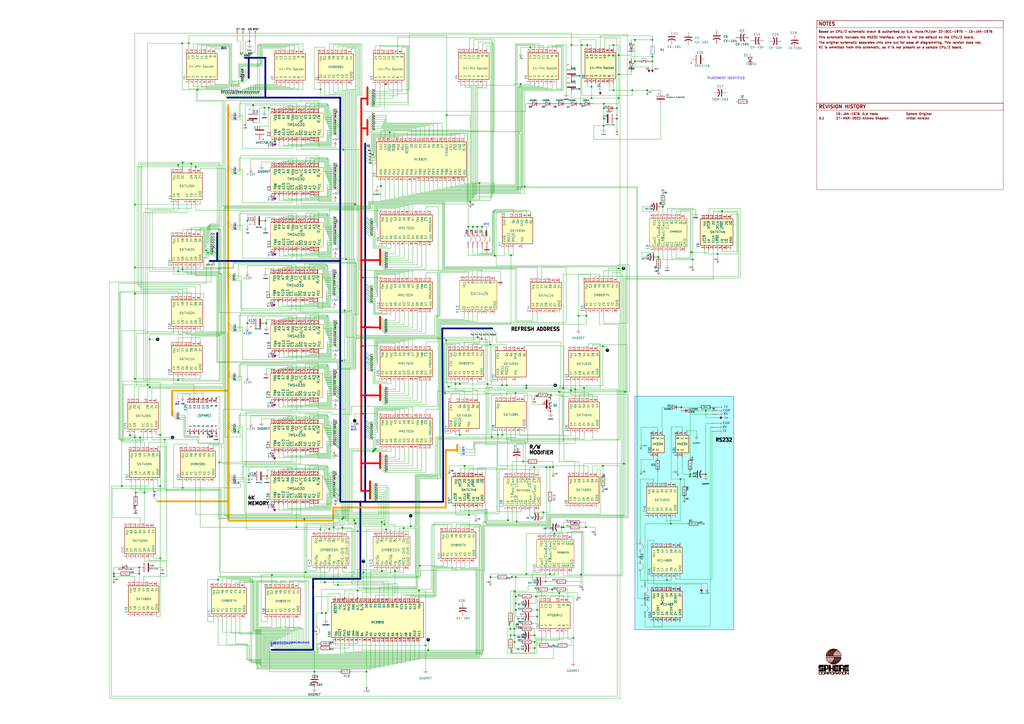
<source format=kicad_sch>
(kicad_sch (version 20230121) (generator eeschema)
  (paper "A2")
  (title_block (title "CPU/2") (date "2023-03-27") (rev "0.1") (comment 1 "                Source: https://github.com/alshapton/sphere-1") (comment 2 "                Author: Andrew Shapton") (comment 3 "                2nd-Generation SPHERE-1 CPU/2 Card"))
  (lib_symbols
    (symbol "Sphere:(SPARE)" (pin_names (offset 1.016))
      (property "Reference" "E25" (at -6.2992 10.16 0))
      (property "Value" "(SPARE)" (at 0 0 90))
      (symbol "(SPARE)_1_1"
        (pin no_connect line (at -10.16 7.62 0) (length 2.54) (name "1") (number "1"))
        (pin no_connect line (at 10.16 -2.54 180) (length 2.54) (name "10") (number "10"))
        (pin no_connect line (at 10.16 0 180) (length 2.54) (name "11") (number "11"))
        (pin no_connect line (at 10.16 2.54 180) (length 2.54) (name "12") (number "12"))
        (pin no_connect line (at 10.16 5.08 180) (length 2.54) (name "13") (number "13"))
        (pin no_connect line (at 10.16 7.62 180) (length 2.54) (name "14") (number "14"))
        (pin no_connect line (at -10.16 5.08 0) (length 2.54) (name "2") (number "2"))
        (pin no_connect line (at -10.16 2.54 0) (length 2.54) (name "3") (number "3"))
        (pin no_connect line (at -10.16 0 0) (length 2.54) (name "4") (number "4"))
        (pin no_connect line (at -10.16 -2.54 0) (length 2.54) (name "5") (number "5"))
        (pin no_connect line (at -10.16 -5.08 0) (length 2.54) (name "6") (number "6"))
        (pin no_connect line (at -10.16 -7.62 0) (length 2.54) (name "7") (number "7"))
        (pin no_connect line (at 10.16 -7.62 180) (length 2.54) (name "8") (number "8"))
        (pin no_connect line (at 10.16 -5.08 180) (length 2.54) (name "9") (number "9"))
      )
    )
    (symbol "Sphere:14-Pin Socket" (pin_names (offset 1.016))
      (property "Reference" "X?" (at -6.2992 10.16 0))
      (property "Value" "14-Pin Socket" (at 0 0 90))
      (symbol "14-Pin Socket_1_1"
        (pin passive line (at -10.16 7.62 0) (length 2.54) (name "1") (number "1"))
        (pin passive line (at 10.16 -2.54 180) (length 2.54) (name "10") (number "10"))
        (pin passive line (at 10.16 0 180) (length 2.54) (name "11") (number "11"))
        (pin passive line (at 10.16 2.54 180) (length 2.54) (name "12") (number "12"))
        (pin passive line (at 10.16 5.08 180) (length 2.54) (name "13") (number "13"))
        (pin passive line (at 10.16 7.62 180) (length 2.54) (name "14") (number "14"))
        (pin passive line (at -10.16 5.08 0) (length 2.54) (name "2") (number "2"))
        (pin passive line (at -10.16 2.54 0) (length 2.54) (name "3") (number "3"))
        (pin passive line (at -10.16 0 0) (length 2.54) (name "4") (number "4"))
        (pin passive line (at -10.16 -2.54 0) (length 2.54) (name "5") (number "5"))
        (pin passive line (at -10.16 -5.08 0) (length 2.54) (name "6") (number "6"))
        (pin passive line (at -10.16 -7.62 0) (length 2.54) (name "7") (number "7"))
        (pin passive line (at 10.16 -7.62 180) (length 2.54) (name "8") (number "8"))
        (pin passive line (at 10.16 -5.08 180) (length 2.54) (name "9") (number "9"))
      )
    )
    (symbol "Sphere:1N4001" (pin_numbers hide) (pin_names hide)
      (property "Reference" "D" (at 0 2.54 0))
      (property "Value" "1N4001" (at 0 -2.54 0))
      (symbol "1N4001_1_1"
        (pin passive line (at -3.81 0 0) (length 2.54) (name "K") (number "1"))
        (pin passive line (at 3.81 0 180) (length 2.54) (name "A") (number "2"))
      )
    )
    (symbol "Sphere:1N5225B" (pin_numbers hide) (pin_names (offset 1.016) hide)
      (property "Reference" "D" (at 0 2.54 0))
      (property "Value" "1N5225B" (at 0 -2.54 0))
      (symbol "1N5225B_1_1"
        (pin passive line (at -3.81 0 0) (length 2.54) (name "A1") (number "1"))
        (pin passive line (at 3.81 0 180) (length 2.54) (name "A2") (number "2"))
      )
    )
    (symbol "Sphere:1N914" (pin_numbers hide) (pin_names hide)
      (property "Reference" "D" (at 0 2.54 0))
      (property "Value" "1N914" (at 0 -2.54 0))
      (symbol "1N914_1_1"
        (pin passive line (at -3.81 0 0) (length 2.54) (name "K") (number "1"))
        (pin passive line (at 3.81 0 180) (length 2.54) (name "A") (number "2"))
      )
    )
    (symbol "Sphere:2N2369A" (pin_names (offset 1.016))
      (property "Reference" "Q1" (at -10.16 7.62 0))
      (symbol "2N2369A_1_1"
        (pin passive line (at 2.54 -5.08 90) (length 2.54) (name "E") (number "1"))
        (pin passive line (at -2.54 0 0) (length 2.54) (name "B") (number "2"))
        (pin passive line (at 2.54 5.08 270) (length 2.54) (name "C") (number "3"))
      )
    )
    (symbol "Sphere:4N33N" (pin_names (offset 1.016))
      (property "Reference" "E?" (at -5.0292 10.16 0))
      (property "Value" "4N33N" (at 0 5.08 90))
      (symbol "4N33N_1_1"
        (pin input line (at -8.89 7.62 0) (length 2.54) (name "A") (number "1"))
        (pin output line (at -8.89 5.08 0) (length 2.54) (name "C") (number "2"))
        (pin no_connect line (at -8.89 2.54 0) (length 2.54) hide (name "N/C") (number "3"))
        (pin output line (at 6.35 2.54 180) (length 2.54) (name "E") (number "4"))
        (pin bidirectional line (at 6.35 5.08 180) (length 2.54) (name "C") (number "5"))
        (pin input line (at 6.35 7.62 180) (length 2.54) (name "B") (number "6"))
      )
    )
    (symbol "Sphere:CK-104" (pin_numbers hide) (pin_names (offset 0.254) hide)
      (property "Reference" "C" (at 0.635 2.54 0))
      (property "Value" "CK-104" (at 0.635 -2.54 0))
      (symbol "CK-104_1_1"
        (pin passive line (at 0 3.81 270) (length 2.794) (name "~") (number "1"))
        (pin passive line (at 0 -3.81 90) (length 3.302) (name "~") (number "2"))
      )
    )
    (symbol "Sphere:DD-101" (pin_numbers hide) (pin_names (offset 0.254) hide)
      (property "Reference" "C" (at 0.635 2.54 0))
      (property "Value" "DD-101" (at 0.635 -2.54 0))
      (symbol "DD-101_1_1"
        (pin passive line (at 0 3.81 270) (length 2.794) (name "~") (number "1"))
        (pin passive line (at 0 -3.81 90) (length 3.302) (name "~") (number "2"))
      )
    )
    (symbol "Sphere:DD-680" (pin_numbers hide) (pin_names (offset 0.254) hide)
      (property "Reference" "C?" (at 0.635 2.54 0))
      (property "Value" "DD-680" (at 0.635 -2.54 0))
      (symbol "DD-680_1_1"
        (pin passive line (at 0 3.81 270) (length 2.794) (name "~") (number "1"))
        (pin passive line (at 0 -3.81 90) (length 3.302) (name "~") (number "2"))
      )
    )
    (symbol "Sphere:DDM-103" (pin_numbers hide) (pin_names (offset 0.254) hide)
      (property "Reference" "C" (at 0.635 2.54 0))
      (property "Value" "DDM-103" (at 0.635 -2.54 0))
      (symbol "DDM-103_1_1"
        (pin passive line (at 0 3.81 270) (length 2.794) (name "~") (number "1"))
        (pin passive line (at 0 -3.81 90) (length 3.302) (name "~") (number "2"))
      )
    )
    (symbol "Sphere:DDM-103'" (pin_numbers hide) (pin_names (offset 0.254) hide)
      (property "Reference" "C" (at 0.635 2.54 0))
      (property "Value" "DDM-103'" (at 0.635 -2.54 0))
      (symbol "DDM-103'_1_1"
        (pin passive line (at 0 3.81 270) (length 2.794) (name "~") (number "1"))
        (pin passive line (at 0 -3.81 90) (length 3.302) (name "~") (number "2"))
      )
    )
    (symbol "Sphere:DM8097N" (pin_names (offset 1.016))
      (property "Reference" "E?" (at -6.2992 10.16 0))
      (property "Value" "DM8097N" (at 0 0 90))
      (symbol "DM8097N_1_1"
        (pin input line (at -10.16 7.62 0) (length 2.54) (name "~{G}1") (number "1"))
        (pin input line (at 10.16 -7.62 180) (length 2.54) (name "A4") (number "10"))
        (pin output line (at 10.16 -5.08 180) (length 2.54) (name "Y5") (number "11"))
        (pin input line (at 10.16 -2.54 180) (length 2.54) (name "A5") (number "12"))
        (pin output line (at 10.16 0 180) (length 2.54) (name "Y6") (number "13"))
        (pin input line (at 10.16 2.54 180) (length 2.54) (name "A6") (number "14"))
        (pin input line (at 10.16 5.08 180) (length 2.54) (name "~{G}2") (number "15"))
        (pin power_in line (at 10.16 7.62 180) (length 2.54) (name "V_{CC}") (number "16"))
        (pin input line (at -10.16 5.08 0) (length 2.54) (name "A1") (number "2"))
        (pin output line (at -10.16 2.54 0) (length 2.54) (name "Y1") (number "3"))
        (pin input line (at -10.16 0 0) (length 2.54) (name "A2") (number "4"))
        (pin output line (at -10.16 -2.54 0) (length 2.54) (name "Y3") (number "5"))
        (pin input line (at -10.16 -5.08 0) (length 2.54) (name "A3") (number "6"))
        (pin output line (at -10.16 -7.62 0) (length 2.54) (name "Y3") (number "7"))
        (pin power_out line (at -10.16 -10.16 0) (length 2.54) (name "GND") (number "8"))
        (pin output line (at 10.16 -10.16 180) (length 2.54) (name "Y4") (number "9"))
      )
    )
    (symbol "Sphere:DM8098N" (pin_names (offset 1.016))
      (property "Reference" "E?" (at -6.2992 10.16 0))
      (property "Value" "DM8098N" (at 0 0 90))
      (symbol "DM8098N_1_1"
        (pin input line (at -10.16 7.62 0) (length 2.54) (name "~{G}1") (number "1"))
        (pin input line (at 10.16 -7.62 180) (length 2.54) (name "A4") (number "10"))
        (pin output line (at 10.16 -5.08 180) (length 2.54) (name "Y5") (number "11"))
        (pin input line (at 10.16 -2.54 180) (length 2.54) (name "A5") (number "12"))
        (pin output line (at 10.16 0 180) (length 2.54) (name "Y6") (number "13"))
        (pin input line (at 10.16 2.54 180) (length 2.54) (name "A6") (number "14"))
        (pin input line (at 10.16 5.08 180) (length 2.54) (name "~{G}2") (number "15"))
        (pin power_in line (at 10.16 7.62 180) (length 2.54) (name "V_{CC}") (number "16"))
        (pin input line (at -10.16 5.08 0) (length 2.54) (name "A1") (number "2"))
        (pin output line (at -10.16 2.54 0) (length 2.54) (name "Y1") (number "3"))
        (pin input line (at -10.16 0 0) (length 2.54) (name "A2") (number "4"))
        (pin output line (at -10.16 -2.54 0) (length 2.54) (name "Y3") (number "5"))
        (pin input line (at -10.16 -5.08 0) (length 2.54) (name "A3") (number "6"))
        (pin output line (at -10.16 -7.62 0) (length 2.54) (name "Y3") (number "7"))
        (pin power_out line (at -10.16 -10.16 0) (length 2.54) (name "GND") (number "8"))
        (pin output line (at 10.16 -10.16 180) (length 2.54) (name "Y4") (number "9"))
      )
    )
    (symbol "Sphere:DM8833N" (pin_names (offset 0.254))
      (property "Reference" "E?" (at -17.78 13.97 0))
      (property "Value" "DM8833N" (at -10.16 3.81 90))
      (symbol "DM8833N_1_1"
        (pin output line (at -21.59 10.16 0) (length 2.54) (name "BUS_{A}") (number "1"))
        (pin output line (at 0 -5.08 180) (length 2.54) (name "O_{C}") (number "10"))
        (pin input line (at 0 -2.54 180) (length 2.54) (name "I_{C}") (number "11"))
        (pin output line (at 0 0 180) (length 2.54) (name "B_{C}") (number "12"))
        (pin output line (at 0 2.54 180) (length 2.54) (name "O_{D}") (number "13"))
        (pin input line (at 0 5.08 180) (length 2.54) (name "I_{D}") (number "14"))
        (pin output line (at 0 7.62 180) (length 2.54) (name "B_{D}") (number "15"))
        (pin power_in line (at 0 10.16 180) (length 2.54) (name "V_{CC}") (number "16"))
        (pin input line (at -21.59 7.62 0) (length 2.54) (name "I_{A}") (number "2"))
        (pin output line (at -21.59 5.08 0) (length 2.54) (name "O_{A}") (number "3"))
        (pin output line (at -21.59 2.54 0) (length 2.54) (name "BUS_{B}") (number "4"))
        (pin input line (at -21.59 0 0) (length 2.54) (name "I_{B}") (number "5"))
        (pin output line (at -21.59 -2.54 0) (length 2.54) (name "O_{B}") (number "6"))
        (pin passive line (at -21.59 -5.08 0) (length 2.54) (name "REC-DIS") (number "7"))
        (pin passive line (at -21.59 -7.62 0) (length 2.54) (name "GND") (number "8"))
        (pin input line (at 0 -7.62 180) (length 2.54) (name "OVR-DIS") (number "9"))
      )
    )
    (symbol "Sphere:DM9602N" (pin_names (offset 0.254))
      (property "Reference" "E?" (at -17.78 13.97 0))
      (property "Value" "DM9602N" (at -10.16 -2.54 90))
      (symbol "DM9602N_1_1"
        (pin input line (at -21.59 10.16 0) (length 2.54) (name "C_{ext}1") (number "1"))
        (pin input line (at 0 -5.08 180) (length 2.54) (name "Q2") (number "10"))
        (pin input line (at 0 -2.54 180) (length 2.54) (name "A2") (number "11"))
        (pin output line (at 0 0 180) (length 2.54) (name "B2") (number "12"))
        (pin output line (at 0 2.54 180) (length 2.54) (name "CLR2") (number "13"))
        (pin input line (at 0 5.08 180) (length 2.54) (name "R_{ext}/C_{ext}2") (number "14"))
        (pin input line (at 0 7.62 180) (length 2.54) (name "C_{ext}2") (number "15"))
        (pin power_in line (at 0 10.16 180) (length 2.54) (name "V_{CC}") (number "16"))
        (pin input line (at -21.59 7.62 0) (length 2.54) (name "R_{ext}/C_{ext}1") (number "2"))
        (pin input line (at -21.59 5.08 0) (length 2.54) (name "CLR1") (number "3"))
        (pin output line (at -21.59 2.54 0) (length 2.54) (name "B1") (number "4"))
        (pin output line (at -21.59 0 0) (length 2.54) (name "A1") (number "5"))
        (pin input line (at -21.59 -2.54 0) (length 2.54) (name "Q1") (number "6"))
        (pin input line (at -21.59 -5.08 0) (length 2.54) (name "~{Q}1") (number "7"))
        (pin passive line (at -21.59 -7.62 0) (length 2.54) (name "GND") (number "8"))
        (pin input line (at 0 -7.62 180) (length 2.54) (name "~{Q}2") (number "9"))
      )
    )
    (symbol "Sphere:EK47/16" (pin_numbers hide) (pin_names (offset 0.254) hide)
      (property "Reference" "C" (at 2.54 7.62 0))
      (property "Value" "EK47/16" (at 2.54 2.54 0))
      (symbol "EK47/16_1_1"
        (pin passive line (at 0 5.08 270) (length 2.54) (name "~") (number "1"))
        (pin passive line (at 0 -2.54 90) (length 2.54) (name "~") (number "2"))
      )
    )
    (symbol "Sphere:GRAPHICS-LOGO" (pin_names (offset 1.016)))
    (symbol "Sphere:Jumper_Open" (pin_names (offset 0) hide)
      (property "Reference" "JP?" (at 0 2.794 0))
      (property "Value" "Jumper_Open" (at 0 -2.286 0))
      (symbol "Jumper_Open_1_1"
        (pin passive line (at -5.08 0 0) (length 2.54) (name "") (number ""))
        (pin passive line (at 5.08 0 180) (length 2.54) (name "") (number ""))
      )
    )
    (symbol "Sphere:MC1488N" (pin_names (offset 1.016))
      (property "Reference" "E?" (at -6.2992 10.16 0))
      (property "Value" "MC1488N" (at 0 0 90))
      (symbol "MC1488N_1_0"
        (pin output line (at 10.16 -7.62 180) (length 2.54) (name "") (number ""))
      )
      (symbol "MC1488N_1_1"
        (pin power_in line (at -10.16 7.62 0) (length 2.54) (name "V_{CC}-") (number "1"))
        (pin input line (at 10.16 -2.54 180) (length 2.54) (name "3B") (number "10"))
        (pin output line (at 10.16 0 180) (length 2.54) (name "4Y") (number "11"))
        (pin input line (at 10.16 2.54 180) (length 2.54) (name "4A") (number "12"))
        (pin output line (at 10.16 5.08 180) (length 2.54) (name "4B") (number "13"))
        (pin power_in line (at 10.16 7.62 180) (length 2.54) (name "V_{CC}+") (number "14"))
        (pin input line (at -10.16 5.08 0) (length 2.54) (name "1A") (number "2"))
        (pin output line (at -10.16 2.54 0) (length 2.54) (name "1Y") (number "3"))
        (pin input line (at -10.16 0 0) (length 2.54) (name "2A") (number "4"))
        (pin input line (at -10.16 -2.54 0) (length 2.54) (name "2B") (number "5"))
        (pin output line (at -10.16 -5.08 0) (length 2.54) (name "2Y") (number "6"))
        (pin passive line (at -10.16 -7.62 0) (length 2.54) (name "GND") (number "7"))
        (pin output line (at 10.16 -7.62 180) (length 2.54) (name "3Y") (number "8"))
        (pin input line (at 10.16 -5.08 180) (length 2.54) (name "3A") (number "9"))
      )
    )
    (symbol "Sphere:MC1489" (pin_names (offset 1.016))
      (property "Reference" "E?" (at -6.2992 10.16 0))
      (property "Value" "MC1489" (at 0 0 90))
      (symbol "MC1489_1_0"
        (pin output line (at 10.16 -7.62 180) (length 2.54) (name "") (number ""))
      )
      (symbol "MC1489_1_1"
        (pin input line (at -10.16 7.62 0) (length 2.54) (name "1A") (number "1"))
        (pin input line (at 10.16 -2.54 180) (length 2.54) (name "3A") (number "10"))
        (pin output line (at 10.16 0 180) (length 2.54) (name "4Y") (number "11"))
        (pin input line (at 10.16 2.54 180) (length 2.54) (name "4CONT") (number "12"))
        (pin input line (at 10.16 5.08 180) (length 2.54) (name "4A") (number "13"))
        (pin power_in line (at 10.16 7.62 180) (length 2.54) (name "V_{CC}") (number "14"))
        (pin input line (at -10.16 5.08 0) (length 2.54) (name "1CONT") (number "2"))
        (pin output line (at -10.16 2.54 0) (length 2.54) (name "1Y") (number "3"))
        (pin input line (at -10.16 0 0) (length 2.54) (name "2A") (number "4"))
        (pin input line (at -10.16 -2.54 0) (length 2.54) (name "2CONT") (number "5"))
        (pin output line (at -10.16 -5.08 0) (length 2.54) (name "2Y") (number "6"))
        (pin passive line (at -10.16 -7.62 0) (length 2.54) (name "GND") (number "7"))
        (pin output line (at 10.16 -7.62 180) (length 2.54) (name "3Y") (number "8"))
        (pin input line (at 10.16 -5.08 180) (length 2.54) (name "3CONT") (number "9"))
      )
    )
    (symbol "Sphere:MC6800"
      (property "Reference" "E" (at -8.89 34.29 0))
      (property "Value" "MC6800" (at -1.27 10.16 90))
      (symbol "MC6800_1_1"
        (pin power_in line (at -12.7 30.48 0) (length 2.54) (name "V_{SS}") (number "1"))
        (pin output line (at -12.7 7.62 0) (length 2.54) (name "A1") (number "10"))
        (pin output line (at -12.7 5.08 0) (length 2.54) (name "A2") (number "11"))
        (pin output line (at -12.7 2.54 0) (length 2.54) (name "A3") (number "12"))
        (pin output line (at -12.7 0 0) (length 2.54) (name "A4") (number "13"))
        (pin output line (at -12.7 -2.54 0) (length 2.54) (name "A5") (number "14"))
        (pin output line (at -12.7 -5.08 0) (length 2.54) (name "A6") (number "15"))
        (pin output line (at -12.7 -7.62 0) (length 2.54) (name "A7") (number "16"))
        (pin output line (at -12.7 -10.16 0) (length 2.54) (name "A8") (number "17"))
        (pin output line (at -12.7 -12.7 0) (length 2.54) (name "A9") (number "18"))
        (pin output line (at -12.7 -15.24 0) (length 2.54) (name "A10") (number "19"))
        (pin input line (at -12.7 27.94 0) (length 2.54) (name "~{HALT}") (number "2"))
        (pin output line (at -12.7 -17.78 0) (length 2.54) (name "A11") (number "20"))
        (pin power_in line (at 12.7 -17.78 180) (length 2.54) (name "V_{SS}") (number "21"))
        (pin output line (at 12.7 -15.24 180) (length 2.54) (name "A12") (number "22"))
        (pin output line (at 12.7 -12.7 180) (length 2.54) (name "A13") (number "23"))
        (pin output line (at 12.7 -10.16 180) (length 2.54) (name "A14") (number "24"))
        (pin output line (at 12.7 -7.62 180) (length 2.54) (name "A15") (number "25"))
        (pin bidirectional line (at 12.7 -5.08 180) (length 2.54) (name "D7") (number "26"))
        (pin bidirectional line (at 12.7 -2.54 180) (length 2.54) (name "D6") (number "27"))
        (pin bidirectional line (at 12.7 0 180) (length 2.54) (name "D5") (number "28"))
        (pin bidirectional line (at 12.7 2.54 180) (length 2.54) (name "D4") (number "29"))
        (pin input line (at -12.7 25.4 0) (length 2.54) (name "Phi1") (number "3"))
        (pin bidirectional line (at 12.7 5.08 180) (length 2.54) (name "D3") (number "30"))
        (pin bidirectional line (at 12.7 7.62 180) (length 2.54) (name "D2") (number "31"))
        (pin bidirectional line (at 12.7 10.16 180) (length 2.54) (name "D1") (number "32"))
        (pin bidirectional line (at 12.7 12.7 180) (length 2.54) (name "D0") (number "33"))
        (pin output line (at 12.7 15.24 180) (length 2.54) (name "R/~{W}") (number "34"))
        (pin no_connect line (at 12.7 17.78 180) (length 2.54) (name "N.C.") (number "35"))
        (pin input line (at 12.7 20.32 180) (length 2.54) (name "DBE") (number "36"))
        (pin input line (at 12.7 22.86 180) (length 2.54) (name "Phi2") (number "37"))
        (pin no_connect line (at 12.7 25.4 180) (length 2.54) (name "N.C.") (number "38"))
        (pin input line (at 12.7 27.94 180) (length 2.54) (name "TSC") (number "39"))
        (pin input line (at -12.7 22.86 0) (length 2.54) (name "~{IRQ}") (number "4"))
        (pin input line (at 12.7 30.48 180) (length 2.54) (name "~{RESET}") (number "40"))
        (pin output line (at -12.7 20.32 0) (length 2.54) (name "VMA") (number "5"))
        (pin input line (at -12.7 17.78 0) (length 2.54) (name "~{NMI}") (number "6"))
        (pin output line (at -12.7 15.24 0) (length 2.54) (name "BA") (number "7"))
        (pin power_in line (at -12.7 12.7 0) (length 2.54) (name "V_{CC}") (number "8"))
        (pin output line (at -12.7 10.16 0) (length 2.54) (name "A0") (number "9"))
      )
    )
    (symbol "Sphere:MC6820" (pin_names (offset 1.016))
      (property "Reference" "E3" (at -35.56 -8.89 90))
      (property "Value" "MC6820" (at -8.89 -1.27 90))
      (symbol "MC6820_1_1"
        (pin power_in line (at -12.7 30.48 0) (length 2.54) (name "VSS") (number "1"))
        (pin bidirectional line (at -12.7 7.62 0) (length 2.54) (name "PB0") (number "10"))
        (pin bidirectional line (at -12.7 5.08 0) (length 2.54) (name "PB1") (number "11"))
        (pin bidirectional line (at -12.7 2.54 0) (length 2.54) (name "PB2") (number "12"))
        (pin bidirectional line (at -12.7 0 0) (length 2.54) (name "PB3") (number "13"))
        (pin bidirectional line (at -12.7 -2.54 0) (length 2.54) (name "PB4") (number "14"))
        (pin bidirectional line (at -12.7 -5.08 0) (length 2.54) (name "PB5") (number "15"))
        (pin bidirectional line (at -12.7 -7.62 0) (length 2.54) (name "PB6") (number "16"))
        (pin bidirectional line (at -12.7 -10.16 0) (length 2.54) (name "PB7") (number "17"))
        (pin input line (at -12.7 -12.7 0) (length 2.54) (name "CB1") (number "18"))
        (pin bidirectional line (at -12.7 -15.24 0) (length 2.54) (name "CB2") (number "19"))
        (pin bidirectional line (at -12.7 27.94 0) (length 2.54) (name "PA0") (number "2"))
        (pin power_in line (at -12.7 -17.78 0) (length 2.54) (name "V_{CC}") (number "20"))
        (pin input line (at 12.7 -17.78 180) (length 2.54) (name "R/~{W}") (number "21"))
        (pin input line (at 12.7 -15.24 180) (length 2.54) (name "CS0") (number "22"))
        (pin input line (at 12.7 -12.7 180) (length 2.54) (name "~{CS2}") (number "23"))
        (pin input line (at 12.7 -10.16 180) (length 2.54) (name "CS1") (number "24"))
        (pin input line (at 12.7 -7.62 180) (length 2.54) (name "ENABLE") (number "25"))
        (pin bidirectional line (at 12.7 -5.08 180) (length 2.54) (name "D7") (number "26"))
        (pin bidirectional line (at 12.7 -2.54 180) (length 2.54) (name "D6") (number "27"))
        (pin bidirectional line (at 12.7 0 180) (length 2.54) (name "D5") (number "28"))
        (pin bidirectional line (at 12.7 2.54 180) (length 2.54) (name "D4") (number "29"))
        (pin bidirectional line (at -12.7 25.4 0) (length 2.54) (name "PA1") (number "3"))
        (pin bidirectional line (at 12.7 5.08 180) (length 2.54) (name "D3") (number "30"))
        (pin bidirectional line (at 12.7 7.62 180) (length 2.54) (name "D2") (number "31"))
        (pin bidirectional line (at 12.7 10.16 180) (length 2.54) (name "D1") (number "32"))
        (pin bidirectional line (at 12.7 12.7 180) (length 2.54) (name "D0") (number "33"))
        (pin input line (at 12.7 15.24 180) (length 2.54) (name "~{RESET}") (number "34"))
        (pin input line (at 12.7 17.78 180) (length 2.54) (name "RS1") (number "35"))
        (pin input line (at 12.7 20.32 180) (length 2.54) (name "RS0") (number "36"))
        (pin open_collector line (at 12.7 22.86 180) (length 2.54) (name "~{IRQB}") (number "37"))
        (pin open_collector line (at 12.7 25.4 180) (length 2.54) (name "~{IRQA}") (number "38"))
        (pin bidirectional line (at 12.7 27.94 180) (length 2.54) (name "CA2") (number "39"))
        (pin bidirectional line (at -12.7 22.86 0) (length 2.54) (name "PA2") (number "4"))
        (pin input line (at 12.7 30.48 180) (length 2.54) (name "CA1") (number "40"))
        (pin bidirectional line (at -12.7 20.32 0) (length 2.54) (name "PA3") (number "5"))
        (pin bidirectional line (at -12.7 17.78 0) (length 2.54) (name "PA4") (number "6"))
        (pin bidirectional line (at -12.7 15.24 0) (length 2.54) (name "PA5") (number "7"))
        (pin bidirectional line (at -12.7 12.7 0) (length 2.54) (name "PA6") (number "8"))
        (pin bidirectional line (at -12.7 10.16 0) (length 2.54) (name "PA7") (number "9"))
      )
    )
    (symbol "Sphere:MM1702A" (pin_names (offset 1.016))
      (property "Reference" "E" (at -8.8392 15.24 0))
      (property "Value" "MM1702A" (at -2.54 -1.27 90))
      (symbol "MM1702A_1_0"
        (pin input line (at 7.62 -15.24 180) (length 2.54) (name "PROGRAM") (number "13"))
        (pin bidirectional line (at 7.62 -10.16 180) (length 2.54) (name "V_{BB}") (number "15"))
        (pin bidirectional line (at 7.62 -7.62 180) (length 2.54) (name "V_{GG}") (number "16"))
      )
      (symbol "MM1702A_1_1"
        (pin input line (at -12.7 12.7 0) (length 2.54) (name "A2") (number "1"))
        (pin output line (at -12.7 -10.16 0) (length 2.54) (name "D6") (number "10"))
        (pin output line (at -12.7 -12.7 0) (length 2.54) (name "D7") (number "11"))
        (pin bidirectional line (at -12.7 -15.24 0) (length 2.54) (name "V_{CC}") (number "12"))
        (pin input line (at 7.62 -12.7 180) (length 2.54) (name "~{CS}") (number "14"))
        (pin input line (at 7.62 -5.08 180) (length 2.54) (name "A7") (number "17"))
        (pin input line (at 7.62 -2.54 180) (length 2.54) (name "A6") (number "18"))
        (pin input line (at 7.62 0 180) (length 2.54) (name "A5") (number "19"))
        (pin input line (at -12.7 10.16 0) (length 2.54) (name "A1") (number "2"))
        (pin input line (at 7.62 2.54 180) (length 2.54) (name "A4") (number "20"))
        (pin input line (at 7.62 5.08 180) (length 2.54) (name "A3") (number "21"))
        (pin bidirectional line (at 7.62 7.62 180) (length 2.54) (name "V_{CC}") (number "22"))
        (pin bidirectional line (at 7.62 10.16 180) (length 2.54) (name "V_{CC}") (number "23"))
        (pin bidirectional line (at 7.62 12.7 180) (length 2.54) (name "V_{DO}") (number "24"))
        (pin input line (at -12.7 7.62 0) (length 2.54) (name "A0") (number "3"))
        (pin output line (at -12.7 5.08 0) (length 2.54) (name "D0") (number "4"))
        (pin output line (at -12.7 2.54 0) (length 2.54) (name "D1") (number "5"))
        (pin output line (at -12.7 0 0) (length 2.54) (name "D2") (number "6"))
        (pin output line (at -12.7 -2.54 0) (length 2.54) (name "D3") (number "7"))
        (pin output line (at -12.7 -5.08 0) (length 2.54) (name "D4") (number "8"))
        (pin output line (at -12.7 -7.62 0) (length 2.54) (name "D5") (number "9"))
      )
    )
    (symbol "Sphere:MPQ6842" (pin_names (offset 1.016))
      (property "Reference" "E?" (at -6.2992 10.16 0))
      (property "Value" "MPQ6842" (at 0 0 90))
      (symbol "MPQ6842_1_1"
        (pin open_collector line (at -10.16 7.62 0) (length 2.54) (name "1") (number "1"))
        (pin open_emitter line (at 10.16 -2.54 180) (length 2.54) (name "10") (number "10"))
        (pin no_connect line (at 10.16 0 180) (length 2.54) hide (name "11") (number "11"))
        (pin open_emitter line (at 10.16 2.54 180) (length 2.54) (name "12") (number "12"))
        (pin passive line (at 10.16 5.08 180) (length 2.54) (name "13") (number "13"))
        (pin open_collector line (at 10.16 7.62 180) (length 2.54) (name "14") (number "14"))
        (pin passive line (at -10.16 5.08 0) (length 2.54) (name "2") (number "2"))
        (pin open_emitter line (at -10.16 2.54 0) (length 2.54) (name "3") (number "3"))
        (pin no_connect line (at -10.16 0 0) (length 2.54) hide (name "4") (number "4"))
        (pin open_emitter line (at -10.16 -2.54 0) (length 2.54) (name "5") (number "5"))
        (pin passive line (at -10.16 -5.08 0) (length 2.54) (name "6") (number "6"))
        (pin open_collector line (at -10.16 -7.62 0) (length 2.54) (name "7") (number "7"))
        (pin open_collector line (at 10.16 -7.62 180) (length 2.54) (name "8") (number "8"))
        (pin passive line (at 10.16 -5.08 180) (length 2.54) (name "9") (number "9"))
      )
    )
    (symbol "Sphere:NULL" (pin_numbers hide) (pin_names (offset 0) hide) (in_bom no)
      (symbol "NULL_1_1"
        (pin passive line (at -5.08 0 0) (length 2.54) (name "0") (number "0"))
      )
    )
    (symbol "Sphere:RC07GF100" (pin_numbers hide) (pin_names (offset 0))
      (property "Reference" "R" (at 2.032 0 90))
      (property "Value" "10 Ohm  ¼W" (at 0 0 90))
      (symbol "RC07GF100_1_1"
        (pin passive line (at 0 3.81 270) (length 1.27) (name "~") (number "1"))
        (pin passive line (at 0 -3.81 90) (length 1.27) (name "~") (number "2"))
      )
    )
    (symbol "Sphere:RC07GF102" (pin_numbers hide) (pin_names (offset 0))
      (property "Reference" "R" (at 2.032 0 90))
      (property "Value" "1 kOhm  ¼W" (at 0 0 90))
      (symbol "RC07GF102_1_1"
        (pin passive line (at 0 3.81 270) (length 1.27) (name "~") (number "1"))
        (pin passive line (at 0 -3.81 90) (length 1.27) (name "~") (number "2"))
      )
    )
    (symbol "Sphere:RC07GF103" (pin_numbers hide) (pin_names (offset 0))
      (property "Reference" "R" (at 2.032 0 90))
      (property "Value" "10 kOhm  ¼W" (at 0 0 90))
      (symbol "RC07GF103_1_1"
        (pin passive line (at 0 3.81 270) (length 1.27) (name "~") (number "1"))
        (pin passive line (at 0 -3.81 90) (length 1.27) (name "~") (number "2"))
      )
    )
    (symbol "Sphere:RC07GF153" (pin_numbers hide) (pin_names (offset 0))
      (property "Reference" "R" (at 2.032 0 90))
      (property "Value" "15 kOhm  ¼W" (at 0 0 90))
      (symbol "RC07GF153_1_1"
        (pin passive line (at 0 3.81 270) (length 1.27) (name "~") (number "1"))
        (pin passive line (at 0 -3.81 90) (length 1.27) (name "~") (number "2"))
      )
    )
    (symbol "Sphere:RC07GF202" (pin_numbers hide) (pin_names (offset 0))
      (property "Reference" "R" (at 2.032 0 90))
      (property "Value" "2 kOhm  ¼W" (at 0 0 90))
      (symbol "RC07GF202_1_1"
        (pin passive line (at 0 3.81 270) (length 1.27) (name "~") (number "1"))
        (pin passive line (at 0 -3.81 90) (length 1.27) (name "~") (number "2"))
      )
    )
    (symbol "Sphere:RC07GF220" (pin_numbers hide) (pin_names (offset 0))
      (property "Reference" "R" (at 2.032 0 90))
      (property "Value" "22 Ohm  ¼W" (at 0 0 90))
      (symbol "RC07GF220_1_1"
        (pin passive line (at 0 3.81 270) (length 1.27) (name "~") (number "1"))
        (pin passive line (at 0 -3.81 90) (length 1.27) (name "~") (number "2"))
      )
    )
    (symbol "Sphere:RC07GF332" (pin_numbers hide) (pin_names (offset 0))
      (property "Reference" "R" (at 2.032 0 90))
      (property "Value" "3.3 kOhm  ¼W" (at 0 0 90))
      (symbol "RC07GF332_1_1"
        (pin passive line (at 0 3.81 270) (length 1.27) (name "~") (number "1"))
        (pin passive line (at 0 -3.81 90) (length 1.27) (name "~") (number "2"))
      )
    )
    (symbol "Sphere:RC07GF363" (pin_numbers hide) (pin_names (offset 0))
      (property "Reference" "R" (at 2.032 0 90))
      (property "Value" "36 kOhm  ¼W" (at 0 0 90))
      (symbol "RC07GF363_1_1"
        (pin passive line (at 0 3.81 270) (length 1.27) (name "~") (number "1"))
        (pin passive line (at 0 -3.81 90) (length 1.27) (name "~") (number "2"))
      )
    )
    (symbol "Sphere:RC07GF471" (pin_numbers hide) (pin_names (offset 0))
      (property "Reference" "R" (at 2.032 0 90))
      (property "Value" "470 Ohm  ¼W" (at 0 0 90))
      (symbol "RC07GF471_1_1"
        (pin passive line (at 0 3.81 270) (length 1.27) (name "~") (number "1"))
        (pin passive line (at 0 -3.81 90) (length 1.27) (name "~") (number "2"))
      )
    )
    (symbol "Sphere:RC07GF472" (pin_numbers hide) (pin_names (offset 0))
      (property "Reference" "R" (at 2.032 0 90))
      (property "Value" "4.7 kOhm  ¼W" (at 0 0 90))
      (symbol "RC07GF472_1_1"
        (pin passive line (at 0 3.81 270) (length 1.27) (name "~") (number "1"))
        (pin passive line (at 0 -3.81 90) (length 1.27) (name "~") (number "2"))
      )
    )
    (symbol "Sphere:RC07GF511" (pin_numbers hide) (pin_names (offset 0))
      (property "Reference" "R" (at 2.032 0 90))
      (property "Value" "512 Ohm  ¼W" (at 0 0 90))
      (symbol "RC07GF511_1_1"
        (pin passive line (at 0 3.81 270) (length 1.27) (name "~") (number "1"))
        (pin passive line (at 0 -3.81 90) (length 1.27) (name "~") (number "2"))
      )
    )
    (symbol "Sphere:RC32GF112" (pin_numbers hide) (pin_names (offset 0))
      (property "Reference" "R" (at 2.032 0 90))
      (property "Value" "1.1 kOhm  1W" (at 0 0 90))
      (symbol "RC32GF112_1_1"
        (pin passive line (at 0 3.81 270) (length 1.27) (name "~") (number "1"))
        (pin passive line (at 0 -3.81 90) (length 1.27) (name "~") (number "2"))
      )
    )
    (symbol "Sphere:RC32GF821" (pin_numbers hide) (pin_names (offset 0))
      (property "Reference" "R" (at 2.032 0 90))
      (property "Value" "820 Ohm  1W" (at 0 0 90))
      (symbol "RC32GF821_1_1"
        (pin passive line (at 0 3.81 270) (length 1.27) (name "~") (number "1"))
        (pin passive line (at 0 -3.81 90) (length 1.27) (name "~") (number "2"))
      )
    )
    (symbol "Sphere:RC42GF131" (pin_numbers hide) (pin_names (offset 0))
      (property "Reference" "R" (at 2.032 0 90))
      (property "Value" "130 Ohm  2W" (at 0 0 90))
      (symbol "RC42GF131_1_1"
        (pin passive line (at 0 3.81 270) (length 1.27) (name "~") (number "1"))
        (pin passive line (at 0 -3.81 90) (length 1.27) (name "~") (number "2"))
      )
    )
    (symbol "Sphere:RC42GF333" (pin_numbers hide) (pin_names (offset 0))
      (property "Reference" "R" (at 2.032 0 90))
      (property "Value" "33 kOhm  ¼W" (at 0 0 90))
      (symbol "RC42GF333_1_1"
        (pin passive line (at 0 3.81 270) (length 1.27) (name "~") (number "1"))
        (pin passive line (at 0 -3.81 90) (length 1.27) (name "~") (number "2"))
      )
    )
    (symbol "Sphere:RNC65H1102F" (pin_numbers hide) (pin_names (offset 0))
      (property "Reference" "R" (at 2.032 0 90))
      (property "Value" "11 kOhm  ¼W" (at 0 0 90))
      (symbol "RNC65H1102F_1_1"
        (pin passive line (at 0 3.81 270) (length 1.27) (name "~") (number "1"))
        (pin passive line (at 0 -3.81 90) (length 1.27) (name "~") (number "2"))
      )
    )
    (symbol "Sphere:RNC65H2712F" (pin_numbers hide) (pin_names (offset 0))
      (property "Reference" "R" (at 2.032 0 90))
      (property "Value" "27.1 kOhm  ¼W  " (at 0 0 90))
      (symbol "RNC65H2712F_1_1"
        (pin passive line (at 0 3.81 270) (length 1.27) (name "~") (number "1"))
        (pin passive line (at 0 -3.81 90) (length 1.27) (name "~") (number "2"))
      )
    )
    (symbol "Sphere:Resistor (R14)" (pin_numbers hide) (pin_names (offset 0))
      (property "Reference" "R" (at 2.032 0 90))
      (property "Value" "Resistor (R14)    " (at 0 0 90))
      (symbol "Resistor (R14)_1_1"
        (pin passive line (at 0 3.81 270) (length 1.27) (name "~") (number "1"))
        (pin passive line (at 0 -3.81 90) (length 1.27) (name "~") (number "2"))
      )
    )
    (symbol "Sphere:SN7400N" (pin_names (offset 1.016))
      (property "Reference" "E?" (at -6.2992 10.16 0))
      (property "Value" "SN7400N" (at 0 0 90))
      (symbol "SN7400N_1_1"
        (pin input line (at -10.16 7.62 0) (length 2.54) (name "1A") (number "1"))
        (pin input line (at 10.16 -2.54 180) (length 2.54) (name "3A") (number "10"))
        (pin output line (at 10.16 0 180) (length 2.54) (name "4Y") (number "11"))
        (pin input line (at 10.16 2.54 180) (length 2.54) (name "4B") (number "12"))
        (pin input line (at 10.16 5.08 180) (length 2.54) (name "4A") (number "13"))
        (pin input line (at 10.16 7.62 180) (length 2.54) (name "V_{CC}") (number "14"))
        (pin input line (at -10.16 5.08 0) (length 2.54) (name "1B") (number "2"))
        (pin output line (at -10.16 2.54 0) (length 2.54) (name "1Y") (number "3"))
        (pin input line (at -10.16 0 0) (length 2.54) (name "2A") (number "4"))
        (pin input line (at -10.16 -2.54 0) (length 2.54) (name "2B") (number "5"))
        (pin output line (at -10.16 -5.08 0) (length 2.54) (name "2Y") (number "6"))
        (pin power_out line (at -10.16 -7.62 0) (length 2.54) (name "GND") (number "7"))
        (pin output line (at 10.16 -7.62 180) (length 2.54) (name "3Y") (number "8"))
        (pin input line (at 10.16 -5.08 180) (length 2.54) (name "3B") (number "9"))
      )
    )
    (symbol "Sphere:SN7402N" (pin_names (offset 1.016))
      (property "Reference" "E" (at -6.2992 10.16 0))
      (property "Value" "SN7402N" (at 0 0 90))
      (symbol "SN7402N_1_1"
        (pin output line (at -10.16 7.62 0) (length 2.54) (name "1Y") (number "1"))
        (pin output line (at 10.16 -2.54 180) (length 2.54) (name "3Y") (number "10"))
        (pin output line (at 10.16 0 180) (length 2.54) (name "4A") (number "11"))
        (pin input line (at 10.16 2.54 180) (length 2.54) (name "4B") (number "12"))
        (pin output line (at 10.16 5.08 180) (length 2.54) (name "4Y") (number "13"))
        (pin power_in line (at 10.16 7.62 180) (length 2.54) (name "V_{CC}") (number "14"))
        (pin input line (at -10.16 5.08 0) (length 2.54) (name "1A") (number "2"))
        (pin input line (at -10.16 2.54 0) (length 2.54) (name "1B") (number "3"))
        (pin output line (at -10.16 0 0) (length 2.54) (name "2Y") (number "4"))
        (pin input line (at -10.16 -2.54 0) (length 2.54) (name "2A") (number "5"))
        (pin input line (at -10.16 -5.08 0) (length 2.54) (name "2B") (number "6"))
        (pin power_in line (at -10.16 -7.62 0) (length 2.54) (name "GND") (number "7"))
        (pin input line (at 10.16 -7.62 180) (length 2.54) (name "3A") (number "8"))
        (pin input line (at 10.16 -5.08 180) (length 2.54) (name "3B") (number "9"))
      )
    )
    (symbol "Sphere:SN7404N" (pin_names (offset 1.016))
      (property "Reference" "E" (at -6.2992 10.16 0))
      (property "Value" "SN7404N" (at 0 0 90))
      (symbol "SN7404N_1_1"
        (pin input line (at -10.16 7.62 0) (length 2.54) (name "1A") (number "1"))
        (pin output line (at 10.16 -2.54 180) (length 2.54) (name "5Y") (number "10"))
        (pin input line (at 10.16 0 180) (length 2.54) (name "5A") (number "11"))
        (pin output line (at 10.16 2.54 180) (length 2.54) (name "6Y") (number "12"))
        (pin input line (at 10.16 5.08 180) (length 2.54) (name "6A") (number "13"))
        (pin power_in line (at 10.16 7.62 180) (length 2.54) (name "V_{CC}") (number "14"))
        (pin output line (at -10.16 5.08 0) (length 2.54) (name "1Y") (number "2"))
        (pin input line (at -10.16 2.54 0) (length 2.54) (name "2A") (number "3"))
        (pin output line (at -10.16 0 0) (length 2.54) (name "2Y") (number "4"))
        (pin input line (at -10.16 -2.54 0) (length 2.54) (name "3A") (number "5"))
        (pin output line (at -10.16 -5.08 0) (length 2.54) (name "3Y") (number "6"))
        (pin power_in line (at -10.16 -7.62 0) (length 2.54) (name "GND") (number "7"))
        (pin output line (at 10.16 -7.62 180) (length 2.54) (name "4Y") (number "8"))
        (pin input line (at 10.16 -5.08 180) (length 2.54) (name "4A") (number "9"))
      )
    )
    (symbol "Sphere:SN7405N" (pin_names (offset 1.016))
      (property "Reference" "E" (at -6.2992 10.16 0))
      (property "Value" "SN7405N" (at 0 0 90))
      (symbol "SN7405N_1_1"
        (pin input line (at -10.16 7.62 0) (length 2.54) (name "1A") (number "1"))
        (pin output line (at 10.16 -2.54 180) (length 2.54) (name "5Y") (number "10"))
        (pin input line (at 10.16 0 180) (length 2.54) (name "5A") (number "11"))
        (pin output line (at 10.16 2.54 180) (length 2.54) (name "6Y") (number "12"))
        (pin input line (at 10.16 5.08 180) (length 2.54) (name "6A") (number "13"))
        (pin power_in line (at 10.16 7.62 180) (length 2.54) (name "V_{CC}") (number "14"))
        (pin output line (at -10.16 5.08 0) (length 2.54) (name "1Y") (number "2"))
        (pin input line (at -10.16 2.54 0) (length 2.54) (name "2A") (number "3"))
        (pin output line (at -10.16 0 0) (length 2.54) (name "2Y") (number "4"))
        (pin input line (at -10.16 -2.54 0) (length 2.54) (name "3A") (number "5"))
        (pin output line (at -10.16 -5.08 0) (length 2.54) (name "3Y") (number "6"))
        (pin power_in line (at -10.16 -7.62 0) (length 2.54) (name "GND") (number "7"))
        (pin output line (at 10.16 -7.62 180) (length 2.54) (name "4Y") (number "8"))
        (pin passive line (at 10.16 -5.08 180) (length 2.54) (name "4A") (number "9"))
      )
    )
    (symbol "Sphere:SN7408N" (pin_names (offset 1.016))
      (property "Reference" "E" (at -6.2992 10.16 0))
      (property "Value" "SN7408N" (at 0 0 90))
      (symbol "SN7408N_1_1"
        (pin input line (at -10.16 7.62 0) (length 2.54) (name "") (number "1"))
        (pin passive line (at 10.16 -2.54 180) (length 2.54) (name "") (number "10"))
        (pin output line (at 10.16 0 180) (length 2.54) (name "") (number "11"))
        (pin input line (at 10.16 2.54 180) (length 2.54) (name "") (number "12"))
        (pin input line (at 10.16 5.08 180) (length 2.54) (name "") (number "13"))
        (pin power_in line (at 10.16 7.62 180) (length 2.54) (name "V_{CC}") (number "14"))
        (pin input line (at -10.16 5.08 0) (length 2.54) (name "") (number "2"))
        (pin output line (at -10.16 2.54 0) (length 2.54) (name "") (number "3"))
        (pin input line (at -10.16 0 0) (length 2.54) (name "") (number "4"))
        (pin input line (at -10.16 -2.54 0) (length 2.54) (name "") (number "5"))
        (pin output line (at -10.16 -5.08 0) (length 2.54) (name "") (number "6"))
        (pin power_in line (at -10.16 -7.62 0) (length 2.54) (name "GND") (number "7"))
        (pin output line (at 10.16 -7.62 180) (length 2.54) (name "") (number "8"))
        (pin passive line (at 10.16 -5.08 180) (length 2.54) (name "") (number "9"))
      )
    )
    (symbol "Sphere:SN7411N" (pin_names (offset 1.016))
      (property "Reference" "E?" (at -6.2992 10.16 0))
      (property "Value" "SN7411N" (at 0 0 90))
      (symbol "SN7411N_1_0"
        (pin output line (at 10.16 -7.62 180) (length 2.54) (name "") (number ""))
      )
      (symbol "SN7411N_1_1"
        (pin input line (at -10.16 7.62 0) (length 2.54) (name "1A") (number "1"))
        (pin input line (at 10.16 -2.54 180) (length 2.54) (name "3B") (number "10"))
        (pin input line (at 10.16 0 180) (length 2.54) (name "3C") (number "11"))
        (pin output line (at 10.16 2.54 180) (length 2.54) (name "1Y") (number "12"))
        (pin input line (at 10.16 5.08 180) (length 2.54) (name "1C") (number "13"))
        (pin power_in line (at 10.16 7.62 180) (length 2.54) (name "V_{CC}") (number "14"))
        (pin input line (at -10.16 5.08 0) (length 2.54) (name "1B") (number "2"))
        (pin input line (at -10.16 2.54 0) (length 2.54) (name "2A") (number "3"))
        (pin input line (at -10.16 0 0) (length 2.54) (name "2B") (number "4"))
        (pin input line (at -10.16 -2.54 0) (length 2.54) (name "2C") (number "5"))
        (pin output line (at -10.16 -5.08 0) (length 2.54) (name "2Y") (number "6"))
        (pin passive line (at -10.16 -7.62 0) (length 2.54) (name "GND") (number "7"))
        (pin output line (at 10.16 -7.62 180) (length 2.54) (name "3Y") (number "8"))
        (pin input line (at 10.16 -5.08 180) (length 2.54) (name "3A") (number "9"))
      )
    )
    (symbol "Sphere:SN74123N" (pin_names (offset 0.254))
      (property "Reference" "E?" (at -17.78 13.97 0))
      (property "Value" "SN74123N" (at -10.16 1.27 90))
      (symbol "SN74123N_1_1"
        (pin input line (at -21.59 10.16 0) (length 2.54) (name "1A") (number "1"))
        (pin input line (at 0 -5.08 180) (length 2.54) (name "2B") (number "10"))
        (pin input line (at 0 -2.54 180) (length 2.54) (name "2~{CLR}") (number "11"))
        (pin output line (at 0 0 180) (length 2.54) (name "2~{Q}") (number "12"))
        (pin output line (at 0 2.54 180) (length 2.54) (name "1Q") (number "13"))
        (pin input line (at 0 5.08 180) (length 2.54) (name "1C_{ext}") (number "14"))
        (pin input line (at 0 7.62 180) (length 2.54) (name "1R_{ext}/C_{ext}") (number "15"))
        (pin power_in line (at 0 10.16 180) (length 2.54) (name "V_{CC}") (number "16"))
        (pin input line (at -21.59 7.62 0) (length 2.54) (name "1B") (number "2"))
        (pin input line (at -21.59 5.08 0) (length 2.54) (name "1~{CLR}") (number "3"))
        (pin output line (at -21.59 2.54 0) (length 2.54) (name "1~{Q}") (number "4"))
        (pin output line (at -21.59 0 0) (length 2.54) (name "2Q") (number "5"))
        (pin input line (at -21.59 -2.54 0) (length 2.54) (name "2C_{ext}") (number "6"))
        (pin input line (at -21.59 -5.08 0) (length 2.54) (name "2R_{ext}/C_{ext}") (number "7"))
        (pin passive line (at -21.59 -7.62 0) (length 2.54) (name "GND") (number "8"))
        (pin input line (at 0 -7.62 180) (length 2.54) (name "2A") (number "9"))
      )
    )
    (symbol "Sphere:SN7420N" (pin_names (offset 1.016))
      (property "Reference" "E" (at -6.2992 10.16 0))
      (property "Value" "SN7420N" (at 0 0 90))
      (symbol "SN7420N_1_1"
        (pin input line (at -10.16 7.62 0) (length 2.54) (name "1A") (number "1"))
        (pin passive line (at 10.16 -2.54 180) (length 2.54) (name "2B") (number "10"))
        (pin no_connect line (at 10.16 0 180) (length 2.54) hide (name "11") (number "11"))
        (pin passive line (at 10.16 2.54 180) (length 2.54) (name "2C") (number "12"))
        (pin input line (at 10.16 5.08 180) (length 2.54) (name "2D") (number "13"))
        (pin power_in line (at 10.16 7.62 180) (length 2.54) (name "V_{CC}") (number "14"))
        (pin input line (at -10.16 5.08 0) (length 2.54) (name "1B") (number "2"))
        (pin no_connect line (at -10.16 2.54 0) (length 2.54) hide (name "N/C") (number "3"))
        (pin input line (at -10.16 0 0) (length 2.54) (name "1C") (number "4"))
        (pin input line (at -10.16 -2.54 0) (length 2.54) (name "1D") (number "5"))
        (pin output line (at -10.16 -5.08 0) (length 2.54) (name "1Y") (number "6"))
        (pin power_in line (at -10.16 -7.62 0) (length 2.54) (name "GND") (number "7"))
        (pin output line (at 10.16 -7.62 180) (length 2.54) (name "2Y") (number "8"))
        (pin passive line (at 10.16 -5.08 180) (length 2.54) (name "2A") (number "9"))
      )
    )
    (symbol "Sphere:SN7442N" (pin_names (offset 0.254))
      (property "Reference" "E?" (at -17.78 13.97 0))
      (property "Value" "SN7442N" (at -11.43 2.54 90))
      (symbol "SN7442N_1_1"
        (pin input line (at -21.59 10.16 0) (length 2.54) (name "0") (number "1"))
        (pin input line (at 0 -5.08 180) (length 2.54) (name "8") (number "10"))
        (pin input line (at 0 -2.54 180) (length 2.54) (name "9") (number "11"))
        (pin output line (at 0 0 180) (length 2.54) (name "D") (number "12"))
        (pin output line (at 0 2.54 180) (length 2.54) (name "C") (number "13"))
        (pin output line (at 0 5.08 180) (length 2.54) (name "B") (number "14"))
        (pin output line (at 0 7.62 180) (length 2.54) (name "A") (number "15"))
        (pin power_in line (at 0 10.16 180) (length 2.54) (name "V_{CC}") (number "16"))
        (pin input line (at -21.59 7.62 0) (length 2.54) (name "1") (number "2"))
        (pin input line (at -21.59 5.08 0) (length 2.54) (name "2") (number "3"))
        (pin input line (at -21.59 2.54 0) (length 2.54) (name "3") (number "4"))
        (pin input line (at -21.59 0 0) (length 2.54) (name "4") (number "5"))
        (pin input line (at -21.59 -2.54 0) (length 2.54) (name "5") (number "6"))
        (pin input line (at -21.59 -5.08 0) (length 2.54) (name "6") (number "7"))
        (pin passive line (at -21.59 -7.62 0) (length 2.54) (name "GND") (number "8"))
        (pin input line (at 0 -7.62 180) (length 2.54) (name "7") (number "9"))
      )
    )
    (symbol "Sphere:SN7474N" (pin_names (offset 1.016))
      (property "Reference" "E" (at -6.35 11.43 0))
      (property "Value" "SN7474N" (at 0 0 90))
      (symbol "SN7474N_1_1"
        (pin input line (at -10.16 7.62 0) (length 2.54) (name "1~{CLR}") (number "1"))
        (pin input line (at 10.16 -2.54 180) (length 2.54) (name "2~{PRE}") (number "10"))
        (pin input line (at 10.16 0 180) (length 2.54) (name "2CLK") (number "11"))
        (pin input line (at 10.16 2.54 180) (length 2.54) (name "2D") (number "12"))
        (pin input line (at 10.16 5.08 180) (length 2.54) (name "2~{CLR}") (number "13"))
        (pin power_in line (at 10.16 7.62 180) (length 2.54) (name "V_{CC}") (number "14"))
        (pin input line (at -10.16 5.08 0) (length 2.54) (name "1D") (number "2"))
        (pin input line (at -10.16 2.54 0) (length 2.54) (name "1CLK") (number "3"))
        (pin input line (at -10.16 0 0) (length 2.54) (name "1~{PRE}") (number "4"))
        (pin output line (at -10.16 -2.54 0) (length 2.54) (name "1Q") (number "5"))
        (pin output line (at -10.16 -5.08 0) (length 2.54) (name "1~{Q}") (number "6"))
        (pin power_in line (at -10.16 -7.62 0) (length 2.54) (name "GND") (number "7"))
        (pin output line (at 10.16 -7.62 180) (length 2.54) (name "2~{Q}") (number "8"))
        (pin output line (at 10.16 -5.08 180) (length 2.54) (name "2Q") (number "9"))
      )
    )
    (symbol "Sphere:SN7486N" (pin_names (offset 1.016))
      (property "Reference" "E?" (at -6.2992 10.16 0))
      (property "Value" "SN7486N" (at 0 0 90))
      (symbol "SN7486N_1_1"
        (pin input line (at -10.16 7.62 0) (length 2.54) (name "1A") (number "1"))
        (pin input line (at 10.16 -2.54 180) (length 2.54) (name "3B") (number "10"))
        (pin output line (at 10.16 0 180) (length 2.54) (name "4Y") (number "11"))
        (pin input line (at 10.16 2.54 180) (length 2.54) (name "4A") (number "12"))
        (pin input line (at 10.16 5.08 180) (length 2.54) (name "4B") (number "13"))
        (pin input line (at 10.16 7.62 180) (length 2.54) (name "V_{CC}") (number "14"))
        (pin input line (at -10.16 5.08 0) (length 2.54) (name "1B") (number "2"))
        (pin output line (at -10.16 2.54 0) (length 2.54) (name "1Y") (number "3"))
        (pin input line (at -10.16 0 0) (length 2.54) (name "2A") (number "4"))
        (pin input line (at -10.16 -2.54 0) (length 2.54) (name "2B") (number "5"))
        (pin output line (at -10.16 -5.08 0) (length 2.54) (name "2Y") (number "6"))
        (pin power_out line (at -10.16 -7.62 0) (length 2.54) (name "GND") (number "7"))
        (pin output line (at 10.16 -7.62 180) (length 2.54) (name "3Y") (number "8"))
        (pin input line (at 10.16 -5.08 180) (length 2.54) (name "3A") (number "9"))
      )
    )
    (symbol "Sphere:SN7493N" (pin_names (offset 1.016))
      (property "Reference" "E?" (at -6.2992 10.16 0))
      (property "Value" "SN7493N" (at 0 0 90))
      (symbol "SN7493N_1_0"
        (pin output line (at 10.16 -7.62 180) (length 2.54) (name "") (number ""))
      )
      (symbol "SN7493N_1_1"
        (pin input line (at -10.16 7.62 0) (length 2.54) (name "CKB") (number "1"))
        (pin power_out line (at 10.16 -2.54 180) (length 2.54) (name "GND") (number "10"))
        (pin output line (at 10.16 0 180) (length 2.54) (name "Q_{D}") (number "11"))
        (pin output line (at 10.16 2.54 180) (length 2.54) (name "Q_{A}") (number "12"))
        (pin no_connect line (at 10.16 5.08 180) (length 2.54) hide (name "N/C") (number "13"))
        (pin input line (at 10.16 7.62 180) (length 2.54) (name "CKA") (number "14"))
        (pin input line (at -10.16 5.08 0) (length 2.54) (name "R0(1)") (number "2"))
        (pin input line (at -10.16 2.54 0) (length 2.54) (name "R0(2)") (number "3"))
        (pin no_connect line (at -10.16 0 0) (length 2.54) hide (name "N/C") (number "4"))
        (pin power_in line (at -10.16 -2.54 0) (length 2.54) (name "V_{CC}") (number "5"))
        (pin no_connect line (at -10.16 -5.08 0) (length 2.54) hide (name "N/C") (number "6"))
        (pin no_connect line (at -10.16 -7.62 0) (length 2.54) hide (name "N/C") (number "7"))
        (pin output line (at 10.16 -7.62 180) (length 2.54) (name "Q_{C}") (number "8"))
        (pin output line (at 10.16 -5.08 180) (length 2.54) (name "Q_{B}") (number "9"))
      )
    )
    (symbol "Sphere:TMS4030" (pin_names (offset 0.762))
      (property "Reference" "E" (at -16.51 25.4 0))
      (property "Value" "TMS4030" (at -10.16 8.89 90))
      (property "Footprint" "Package_DIP:DIP-22_W10.16mm_Socket" (at -11.43 0 0))
      (symbol "TMS4030_1_1"
        (pin power_in line (at -20.32 20.32 0) (length 2.54) (name "V_{BB}") (number "1"))
        (pin input line (at -20.32 -2.54 0) (length 2.54) (name "A2") (number "10"))
        (pin power_in line (at -20.32 -5.08 0) (length 2.54) (name "V_{CC}") (number "11"))
        (pin bidirectional line (at -1.27 -5.08 180) (length 2.54) (name "R/~{W}") (number "12"))
        (pin input line (at -1.27 -2.54 180) (length 2.54) (name "A3") (number "13"))
        (pin input line (at -1.27 0 180) (length 2.54) (name "A4") (number "14"))
        (pin input line (at -1.27 2.54 180) (length 2.54) (name "A5") (number "15"))
        (pin free line (at -1.27 5.08 180) (length 2.54) (name "N/C") (number "16"))
        (pin input line (at -1.27 7.62 180) (length 2.54) (name "CE") (number "17"))
        (pin power_in line (at -1.27 10.16 180) (length 2.54) (name "V_{DD}") (number "18"))
        (pin input line (at -1.27 12.7 180) (length 2.54) (name "A6") (number "19"))
        (pin input line (at -20.32 17.78 0) (length 2.54) (name "A9") (number "2"))
        (pin input line (at -1.27 15.24 180) (length 2.54) (name "A7") (number "20"))
        (pin input line (at -1.27 17.78 180) (length 2.54) (name "A9") (number "21"))
        (pin power_in line (at -1.27 20.32 180) (length 2.54) (name "V_{SS}") (number "22"))
        (pin input line (at -20.32 15.24 0) (length 2.54) (name "A10") (number "3"))
        (pin input line (at -20.32 12.7 0) (length 2.54) (name "A11") (number "4"))
        (pin input line (at -20.32 10.16 0) (length 2.54) (name "~{CS}") (number "5"))
        (pin input line (at -20.32 7.62 0) (length 2.54) (name "DI") (number "6"))
        (pin output line (at -20.32 5.08 0) (length 2.54) (name "~{DO}") (number "7"))
        (pin input line (at -20.32 2.54 0) (length 2.54) (name "A0") (number "8"))
        (pin input line (at -20.32 0 0) (length 2.54) (name "A1") (number "9"))
      )
    )
    (symbol "Sphere:Tantalum Capacitor" (pin_numbers hide) (pin_names (offset 0.254))
      (property "Reference" "C5" (at 0.635 2.54 0))
      (property "Value" "Tantalum Capacitor" (at 0.635 -2.54 0))
      (symbol "Tantalum Capacitor_1_1"
        (pin passive line (at 0 3.81 270) (length 2.794) (name "~") (number "1"))
        (pin passive line (at 0 -3.81 90) (length 2.794) (name "~") (number "2"))
      )
    )
    (symbol "power:+12V" (power) (pin_names (offset 0))
      (property "Value" "+12V" (at 0 3.556 0))
      (symbol "+12V_1_1"
        (pin power_in line (at 0 0 90) (length 0) hide (name "+12V") (number "1"))
      )
    )
    (symbol "power:+5V" (power) (pin_names (offset 0))
      (property "Value" "+5V" (at 0 3.556 0))
      (symbol "+5V_1_1"
        (pin power_in line (at 0 0 90) (length 0) hide (name "+5V") (number "1"))
      )
    )
    (symbol "power:-12V" (power) (pin_names (offset 0))
      (property "Value" "-12V" (at 0 3.81 0))
      (symbol "-12V_0_0"
        (pin power_in line (at 0 0 90) (length 0) hide (name "-12V") (number "1"))
      )
    )
    (symbol "power:-3V3" (power) (pin_names (offset 0))
      (property "Value" "-3V3" (at 0 3.81 0))
      (symbol "-3V3_0_0"
        (pin power_in line (at 0 0 90) (length 0) hide (name "-3V3") (number "1"))
      )
    )
    (symbol "power:-5V" (power) (pin_names (offset 0))
      (property "Value" "-5V" (at 0 3.81 0))
      (symbol "-5V_0_0"
        (pin power_in line (at 0 0 90) (length 0) hide (name "-5V") (number "1"))
      )
    )
    (symbol "power:GNDREF" (power) (pin_names (offset 0))
      (property "Value" "GNDREF" (at 0 -3.81 0))
      (symbol "GNDREF_1_1"
        (pin power_in line (at 0 0 270) (length 0) hide (name "GNDREF") (number "1"))
      )
    )
  )
  (junction (at 243.586 328.168))
  (junction (at 296.418 148.082))
  (junction (at 188.468 337.82))
  (junction (at 401.066 146.304))
  (junction (at 185.928 51.816))
  (junction (at 125.984 151.384))
  (junction (at 153.924 56.642) (diameter 1))
  (junction (at 234.188 306.324))
  (junction (at 266.7 222.758))
  (junction (at 92.964 281.94))
  (junction (at 105.918 94.234))
  (junction (at 265.176 261.112) (diameter 1) (color 255 153 0 1))
  (junction (at 243.078 342.646))
  (junction (at 78.232 170.434))
  (junction (at 310.134 375.92))
  (junction (at 176.53 300.99))
  (junction (at 298.45 372.364))
  (junction (at 248.412 377.19))
  (junction (at 350.266 62.738))
  (junction (at 278.13 106.172))
  (junction (at 294.64 301.752))
  (junction (at 305.308 332.994))
  (junction (at 144.272 276.098))
  (junction (at 191.008 306.832))
  (junction (at 358.902 32.004))
  (junction (at 196.088 339.344))
  (junction (at 296.164 368.554))
  (junction (at 378.46 32.766))
  (junction (at 384.556 119.888))
  (junction (at 299.212 334.772))
  (junction (at 296.926 334.772))
  (junction (at 378.46 35.56))
  (junction (at 109.474 25.146))
  (junction (at 155.956 62.484))
  (junction (at 127.254 268.224))
  (junction (at 266.7 252.222))
  (junction (at 258.826 197.358))
  (junction (at 206.248 303.53))
  (junction (at 199.136 86.868))
  (junction (at 282.702 222.758))
  (junction (at 335.534 183.134))
  (junction (at 350.266 68.834))
  (junction (at 319.024 271.018))
  (junction (at 269.494 270.256))
  (junction (at 366.776 52.324))
  (junction (at 144.272 33.528))
  (junction (at 92.964 252.222))
  (junction (at 386.842 336.55))
  (junction (at 358.902 155.702))
  (junction (at 205.486 301.752))
  (junction (at 361.95 268.986))
  (junction (at 197.358 151.384))
  (junction (at 333.756 225.806))
  (junction (at 153.924 128.016))
  (junction (at 220.472 268.732) (diameter 1) (color 255 0 0 1))
  (junction (at 331.216 226.568))
  (junction (at 95.504 255.016))
  (junction (at 154.94 276.098))
  (junction (at 80.772 329.184))
  (junction (at 395.224 236.22))
  (junction (at 216.408 261.874))
  (junction (at 188.976 355.6))
  (junction (at 246.888 374.396))
  (junction (at 78.232 219.71))
  (junction (at 299.212 345.948))
  (junction (at 103.378 157.48))
  (junction (at 319.532 229.108))
  (junction (at 209.55 150.876) (diameter 1) (color 255 0 0 1))
  (junction (at 326.644 225.044))
  (junction (at 186.69 355.6))
  (junction (at 113.538 96.774))
  (junction (at 389.128 303.784))
  (junction (at 177.292 331.978))
  (junction (at 210.566 240.03))
  (junction (at 81.28 253.746))
  (junction (at 221.488 302.768))
  (junction (at 358.902 56.896))
  (junction (at 105.918 156.21))
  (junction (at 332.486 370.078))
  (junction (at 181.61 340.36))
  (junction (at 92.964 323.85))
  (junction (at 291.338 223.52))
  (junction (at 223.012 304.292))
  (junction (at 357.886 68.834))
  (junction (at 298.45 368.554))
  (junction (at 311.658 357.632))
  (junction (at 285.242 253.492))
  (junction (at 78.232 118.618))
  (junction (at 209.55 268.732) (diameter 1) (color 255 0 0 1))
  (junction (at 209.042 291.084) (diameter 1))
  (junction (at 409.448 238.252))
  (junction (at 310.896 345.948))
  (junction (at 85.598 223.266))
  (junction (at 305.308 223.52))
  (junction (at 320.802 271.018))
  (junction (at 159.512 82.042))
  (junction (at 197.358 82.804))
  (junction (at 217.932 260.35))
  (junction (at 355.854 52.324))
  (junction (at 258.064 228.092))
  (junction (at 210.566 161.036))
  (junction (at 259.08 66.802))
  (junction (at 217.17 261.112))
  (junction (at 340.106 183.134))
  (junction (at 157.734 333.502))
  (junction (at 311.658 353.822))
  (junction (at 374.142 347.218))
  (junction (at 326.898 305.816))
  (junction (at 271.526 131.572))
  (junction (at 339.852 305.816))
  (junction (at 350.266 72.898))
  (junction (at 304.292 108.204))
  (junction (at 171.958 305.816))
  (junction (at 298.958 228.092))
  (junction (at 338.836 225.044))
  (junction (at 66.04 332.74))
  (junction (at 284.48 199.898))
  (junction (at 210.566 200.66))
  (junction (at 144.78 23.876))
  (junction (at 207.518 342.646))
  (junction (at 316.992 271.018))
  (junction (at 209.55 189.738) (diameter 1) (color 255 0 0 1))
  (junction (at 75.438 252.476))
  (junction (at 331.47 26.162))
  (junction (at 207.518 308.102))
  (junction (at 210.82 331.978))
  (junction (at 78.74 285.75))
  (junction (at 77.978 253.746))
  (junction (at 279.4 196.596))
  (junction (at 371.348 323.088))
  (junction (at 416.306 147.32))
  (junction (at 185.928 307.086))
  (junction (at 302.006 48.768))
  (junction (at 343.154 50.292))
  (junction (at 368.3 35.56))
  (junction (at 272.034 298.704))
  (junction (at 120.65 146.558))
  (junction (at 337.058 333.248))
  (junction (at 80.772 332.74))
  (junction (at 310.134 368.554))
  (junction (at 276.86 131.572))
  (junction (at 86.868 196.85))
  (junction (at 321.056 374.396))
  (junction (at 316.484 337.312))
  (junction (at 394.716 277.876))
  (junction (at 401.828 150.622))
  (junction (at 277.114 195.58))
  (junction (at 375.412 52.324))
  (junction (at 220.98 107.95))
  (junction (at 350.266 60.198))
  (junction (at 264.16 222.758))
  (junction (at 303.53 267.716))
  (junction (at 298.45 342.9))
  (junction (at 287.02 148.336))
  (junction (at 86.868 224.79))
  (junction (at 340.614 26.162))
  (junction (at 198.628 306.07))
  (junction (at 199.898 180.086))
  (junction (at 182.372 389.636))
  (junction (at 343.154 56.896))
  (junction (at 349.758 200.914))
  (junction (at 66.04 334.264))
  (junction (at 199.136 300.228))
  (junction (at 153.416 62.484))
  (junction (at 358.902 43.18))
  (junction (at 220.472 229.362) (diameter 1) (color 255 0 0 1))
  (junction (at 296.164 364.744))
  (junction (at 105.918 282.956))
  (junction (at 310.134 372.364))
  (junction (at 324.358 343.916))
  (junction (at 305.308 225.044))
  (junction (at 409.448 275.082))
  (junction (at 320.294 341.884))
  (junction (at 146.812 60.96))
  (junction (at 315.214 297.18))
  (junction (at 321.564 309.626))
  (junction (at 221.488 331.216))
  (junction (at 400.304 275.082))
  (junction (at 198.374 300.99))
  (junction (at 105.664 25.146))
  (junction (at 368.3 23.114))
  (junction (at 355.854 26.162))
  (junction (at 309.88 271.018))
  (junction (at 260.35 224.282))
  (junction (at 378.46 23.114))
  (junction (at 212.598 389.636))
  (junction (at 70.612 281.94))
  (junction (at 216.154 89.662))
  (junction (at 382.016 149.098))
  (junction (at 226.06 76.708))
  (junction (at 198.374 209.296))
  (junction (at 274.32 131.572))
  (junction (at 154.432 187.452))
  (junction (at 357.886 62.738))
  (junction (at 224.028 307.086))
  (junction (at 143.51 128.016))
  (junction (at 319.024 332.994))
  (junction (at 238.252 305.308))
  (junction (at 284.48 334.772))
  (junction (at 209.55 229.362) (diameter 1) (color 255 0 0 1))
  (junction (at 78.232 155.194))
  (junction (at 193.548 305.816))
  (junction (at 362.712 227.33))
  (junction (at 324.358 227.33))
  (junction (at 132.588 226.568) (diameter 1) (color 255 153 0 1))
  (junction (at 110.998 94.996))
  (junction (at 197.358 172.72))
  (junction (at 349.758 270.256))
  (junction (at 298.45 364.744))
  (junction (at 272.796 117.094))
  (junction (at 291.338 252.222))
  (junction (at 293.878 223.52))
  (junction (at 126.492 336.296))
  (junction (at 307.594 27.432))
  (junction (at 299.212 350.012))
  (junction (at 103.378 220.472))
  (junction (at 299.212 353.822))
  (junction (at 119.634 145.288))
  (junction (at 336.804 60.198))
  (junction (at 103.378 95.758))
  (junction (at 325.882 305.816))
  (junction (at 288.798 252.222))
  (junction (at 143.51 187.452))
  (junction (at 200.66 150.368))
  (junction (at 418.846 122.428))
  (junction (at 83.82 285.75))
  (junction (at 229.108 331.216))
  (junction (at 279.654 131.572))
  (junction (at 205.994 118.618) (color 0 132 0 1))
  (junction (at 114.554 52.07))
  (junction (at 220.472 150.876) (diameter 1) (color 255 0 0 1))
  (junction (at 337.566 26.162))
  (junction (at 299.72 302.514))
  (bus_entry (at 214.376 89.662) (size -2.54 -2.54))
  (bus_entry (at 194.818 133.096) (size 2.54 2.54))
  (bus_entry (at 215.646 53.086) (size -2.54 -2.54))
  (bus_entry (at 123.444 142.748) (size 2.54 2.54))
  (bus_entry (at 160.782 374.396) (size 2.54 2.54))
  (bus_entry (at 132.588 216.916) (size 2.54 2.54))
  (bus_entry (at 177.038 374.396) (size 2.54 2.54))
  (bus_entry (at 194.818 224.282) (size 2.54 2.54))
  (bus_entry (at 132.588 215.646) (size 2.54 2.54))
  (bus_entry (at 194.818 198.374) (size 2.54 2.54))
  (bus_entry (at 194.818 109.728) (size 2.54 2.54))
  (bus_entry (at 194.818 75.692) (size 2.54 2.54))
  (bus_entry (at 194.31 171.45) (size 2.54 2.54))
  (bus_entry (at 173.99 374.396) (size 2.54 2.54))
  (bus_entry (at 215.646 58.166) (size -2.54 -2.54))
  (bus_entry (at 217.17 288.036) (size -2.54 -2.54))
  (bus_entry (at 136.652 54.102) (size 2.54 2.54))
  (bus_entry (at 214.376 250.952) (size -2.54 -2.54))
  (bus_entry (at 281.178 190.5) (size 2.54 2.54))
  (bus_entry (at 194.818 284.48) (size 2.54 2.54))
  (bus_entry (at 214.376 166.878) (size -2.54 -2.54))
  (bus_entry (at 215.646 66.802) (size -2.54 2.54))
  (bus_entry (at 194.818 217.932) (size 2.54 2.54))
  (bus_entry (at 217.17 284.226) (size -2.54 -2.54))
  (bus_entry (at 143.002 54.102) (size 2.54 2.54))
  (bus_entry (at 194.818 253.492) (size 2.54 2.54))
  (bus_entry (at 214.376 211.582) (size -2.54 -2.54))
  (bus_entry (at 194.818 223.012) (size 2.54 2.54))
  (bus_entry (at 194.818 134.366) (size 2.54 2.54))
  (bus_entry (at 223.012 228.346) (size -2.54 -2.54))
  (bus_entry (at 163.83 374.396) (size 2.54 2.54))
  (bus_entry (at 194.818 226.822) (size 2.54 2.54))
  (bus_entry (at 141.732 47.752) (size 2.54 -2.54))
  (bus_entry (at 194.31 158.75) (size 2.54 2.54))
  (bus_entry (at 194.818 220.472) (size 2.54 2.54))
  (bus_entry (at 194.818 139.446) (size 2.54 2.54))
  (bus_entry (at 194.31 160.02) (size 2.54 2.54))
  (bus_entry (at 214.376 174.498) (size -2.54 -2.54))
  (bus_entry (at 194.818 105.918) (size 2.54 2.54))
  (bus_entry (at 214.376 254.762) (size -2.54 -2.54))
  (bus_entry (at 279.146 190.5) (size 2.54 2.54))
  (bus_entry (at 141.732 43.942) (size 2.54 -2.54))
  (bus_entry (at 165.862 374.396) (size 2.54 2.54))
  (bus_entry (at 194.818 219.202) (size 2.54 2.54))
  (bus_entry (at 194.31 165.1) (size 2.54 2.54))
  (bus_entry (at 194.818 274.32) (size 2.54 2.54))
  (bus_entry (at 132.588 276.86) (size 2.54 2.54))
  (bus_entry (at 223.012 265.176) (size -2.54 -2.54))
  (bus_entry (at 194.818 73.152) (size 2.54 2.54))
  (bus_entry (at 194.818 193.294) (size 2.54 2.54))
  (bus_entry (at 145.542 54.102) (size 2.54 2.54))
  (bus_entry (at 140.462 54.102) (size 2.54 2.54))
  (bus_entry (at 132.588 246.126) (size 2.54 2.54))
  (bus_entry (at 139.192 54.102) (size 2.54 2.54))
  (bus_entry (at 137.922 54.102) (size 2.54 2.54))
  (bus_entry (at 215.646 73.152) (size -2.54 2.54))
  (bus_entry (at 215.646 61.976) (size -2.54 -2.54))
  (bus_entry (at 194.31 170.18) (size 2.54 2.54))
  (bus_entry (at 194.818 285.75) (size 2.54 2.54))
  (bus_entry (at 214.376 250.952) (size -2.54 -2.54))
  (bus_entry (at 194.818 229.362) (size 2.54 2.54))
  (bus_entry (at 131.826 54.102) (size 2.54 2.54))
  (bus_entry (at 167.894 374.396) (size 2.54 2.54))
  (bus_entry (at 194.31 168.91) (size 2.54 2.54))
  (bus_entry (at 157.734 374.396) (size 2.54 2.54))
  (bus_entry (at 223.012 154.94) (size -2.54 -2.54))
  (bus_entry (at 194.818 135.636) (size 2.54 2.54))
  (bus_entry (at 132.334 157.734) (size 2.54 2.54))
  (bus_entry (at 123.444 139.7) (size 2.54 2.54))
  (bus_entry (at 194.818 288.29) (size 2.54 2.54))
  (bus_entry (at 194.818 136.906) (size 2.54 2.54))
  (bus_entry (at 194.818 249.682) (size 2.54 2.54))
  (bus_entry (at 141.732 46.482) (size 2.54 -2.54))
  (bus_entry (at 223.012 191.262) (size -2.54 -2.54))
  (bus_entry (at 215.646 55.626) (size -2.54 -2.54))
  (bus_entry (at 194.818 225.552) (size 2.54 2.54))
  (bus_entry (at 214.376 130.556) (size -2.54 -2.54))
  (bus_entry (at 176.022 374.396) (size 2.54 2.54))
  (bus_entry (at 139.446 30.988) (size 2.54 2.54))
  (bus_entry (at 148.082 54.102) (size 2.54 2.54))
  (bus_entry (at 274.574 190.5) (size 2.54 2.54))
  (bus_entry (at 194.818 287.02) (size 2.54 2.54))
  (bus_entry (at 215.646 54.356) (size -2.54 -2.54))
  (bus_entry (at 194.818 197.104) (size 2.54 2.54))
  (bus_entry (at 214.376 245.872) (size -2.54 -2.54))
  (bus_entry (at 132.334 129.54) (size 2.54 2.54))
  (bus_entry (at 194.818 78.232) (size 2.54 2.54))
  (bus_entry (at 214.376 93.218) (size -2.54 -2.54))
  (bus_entry (at 123.444 146.558) (size 2.54 2.54))
  (bus_entry (at 214.376 128.016) (size -2.54 -2.54))
  (bus_entry (at 214.376 133.096) (size -2.54 -2.54))
  (bus_entry (at 214.376 169.418) (size -2.54 -2.54))
  (bus_entry (at 214.376 131.826) (size -2.54 -2.54))
  (bus_entry (at 194.818 226.822) (size 2.54 2.54))
  (bus_entry (at 214.376 168.148) (size -2.54 -2.54))
  (bus_entry (at 194.818 257.302) (size 2.54 2.54))
  (bus_entry (at 214.376 130.556) (size -2.54 -2.54))
  (bus_entry (at 194.818 224.282) (size 2.54 2.54))
  (bus_entry (at 194.818 223.012) (size 2.54 2.54))
  (bus_entry (at 223.012 230.886) (size -2.54 -2.54))
  (bus_entry (at 223.012 232.156) (size -2.54 -2.54))
  (bus_entry (at 194.818 103.378) (size 2.54 2.54))
  (bus_entry (at 129.286 54.102) (size 2.54 2.54))
  (bus_entry (at 194.818 224.282) (size 2.54 2.54))
  (bus_entry (at 194.818 229.362) (size 2.54 2.54))
  (bus_entry (at 194.818 98.298) (size 2.54 2.54))
  (bus_entry (at 283.21 190.5) (size 2.54 2.54))
  (bus_entry (at 194.818 194.564) (size 2.54 2.54))
  (bus_entry (at 144.018 30.988) (size 2.54 2.54))
  (bus_entry (at 161.798 374.396) (size 2.54 2.54))
  (bus_entry (at 99.822 238.252) (size 2.54 2.54))
  (bus_entry (at 214.376 173.228) (size -2.54 -2.54))
  (bus_entry (at 223.012 272.796) (size -2.54 -2.54))
  (bus_entry (at 194.818 76.962) (size 2.54 2.54))
  (bus_entry (at 214.376 248.412) (size -2.54 -2.54))
  (bus_entry (at 217.17 289.306) (size -2.54 -2.54))
  (bus_entry (at 214.376 248.412) (size -2.54 -2.54))
  (bus_entry (at 223.012 274.066) (size -2.54 -2.54))
  (bus_entry (at 194.818 104.648) (size 2.54 2.54))
  (bus_entry (at 179.07 374.396) (size 2.54 2.54))
  (bus_entry (at 194.818 225.552) (size 2.54 2.54))
  (bus_entry (at 132.334 128.27) (size 2.54 2.54))
  (bus_entry (at 194.818 141.986) (size 2.54 2.54))
  (bus_entry (at 194.818 285.75) (size 2.54 2.54))
  (bus_entry (at 171.958 374.396) (size 2.54 2.54))
  (bus_entry (at 194.818 65.532) (size 2.54 2.54))
  (bus_entry (at 123.444 141.224) (size 2.54 2.54))
  (bus_entry (at 194.31 163.83) (size 2.54 2.54))
  (bus_entry (at 194.818 186.944) (size 2.54 2.54))
  (bus_entry (at 215.646 56.896) (size -2.54 -2.54))
  (bus_entry (at 132.334 160.274) (size 2.54 2.54))
  (bus_entry (at 223.012 187.198) (size -2.54 -2.54))
  (bus_entry (at 194.818 189.484) (size 2.54 2.54))
  (bus_entry (at 140.97 30.988) (size 2.54 2.54))
  (bus_entry (at 214.376 209.042) (size -2.54 -2.54))
  (bus_entry (at 132.334 159.004) (size 2.54 2.54))
  (bus_entry (at 159.766 374.396) (size 2.54 2.54))
  (bus_entry (at 214.376 171.958) (size -2.54 -2.54))
  (bus_entry (at 150.622 54.102) (size 2.54 2.54))
  (bus_entry (at 223.012 270.256) (size -2.54 -2.54))
  (bus_entry (at 194.818 229.362) (size 2.54 2.54))
  (bus_entry (at 194.818 247.142) (size 2.54 2.54))
  (bus_entry (at 194.818 200.914) (size 2.54 2.54))
  (bus_entry (at 214.376 209.042) (size -2.54 -2.54))
  (bus_entry (at 123.444 136.398) (size 2.54 2.54))
  (bus_entry (at 141.732 45.212) (size 2.54 -2.54))
  (bus_entry (at 194.818 252.222) (size 2.54 2.54))
  (bus_entry (at 194.31 162.56) (size 2.54 2.54))
  (bus_entry (at 215.646 70.612) (size -2.54 2.54))
  (bus_entry (at 214.376 170.688) (size -2.54 -2.54))
  (bus_entry (at 214.376 207.772) (size -2.54 -2.54))
  (bus_entry (at 194.818 285.75) (size 2.54 2.54))
  (bus_entry (at 123.444 145.288) (size 2.54 2.54))
  (bus_entry (at 214.376 130.556) (size -2.54 -2.54))
  (bus_entry (at 194.818 228.092) (size 2.54 2.54))
  (bus_entry (at 214.376 248.412) (size -2.54 -2.54))
  (bus_entry (at 215.646 60.706) (size -2.54 -2.54))
  (bus_entry (at 223.012 233.426) (size -2.54 -2.54))
  (bus_entry (at 88.9 288.29) (size 2.54 2.54))
  (bus_entry (at 99.822 239.522) (size 2.54 2.54))
  (bus_entry (at 144.272 54.102) (size 2.54 2.54))
  (bus_entry (at 217.17 290.576) (size -2.54 -2.54))
  (bus_entry (at 132.588 244.856) (size 2.54 2.54))
  (bus_entry (at 142.494 30.988) (size 2.54 2.54))
  (bus_entry (at 194.818 64.262) (size 2.54 2.54))
  (bus_entry (at 144.272 54.102) (size 2.54 2.54))
  (bus_entry (at 194.818 192.024) (size 2.54 2.54))
  (bus_entry (at 194.818 228.092) (size 2.54 2.54))
  (bus_entry (at 194.31 157.48) (size 2.54 2.54))
  (bus_entry (at 123.444 145.288) (size 2.54 2.54))
  (bus_entry (at 194.818 221.742) (size 2.54 2.54))
  (bus_entry (at 99.822 240.792) (size 2.54 2.54))
  (bus_entry (at 194.818 107.188) (size 2.54 2.54))
  (bus_entry (at 194.818 244.602) (size 2.54 2.54))
  (bus_entry (at 223.012 149.86) (size -2.54 -2.54))
  (bus_entry (at 214.376 206.502) (size -2.54 -2.54))
  (bus_entry (at 194.818 256.032) (size 2.54 2.54))
  (bus_entry (at 133.096 54.102) (size 2.54 2.54))
  (bus_entry (at 194.818 126.746) (size 2.54 2.54))
  (bus_entry (at 194.818 131.826) (size 2.54 2.54))
  (bus_entry (at 215.646 75.692) (size -2.54 2.54))
  (bus_entry (at 169.926 374.396) (size 2.54 2.54))
  (bus_entry (at 194.818 216.662) (size 2.54 2.54))
  (bus_entry (at 223.012 156.21) (size -2.54 -2.54))
  (bus_entry (at 164.846 374.396) (size 2.54 2.54))
  (bus_entry (at 194.818 257.302) (size 2.54 2.54))
  (bus_entry (at 141.732 54.102) (size 2.54 2.54))
  (bus_entry (at 214.376 169.418) (size -2.54 -2.54))
  (bus_entry (at 223.012 225.806) (size -2.54 -2.54))
  (bus_entry (at 194.818 278.13) (size 2.54 2.54))
  (bus_entry (at 215.646 71.882) (size -2.54 2.54))
  (bus_entry (at 265.176 258.064) (size 2.54 2.54))
  (bus_entry (at 214.376 211.582) (size -2.54 -2.54))
  (bus_entry (at 194.818 245.872) (size 2.54 2.54))
  (bus_entry (at 149.352 54.102) (size 2.54 2.54))
  (bus_entry (at 214.376 133.096) (size -2.54 -2.54))
  (bus_entry (at 214.376 136.906) (size -2.54 -2.54))
  (bus_entry (at 132.588 275.844) (size 2.54 2.54))
  (bus_entry (at 123.444 142.748) (size 2.54 2.54))
  (bus_entry (at 214.376 210.312) (size -2.54 -2.54))
  (bus_entry (at 217.17 286.766) (size -2.54 -2.54))
  (bus_entry (at 132.334 65.786) (size 2.54 2.54))
  (bus_entry (at 132.588 247.396) (size 2.54 2.54))
  (bus_entry (at 223.012 268.986) (size -2.54 -2.54))
  (bus_entry (at 132.334 67.056) (size 2.54 2.54))
  (bus_entry (at 123.444 138.176) (size 2.54 2.54))
  (bus_entry (at 194.818 283.21) (size 2.54 2.54))
  (bus_entry (at 214.376 247.142) (size -2.54 -2.54))
  (bus_entry (at 194.818 250.952) (size 2.54 2.54))
  (bus_entry (at 134.366 54.102) (size 2.54 2.54))
  (bus_entry (at 132.588 248.666) (size 2.54 2.54))
  (bus_entry (at 194.818 226.822) (size 2.54 2.54))
  (bus_entry (at 194.818 279.4) (size 2.54 2.54))
  (bus_entry (at 132.334 98.552) (size 2.54 2.54))
  (bus_entry (at 194.818 66.802) (size 2.54 2.54))
  (bus_entry (at 214.376 214.122) (size -2.54 -2.54))
  (bus_entry (at 223.012 271.526) (size -2.54 -2.54))
  (bus_entry (at 223.012 192.278) (size -2.54 -2.54))
  (bus_entry (at 135.636 54.102) (size 2.54 2.54))
  (bus_entry (at 194.818 130.556) (size 2.54 2.54))
  (bus_entry (at 223.012 189.23) (size -2.54 -2.54))
  (bus_entry (at 214.376 86.106) (size -2.54 -2.54))
  (bus_entry (at 194.818 138.176) (size 2.54 2.54))
  (bus_entry (at 194.818 195.834) (size 2.54 2.54))
  (bus_entry (at 214.376 253.492) (size -2.54 -2.54))
  (bus_entry (at 223.012 267.716) (size -2.54 -2.54))
  (bus_entry (at 214.376 175.768) (size -2.54 -2.54))
  (bus_entry (at 194.818 258.318) (size 2.54 2.54))
  (bus_entry (at 132.334 64.516) (size 2.54 2.54))
  (bus_entry (at 172.974 374.396) (size 2.54 2.54))
  (bus_entry (at 194.818 74.422) (size 2.54 2.54))
  (bus_entry (at 194.31 167.64) (size 2.54 2.54))
  (bus_entry (at 194.818 254.762) (size 2.54 2.54))
  (bus_entry (at 194.818 226.822) (size 2.54 2.54))
  (bus_entry (at 223.012 266.446) (size -2.54 -2.54))
  (bus_entry (at 130.556 54.102) (size 2.54 2.54))
  (bus_entry (at 223.012 193.294) (size -2.54 -2.54))
  (bus_entry (at 276.86 190.5) (size 2.54 2.54))
  (bus_entry (at 214.376 87.884) (size -2.54 -2.54))
  (bus_entry (at 223.012 147.32) (size -2.54 -2.54))
  (bus_entry (at 123.444 147.828) (size 2.54 2.54))
  (bus_entry (at 214.376 166.878) (size -2.54 -2.54))
  (bus_entry (at 194.818 256.032) (size 2.54 2.54))
  (bus_entry (at 123.444 144.018) (size 2.54 2.54))
  (bus_entry (at 178.054 374.396) (size 2.54 2.54))
  (bus_entry (at 214.376 212.852) (size -2.54 -2.54))
  (bus_entry (at 194.818 199.644) (size 2.54 2.54))
  (bus_entry (at 194.818 254.762) (size 2.54 2.54))
  (bus_entry (at 215.646 59.436) (size -2.54 -2.54))
  (bus_entry (at 215.646 69.342) (size -2.54 2.54))
  (bus_entry (at 194.818 225.552) (size 2.54 2.54))
  (bus_entry (at 194.818 140.716) (size 2.54 2.54))
  (bus_entry (at 141.732 42.672) (size 2.54 -2.54))
  (bus_entry (at 194.818 129.286) (size 2.54 2.54))
  (bus_entry (at 214.376 94.996) (size -2.54 -2.54))
  (bus_entry (at 223.012 152.4) (size -2.54 -2.54))
  (bus_entry (at 194.818 71.882) (size 2.54 2.54))
  (bus_entry (at 141.732 41.402) (size 2.54 -2.54))
  (bus_entry (at 122.428 153.924) (size 2.54 -2.54))
  (bus_entry (at 217.17 285.496) (size -2.54 -2.54))
  (bus_entry (at 223.012 188.214) (size -2.54 -2.54))
  (bus_entry (at 194.818 253.492) (size 2.54 2.54))
  (bus_entry (at 194.818 248.412) (size 2.54 2.54))
  (bus_entry (at 265.176 259.842) (size 2.54 2.54))
  (bus_entry (at 162.814 374.396) (size 2.54 2.54))
  (bus_entry (at 194.818 108.458) (size 2.54 2.54))
  (bus_entry (at 223.012 227.076) (size -2.54 -2.54))
  (bus_entry (at 194.818 258.318) (size 2.54 2.54))
  (bus_entry (at 223.012 151.13) (size -2.54 -2.54))
  (bus_entry (at 272.288 190.5) (size 2.54 2.54))
  (bus_entry (at 194.818 258.318) (size 2.54 2.54))
  (bus_entry (at 194.31 165.1) (size 2.54 2.54))
  (bus_entry (at 194.818 256.032) (size 2.54 2.54))
  (bus_entry (at 170.942 374.396) (size 2.54 2.54))
  (bus_entry (at 214.376 215.392) (size -2.54 -2.54))
  (bus_entry (at 214.376 135.636) (size -2.54 -2.54))
  (bus_entry (at 214.376 206.502) (size -2.54 -2.54))
  (bus_entry (at 194.818 253.492) (size 2.54 2.54))
  (bus_entry (at 194.818 276.86) (size 2.54 2.54))
  (bus_entry (at 132.588 189.738) (size 2.54 2.54))
  (bus_entry (at 194.818 135.636) (size 2.54 2.54))
  (bus_entry (at 194.818 71.882) (size 2.54 2.54))
  (bus_entry (at 194.818 97.028) (size 2.54 2.54))
  (bus_entry (at 223.012 148.59) (size -2.54 -2.54))
  (bus_entry (at 194.818 68.072) (size 2.54 2.54))
  (bus_entry (at 132.588 274.574) (size 2.54 2.54))
  (bus_entry (at 123.444 145.288) (size 2.54 2.54))
  (bus_entry (at 194.818 70.612) (size 2.54 2.54))
  (bus_entry (at 168.91 374.396) (size 2.54 2.54))
  (bus_entry (at 175.006 374.396) (size 2.54 2.54))
  (bus_entry (at 265.176 261.62) (size 2.54 2.54))
  (bus_entry (at 223.012 229.616) (size -2.54 -2.54))
  (bus_entry (at 223.012 190.246) (size -2.54 -2.54))
  (bus_entry (at 119.634 153.924) (size 2.54 -2.54))
  (bus_entry (at 194.818 275.59) (size 2.54 2.54))
  (bus_entry (at 194.818 215.392) (size 2.54 2.54))
  (bus_entry (at 194.818 280.67) (size 2.54 2.54))
  (bus_entry (at 194.818 249.682) (size 2.54 2.54))
  (bus_entry (at 214.376 134.366) (size -2.54 -2.54))
  (bus_entry (at 214.376 128.016) (size -2.54 -2.54))
  (bus_entry (at 194.818 252.222) (size 2.54 2.54))
  (bus_entry (at 215.646 74.422) (size -2.54 2.54))
  (bus_entry (at 194.818 188.214) (size 2.54 2.54))
  (bus_entry (at 132.334 96.012) (size 2.54 2.54))
  (bus_entry (at 194.818 69.342) (size 2.54 2.54))
  (bus_entry (at 194.31 166.37) (size 2.54 2.54))
  (bus_entry (at 223.012 234.696) (size -2.54 -2.54))
  (bus_entry (at 285.242 190.5) (size 2.54 2.54))
  (bus_entry (at 194.818 248.412) (size 2.54 2.54))
  (bus_entry (at 214.376 171.958) (size -2.54 -2.54))
  (bus_entry (at 214.376 91.44) (size -2.54 -2.54))
  (bus_entry (at 146.812 54.102) (size 2.54 2.54))
  (bus_entry (at 223.012 153.67) (size -2.54 -2.54))
  (bus_entry (at 132.334 130.81) (size 2.54 2.54))
  (bus_entry (at 214.376 252.222) (size -2.54 -2.54))
  (bus_entry (at 166.878 374.396) (size 2.54 2.54))
  (bus_entry (at 194.818 281.94) (size 2.54 2.54))
  (bus_entry (at 194.818 256.032) (size 2.54 2.54))
  (bus_entry (at 132.588 187.198) (size 2.54 2.54))
  (bus_entry (at 158.75 374.396) (size 2.54 2.54))
  (bus_entry (at 132.588 188.468) (size 2.54 2.54))
  (bus_entry (at 194.818 95.758) (size 2.54 2.54))
  (bus_entry (at 194.818 99.568) (size 2.54 2.54))
  (bus_entry (at 194.818 102.108) (size 2.54 2.54))
  (bus_entry (at 194.818 128.016) (size 2.54 2.54))
  (bus_entry (at 214.376 209.042) (size -2.54 -2.54))
  (bus_entry (at 217.17 282.956) (size -2.54 -2.54))
  (bus_entry (at 194.818 190.754) (size 2.54 2.54))
  (bus_entry (at 194.818 288.29) (size 2.54 2.54))
  (bus_entry (at 132.588 278.13) (size 2.54 2.54))
  (bus_entry (at 194.818 283.21) (size 2.54 2.54))
  (bus_entry (at 194.818 194.564) (size 2.54 2.54))
  (bus_entry (at 194.818 250.952) (size 2.54 2.54))
  (bus_entry (at 214.376 129.286) (size -2.54 -2.54))
  (bus_entry (at 217.17 281.686) (size -2.54 -2.54))
  (bus_entry (at 214.376 169.418) (size -2.54 -2.54))
  (bus_entry (at 223.012 186.182) (size -2.54 -2.54))
  (bus_entry (at 132.588 218.186) (size 2.54 2.54))
  (bus_entry (at 214.376 245.872) (size -2.54 -2.54))
  (bus_entry (at 215.646 68.072) (size -2.54 2.54))
  (bus_entry (at 194.818 254.762) (size 2.54 2.54))
  (bus_entry (at 132.334 97.282) (size 2.54 2.54))
  (bus_entry (at 194.818 103.378) (size 2.54 2.54))
  (bus_entry (at 214.376 249.682) (size -2.54 -2.54))
  (bus_entry (at 194.818 100.838) (size 2.54 2.54))
  (bus_entry (at 194.31 161.29) (size 2.54 2.54))
  (wire (pts (xy 105.918 282.956) (xy 139.446 282.956)))
  (wire (pts (xy 114.808 255.016) (xy 114.808 257.302)))
  (wire (pts (xy 109.474 25.146) (xy 109.474 20.828)))
  (bus (pts (xy 211.836 207.772) (xy 211.836 206.502)) (stroke (width 1)))
  (wire (pts (xy 140.716 189.738) (xy 140.716 208.534)))
  (wire (pts (xy 204.978 344.424) (xy 204.978 346.964)))
  (wire (pts (xy 192.278 207.518) (xy 192.278 189.484)))
  (wire (pts (xy 135.636 152.654) (xy 135.636 155.194)))
  (wire (pts (xy 135.128 192.278) (xy 139.446 192.278)))
  (wire (pts (xy 288.798 250.698) (xy 288.798 252.222)))
  (wire (pts (xy 218.694 158.75) (xy 231.902 158.75)))
  (wire (pts (xy 152.908 381) (xy 152.908 369.316)))
  (bus (pts (xy 125.984 143.764) (xy 125.984 145.288)))
  (bus (pts (xy 220.472 189.738) (xy 220.472 190.754)) (stroke (width 1) (color 255 0 0 1)))
  (bus (pts (xy 197.358 260.858) (xy 197.358 276.86)))
  (wire (pts (xy 325.628 51.562) (xy 325.628 27.432)))
  (wire (pts (xy 266.7 222.758) (xy 282.702 222.758)))
  (wire (pts (xy 217.678 142.494) (xy 221.742 142.494)))
  (wire (pts (xy 189.23 61.468) (xy 189.23 70.612)))
  (wire (pts (xy 184.658 375.92) (xy 184.912 375.92)))
  (wire (pts (xy 218.186 209.042) (xy 218.186 198.12)))
  (wire (pts (xy 133.096 50.546) (xy 133.096 54.102)))
  (wire (pts (xy 220.98 76.2) (xy 223.012 76.2)))
  (wire (pts (xy 130.556 253.492) (xy 139.446 253.492)))
  (wire (pts (xy 119.634 145.288) (xy 123.444 145.288)))
  (wire (pts (xy 108.458 171.45) (xy 108.458 167.386)))
  (wire (pts (xy 259.08 66.802) (xy 259.08 79.756)))
  (wire (pts (xy 119.38 132.842) (xy 119.38 144.018)))
  (wire (pts (xy 223.52 68.072) (xy 223.52 71.882)))
  (wire (pts (xy 185.928 58.166) (xy 130.556 58.166)))
  (wire (pts (xy 326.898 345.44) (xy 311.658 345.44)))
  (wire (pts (xy 234.188 331.978) (xy 210.82 331.978)))
  (wire (pts (xy 149.86 337.82) (xy 170.434 337.82)))
  (wire (pts (xy 214.376 89.662) (xy 216.154 89.662)))
  (wire (pts (xy 125.476 230.124) (xy 125.476 231.14)))
  (wire (pts (xy 153.416 380.492) (xy 153.416 369.824)))
  (wire (pts (xy 274.574 270.256) (xy 269.494 270.256)))
  (bus (pts (xy 178.562 376.936) (xy 179.578 376.936)) (stroke (width 1)))
  (wire (pts (xy 348.234 225.044) (xy 348.234 199.39)))
  (wire (pts (xy 428.498 160.274) (xy 345.186 160.274)))
  (wire (pts (xy 188.468 28.702) (xy 188.468 27.432)))
  (wire (pts (xy 83.82 256.54) (xy 83.82 259.08)))
  (wire (pts (xy 214.376 135.636) (xy 217.17 135.636)))
  (wire (pts (xy 279.4 193.04) (xy 279.4 196.596)))
  (wire (pts (xy 229.362 147.32) (xy 223.012 147.32)))
  (wire (pts (xy 182.372 94.488) (xy 182.372 92.456)))
  (wire (pts (xy 223.012 234.696) (xy 247.142 234.696)))
  (wire (pts (xy 216.154 89.662) (xy 216.408 89.662)))
  (wire (pts (xy 305.308 332.994) (xy 284.48 332.994)))
  (wire (pts (xy 185.928 305.054) (xy 185.928 307.086)))
  (wire (pts (xy 299.72 257.81) (xy 299.72 259.334)))
  (bus (pts (xy 197.358 229.362) (xy 197.358 230.632)) (stroke (width 1)))
  (wire (pts (xy 266.7 252.222) (xy 266.7 251.206)))
  (wire (pts (xy 223.012 189.23) (xy 236.982 189.23)))
  (wire (pts (xy 298.958 228.092) (xy 298.958 230.378)))
  (bus (pts (xy 197.358 280.67) (xy 197.358 281.94)))
  (wire (pts (xy 223.012 192.278) (xy 244.602 192.278)))
  (wire (pts (xy 244.602 220.98) (xy 244.602 233.426)))
  (wire (pts (xy 271.526 133.604) (xy 271.526 131.572)))
  (wire (pts (xy 179.578 270.51) (xy 189.992 270.51)))
  (wire (pts (xy 190.246 205.486) (xy 190.246 199.644)))
  (wire (pts (xy 229.362 142.494) (xy 229.362 147.32)))
  (wire (pts (xy 331.216 229.108) (xy 343.916 229.108)))
  (wire (pts (xy 123.952 360.68) (xy 120.396 360.68)))
  (wire (pts (xy 418.846 145.796) (xy 427.482 145.796)))
  (wire (pts (xy 63.5 405.13) (xy 359.664 405.13)))
  (wire (pts (xy 141.224 279.4) (xy 135.128 279.4)))
  (wire (pts (xy 114.808 257.302) (xy 129.54 257.302)))
  (wire (pts (xy 190.246 228.092) (xy 194.818 228.092)))
  (wire (pts (xy 285.75 24.384) (xy 285.75 113.792)))
  (wire (pts (xy 247.142 274.066) (xy 247.142 260.35)))
  (wire (pts (xy 250.952 343.662) (xy 250.952 304.038)))
  (wire (pts (xy 190.246 104.648) (xy 194.818 104.648)))
  (wire (pts (xy 290.322 157.226) (xy 290.322 163.068)))
  (wire (pts (xy 337.312 333.248) (xy 337.058 333.248)))
  (wire (pts (xy 301.498 252.73) (xy 331.216 252.73)))
  (wire (pts (xy 88.9 279.4) (xy 88.9 288.29)))
  (wire (pts (xy 167.132 126.746) (xy 167.132 125.222)))
  (wire (pts (xy 372.872 119.888) (xy 372.872 122.682)))
  (wire (pts (xy 106.68 243.332) (xy 106.68 253.746)))
  (wire (pts (xy 177.038 214.122) (xy 177.038 211.328)))
  (wire (pts (xy 271.78 181.864) (xy 271.78 185.674)))
  (bus (pts (xy 197.358 112.268) (xy 197.358 129.286)) (stroke (width 1)))
  (wire (pts (xy 343.154 56.896) (xy 358.902 56.896)))
  (wire (pts (xy 164.592 113.538) (xy 164.592 115.824)))
  (wire (pts (xy 192.024 247.142) (xy 194.818 247.142)))
  (wire (pts (xy 119.888 133.35) (xy 119.888 142.748)))
  (wire (pts (xy 311.15 371.348) (xy 311.15 379.222)))
  (wire (pts (xy 364.998 153.416) (xy 358.902 153.416)))
  (wire (pts (xy 276.86 221.742) (xy 281.686 221.742)))
  (wire (pts (xy 179.832 82.042) (xy 179.832 82.804)))
  (wire (pts (xy 76.454 332.74) (xy 80.772 332.74)))
  (wire (pts (xy 144.272 271.018) (xy 144.272 276.098)))
  (wire (pts (xy 303.53 52.07) (xy 326.898 52.07)))
  (bus (pts (xy 144.272 41.402) (xy 144.272 42.672)) (stroke (width 1)))
  (wire (pts (xy 274.32 226.314) (xy 274.32 220.98)))
  (bus (pts (xy 143.51 33.528) (xy 144.272 33.528)) (stroke (width 1)))
  (wire (pts (xy 166.878 235.204) (xy 191.262 235.204)))
  (wire (pts (xy 223.774 301.752) (xy 223.774 284.226)))
  (wire (pts (xy 197.358 378.968) (xy 280.162 378.968)))
  (wire (pts (xy 257.556 116.84) (xy 213.614 116.84)))
  (wire (pts (xy 164.084 155.194) (xy 188.214 155.194)))
  (wire (pts (xy 219.202 159.258) (xy 229.362 159.258)))
  (wire (pts (xy 192.278 98.298) (xy 194.818 98.298)))
  (wire (pts (xy 302.006 77.978) (xy 302.006 111.76)))
  (wire (pts (xy 189.992 293.878) (xy 179.578 293.878)))
  (wire (pts (xy 179.578 263.398) (xy 189.992 263.398)))
  (wire (pts (xy 135.128 218.186) (xy 135.128 217.932)))
  (bus (pts (xy 197.358 220.472) (xy 197.358 221.742)) (stroke (width 1)))
  (wire (pts (xy 217.932 260.35) (xy 221.742 260.35)))
  (wire (pts (xy 126.492 358.648) (xy 126.492 374.396)))
  (wire (pts (xy 281.94 258.064) (xy 281.94 224.536)))
  (wire (pts (xy 202.438 375.92) (xy 202.438 372.364)))
  (wire (pts (xy 319.024 332.994) (xy 319.024 331.978)))
  (wire (pts (xy 121.412 130.302) (xy 121.412 138.176)))
  (bus (pts (xy 197.358 199.644) (xy 197.358 200.914)) (stroke (width 1)))
  (wire (pts (xy 199.898 180.086) (xy 204.47 180.086)))
  (wire (pts (xy 196.088 339.344) (xy 193.548 339.344)))
  (wire (pts (xy 336.296 228.6) (xy 364.49 228.6)))
  (bus (pts (xy 197.358 203.454) (xy 197.358 203.708)))
  (wire (pts (xy 119.634 153.924) (xy 119.634 164.338)))
  (wire (pts (xy 247.142 198.374) (xy 247.142 200.66)))
  (wire (pts (xy 324.612 223.774) (xy 349.758 223.774)))
  (bus (pts (xy 141.732 56.642) (xy 143.002 56.642)) (stroke (width 1)))
  (wire (pts (xy 189.484 262.89) (xy 189.484 256.032)))
  (wire (pts (xy 204.47 181.61) (xy 205.74 181.61)))
  (wire (pts (xy 371.348 277.876) (xy 378.968 277.876)))
  (wire (pts (xy 127.508 256.794) (xy 127.508 230.124)))
  (wire (pts (xy 247.142 158.242) (xy 253.746 158.242)))
  (wire (pts (xy 177.292 145.796) (xy 177.292 147.066)))
  (bus (pts (xy 197.358 202.184) (xy 197.358 203.454)) (stroke (width 1)))
  (wire (pts (xy 110.998 198.12) (xy 110.998 194.564)))
  (bus (pts (xy 211.836 90.678) (xy 211.836 92.456)))
  (wire (pts (xy 191.262 115.316) (xy 191.262 95.758)))
  (wire (pts (xy 242.062 232.156) (xy 242.062 220.98)))
  (wire (pts (xy 276.86 181.864) (xy 276.86 186.69)))
  (wire (pts (xy 166.878 262.382) (xy 166.878 264.414)))
  (wire (pts (xy 276.098 330.2) (xy 276.098 379.984)))
  (wire (pts (xy 184.404 156.21) (xy 187.198 156.21)))
  (bus (pts (xy 197.358 82.804) (xy 197.612 82.804)))
  (wire (pts (xy 154.94 371.348) (xy 160.782 371.348)))
  (wire (pts (xy 210.566 161.036) (xy 210.566 200.66)))
  (wire (pts (xy 352.806 155.702) (xy 352.806 161.036)))
  (wire (pts (xy 337.312 305.816) (xy 339.852 305.816)))
  (wire (pts (xy 128.27 283.718) (xy 128.27 300.482)))
  (wire (pts (xy 295.148 148.082) (xy 296.418 148.082)))
  (bus (pts (xy 197.358 283.21) (xy 197.358 284.48)) (stroke (width 1)))
  (wire (pts (xy 189.23 125.222) (xy 189.23 134.366)))
  (wire (pts (xy 269.24 198.374) (xy 269.24 200.66)))
  (wire (pts (xy 284.48 334.772) (xy 287.528 334.772)))
  (wire (pts (xy 159.512 185.166) (xy 154.432 185.166)))
  (bus (pts (xy 180.594 376.936) (xy 181.61 376.936)) (stroke (width 1)))
  (wire (pts (xy 275.59 257.302) (xy 275.59 264.16)))
  (wire (pts (xy 138.938 47.752) (xy 141.732 47.752)))
  (wire (pts (xy 184.658 269.494) (xy 141.224 269.494)))
  (wire (pts (xy 328.422 25.908) (xy 328.422 54.102)))
  (bus (pts (xy 197.358 287.02) (xy 197.358 288.29)) (stroke (width 1)))
  (wire (pts (xy 223.012 151.13) (xy 236.982 151.13)))
  (bus (pts (xy 168.402 376.936) (xy 169.418 376.936)) (stroke (width 1)))
  (bus (pts (xy 132.588 278.13) (xy 132.588 280.67)) (stroke (width 1) (color 255 153 0 1)))
  (bus (pts (xy 197.358 201.422) (xy 197.358 202.184)))
  (wire (pts (xy 177.292 185.674) (xy 177.292 182.626)))
  (wire (pts (xy 169.672 124.714) (xy 169.672 126.746)))
  (wire (pts (xy 243.586 277.622) (xy 255.778 277.622)))
  (wire (pts (xy 298.45 364.744) (xy 298.45 368.554)))
  (wire (pts (xy 135.128 249.936) (xy 139.446 249.936)))
  (wire (pts (xy 189.484 252.222) (xy 193.04 252.222)))
  (wire (pts (xy 130.556 51.562) (xy 109.474 51.562)))
  (wire (pts (xy 174.498 298.45) (xy 174.498 292.354)))
  (wire (pts (xy 336.804 23.114) (xy 345.694 23.114)))
  (wire (pts (xy 145.542 92.456) (xy 169.672 92.456)))
  (wire (pts (xy 296.164 364.744) (xy 296.164 368.554)))
  (wire (pts (xy 190.754 225.552) (xy 190.754 212.344)))
  (bus (pts (xy 175.514 376.936) (xy 176.53 376.936)) (stroke (width 1)))
  (wire (pts (xy 296.164 364.744) (xy 294.386 364.744)))
  (wire (pts (xy 105.918 157.988) (xy 127.762 157.988)))
  (wire (pts (xy 324.612 225.806) (xy 324.612 223.774)))
  (wire (pts (xy 208.026 86.868) (xy 208.026 182.626)))
  (wire (pts (xy 326.644 225.044) (xy 333.756 225.044)))
  (wire (pts (xy 282.702 252.222) (xy 282.702 223.52)))
  (wire (pts (xy 155.956 372.364) (xy 158.75 372.364)))
  (wire (pts (xy 279.654 133.604) (xy 279.654 131.572)))
  (wire (pts (xy 326.898 367.03) (xy 326.898 370.84)))
  (wire (pts (xy 121.412 138.176) (xy 123.444 138.176)))
  (wire (pts (xy 371.348 336.55) (xy 371.348 333.756)))
  (wire (pts (xy 189.738 91.44) (xy 189.738 103.378)))
  (wire (pts (xy 205.486 182.626) (xy 205.486 213.106)))
  (wire (pts (xy 219.71 298.704) (xy 196.85 298.704)))
  (bus (pts (xy 132.588 189.738) (xy 132.588 215.646)) (stroke (width 1) (color 255 153 0 1)))
  (bus (pts (xy 209.55 268.732) (xy 209.55 284.734)) (stroke (width 1) (color 255 0 0 1)))
  (bus (pts (xy 220.472 228.346) (xy 220.472 227.076)) (stroke (width 1) (color 255 0 0 1)))
  (wire (pts (xy 387.096 145.796) (xy 387.096 153.924)))
  (wire (pts (xy 247.142 161.036) (xy 247.142 158.242)))
  (wire (pts (xy 183.642 370.84) (xy 183.642 377.952)))
  (bus (pts (xy 197.358 278.13) (xy 197.358 279.4)) (stroke (width 1)))
  (wire (pts (xy 159.766 371.856) (xy 159.766 374.396)))
  (wire (pts (xy 81.28 284.734) (xy 81.28 279.4)))
  (wire (pts (xy 320.294 341.884) (xy 321.818 341.884)))
  (wire (pts (xy 217.17 206.502) (xy 217.17 197.104)))
  (bus (pts (xy 197.358 231.902) (xy 197.358 247.142)) (stroke (width 1)))
  (wire (pts (xy 144.78 23.876) (xy 144.78 25.654)))
  (wire (pts (xy 341.122 270.256) (xy 341.122 274.066)))
  (wire (pts (xy 269.24 77.47) (xy 215.9 77.47)))
  (wire (pts (xy 225.298 337.058) (xy 225.298 346.964)))
  (bus (pts (xy 125.984 149.098) (xy 125.984 150.368)) (stroke (width 1)))
  (wire (pts (xy 310.134 378.714) (xy 296.164 378.714)))
  (wire (pts (xy 299.466 25.908) (xy 310.134 25.908)))
  (wire (pts (xy 227.838 339.344) (xy 196.088 339.344)))
  (wire (pts (xy 177.292 83.312) (xy 190.754 83.312)))
  (wire (pts (xy 136.652 358.648) (xy 136.652 373.38)))
  (wire (pts (xy 191.262 121.412) (xy 214.63 121.412)))
  (wire (pts (xy 214.376 133.096) (xy 219.202 133.096)))
  (wire (pts (xy 236.982 119.38) (xy 236.982 122.174)))
  (wire (pts (xy 202.438 344.424) (xy 204.978 344.424)))
  (wire (pts (xy 153.416 62.484) (xy 153.416 64.77)))
  (wire (pts (xy 299.212 345.948) (xy 299.212 350.012)))
  (wire (pts (xy 259.08 20.828) (xy 259.08 66.802)))
  (wire (pts (xy 151.892 382.016) (xy 151.892 368.3)))
  (bus (pts (xy 132.334 160.274) (xy 132.334 163.068)) (stroke (width 1) (color 255 153 0 1)))
  (wire (pts (xy 188.722 184.658) (xy 188.722 192.024)))
  (bus (pts (xy 220.472 148.59) (xy 220.472 147.32)) (stroke (width 1) (color 255 0 0 1)))
  (wire (pts (xy 349.758 200.914) (xy 352.298 200.914)))
  (wire (pts (xy 216.408 77.978) (xy 216.408 89.662)))
  (wire (pts (xy 329.438 370.84) (xy 331.47 370.84)))
  (wire (pts (xy 226.06 115.316) (xy 274.066 115.316)))
  (bus (pts (xy 197.358 228.092) (xy 197.358 229.362)))
  (bus (pts (xy 197.358 192.024) (xy 197.358 190.754)) (stroke (width 1)))
  (wire (pts (xy 282.702 222.758) (xy 282.702 196.85)))
  (wire (pts (xy 150.622 82.042) (xy 159.512 82.042)))
  (wire (pts (xy 108.458 257.556) (xy 100.838 257.556)))
  (wire (pts (xy 91.44 279.4) (xy 91.44 281.94)))
  (wire (pts (xy 242.062 191.262) (xy 242.062 181.356)))
  (wire (pts (xy 199.136 54.61) (xy 199.136 86.868)))
  (wire (pts (xy 219.202 211.582) (xy 219.202 199.136)))
  (wire (pts (xy 248.92 105.156) (xy 248.92 110.744)))
  (wire (pts (xy 241.3 275.59) (xy 254.762 275.59)))
  (wire (pts (xy 226.568 330.454) (xy 226.568 332.74)))
  (wire (pts (xy 192.532 375.92) (xy 202.438 375.92)))
  (wire (pts (xy 274.066 50.038) (xy 272.288 50.038)))
  (wire (pts (xy 286.258 25.4) (xy 286.258 112.268)))
  (wire (pts (xy 190.754 177.038) (xy 190.754 157.48)))
  (wire (pts (xy 310.134 364.744) (xy 310.134 368.554)))
  (wire (pts (xy 184.15 373.38) (xy 184.15 378.968)))
  (wire (pts (xy 204.978 372.364) (xy 204.978 377.952)))
  (wire (pts (xy 278.384 382.016) (xy 151.892 382.016)))
  (bus (pts (xy 132.334 60.96) (xy 132.334 64.516)) (stroke (width 1) (color 255 153 0 1)))
  (wire (pts (xy 389.636 145.796) (xy 389.636 150.114)))
  (wire (pts (xy 194.818 249.682) (xy 188.468 249.682)))
  (wire (pts (xy 179.832 204.724) (xy 179.832 205.486)))
  (wire (pts (xy 205.486 301.752) (xy 205.486 332.74)))
  (wire (pts (xy 252.984 329.692) (xy 264.668 329.692)))
  (wire (pts (xy 240.538 372.364) (xy 240.538 383.032)))
  (bus (pts (xy 211.836 92.456) (xy 211.836 113.792)))
  (wire (pts (xy 401.828 120.904) (xy 401.828 150.622)))
  (wire (pts (xy 126.746 130.302) (xy 121.412 130.302)))
  (wire (pts (xy 196.088 306.07) (xy 198.628 306.07)))
  (wire (pts (xy 223.012 228.346) (xy 234.442 228.346)))
  (wire (pts (xy 126.492 334.264) (xy 126.492 336.296)))
  (wire (pts (xy 84.582 192.532) (xy 84.582 221.234)))
  (bus (pts (xy 211.836 88.9) (xy 211.836 90.678)) (stroke (width 1)))
  (wire (pts (xy 164.338 295.402) (xy 191.516 295.402)))
  (wire (pts (xy 127.254 268.224) (xy 171.958 268.224)))
  (wire (pts (xy 205.74 240.03) (xy 205.74 243.586)))
  (bus (pts (xy 213.106 69.596) (xy 213.106 70.612)) (stroke (width 1) (color 255 0 0 1)))
  (wire (pts (xy 163.068 49.53) (xy 163.068 49.022)))
  (wire (pts (xy 329.438 337.312) (xy 338.074 337.312)))
  (wire (pts (xy 168.91 367.284) (xy 168.91 374.396)))
  (bus (pts (xy 160.274 376.936) (xy 161.29 376.936)) (stroke (width 1)))
  (bus (pts (xy 211.836 166.878) (xy 211.836 165.608)))
  (wire (pts (xy 210.82 341.376) (xy 210.82 331.978)))
  (wire (pts (xy 288.798 272.288) (xy 288.798 296.926)))
  (wire (pts (xy 220.218 340.36) (xy 220.218 346.964)))
  (wire (pts (xy 379.222 338.836) (xy 406.908 338.836)))
  (bus (pts (xy 197.358 144.526) (xy 197.358 151.384)) (stroke (width 1)))
  (wire (pts (xy 179.832 82.804) (xy 190.246 82.804)))
  (wire (pts (xy 145.542 49.53) (xy 145.542 54.102)))
  (wire (pts (xy 188.468 49.022) (xy 188.468 55.372)))
  (wire (pts (xy 214.376 130.556) (xy 218.186 130.556)))
  (wire (pts (xy 177.292 147.066) (xy 190.754 147.066)))
  (wire (pts (xy 153.162 187.452) (xy 154.432 187.452)))
  (wire (pts (xy 334.772 343.916) (xy 334.772 345.948)))
  (wire (pts (xy 169.418 212.09) (xy 169.418 214.122)))
  (wire (pts (xy 228.092 56.896) (xy 228.092 49.022)))
  (wire (pts (xy 172.212 209.296) (xy 198.374 209.296)))
  (wire (pts (xy 389.636 121.412) (xy 403.606 121.412)))
  (bus (pts (xy 197.358 151.384) (xy 125.984 151.384)) (stroke (width 1)))
  (wire (pts (xy 210.82 326.39) (xy 210.82 331.724)))
  (wire (pts (xy 164.592 62.992) (xy 164.592 61.976)))
  (wire (pts (xy 100.838 282.956) (xy 105.918 282.956)))
  (wire (pts (xy 188.976 280.67) (xy 194.818 280.67)))
  (wire (pts (xy 182.118 262.89) (xy 189.484 262.89)))
  (wire (pts (xy 83.058 255.778) (xy 69.85 255.778)))
  (wire (pts (xy 296.164 342.9) (xy 296.164 354.33)))
  (wire (pts (xy 364.49 300.228) (xy 319.532 300.228)))
  (wire (pts (xy 191.008 294.894) (xy 191.008 274.32)))
  (wire (pts (xy 225.298 337.058) (xy 204.724 337.058)))
  (wire (pts (xy 172.212 204.724) (xy 172.212 209.296)))
  (wire (pts (xy 277.114 271.272) (xy 288.29 271.272)))
  (wire (pts (xy 177.292 91.44) (xy 189.738 91.44)))
  (wire (pts (xy 222.758 349.504) (xy 212.598 349.504)))
  (wire (pts (xy 279.4 156.718) (xy 208.534 156.718)))
  (wire (pts (xy 223.012 233.426) (xy 244.602 233.426)))
  (wire (pts (xy 223.012 230.886) (xy 239.522 230.886)))
  (wire (pts (xy 416.306 123.19) (xy 416.306 124.46)))
  (wire (pts (xy 163.068 27.94) (xy 163.068 28.702)))
  (wire (pts (xy 154.432 370.84) (xy 161.798 370.84)))
  (wire (pts (xy 389.636 150.114) (xy 401.066 150.114)))
  (bus (pts (xy 211.836 211.582) (xy 211.836 212.852)) (stroke (width 1)))
  (wire (pts (xy 222.504 70.612) (xy 222.504 72.898)))
  (wire (pts (xy 350.266 60.198) (xy 358.902 60.198)))
  (wire (pts (xy 203.708 295.91) (xy 203.708 261.112)))
  (wire (pts (xy 233.68 105.156) (xy 233.68 113.792)))
  (wire (pts (xy 140.208 218.186) (xy 140.208 238.252)))
  (bus (pts (xy 276.86 190.5) (xy 279.146 190.5)) (stroke (width 1)))
  (bus (pts (xy 211.836 211.582) (xy 211.836 210.312)) (stroke (width 1)))
  (wire (pts (xy 107.696 252.73) (xy 110.236 252.73)))
  (wire (pts (xy 359.664 21.59) (xy 359.664 254.762)))
  (wire (pts (xy 142.24 60.96) (xy 146.812 60.96)))
  (wire (pts (xy 86.36 325.12) (xy 86.36 323.85)))
  (wire (pts (xy 258.064 228.092) (xy 258.064 251.206)))
  (wire (pts (xy 83.312 123.444) (xy 108.458 123.444)))
  (wire (pts (xy 219.202 133.096) (xy 219.202 120.904)))
  (wire (pts (xy 255.778 188.214) (xy 340.106 188.214)))
  (wire (pts (xy 134.874 130.81) (xy 140.716 130.81)))
  (wire (pts (xy 214.376 91.44) (xy 216.916 91.44)))
  (wire (pts (xy 217.17 236.22) (xy 239.522 236.22)))
  (wire (pts (xy 193.548 330.454) (xy 193.548 339.344)))
  (wire (pts (xy 177.038 211.328) (xy 189.738 211.328)))
  (wire (pts (xy 169.418 262.382) (xy 169.418 267.716)))
  (wire (pts (xy 264.668 329.692) (xy 264.668 326.39)))
  (wire (pts (xy 71.628 223.266) (xy 85.598 223.266)))
  (wire (pts (xy 107.188 240.792) (xy 107.188 253.238)))
  (wire (pts (xy 307.594 27.432) (xy 302.006 27.432)))
  (wire (pts (xy 64.516 281.94) (xy 64.516 403.86)))
  (wire (pts (xy 127.762 132.842) (xy 119.38 132.842)))
  (wire (pts (xy 408.686 144.78) (xy 408.686 147.32)))
  (wire (pts (xy 188.722 154.686) (xy 188.722 163.83)))
  (wire (pts (xy 239.522 236.22) (xy 239.522 240.03)))
  (wire (pts (xy 271.78 160.274) (xy 271.78 157.988)))
  (wire (pts (xy 287.02 121.412) (xy 297.688 121.412)))
  (wire (pts (xy 218.694 107.95) (xy 218.694 109.22)))
  (bus (pts (xy 211.836 211.582) (xy 211.836 210.312)))
  (wire (pts (xy 191.516 264.922) (xy 191.516 245.872)))
  (wire (pts (xy 311.658 357.632) (xy 311.658 361.442)))
  (wire (pts (xy 296.164 342.9) (xy 298.45 342.9)))
  (wire (pts (xy 196.088 26.67) (xy 196.088 28.702)))
  (wire (pts (xy 314.198 372.618) (xy 311.658 372.618)))
  (wire (pts (xy 151.638 360.68) (xy 151.638 333.502)))
  (wire (pts (xy 231.648 330.454) (xy 231.648 331.216)))
  (wire (pts (xy 253.746 185.674) (xy 271.78 185.674)))
  (wire (pts (xy 126.492 334.264) (xy 243.586 334.264)))
  (wire (pts (xy 161.798 272.542) (xy 187.96 272.542)))
  (bus (pts (xy 209.55 189.738) (xy 220.472 189.992)) (stroke (width 1) (color 255 0 0 1)))
  (wire (pts (xy 102.362 243.332) (xy 106.68 243.332)))
  (wire (pts (xy 136.652 47.498) (xy 136.652 54.102)))
  (wire (pts (xy 116.078 191.77) (xy 118.11 191.77)))
  (wire (pts (xy 294.64 301.752) (xy 294.64 302.514)))
  (bus (pts (xy 138.176 56.642) (xy 139.192 56.642)) (stroke (width 1)))
  (wire (pts (xy 310.134 48.514) (xy 310.134 49.53)))
  (bus (pts (xy 132.588 276.86) (xy 132.588 278.13)) (stroke (width 1) (color 255 153 0 1)))
  (wire (pts (xy 81.28 300.228) (xy 81.28 303.53)))
  (wire (pts (xy 243.84 73.914) (xy 243.84 79.756)))
  (wire (pts (xy 222.758 372.364) (xy 222.758 386.588)))
  (wire (pts (xy 113.538 198.12) (xy 113.538 195.072)))
  (wire (pts (xy 236.982 236.728) (xy 236.982 240.03)))
  (wire (pts (xy 217.17 143.256) (xy 224.282 143.256)))
  (wire (pts (xy 191.262 128.016) (xy 194.818 128.016)))
  (bus (pts (xy 285.242 190.5) (xy 285.496 190.5)) (stroke (width 1)))
  (wire (pts (xy 206.502 214.122) (xy 195.834 214.122)))
  (bus (pts (xy 209.55 268.732) (xy 220.472 268.732)) (stroke (width 1) (color 255 0 0 1)))
  (wire (pts (xy 366.776 52.324) (xy 375.412 52.324)))
  (wire (pts (xy 113.538 121.92) (xy 208.534 121.92)))
  (wire (pts (xy 269.24 79.756) (xy 269.24 77.47)))
  (wire (pts (xy 192.278 66.802) (xy 194.818 66.802)))
  (bus (pts (xy 132.588 226.568) (xy 132.588 244.856)) (stroke (width 1) (color 255 153 0 1)))
  (bus (pts (xy 125.984 150.368) (xy 125.984 151.384)) (stroke (width 1)))
  (wire (pts (xy 197.358 299.466) (xy 220.726 299.466)))
  (wire (pts (xy 299.212 353.822) (xy 299.212 357.632)))
  (wire (pts (xy 219.202 120.904) (xy 229.362 120.904)))
  (wire (pts (xy 300.99 111.252) (xy 300.99 50.038)))
  (wire (pts (xy 300.482 110.236) (xy 300.482 50.546)))
  (wire (pts (xy 244.602 260.35) (xy 244.602 272.796)))
  (wire (pts (xy 218.186 158.242) (xy 234.442 158.242)))
  (wire (pts (xy 283.464 252.222) (xy 283.464 225.044)))
  (wire (pts (xy 165.608 27.432) (xy 151.638 27.432)))
  (wire (pts (xy 306.07 228.092) (xy 306.07 256.794)))
  (wire (pts (xy 200.914 181.356) (xy 200.914 195.58)))
  (wire (pts (xy 331.47 19.304) (xy 331.47 26.162)))
  (wire (pts (xy 75.438 252.476) (xy 75.438 254.508)))
  (wire (pts (xy 84.582 120.904) (xy 84.582 191.77)))
  (wire (pts (xy 259.588 304.546) (xy 250.19 304.546)))
  (wire (pts (xy 214.376 248.412) (xy 218.186 248.412)))
  (wire (pts (xy 157.734 333.502) (xy 157.734 338.582)))
  (wire (pts (xy 297.18 267.716) (xy 303.53 267.716)))
  (wire (pts (xy 204.216 389.636) (xy 212.598 389.636)))
  (wire (pts (xy 416.306 149.86) (xy 416.306 147.32)))
  (bus (pts (xy 197.358 258.572) (xy 197.358 259.842)))
  (wire (pts (xy 151.892 368.3) (xy 166.878 368.3)))
  (wire (pts (xy 349.758 270.256) (xy 359.664 270.256)))
  (wire (pts (xy 382.016 145.796) (xy 382.016 149.098)))
  (wire (pts (xy 139.446 181.864) (xy 139.446 192.278)))
  (wire (pts (xy 174.752 149.86) (xy 199.898 149.86)))
  (bus (pts (xy 213.106 53.086) (xy 213.106 51.816)) (stroke (width 1) (color 255 0 0 1)))
  (wire (pts (xy 355.346 158.242) (xy 355.346 161.036)))
  (bus (pts (xy 220.472 184.658) (xy 220.472 183.642)) (stroke (width 1) (color 255 0 0 1)))
  (wire (pts (xy 75.438 254.508) (xy 68.834 254.508)))
  (wire (pts (xy 207.518 373.38) (xy 192.532 373.38)))
  (bus (pts (xy 197.358 231.902) (xy 197.358 247.142)))
  (bus (pts (xy 197.358 195.834) (xy 197.358 197.104)) (stroke (width 1)))
  (wire (pts (xy 105.918 193.04) (xy 105.918 191.77)))
  (wire (pts (xy 199.136 86.868) (xy 208.026 86.868)))
  (wire (pts (xy 65.278 300.228) (xy 81.28 300.228)))
  (wire (pts (xy 81.28 284.734) (xy 126.746 284.734)))
  (wire (pts (xy 301.498 77.978) (xy 302.006 77.978)))
  (wire (pts (xy 128.27 95.758) (xy 128.27 131.318)))
  (wire (pts (xy 217.17 288.036) (xy 221.488 288.036)))
  (wire (pts (xy 277.876 305.816) (xy 277.876 381.508)))
  (bus (pts (xy 213.106 75.692) (xy 213.106 76.962)) (stroke (width 1) (color 255 0 0 1)))
  (wire (pts (xy 324.104 332.994) (xy 319.024 332.994)))
  (wire (pts (xy 243.586 328.168) (xy 243.586 334.264)))
  (bus (pts (xy 209.55 229.362) (xy 209.55 268.732)) (stroke (width 1) (color 255 0 0 1)))
  (wire (pts (xy 135.128 277.114) (xy 141.986 277.114)))
  (wire (pts (xy 113.538 134.62) (xy 113.538 133.858)))
  (bus (pts (xy 211.836 248.412) (xy 211.836 247.142)) (stroke (width 1)))
  (wire (pts (xy 214.376 134.366) (xy 217.678 134.366)))
  (bus (pts (xy 213.106 76.962) (xy 213.106 78.232)) (stroke (width 1) (color 255 0 0 1)))
  (wire (pts (xy 188.722 100.838) (xy 194.818 100.838)))
  (wire (pts (xy 118.364 155.194) (xy 135.636 155.194)))
  (bus (pts (xy 197.358 279.4) (xy 197.358 280.67)) (stroke (width 1)))
  (wire (pts (xy 252.984 183.388) (xy 255.27 183.388)))
  (wire (pts (xy 202.184 239.014) (xy 202.184 212.344)))
  (wire (pts (xy 167.132 61.468) (xy 189.23 61.468)))
  (wire (pts (xy 378.46 35.56) (xy 378.46 39.37)))
  (wire (pts (xy 189.738 153.67) (xy 189.738 166.37)))
  (wire (pts (xy 310.896 345.948) (xy 310.896 350.012)))
  (wire (pts (xy 247.142 122.174) (xy 247.142 119.888)))
  (wire (pts (xy 80.772 329.184) (xy 80.772 332.74)))
  (bus (pts (xy 211.836 249.682) (xy 211.836 248.412)))
  (wire (pts (xy 189.992 283.21) (xy 194.818 283.21)))
  (wire (pts (xy 127.254 268.224) (xy 127.254 331.978)))
  (wire (pts (xy 147.066 337.82) (xy 147.066 365.76)))
  (wire (pts (xy 119.634 51.054) (xy 119.634 48.768)))
  (wire (pts (xy 150.622 62.484) (xy 153.416 62.484)))
  (wire (pts (xy 196.342 213.614) (xy 205.994 213.614)))
  (wire (pts (xy 182.372 183.642) (xy 190.754 183.642)))
  (wire (pts (xy 164.592 93.472) (xy 188.722 93.472)))
  (wire (pts (xy 184.658 239.776) (xy 139.446 239.776)))
  (wire (pts (xy 337.566 26.162) (xy 331.47 26.162)))
  (wire (pts (xy 112.014 25.4) (xy 134.366 25.4)))
  (wire (pts (xy 207.518 305.308) (xy 207.518 308.102)))
  (wire (pts (xy 161.544 178.054) (xy 191.77 178.054)))
  (wire (pts (xy 326.644 229.108) (xy 326.644 256.286)))
  (bus (pts (xy 197.358 135.636) (xy 197.358 136.906)) (stroke (width 1)))
  (wire (pts (xy 153.416 62.484) (xy 155.956 62.484)))
  (wire (pts (xy 413.766 144.78) (xy 413.766 162.052)))
  (wire (pts (xy 184.658 378.46) (xy 155.448 378.46)))
  (wire (pts (xy 190.754 212.344) (xy 182.118 212.344)))
  (wire (pts (xy 288.798 296.926) (xy 302.26 296.926)))
  (bus (pts (xy 125.984 140.716) (xy 125.984 142.24)) (stroke (width 1)))
  (wire (pts (xy 384.556 150.622) (xy 401.828 150.622)))
  (wire (pts (xy 138.684 123.952) (xy 138.684 132.08)))
  (wire (pts (xy 157.734 358.902) (xy 157.734 363.728)))
  (wire (pts (xy 147.574 365.252) (xy 172.974 365.252)))
  (wire (pts (xy 82.296 95.758) (xy 103.378 95.758)))
  (wire (pts (xy 322.834 25.908) (xy 328.422 25.908)))
  (wire (pts (xy 272.034 272.288) (xy 272.034 274.066)))
  (wire (pts (xy 174.752 117.856) (xy 206.756 117.856)))
  (bus (pts (xy 197.358 100.838) (xy 197.358 102.108)) (stroke (width 1)))
  (wire (pts (xy 338.836 230.632) (xy 338.836 225.044)))
  (wire (pts (xy 411.988 247.904) (xy 413.004 247.904)))
  (bus (pts (xy 220.472 187.706) (xy 220.472 188.722)) (stroke (width 1) (color 255 0 0 1)))
  (wire (pts (xy 366.268 32.004) (xy 358.902 32.004)))
  (wire (pts (xy 210.058 372.364) (xy 210.058 377.19)))
  (bus (pts (xy 211.836 133.096) (xy 211.836 131.826)))
  (wire (pts (xy 236.22 79.756) (xy 236.22 76.454)))
  (wire (pts (xy 317.5 298.196) (xy 348.234 298.196)))
  (wire (pts (xy 299.212 350.012) (xy 299.212 353.822)))
  (wire (pts (xy 411.226 121.158) (xy 429.514 121.158)))
  (wire (pts (xy 241.3 105.156) (xy 241.3 112.268)))
  (wire (pts (xy 391.922 335.28) (xy 391.922 336.042)))
  (wire (pts (xy 284.226 226.568) (xy 325.374 226.568)))
  (wire (pts (xy 191.008 244.602) (xy 194.818 244.602)))
  (wire (pts (xy 217.17 253.492) (xy 217.17 261.112)))
  (wire (pts (xy 192.024 247.142) (xy 192.024 265.43)))
  (wire (pts (xy 75.438 251.46) (xy 75.438 252.476)))
  (wire (pts (xy 139.446 122.682) (xy 139.446 133.35)))
  (wire (pts (xy 409.448 275.082) (xy 409.448 276.098)))
  (wire (pts (xy 225.298 386.08) (xy 150.876 386.08)))
  (wire (pts (xy 177.292 303.53) (xy 197.358 303.53)))
  (bus (pts (xy 211.836 168.148) (xy 211.836 166.878)))
  (wire (pts (xy 139.446 90.424) (xy 139.446 101.092)))
  (wire (pts (xy 143.002 51.054) (xy 170.688 51.054)))
  (bus (pts (xy 197.358 75.692) (xy 197.358 76.962)) (stroke (width 1)))
  (wire (pts (xy 187.96 242.824) (xy 161.798 242.824)))
  (wire (pts (xy 112.014 50.038) (xy 139.192 50.038)))
  (wire (pts (xy 226.06 76.708) (xy 228.6 76.708)))
  (wire (pts (xy 282.702 295.402) (xy 282.702 301.752)))
  (wire (pts (xy 164.592 61.976) (xy 188.722 61.976)))
  (wire (pts (xy 88.138 251.46) (xy 88.138 255.016)))
  (bus (pts (xy 132.588 218.186) (xy 132.588 219.456)))
  (wire (pts (xy 204.47 53.086) (xy 204.47 180.086)))
  (wire (pts (xy 401.828 120.904) (xy 387.096 120.904)))
  (wire (pts (xy 205.74 150.368) (xy 205.74 181.61)))
  (wire (pts (xy 92.964 323.85) (xy 92.964 357.632)))
  (wire (pts (xy 189.484 285.75) (xy 189.484 293.37)))
  (wire (pts (xy 221.996 73.406) (xy 246.38 73.406)))
  (bus (pts (xy 197.358 247.142) (xy 197.358 248.412)) (stroke (width 1)))
  (bus (pts (xy 211.836 210.312) (xy 211.836 209.042)))
  (wire (pts (xy 166.878 271.526) (xy 188.976 271.526)))
  (wire (pts (xy 254 276.606) (xy 242.316 276.606)))
  (wire (pts (xy 175.006 364.236) (xy 175.006 374.396)))
  (wire (pts (xy 264.414 294.386) (xy 264.414 298.704)))
  (wire (pts (xy 287.782 154.178) (xy 363.22 154.178)))
  (wire (pts (xy 276.86 131.572) (xy 276.86 133.604)))
  (wire (pts (xy 203.962 306.07) (xy 198.628 306.07)))
  (wire (pts (xy 266.7 230.886) (xy 266.7 228.092)))
  (wire (pts (xy 246.888 342.646) (xy 246.888 374.396)))
  (wire (pts (xy 389.128 303.784) (xy 398.526 303.784)))
  (wire (pts (xy 162.052 207.518) (xy 192.278 207.518)))
  (wire (pts (xy 119.634 149.098) (xy 119.634 145.288)))
  (wire (pts (xy 394.716 277.876) (xy 394.716 302.006)))
  (wire (pts (xy 177.292 123.698) (xy 189.738 123.698)))
  (bus (pts (xy 213.106 58.166) (xy 213.106 59.436)) (stroke (width 1) (color 255 0 0 1)))
  (wire (pts (xy 305.054 64.516) (xy 305.054 60.198)))
  (bus (pts (xy 211.836 168.148) (xy 211.836 166.878)) (stroke (width 1)))
  (bus (pts (xy 279.146 190.5) (xy 281.178 190.5)) (stroke (width 1)))
  (wire (pts (xy 164.338 292.354) (xy 164.338 295.402)))
  (wire (pts (xy 302.768 122.936) (xy 302.768 123.698)))
  (wire (pts (xy 133.858 25.908) (xy 133.858 47.498)))
  (wire (pts (xy 197.358 346.964) (xy 197.358 344.424)))
  (wire (pts (xy 103.124 228.092) (xy 103.124 232.41)))
  (wire (pts (xy 189.738 82.296) (xy 189.738 75.692)))
  (wire (pts (xy 161.544 156.21) (xy 161.544 155.702)))
  (wire (pts (xy 184.912 149.098) (xy 194.564 149.098)))
  (wire (pts (xy 105.918 194.056) (xy 105.918 198.12)))
  (wire (pts (xy 135.128 219.456) (xy 138.684 219.456)))
  (wire (pts (xy 88.138 255.016) (xy 95.504 255.016)))
  (wire (pts (xy 164.592 184.658) (xy 188.722 184.658)))
  (wire (pts (xy 286.766 106.172) (xy 286.766 112.268)))
  (bus (pts (xy 125.984 147.828) (xy 125.984 149.098)) (stroke (width 1)))
  (wire (pts (xy 128.27 283.718) (xy 76.2 283.718)))
  (wire (pts (xy 346.202 274.066) (xy 346.202 272.288)))
  (bus (pts (xy 144.272 40.132) (xy 144.272 41.402)) (stroke (width 1)))
  (wire (pts (xy 114.554 52.07) (xy 114.554 58.166)))
  (wire (pts (xy 206.248 303.53) (xy 225.552 303.53)))
  (bus (pts (xy 220.472 228.346) (xy 220.472 229.362)) (stroke (width 1) (color 255 0 0 1)))
  (wire (pts (xy 304.8 255.778) (xy 296.418 255.778)))
  (wire (pts (xy 296.418 148.082) (xy 296.418 187.706)))
  (wire (pts (xy 105.918 156.21) (xy 105.918 157.988)))
  (wire (pts (xy 143.51 183.642) (xy 143.51 187.452)))
  (wire (pts (xy 130.048 298.958) (xy 194.31 298.958)))
  (wire (pts (xy 305.308 309.626) (xy 305.308 332.994)))
  (wire (pts (xy 157.734 333.502) (xy 240.792 333.502)))
  (wire (pts (xy 117.856 228.092) (xy 103.124 228.092)))
  (bus (pts (xy 197.358 136.906) (xy 197.358 138.176)) (stroke (width 1)))
  (wire (pts (xy 172.212 145.796) (xy 172.212 150.368)))
  (wire (pts (xy 298.45 368.554) (xy 302.006 368.554)))
  (wire (pts (xy 171.958 292.354) (xy 171.958 305.816)))
  (wire (pts (xy 300.99 50.038) (xy 312.674 50.038)))
  (wire (pts (xy 189.992 253.492) (xy 189.992 240.792)))
  (wire (pts (xy 383.286 60.452) (xy 383.286 80.772)))
  (wire (pts (xy 217.678 197.612) (xy 236.982 197.612)))
  (bus (pts (xy 193.294 294.386) (xy 258.572 294.386)) (stroke (width 1) (color 255 153 0 1)))
  (bus (pts (xy 197.358 291.084) (xy 209.042 291.084)) (stroke (width 1)))
  (wire (pts (xy 374.142 303.784) (xy 374.142 337.058)))
  (wire (pts (xy 176.784 156.21) (xy 176.784 153.162)))
  (wire (pts (xy 116.078 132.334) (xy 127.254 132.334)))
  (wire (pts (xy 188.722 213.36) (xy 188.722 220.472)))
  (wire (pts (xy 164.338 262.382) (xy 164.338 264.922)))
  (wire (pts (xy 120.65 146.558) (xy 123.444 146.558)))
  (wire (pts (xy 395.732 265.176) (xy 395.732 275.082)))
  (wire (pts (xy 217.678 129.286) (xy 217.678 119.38)))
  (wire (pts (xy 247.142 119.888) (xy 254.254 119.888)))
  (wire (pts (xy 400.304 240.284) (xy 413.258 240.284)))
  (wire (pts (xy 192.024 295.91) (xy 192.024 276.86)))
  (wire (pts (xy 169.672 208.534) (xy 169.672 204.724)))
  (wire (pts (xy 231.902 260.35) (xy 231.902 266.446)))
  (wire (pts (xy 299.72 155.702) (xy 257.048 155.702)))
  (wire (pts (xy 169.672 183.642) (xy 169.672 185.674)))
  (wire (pts (xy 83.82 285.75) (xy 83.82 279.4)))
  (wire (pts (xy 178.054 304.292) (xy 178.054 331.216)))
  (wire (pts (xy 217.17 197.104) (xy 239.522 197.104)))
  (wire (pts (xy 190.246 91.948) (xy 190.246 104.648)))
  (wire (pts (xy 105.918 221.234) (xy 105.918 218.44)))
  (wire (pts (xy 190.754 124.714) (xy 190.754 138.176)))
  (wire (pts (xy 158.75 372.364) (xy 158.75 374.396)))
  (bus (pts (xy 211.836 205.232) (xy 211.836 203.962)) (stroke (width 1)))
  (wire (pts (xy 333.502 267.462) (xy 327.152 267.462)))
  (wire (pts (xy 281.686 303.784) (xy 318.008 303.784)))
  (wire (pts (xy 309.88 229.108) (xy 311.15 229.108)))
  (bus (pts (xy 144.272 43.942) (xy 144.272 45.212)) (stroke (width 1)))
  (wire (pts (xy 200.66 210.82) (xy 200.66 237.49)))
  (wire (pts (xy 223.012 190.246) (xy 239.522 190.246)))
  (wire (pts (xy 328.422 155.194) (xy 328.422 187.198)))
  (wire (pts (xy 274.574 256.286) (xy 274.574 260.604)))
  (wire (pts (xy 159.004 155.702) (xy 159.004 156.21)))
  (wire (pts (xy 255.27 157.988) (xy 255.27 183.388)))
  (wire (pts (xy 182.372 204.978) (xy 189.738 204.978)))
  (wire (pts (xy 350.774 22.352) (xy 357.886 22.352)))
  (bus (pts (xy 211.836 247.142) (xy 211.836 245.872)) (stroke (width 1)))
  (wire (pts (xy 229.362 220.98) (xy 229.362 225.806)))
  (wire (pts (xy 217.17 285.496) (xy 223.012 285.496)))
  (wire (pts (xy 224.028 66.802) (xy 224.028 71.374)))
  (wire (pts (xy 80.772 329.184) (xy 76.2 329.184)))
  (wire (pts (xy 164.592 148.082) (xy 191.77 148.082)))
  (wire (pts (xy 272.288 50.038) (xy 272.288 48.514)))
  (wire (pts (xy 113.538 191.77) (xy 113.538 192.532)))
  (wire (pts (xy 141.732 337.312) (xy 147.574 337.312)))
  (wire (pts (xy 215.646 68.072) (xy 223.52 68.072)))
  (wire (pts (xy 381.508 247.904) (xy 371.856 247.904)))
  (wire (pts (xy 128.524 257.81) (xy 121.158 257.81)))
  (wire (pts (xy 248.412 377.19) (xy 210.058 377.19)))
  (bus (pts (xy 197.358 200.914) (xy 197.358 202.184)) (stroke (width 1)))
  (wire (pts (xy 324.358 227.33) (xy 362.712 227.33)))
  (wire (pts (xy 184.912 82.042) (xy 184.912 85.344)))
  (wire (pts (xy 131.064 299.466) (xy 194.818 299.466)))
  (wire (pts (xy 192.024 276.86) (xy 194.818 276.86)))
  (wire (pts (xy 188.468 55.372) (xy 198.374 55.372)))
  (wire (pts (xy 161.798 292.354) (xy 161.798 295.91)))
  (bus (pts (xy 197.358 102.108) (xy 197.358 103.378)) (stroke (width 1)))
  (wire (pts (xy 136.652 337.82) (xy 147.066 337.82)))
  (bus (pts (xy 211.836 210.312) (xy 211.836 209.042)) (stroke (width 1)))
  (wire (pts (xy 139.446 58.928) (xy 139.446 69.596)))
  (wire (pts (xy 174.752 208.534) (xy 201.422 208.534)))
  (wire (pts (xy 130.048 120.396) (xy 215.138 120.396)))
  (bus (pts (xy 220.472 188.722) (xy 220.472 189.738)))
  (bus (pts (xy 197.358 80.772) (xy 197.358 82.804)) (stroke (width 1)))
  (wire (pts (xy 194.31 295.402) (xy 202.946 295.402)))
  (wire (pts (xy 162.052 204.724) (xy 162.052 207.518)))
  (wire (pts (xy 234.188 330.454) (xy 234.188 331.978)))
  (wire (pts (xy 110.236 231.14) (xy 110.236 228.6)))
  (wire (pts (xy 182.118 233.68) (xy 189.738 233.68)))
  (wire (pts (xy 166.878 233.172) (xy 166.878 235.204)))
  (wire (pts (xy 217.678 387.604) (xy 149.352 387.604)))
  (wire (pts (xy 190.754 229.362) (xy 194.818 229.362)))
  (wire (pts (xy 214.376 214.122) (xy 217.17 214.122)))
  (wire (pts (xy 190.754 74.422) (xy 194.818 74.422)))
  (bus (pts (xy 197.358 279.4) (xy 197.358 280.67)))
  (wire (pts (xy 194.818 295.91) (xy 203.708 295.91)))
  (wire (pts (xy 374.142 358.14) (xy 374.142 363.728)))
  (wire (pts (xy 288.036 271.78) (xy 288.036 297.18)))
  (wire (pts (xy 189.23 70.612) (xy 194.818 70.612)))
  (wire (pts (xy 105.918 97.79) (xy 105.918 94.234)))
  (wire (pts (xy 146.05 276.098) (xy 144.272 276.098)))
  (wire (pts (xy 320.294 26.924) (xy 326.136 26.924)))
  (wire (pts (xy 210.566 64.516) (xy 305.054 64.516)))
  (wire (pts (xy 150.622 25.4) (xy 150.622 54.102)))
  (wire (pts (xy 237.49 20.066) (xy 363.982 20.066)))
  (wire (pts (xy 349.758 200.914) (xy 346.456 200.914)))
  (wire (pts (xy 198.628 52.324) (xy 198.628 49.022)))
  (wire (pts (xy 182.372 126.746) (xy 182.372 124.714)))
  (wire (pts (xy 150.622 71.12) (xy 150.622 62.484)))
  (wire (pts (xy 418.846 122.428) (xy 418.846 124.46)))
  (wire (pts (xy 161.544 155.702) (xy 187.706 155.702)))
  (wire (pts (xy 217.17 174.498) (xy 217.17 181.864)))
  (wire (pts (xy 188.214 190.754) (xy 194.818 190.754)))
  (wire (pts (xy 188.214 155.194) (xy 188.214 162.56)))
  (wire (pts (xy 277.114 329.184) (xy 277.114 381)))
  (wire (pts (xy 274.828 48.514) (xy 274.828 114.3)))
  (wire (pts (xy 179.578 262.382) (xy 179.578 263.398)))
  (bus (pts (xy 257.048 291.084) (xy 257.048 264.16)) (stroke (width 1)))
  (wire (pts (xy 187.96 248.412) (xy 187.96 242.824)))
  (bus (pts (xy 209.55 150.876) (xy 209.55 189.738)) (stroke (width 1) (color 255 0 0 1)))
  (wire (pts (xy 312.674 25.4) (xy 312.674 28.194)))
  (wire (pts (xy 177.038 263.906) (xy 190.5 263.906)))
  (wire (pts (xy 307.594 48.768) (xy 307.594 48.514)))
  (wire (pts (xy 83.312 334.264) (xy 96.774 334.264)))
  (wire (pts (xy 298.45 372.364) (xy 298.45 375.92)))
  (wire (pts (xy 127.508 130.81) (xy 120.904 130.81)))
  (wire (pts (xy 141.986 277.114) (xy 141.986 297.688)))
  (wire (pts (xy 222.504 74.93) (xy 238.76 74.93)))
  (wire (pts (xy 267.208 304.546) (xy 279.146 304.546)))
  (wire (pts (xy 302.006 357.632) (xy 299.212 357.632)))
  (wire (pts (xy 276.606 329.692) (xy 276.606 380.492)))
  (wire (pts (xy 296.164 368.554) (xy 296.164 369.57)))
  (wire (pts (xy 169.418 238.252) (xy 140.208 238.252)))
  (wire (pts (xy 144.78 23.622) (xy 144.78 23.876)))
  (wire (pts (xy 223.012 227.076) (xy 231.902 227.076)))
  (wire (pts (xy 218.694 170.688) (xy 218.694 158.75)))
  (wire (pts (xy 217.17 157.226) (xy 239.522 157.226)))
  (wire (pts (xy 193.548 25.908) (xy 209.042 25.908)))
  (wire (pts (xy 179.832 62.992) (xy 179.832 60.452)))
  (wire (pts (xy 285.242 23.114) (xy 285.242 114.808)))
  (wire (pts (xy 195.326 296.418) (xy 195.326 299.974)))
  (bus (pts (xy 148.082 56.642) (xy 149.352 56.642)) (stroke (width 1)))
  (wire (pts (xy 277.114 294.386) (xy 277.114 295.402)))
  (bus (pts (xy 197.358 190.754) (xy 197.358 192.024)))
  (wire (pts (xy 112.522 223.266) (xy 112.522 231.14)))
  (wire (pts (xy 253.746 226.822) (xy 281.178 226.822)))
  (wire (pts (xy 202.946 295.402) (xy 202.946 260.35)))
  (bus (pts (xy 265.176 259.842) (xy 265.176 261.112)) (stroke (width 1) (color 255 153 0 1)))
  (wire (pts (xy 110.236 252.73) (xy 110.236 251.46)))
  (wire (pts (xy 162.052 145.796) (xy 162.052 148.59)))
  (wire (pts (xy 171.958 233.172) (xy 171.958 239.014)))
  (bus (pts (xy 197.358 73.152) (xy 197.358 74.422)) (stroke (width 1)))
  (wire (pts (xy 260.35 224.282) (xy 260.35 225.552)))
  (wire (pts (xy 307.34 295.91) (xy 307.34 299.72)))
  (wire (pts (xy 190.5 294.386) (xy 177.038 294.386)))
  (bus (pts (xy 197.358 230.632) (xy 197.358 231.902)) (stroke (width 1)))
  (wire (pts (xy 239.522 157.226) (xy 239.522 161.036)))
  (wire (pts (xy 214.376 166.878) (xy 217.17 166.878)))
  (wire (pts (xy 217.17 221.742) (xy 224.282 221.742)))
  (wire (pts (xy 303.022 51.562) (xy 320.294 51.562)))
  (bus (pts (xy 132.588 244.856) (xy 132.588 246.126)) (stroke (width 1) (color 255 153 0 1)))
  (wire (pts (xy 190.5 254.762) (xy 194.818 254.762)))
  (wire (pts (xy 222.504 75.692) (xy 222.504 74.93)))
  (wire (pts (xy 202.438 344.424) (xy 202.438 346.964)))
  (wire (pts (xy 215.138 372.364) (xy 215.138 388.112)))
  (bus (pts (xy 125.984 145.288) (xy 125.984 146.558)) (stroke (width 1)))
  (wire (pts (xy 350.774 27.94) (xy 350.774 22.352)))
  (wire (pts (xy 252.476 345.948) (xy 252.476 329.184)))
  (wire (pts (xy 215.646 75.692) (xy 222.504 75.692)))
  (wire (pts (xy 350.266 68.834) (xy 350.266 72.898)))
  (wire (pts (xy 187.198 179.07) (xy 139.7 179.07)))
  (bus (pts (xy 211.836 209.042) (xy 211.836 207.772)) (stroke (width 1)))
  (bus (pts (xy 197.358 209.042) (xy 197.612 209.042)))
  (wire (pts (xy 299.72 266.954) (xy 299.72 274.32)))
  (wire (pts (xy 310.134 368.554) (xy 310.134 370.078)))
  (wire (pts (xy 269.24 181.864) (xy 269.24 185.166)))
  (wire (pts (xy 269.494 295.91) (xy 269.494 294.386)))
  (wire (pts (xy 252.984 345.44) (xy 252.984 329.692)))
  (wire (pts (xy 100.838 222.504) (xy 128.778 222.504)))
  (wire (pts (xy 103.378 95.758) (xy 128.27 95.758)))
  (wire (pts (xy 199.898 53.848) (xy 193.548 53.848)))
  (bus (pts (xy 135.636 56.642) (xy 136.906 56.642)) (stroke (width 1)))
  (wire (pts (xy 274.828 23.114) (xy 274.828 28.194)))
  (bus (pts (xy 132.334 96.012) (xy 132.334 97.282)) (stroke (width 1) (color 255 153 0 1)))
  (wire (pts (xy 167.132 83.82) (xy 191.262 83.82)))
  (wire (pts (xy 213.614 119.38) (xy 129.032 119.38)))
  (wire (pts (xy 201.422 52.324) (xy 198.628 52.324)))
  (wire (pts (xy 139.446 280.67) (xy 139.446 282.956)))
  (wire (pts (xy 110.998 154.94) (xy 110.998 159.512)))
  (wire (pts (xy 129.032 366.776) (xy 169.926 366.776)))
  (wire (pts (xy 182.118 273.304) (xy 182.118 271.018)))
  (wire (pts (xy 109.474 51.562) (xy 109.474 48.768)))
  (wire (pts (xy 171.958 214.122) (xy 171.958 211.582)))
  (wire (pts (xy 398.272 249.936) (xy 404.114 249.936)))
  (wire (pts (xy 204.47 53.086) (xy 207.518 53.086)))
  (wire (pts (xy 196.088 26.67) (xy 208.28 26.67)))
  (wire (pts (xy 331.47 26.162) (xy 331.47 37.592)))
  (bus (pts (xy 132.588 218.186) (xy 132.588 226.568)) (stroke (width 1) (color 255 153 0 1)))
  (wire (pts (xy 170.942 366.268) (xy 170.942 374.396)))
  (wire (pts (xy 198.374 209.296) (xy 198.374 300.99)))
  (wire (pts (xy 242.062 271.526) (xy 242.062 260.35)))
  (wire (pts (xy 133.096 50.546) (xy 117.094 50.546)))
  (wire (pts (xy 121.158 257.81) (xy 121.158 259.08)))
  (wire (pts (xy 110.998 131.826) (xy 110.998 134.62)))
  (bus (pts (xy 220.472 224.536) (xy 220.472 223.266)) (stroke (width 1) (color 255 0 0 1)))
  (wire (pts (xy 68.834 254.508) (xy 68.834 164.338)))
  (wire (pts (xy 140.462 247.396) (xy 140.462 267.716)))
  (wire (pts (xy 229.108 331.216) (xy 231.648 331.216)))
  (wire (pts (xy 253.238 276.098) (xy 253.238 254.254)))
  (wire (pts (xy 252.476 275.082) (xy 252.476 253.492)))
  (wire (pts (xy 303.53 267.716) (xy 305.054 267.716)))
  (wire (pts (xy 153.924 128.016) (xy 153.924 131.572)))
  (wire (pts (xy 218.694 210.312) (xy 218.694 198.628)))
  (wire (pts (xy 175.768 25.4) (xy 150.622 25.4)))
  (bus (pts (xy 214.63 284.226) (xy 214.63 282.956)) (stroke (width 1) (color 255 0 0 1)))
  (wire (pts (xy 86.868 157.48) (xy 103.378 157.48)))
  (bus (pts (xy 197.358 253.492) (xy 197.358 254.762)) (stroke (width 1)))
  (bus (pts (xy 220.472 188.722) (xy 220.472 189.738)) (stroke (width 1) (color 255 0 0 1)))
  (bus (pts (xy 197.358 259.842) (xy 197.358 260.858)))
  (wire (pts (xy 129.54 224.028) (xy 80.518 224.028)))
  (wire (pts (xy 278.13 106.172) (xy 278.13 115.824)))
  (wire (pts (xy 214.376 250.952) (xy 219.202 250.952)))
  (wire (pts (xy 217.17 284.226) (xy 223.774 284.226)))
  (wire (pts (xy 140.462 267.716) (xy 169.418 267.716)))
  (wire (pts (xy 286.766 112.268) (xy 304.292 112.268)))
  (wire (pts (xy 86.868 196.85) (xy 86.868 194.056)))
  (wire (pts (xy 291.338 229.362) (xy 291.338 230.378)))
  (wire (pts (xy 205.994 54.61) (xy 209.042 54.61)))
  (bus (pts (xy 132.588 216.916) (xy 132.588 218.186)) (stroke (width 1) (color 255 153 0 1)))
  (wire (pts (xy 71.628 253.746) (xy 77.978 253.746)))
  (wire (pts (xy 393.192 265.176) (xy 393.192 273.304)))
  (bus (pts (xy 197.358 198.374) (xy 197.358 199.644)) (stroke (width 1)))
  (wire (pts (xy 223.012 75.438) (xy 271.526 75.438)))
  (bus (pts (xy 197.358 256.032) (xy 197.358 257.302)) (stroke (width 1)))
  (wire (pts (xy 358.14 225.806) (xy 358.14 403.86)))
  (wire (pts (xy 83.312 220.472) (xy 103.378 220.472)))
  (wire (pts (xy 179.578 292.354) (xy 179.578 293.878)))
  (wire (pts (xy 146.05 336.296) (xy 146.05 384.556)))
  (wire (pts (xy 320.294 51.562) (xy 320.294 48.514)))
  (wire (pts (xy 233.68 113.792) (xy 285.75 113.792)))
  (wire (pts (xy 259.588 328.676) (xy 259.588 326.39)))
  (wire (pts (xy 251.968 346.456) (xy 251.968 303.276)))
  (bus (pts (xy 197.358 194.564) (xy 197.358 195.834)) (stroke (width 1)))
  (bus (pts (xy 211.836 173.228) (xy 211.836 203.962)) (stroke (width 1)))
  (wire (pts (xy 140.716 130.81) (xy 140.716 149.86)))
  (wire (pts (xy 217.678 119.38) (xy 236.982 119.38)))
  (bus (pts (xy 213.106 71.882) (xy 213.106 73.152)) (stroke (width 1) (color 255 0 0 1)))
  (bus (pts (xy 283.21 190.5) (xy 285.242 190.5)) (stroke (width 1)))
  (wire (pts (xy 261.62 108.204) (xy 304.292 108.204)))
  (wire (pts (xy 243.586 328.168) (xy 243.586 277.622)))
  (wire (pts (xy 234.442 188.214) (xy 234.442 181.356)))
  (bus (pts (xy 220.472 185.674) (xy 220.472 184.658)) (stroke (width 1) (color 255 0 0 1)))
  (wire (pts (xy 174.752 145.796) (xy 174.752 149.86)))
  (wire (pts (xy 127.254 132.334) (xy 127.254 181.356)))
  (wire (pts (xy 164.846 369.316) (xy 164.846 374.396)))
  (wire (pts (xy 191.516 295.402) (xy 191.516 275.59)))
  (wire (pts (xy 236.22 76.454) (xy 302.006 76.454)))
  (wire (pts (xy 223.012 193.294) (xy 247.142 193.294)))
  (wire (pts (xy 127.254 220.472) (xy 127.254 194.056)))
  (wire (pts (xy 307.848 122.428) (xy 307.848 123.698)))
  (bus (pts (xy 132.588 246.126) (xy 132.588 247.396)) (stroke (width 1) (color 255 153 0 1)))
  (wire (pts (xy 266.954 296.418) (xy 281.178 296.418)))
  (wire (pts (xy 298.45 48.768) (xy 302.006 48.768)))
  (wire (pts (xy 307.34 274.32) (xy 307.34 271.018)))
  (wire (pts (xy 188.214 68.072) (xy 194.818 68.072)))
  (bus (pts (xy 99.822 240.792) (xy 99.822 241.046)) (stroke (width 1) (color 255 153 0 1)))
  (bus (pts (xy 256.54 190.5) (xy 272.288 190.5)) (stroke (width 1)))
  (bus (pts (xy 197.358 105.918) (xy 197.358 107.188)) (stroke (width 1)))
  (bus (pts (xy 197.358 108.458) (xy 197.358 109.728)) (stroke (width 1)))
  (bus (pts (xy 211.836 205.232) (xy 211.836 203.962)))
  (wire (pts (xy 226.822 144.018) (xy 226.822 142.494)))
  (wire (pts (xy 173.99 363.728) (xy 173.99 374.396)))
  (wire (pts (xy 139.7 179.07) (xy 139.7 162.814)))
  (wire (pts (xy 151.638 37.084) (xy 138.43 37.084)))
  (wire (pts (xy 325.628 27.432) (xy 307.594 27.432)))
  (wire (pts (xy 81.534 94.996) (xy 110.998 94.996)))
  (bus (pts (xy 197.358 249.682) (xy 197.358 250.952)))
  (wire (pts (xy 335.534 183.134) (xy 335.534 191.008)))
  (wire (pts (xy 277.114 295.402) (xy 282.702 295.402)))
  (wire (pts (xy 129.032 119.38) (xy 129.032 58.674)))
  (wire (pts (xy 214.376 174.498) (xy 217.17 174.498)))
  (bus (pts (xy 220.472 229.362) (xy 220.472 229.616)) (stroke (width 1) (color 255 0 0 1)))
  (wire (pts (xy 174.498 262.382) (xy 174.498 268.986)))
  (wire (pts (xy 222.758 337.82) (xy 188.468 337.82)))
  (wire (pts (xy 116.078 219.71) (xy 78.232 219.71)))
  (bus (pts (xy 132.588 248.666) (xy 132.588 274.574)) (stroke (width 1) (color 255 153 0 1)))
  (wire (pts (xy 299.72 295.91) (xy 299.72 302.514)))
  (bus (pts (xy 100.076 226.568) (xy 126.746 226.568)) (stroke (width 1) (color 255 153 0 1)))
  (bus (pts (xy 197.358 247.142) (xy 197.358 248.412)))
  (wire (pts (xy 119.888 142.748) (xy 123.444 142.748)))
  (wire (pts (xy 274.32 160.274) (xy 274.32 157.48)))
  (wire (pts (xy 203.708 210.82) (xy 200.66 210.82)))
  (wire (pts (xy 273.304 50.546) (xy 269.748 50.546)))
  (wire (pts (xy 189.992 287.02) (xy 189.992 293.878)))
  (wire (pts (xy 252.476 329.184) (xy 269.748 329.184)))
  (wire (pts (xy 221.488 330.454) (xy 221.488 331.216)))
  (wire (pts (xy 401.066 121.92) (xy 394.716 121.92)))
  (bus (pts (xy 125.984 142.24) (xy 125.984 143.764)) (stroke (width 1)))
  (bus (pts (xy 144.272 56.642) (xy 145.542 56.642)) (stroke (width 1)))
  (bus (pts (xy 197.358 285.75) (xy 197.358 287.02)) (stroke (width 1)))
  (wire (pts (xy 217.17 135.636) (xy 217.17 143.256)))
  (wire (pts (xy 343.154 26.162) (xy 340.614 26.162)))
  (wire (pts (xy 167.132 204.724) (xy 167.132 206.502)))
  (wire (pts (xy 221.488 73.914) (xy 243.84 73.914)))
  (wire (pts (xy 214.376 169.418) (xy 218.186 169.418)))
  (wire (pts (xy 189.738 146.05) (xy 189.738 139.446)))
  (wire (pts (xy 264.16 222.758) (xy 266.7 222.758)))
  (wire (pts (xy 188.214 99.568) (xy 194.818 99.568)))
  (wire (pts (xy 288.29 258.064) (xy 281.94 258.064)))
  (wire (pts (xy 309.118 185.928) (xy 299.72 185.928)))
  (wire (pts (xy 371.856 266.7) (xy 371.856 272.796)))
  (wire (pts (xy 179.832 113.538) (xy 179.832 114.3)))
  (wire (pts (xy 318.77 341.884) (xy 320.294 341.884)))
  (wire (pts (xy 190.246 234.188) (xy 190.246 228.092)))
  (wire (pts (xy 217.678 181.356) (xy 221.742 181.356)))
  (wire (pts (xy 178.054 331.216) (xy 183.388 331.216)))
  (wire (pts (xy 209.042 25.908) (xy 209.042 54.61)))
  (wire (pts (xy 395.732 247.65) (xy 389.382 247.65)))
  (wire (pts (xy 118.364 132.842) (xy 118.364 146.558)))
  (wire (pts (xy 266.954 271.78) (xy 266.954 274.066)))
  (wire (pts (xy 231.902 220.98) (xy 231.902 227.076)))
  (wire (pts (xy 219.202 250.952) (xy 219.202 238.252)))
  (wire (pts (xy 149.86 387.096) (xy 149.86 337.82)))
  (wire (pts (xy 294.386 271.78) (xy 288.036 271.78)))
  (wire (pts (xy 194.818 346.202) (xy 194.818 346.964)))
  (wire (pts (xy 276.86 220.98) (xy 276.86 221.742)))
  (wire (pts (xy 148.082 49.022) (xy 160.528 49.022)))
  (wire (pts (xy 164.592 115.824) (xy 191.77 115.824)))
  (wire (pts (xy 215.9 77.47) (xy 215.9 87.884)))
  (wire (pts (xy 215.138 331.216) (xy 221.488 331.216)))
  (wire (pts (xy 206.756 55.372) (xy 209.804 55.372)))
  (wire (pts (xy 204.978 182.118) (xy 207.264 182.118)))
  (wire (pts (xy 326.136 252.222) (xy 326.136 227.838)))
  (wire (pts (xy 100.838 121.666) (xy 86.868 121.666)))
  (wire (pts (xy 189.992 240.792) (xy 179.578 240.792)))
  (wire (pts (xy 69.85 168.91) (xy 103.378 168.91)))
  (wire (pts (xy 188.214 62.484) (xy 188.214 68.072)))
  (wire (pts (xy 154.432 185.166) (xy 154.432 187.452)))
  (bus (pts (xy 258.572 268.732) (xy 258.572 261.112)) (stroke (width 1) (color 255 153 0 1)))
  (wire (pts (xy 395.732 275.082) (xy 400.304 275.082)))
  (wire (pts (xy 155.194 360.68) (xy 151.638 360.68)))
  (wire (pts (xy 142.494 23.876) (xy 144.78 23.876)))
  (wire (pts (xy 66.04 329.184) (xy 66.04 332.74)))
  (wire (pts (xy 192.278 240.284) (xy 203.708 240.284)))
  (wire (pts (xy 83.058 251.46) (xy 83.058 255.778)))
  (wire (pts (xy 284.226 225.552) (xy 284.226 226.568)))
  (wire (pts (xy 216.662 182.372) (xy 226.822 182.372)))
  (wire (pts (xy 285.242 224.536) (xy 285.242 225.806)))
  (wire (pts (xy 251.46 105.156) (xy 251.46 110.236)))
  (bus (pts (xy 220.472 147.32) (xy 220.472 146.05)) (stroke (width 1) (color 255 0 0 1)))
  (wire (pts (xy 156.464 389.636) (xy 156.464 372.872)))
  (wire (pts (xy 135.128 248.666) (xy 138.684 248.666)))
  (wire (pts (xy 344.424 80.772) (xy 344.424 72.898)))
  (wire (pts (xy 302.514 51.054) (xy 317.754 51.054)))
  (wire (pts (xy 400.304 265.938) (xy 400.304 240.284)))
  (wire (pts (xy 288.798 252.222) (xy 283.464 252.222)))
  (wire (pts (xy 304.292 52.578) (xy 304.292 108.204)))
  (bus (pts (xy 144.272 33.528) (xy 144.272 38.862)) (stroke (width 1)))
  (bus (pts (xy 211.836 169.418) (xy 211.836 168.148)))
  (wire (pts (xy 254.254 237.49) (xy 247.142 237.49)))
  (wire (pts (xy 283.718 200.66) (xy 279.4 200.66)))
  (wire (pts (xy 83.82 325.628) (xy 96.774 325.628)))
  (wire (pts (xy 110.998 94.996) (xy 110.998 97.79)))
  (wire (pts (xy 190.246 60.452) (xy 190.246 73.152)))
  (wire (pts (xy 346.202 272.288) (xy 348.234 272.288)))
  (wire (pts (xy 161.798 295.91) (xy 192.024 295.91)))
  (wire (pts (xy 78.232 334.264) (xy 78.232 337.312)))
  (wire (pts (xy 215.646 54.356) (xy 235.966 54.356)))
  (wire (pts (xy 324.358 371.348) (xy 311.15 371.348)))
  (wire (pts (xy 319.024 308.61) (xy 325.882 308.61)))
  (bus (pts (xy 144.272 33.528) (xy 145.034 33.528)) (stroke (width 1)))
  (wire (pts (xy 131.572 338.328) (xy 131.572 335.788)))
  (wire (pts (xy 169.418 271.018) (xy 144.272 271.018)))
  (wire (pts (xy 277.114 195.58) (xy 278.13 195.58)))
  (wire (pts (xy 326.644 256.286) (xy 274.574 256.286)))
  (wire (pts (xy 397.002 277.876) (xy 394.716 277.876)))
  (wire (pts (xy 190.754 200.914) (xy 194.818 200.914)))
  (bus (pts (xy 197.358 130.556) (xy 197.358 131.826)) (stroke (width 1)))
  (wire (pts (xy 176.53 335.28) (xy 244.094 335.28)))
  (wire (pts (xy 318.516 299.212) (xy 318.516 304.292)))
  (wire (pts (xy 188.214 93.98) (xy 188.214 99.568)))
  (wire (pts (xy 389.636 124.206) (xy 389.636 121.412)))
  (wire (pts (xy 321.056 374.396) (xy 321.056 382.016)))
  (wire (pts (xy 277.368 24.384) (xy 277.368 28.194)))
  (wire (pts (xy 148.336 385.064) (xy 148.336 336.804)))
  (wire (pts (xy 217.17 289.306) (xy 220.726 289.306)))
  (wire (pts (xy 148.844 388.112) (xy 148.844 336.804)))
  (wire (pts (xy 140.716 189.738) (xy 135.128 189.738)))
  (wire (pts (xy 358.902 32.004) (xy 358.902 43.18)))
  (wire (pts (xy 191.77 235.712) (xy 191.77 216.662)))
  (wire (pts (xy 137.922 46.99) (xy 134.366 46.99)))
  (wire (pts (xy 207.518 305.308) (xy 238.252 305.308)))
  (wire (pts (xy 164.084 177.546) (xy 191.262 177.546)))
  (wire (pts (xy 384.556 124.206) (xy 384.556 119.888)))
  (wire (pts (xy 115.316 256.794) (xy 127.508 256.794)))
  (wire (pts (xy 230.632 21.59) (xy 359.664 21.59)))
  (wire (pts (xy 109.474 25.146) (xy 105.664 25.146)))
  (wire (pts (xy 362.712 227.33) (xy 362.712 299.212)))
  (wire (pts (xy 177.038 262.382) (xy 177.038 263.906)))
  (wire (pts (xy 235.458 346.964) (xy 235.458 345.44)))
  (wire (pts (xy 310.134 372.364) (xy 310.134 375.92)))
  (wire (pts (xy 246.38 105.156) (xy 246.38 111.252)))
  (wire (pts (xy 190.754 141.986) (xy 194.818 141.986)))
  (bus (pts (xy 197.358 223.012) (xy 197.358 224.282)) (stroke (width 1)))
  (wire (pts (xy 215.138 331.216) (xy 215.138 346.964)))
  (bus (pts (xy 211.836 252.222) (xy 211.836 250.952)))
  (wire (pts (xy 411.988 363.22) (xy 411.988 247.904)))
  (wire (pts (xy 309.626 368.554) (xy 310.134 368.554)))
  (wire (pts (xy 162.052 62.484) (xy 188.214 62.484)))
  (wire (pts (xy 182.118 243.332) (xy 182.118 241.3)))
  (bus (pts (xy 213.106 55.626) (xy 213.106 54.356)) (stroke (width 1) (color 255 0 0 1)))
  (wire (pts (xy 191.262 177.546) (xy 191.262 158.75)))
  (wire (pts (xy 135.636 152.654) (xy 206.756 152.654)))
  (wire (pts (xy 302.006 48.768) (xy 307.594 48.768)))
  (wire (pts (xy 248.92 110.744) (xy 299.974 110.744)))
  (wire (pts (xy 172.974 237.49) (xy 172.974 239.014)))
  (wire (pts (xy 353.314 48.26) (xy 353.314 52.324)))
  (wire (pts (xy 113.538 96.774) (xy 113.538 97.79)))
  (wire (pts (xy 174.752 86.36) (xy 198.374 86.36)))
  (bus (pts (xy 211.836 245.872) (xy 211.836 244.602)) (stroke (width 1)))
  (wire (pts (xy 195.326 299.974) (xy 131.826 299.974)))
  (wire (pts (xy 214.376 175.768) (xy 216.662 175.768)))
  (bus (pts (xy 197.358 189.484) (xy 197.358 190.754)) (stroke (width 1)))
  (wire (pts (xy 287.782 198.374) (xy 325.374 198.374)))
  (wire (pts (xy 205.994 213.614) (xy 205.994 196.596)))
  (wire (pts (xy 100.838 159.004) (xy 128.778 159.004)))
  (wire (pts (xy 336.804 23.114) (xy 336.804 60.198)))
  (wire (pts (xy 171.704 175.26) (xy 171.704 180.086)))
  (wire (pts (xy 361.188 156.972) (xy 350.266 156.972)))
  (wire (pts (xy 152.4 381.508) (xy 152.4 368.808)))
  (bus (pts (xy 211.836 166.878) (xy 211.836 165.608)) (stroke (width 1)))
  (bus (pts (xy 211.836 212.852) (xy 211.836 211.582)))
  (wire (pts (xy 188.722 163.83) (xy 194.31 163.83)))
  (wire (pts (xy 199.136 300.228) (xy 221.488 300.228)))
  (wire (pts (xy 201.422 239.014) (xy 202.184 239.014)))
  (wire (pts (xy 166.878 273.304) (xy 166.878 271.526)))
  (wire (pts (xy 85.598 223.266) (xy 112.522 223.266)))
  (wire (pts (xy 162.052 185.674) (xy 162.052 185.166)))
  (bus (pts (xy 211.836 126.746) (xy 211.836 125.476)) (stroke (width 1)))
  (bus (pts (xy 220.472 270.256) (xy 220.472 269.24)) (stroke (width 1) (color 255 0 0 1)))
  (wire (pts (xy 319.532 300.228) (xy 319.532 305.308)))
  (wire (pts (xy 381.508 273.558) (xy 381.508 279.908)))
  (wire (pts (xy 236.982 260.35) (xy 236.982 268.986)))
  (wire (pts (xy 205.486 213.106) (xy 202.946 213.106)))
  (wire (pts (xy 252.984 183.388) (xy 252.984 195.072)))
  (wire (pts (xy 317.754 48.514) (xy 317.754 51.054)))
  (wire (pts (xy 331.724 308.102) (xy 337.82 308.102)))
  (wire (pts (xy 167.132 147.574) (xy 191.262 147.574)))
  (wire (pts (xy 392.176 122.682) (xy 392.176 124.206)))
  (wire (pts (xy 113.538 298.45) (xy 174.498 298.45)))
  (wire (pts (xy 184.912 126.746) (xy 184.912 122.682)))
  (wire (pts (xy 217.932 26.416) (xy 217.932 28.702)))
  (wire (pts (xy 214.376 253.492) (xy 217.17 253.492)))
  (wire (pts (xy 220.472 49.022) (xy 220.472 61.976)))
  (wire (pts (xy 130.556 51.562) (xy 130.556 54.102)))
  (wire (pts (xy 362.712 227.33) (xy 364.998 227.33)))
  (wire (pts (xy 283.718 193.04) (xy 283.718 200.66)))
  (wire (pts (xy 236.728 308.102) (xy 236.728 308.864)))
  (wire (pts (xy 184.912 85.344) (xy 194.564 85.344)))
  (wire (pts (xy 194.818 372.364) (xy 194.818 374.396)))
  (wire (pts (xy 183.388 331.216) (xy 183.388 330.454)))
  (bus (pts (xy 197.358 143.256) (xy 197.358 144.526)))
  (wire (pts (xy 112.014 25.4) (xy 112.014 28.448)))
  (wire (pts (xy 343.154 56.896) (xy 343.154 50.292)))
  (wire (pts (xy 170.434 364.744) (xy 176.022 364.744)))
  (bus (pts (xy 213.106 58.166) (xy 213.106 57.15)) (stroke (width 1) (color 255 0 0 1)))
  (wire (pts (xy 185.928 51.816) (xy 185.928 58.166)))
  (wire (pts (xy 311.658 161.29) (xy 311.658 155.194)))
  (wire (pts (xy 230.632 49.022) (xy 230.632 55.626)))
  (wire (pts (xy 212.598 372.364) (xy 212.598 389.636)))
  (wire (pts (xy 140.462 52.07) (xy 140.462 54.102)))
  (wire (pts (xy 159.512 93.98) (xy 159.512 94.488)))
  (wire (pts (xy 355.854 48.26) (xy 355.854 52.324)))
  (wire (pts (xy 138.684 60.198) (xy 138.684 68.326)))
  (wire (pts (xy 189.738 176.022) (xy 189.738 170.18)))
  (wire (pts (xy 164.592 82.042) (xy 164.592 84.328)))
  (wire (pts (xy 223.012 271.526) (xy 242.062 271.526)))
  (wire (pts (xy 131.572 335.788) (xy 146.558 335.788)))
  (wire (pts (xy 190.754 205.994) (xy 190.754 200.914)))
  (wire (pts (xy 191.008 306.832) (xy 204.724 306.832)))
  (wire (pts (xy 247.142 156.21) (xy 247.142 142.494)))
  (bus (pts (xy 213.106 51.816) (xy 213.106 50.546)) (stroke (width 1) (color 255 0 0 1)))
  (wire (pts (xy 206.248 330.454) (xy 218.948 330.454)))
  (wire (pts (xy 139.192 358.648) (xy 139.192 367.792)))
  (wire (pts (xy 298.958 186.69) (xy 311.658 186.69)))
  (wire (pts (xy 275.59 50.038) (xy 277.368 50.038)))
  (wire (pts (xy 144.272 276.098) (xy 144.272 276.352)))
  (wire (pts (xy 338.836 250.952) (xy 338.836 254.762)))
  (bus (pts (xy 132.588 280.162) (xy 132.588 280.416)))
  (wire (pts (xy 116.078 165.1) (xy 116.078 171.45)))
  (wire (pts (xy 326.136 26.924) (xy 326.136 52.578)))
  (wire (pts (xy 210.566 161.036) (xy 221.742 161.036)))
  (wire (pts (xy 274.828 193.04) (xy 274.828 197.358)))
  (wire (pts (xy 191.77 84.328) (xy 191.77 65.532)))
  (wire (pts (xy 86.868 194.056) (xy 105.918 194.056)))
  (wire (pts (xy 239.522 270.256) (xy 239.522 260.35)))
  (bus (pts (xy 197.358 68.072) (xy 197.358 69.342)) (stroke (width 1)))
  (wire (pts (xy 188.722 125.73) (xy 188.722 133.096)))
  (wire (pts (xy 75.438 252.476) (xy 78.74 252.476)))
  (wire (pts (xy 379.222 360.68) (xy 379.222 363.22)))
  (wire (pts (xy 80.518 94.234) (xy 105.918 94.234)))
  (wire (pts (xy 137.668 23.876) (xy 139.446 23.876)))
  (wire (pts (xy 324.104 309.118) (xy 324.104 310.388)))
  (wire (pts (xy 210.566 122.174) (xy 210.566 161.036)))
  (wire (pts (xy 279.654 146.812) (xy 285.496 146.812)))
  (wire (pts (xy 155.956 62.484) (xy 159.512 62.484)))
  (wire (pts (xy 170.434 358.902) (xy 170.434 364.744)))
  (wire (pts (xy 282.194 304.292) (xy 282.194 295.91)))
  (wire (pts (xy 298.45 48.768) (xy 298.45 49.53)))
  (wire (pts (xy 375.666 313.436) (xy 375.666 338.328)))
  (wire (pts (xy 218.694 107.95) (xy 220.98 107.95)))
  (wire (pts (xy 71.12 256.54) (xy 83.82 256.54)))
  (wire (pts (xy 143.002 51.054) (xy 143.002 54.102)))
  (wire (pts (xy 195.834 300.482) (xy 128.27 300.482)))
  (wire (pts (xy 88.392 156.21) (xy 105.918 156.21)))
  (wire (pts (xy 192.532 288.798) (xy 194.564 288.798)))
  (wire (pts (xy 149.86 26.416) (xy 170.688 26.416)))
  (bus (pts (xy 220.472 225.806) (xy 220.472 224.536)) (stroke (width 1) (color 255 0 0 1)))
  (wire (pts (xy 218.694 198.628) (xy 231.902 198.628)))
  (wire (pts (xy 223.012 187.198) (xy 231.902 187.198)))
  (wire (pts (xy 258.064 117.094) (xy 272.796 117.094)))
  (wire (pts (xy 306.324 339.852) (xy 337.058 339.852)))
  (bus (pts (xy 213.106 57.15) (xy 209.55 57.15)) (stroke (width 1) (color 255 0 0 1)))
  (bus (pts (xy 211.836 250.952) (xy 211.836 249.682)) (stroke (width 1)))
  (wire (pts (xy 321.564 309.626) (xy 321.564 310.388)))
  (wire (pts (xy 140.97 30.988) (xy 140.97 23.622)))
  (wire (pts (xy 122.174 48.768) (xy 122.174 49.53)))
  (wire (pts (xy 217.17 286.766) (xy 222.25 286.766)))
  (wire (pts (xy 127.762 157.988) (xy 127.762 221.234)))
  (wire (pts (xy 182.372 92.456) (xy 190.754 92.456)))
  (wire (pts (xy 269.748 305.308) (xy 279.654 305.308)))
  (wire (pts (xy 151.638 27.432) (xy 151.638 37.084)))
  (bus (pts (xy 197.358 129.286) (xy 197.358 130.556)) (stroke (width 1)))
  (wire (pts (xy 378.46 32.766) (xy 378.46 35.56)))
  (wire (pts (xy 184.912 122.682) (xy 139.446 122.682)))
  (wire (pts (xy 63.5 163.576) (xy 63.5 405.13)))
  (wire (pts (xy 240.538 383.032) (xy 143.764 383.032)))
  (wire (pts (xy 332.486 345.948) (xy 319.278 345.948)))
  (wire (pts (xy 96.774 256.54) (xy 96.774 325.12)))
  (wire (pts (xy 188.468 337.82) (xy 185.928 337.82)))
  (wire (pts (xy 146.812 50.038) (xy 165.608 50.038)))
  (wire (pts (xy 254.254 185.166) (xy 269.24 185.166)))
  (wire (pts (xy 240.538 346.964) (xy 240.538 346.456)))
  (wire (pts (xy 159.512 126.238) (xy 159.512 126.746)))
  (wire (pts (xy 233.172 28.702) (xy 233.172 27.432)))
  (wire (pts (xy 206.756 27.686) (xy 206.756 52.324)))
  (wire (pts (xy 138.938 47.752) (xy 138.938 49.53)))
  (wire (pts (xy 409.194 275.082) (xy 409.448 275.082)))
  (wire (pts (xy 196.088 306.07) (xy 196.088 308.864)))
  (wire (pts (xy 302.006 375.92) (xy 298.45 375.92)))
  (wire (pts (xy 120.904 139.7) (xy 123.444 139.7)))
  (wire (pts (xy 152.146 38.1) (xy 152.146 27.94)))
  (wire (pts (xy 258.064 154.686) (xy 258.064 117.094)))
  (wire (pts (xy 161.798 213.868) (xy 188.214 213.868)))
  (wire (pts (xy 201.422 238.252) (xy 200.66 238.252)))
  (wire (pts (xy 146.05 336.296) (xy 134.112 336.296)))
  (wire (pts (xy 173.228 49.022) (xy 173.228 51.562)))
  (wire (pts (xy 172.212 185.674) (xy 172.212 182.88)))
  (wire (pts (xy 207.264 118.618) (xy 207.264 182.118)))
  (wire (pts (xy 164.338 235.712) (xy 191.77 235.712)))
  (wire (pts (xy 254.254 119.888) (xy 254.254 185.166)))
  (wire (pts (xy 191.77 148.082) (xy 191.77 129.286)))
  (bus (pts (xy 193.294 302.006) (xy 132.588 302.006)) (stroke (width 1) (color 255 153 0 1)))
  (wire (pts (xy 133.35 26.416) (xy 133.35 48.006)))
  (wire (pts (xy 284.734 26.67) (xy 282.448 26.67)))
  (wire (pts (xy 126.746 195.072) (xy 126.746 131.826)))
  (wire (pts (xy 209.804 25.4) (xy 209.804 55.372)))
  (wire (pts (xy 285.75 193.04) (xy 285.75 198.374)))
  (bus (pts (xy 211.836 244.602) (xy 211.836 243.332)) (stroke (width 1)))
  (wire (pts (xy 189.738 135.636) (xy 194.818 135.636)))
  (wire (pts (xy 103.378 218.44) (xy 103.378 220.472)))
  (wire (pts (xy 165.354 364.236) (xy 175.006 364.236)))
  (wire (pts (xy 146.812 60.96) (xy 146.812 63.5)))
  (wire (pts (xy 202.946 239.776) (xy 202.184 239.776)))
  (wire (pts (xy 350.266 187.452) (xy 363.982 187.452)))
  (wire (pts (xy 358.902 26.162) (xy 358.902 32.004)))
  (wire (pts (xy 223.012 156.21) (xy 247.142 156.21)))
  (bus (pts (xy 181.61 335.788) (xy 209.042 335.788)) (stroke (width 1)))
  (wire (pts (xy 234.442 198.12) (xy 234.442 200.66)))
  (wire (pts (xy 110.998 120.904) (xy 84.582 120.904)))
  (wire (pts (xy 262.128 304.038) (xy 262.128 306.07)))
  (wire (pts (xy 350.266 156.972) (xy 350.266 161.036)))
  (wire (pts (xy 162.052 126.238) (xy 188.214 126.238)))
  (wire (pts (xy 315.214 26.416) (xy 315.214 28.194)))
  (wire (pts (xy 258.064 199.39) (xy 258.064 228.092)))
  (wire (pts (xy 376.428 38.862) (xy 376.428 39.37)))
  (wire (pts (xy 88.392 122.428) (xy 88.392 156.21)))
  (wire (pts (xy 236.22 113.284) (xy 275.59 113.284)))
  (bus (pts (xy 213.106 73.152) (xy 213.106 74.422)) (stroke (width 1) (color 255 0 0 1)))
  (wire (pts (xy 78.74 279.4) (xy 78.74 285.75)))
  (bus (pts (xy 211.836 170.688) (xy 211.836 169.418)))
  (wire (pts (xy 179.578 233.172) (xy 179.578 234.188)))
  (wire (pts (xy 234.442 237.236) (xy 234.442 240.03)))
  (wire (pts (xy 217.932 252.222) (xy 217.932 260.35)))
  (wire (pts (xy 169.926 366.776) (xy 169.926 374.396)))
  (bus (pts (xy 197.358 192.024) (xy 197.358 193.294)) (stroke (width 1)))
  (wire (pts (xy 164.592 125.73) (xy 188.722 125.73)))
  (wire (pts (xy 105.918 193.04) (xy 131.826 193.04)))
  (wire (pts (xy 315.214 297.18) (xy 319.024 297.18)))
  (wire (pts (xy 243.84 105.156) (xy 243.84 111.76)))
  (wire (pts (xy 191.516 264.922) (xy 164.338 264.922)))
  (wire (pts (xy 223.012 154.94) (xy 244.602 154.94)))
  (wire (pts (xy 117.094 26.416) (xy 117.094 28.448)))
  (bus (pts (xy 197.358 193.294) (xy 197.358 194.564)) (stroke (width 1)))
  (wire (pts (xy 231.902 158.75) (xy 231.902 161.036)))
  (wire (pts (xy 236.982 220.98) (xy 236.982 229.616)))
  (wire (pts (xy 134.874 162.814) (xy 139.7 162.814)))
  (wire (pts (xy 135.128 278.384) (xy 140.462 278.384)))
  (bus (pts (xy 211.836 209.042) (xy 211.836 207.772)))
  (wire (pts (xy 276.86 147.32) (xy 286.004 147.32)))
  (wire (pts (xy 214.122 119.888) (xy 129.794 119.888)))
  (wire (pts (xy 276.606 380.492) (xy 153.416 380.492)))
  (wire (pts (xy 165.862 368.808) (xy 165.862 374.396)))
  (wire (pts (xy 381.508 265.938) (xy 381.508 265.176)))
  (wire (pts (xy 338.836 254.762) (xy 254 254.762)))
  (wire (pts (xy 186.69 355.6) (xy 188.976 355.6)))
  (wire (pts (xy 223.52 75.946) (xy 223.52 79.756)))
  (wire (pts (xy 139.446 23.876) (xy 139.446 30.988)))
  (wire (pts (xy 237.998 372.364) (xy 237.998 383.54)))
  (wire (pts (xy 146.812 71.12) (xy 150.622 71.12)))
  (wire (pts (xy 324.358 343.916) (xy 297.688 343.916)))
  (bus (pts (xy 197.358 104.648) (xy 197.358 105.918)) (stroke (width 1)))
  (wire (pts (xy 319.024 271.018) (xy 320.802 271.018)))
  (wire (pts (xy 269.494 270.256) (xy 260.604 270.256)))
  (wire (pts (xy 78.232 170.434) (xy 78.232 219.71)))
  (wire (pts (xy 122.428 153.924) (xy 122.428 163.576)))
  (wire (pts (xy 179.324 176.022) (xy 189.738 176.022)))
  (wire (pts (xy 276.352 50.546) (xy 279.908 50.546)))
  (wire (pts (xy 384.302 363.728) (xy 384.302 360.68)))
  (wire (pts (xy 247.142 193.294) (xy 247.142 181.356)))
  (bus (pts (xy 132.334 128.27) (xy 132.334 129.54)) (stroke (width 1) (color 255 153 0 1)))
  (wire (pts (xy 371.348 336.55) (xy 386.842 336.55)))
  (wire (pts (xy 166.624 156.21) (xy 166.624 154.686)))
  (wire (pts (xy 197.358 303.53) (xy 197.358 299.466)))
  (wire (pts (xy 174.244 175.26) (xy 174.244 180.848)))
  (wire (pts (xy 379.476 145.796) (xy 379.476 146.304)))
  (wire (pts (xy 297.688 368.554) (xy 296.164 368.554)))
  (wire (pts (xy 371.348 322.326) (xy 371.348 323.088)))
  (wire (pts (xy 314.198 343.408) (xy 314.198 346.71)))
  (wire (pts (xy 187.198 156.21) (xy 187.198 179.07)))
  (wire (pts (xy 296.926 334.772) (xy 299.212 334.772)))
  (wire (pts (xy 375.666 338.328) (xy 410.21 338.328)))
  (wire (pts (xy 83.312 123.444) (xy 83.312 220.472)))
  (wire (pts (xy 304.8 255.778) (xy 304.8 274.32)))
  (wire (pts (xy 319.024 284.226) (xy 319.024 271.018)))
  (wire (pts (xy 213.614 116.84) (xy 213.614 119.38)))
  (wire (pts (xy 251.46 72.39) (xy 251.46 79.756)))
  (wire (pts (xy 143.51 154.178) (xy 169.164 154.178)))
  (bus (pts (xy 281.178 190.5) (xy 283.21 190.5)) (stroke (width 1)))
  (wire (pts (xy 129.54 237.49) (xy 172.974 237.49)))
  (wire (pts (xy 239.522 118.872) (xy 239.522 122.174)))
  (wire (pts (xy 359.664 270.256) (xy 359.664 405.13)))
  (wire (pts (xy 217.678 345.186) (xy 217.678 346.964)))
  (wire (pts (xy 66.04 332.74) (xy 66.04 334.264)))
  (wire (pts (xy 236.982 157.734) (xy 236.982 161.036)))
  (wire (pts (xy 184.912 94.488) (xy 184.912 90.424)))
  (bus (pts (xy 197.358 197.104) (xy 197.358 198.374)) (stroke (width 1)))
  (wire (pts (xy 391.922 336.042) (xy 413.004 336.042)))
  (wire (pts (xy 225.552 303.53) (xy 225.552 282.956)))
  (wire (pts (xy 171.704 180.086) (xy 199.898 180.086)))
  (bus (pts (xy 211.836 173.228) (xy 211.836 171.958)))
  (bus (pts (xy 209.55 150.876) (xy 220.472 150.876)) (stroke (width 1) (color 255 0 0 1)))
  (wire (pts (xy 133.35 26.416) (xy 117.094 26.416)))
  (bus (pts (xy 214.63 280.416) (xy 214.63 279.146)) (stroke (width 1) (color 255 0 0 1)))
  (bus (pts (xy 197.358 226.822) (xy 197.358 228.092)))
  (wire (pts (xy 395.224 236.22) (xy 405.638 236.22)))
  (wire (pts (xy 85.598 25.146) (xy 85.598 223.266)))
  (wire (pts (xy 212.598 307.086) (xy 212.598 346.964)))
  (wire (pts (xy 285.496 122.936) (xy 302.768 122.936)))
  (wire (pts (xy 218.694 131.826) (xy 218.694 120.396)))
  (wire (pts (xy 210.566 240.03) (xy 221.742 240.03)))
  (wire (pts (xy 336.296 225.044) (xy 338.836 225.044)))
  (wire (pts (xy 326.644 225.044) (xy 326.644 159.004)))
  (bus (pts (xy 132.588 215.646) (xy 132.588 216.916)) (stroke (width 1) (color 255 153 0 1)))
  (wire (pts (xy 191.008 330.454) (xy 191.008 331.978)))
  (wire (pts (xy 338.074 337.312) (xy 338.074 340.106)))
  (wire (pts (xy 286.258 112.268) (xy 241.3 112.268)))
  (wire (pts (xy 164.592 84.328) (xy 191.77 84.328)))
  (wire (pts (xy 105.664 25.146) (xy 85.598 25.146)))
  (wire (pts (xy 210.058 346.964) (xy 210.058 343.662)))
  (wire (pts (xy 179.578 214.122) (xy 179.578 211.836)))
  (wire (pts (xy 182.118 293.37) (xy 182.118 292.354)))
  (wire (pts (xy 242.316 341.376) (xy 210.82 341.376)))
  (wire (pts (xy 192.278 116.332) (xy 192.278 98.298)))
  (bus (pts (xy 209.042 335.788) (xy 209.042 291.084)) (stroke (width 1)))
  (wire (pts (xy 240.792 275.082) (xy 252.476 275.082)))
  (wire (pts (xy 229.108 331.216) (xy 229.108 345.186)))
  (wire (pts (xy 231.902 181.356) (xy 231.902 187.198)))
  (wire (pts (xy 264.668 304.038) (xy 264.668 306.07)))
  (wire (pts (xy 70.612 191.77) (xy 70.612 281.94)))
  (wire (pts (xy 296.164 377.19) (xy 296.164 378.714)))
  (wire (pts (xy 150.876 386.08) (xy 150.876 364.236)))
  (wire (pts (xy 319.024 310.388) (xy 319.024 308.61)))
  (bus (pts (xy 197.358 254.762) (xy 197.358 256.032)))
  (wire (pts (xy 411.226 146.304) (xy 411.226 144.78)))
  (wire (pts (xy 340.106 183.134) (xy 340.106 188.214)))
  (wire (pts (xy 86.868 224.79) (xy 85.598 224.79)))
  (wire (pts (xy 280.162 378.968) (xy 280.162 302.514)))
  (wire (pts (xy 286.766 22.352) (xy 272.288 22.352)))
  (wire (pts (xy 223.52 115.824) (xy 278.13 115.824)))
  (wire (pts (xy 258.064 199.39) (xy 266.7 199.39)))
  (wire (pts (xy 164.338 214.122) (xy 164.338 213.36)))
  (wire (pts (xy 164.338 213.36) (xy 188.722 213.36)))
  (wire (pts (xy 205.994 28.194) (xy 203.708 28.194)))
  (bus (pts (xy 197.358 252.222) (xy 197.358 253.492)) (stroke (width 1)))
  (bus (pts (xy 134.366 56.642) (xy 135.636 56.642)) (stroke (width 1)))
  (wire (pts (xy 140.462 52.07) (xy 175.768 52.07)))
  (wire (pts (xy 179.578 240.792) (xy 179.578 243.332)))
  (wire (pts (xy 174.752 113.538) (xy 174.752 117.856)))
  (wire (pts (xy 169.418 243.332) (xy 169.418 241.3)))
  (wire (pts (xy 216.408 136.906) (xy 216.408 144.018)))
  (bus (pts (xy 213.106 59.436) (xy 213.106 60.706)) (stroke (width 1) (color 255 0 0 1)))
  (wire (pts (xy 190.246 195.834) (xy 193.294 195.834)))
  (wire (pts (xy 159.258 213.868) (xy 159.258 214.122)))
  (wire (pts (xy 217.932 94.996) (xy 217.932 79.502)))
  (wire (pts (xy 164.592 207.01) (xy 191.77 207.01)))
  (wire (pts (xy 207.518 27.178) (xy 198.628 27.178)))
  (bus (pts (xy 214.63 286.766) (xy 214.63 288.036)) (stroke (width 1) (color 255 0 0 1)))
  (wire (pts (xy 105.918 134.62) (xy 105.918 133.35)))
  (wire (pts (xy 360.68 155.702) (xy 360.68 155.956)))
  (wire (pts (xy 188.468 27.432) (xy 182.372 27.432)))
  (wire (pts (xy 319.024 291.846) (xy 319.024 297.18)))
  (wire (pts (xy 155.448 371.856) (xy 159.766 371.856)))
  (wire (pts (xy 138.43 45.212) (xy 141.732 45.212)))
  (wire (pts (xy 285.242 229.362) (xy 291.338 229.362)))
  (wire (pts (xy 291.338 252.222) (xy 291.338 253.492)))
  (wire (pts (xy 383.286 80.772) (xy 344.424 80.772)))
  (wire (pts (xy 155.194 358.902) (xy 155.194 360.68)))
  (wire (pts (xy 254 254.762) (xy 254 276.606)))
  (wire (pts (xy 145.542 187.452) (xy 143.51 187.452)))
  (wire (pts (xy 289.56 272.288) (xy 289.56 297.942)))
  (wire (pts (xy 161.798 265.43) (xy 192.024 265.43)))
  (bus (pts (xy 141.986 33.528) (xy 143.51 33.528)) (stroke (width 1)))
  (bus (pts (xy 169.418 376.936) (xy 170.434 376.936)) (stroke (width 1)))
  (wire (pts (xy 191.262 126.746) (xy 194.818 126.746)))
  (wire (pts (xy 203.708 28.194) (xy 203.708 28.702)))
  (bus (pts (xy 132.334 97.282) (xy 132.334 98.552)) (stroke (width 1) (color 255 153 0 1)))
  (wire (pts (xy 284.48 199.898) (xy 284.48 221.234)))
  (bus (pts (xy 197.358 253.492) (xy 197.358 254.762)))
  (wire (pts (xy 113.792 52.07) (xy 105.664 52.07)))
  (wire (pts (xy 126.238 159.512) (xy 126.238 209.804)))
  (wire (pts (xy 138.43 46.482) (xy 138.43 49.022)))
  (wire (pts (xy 144.272 50.546) (xy 168.148 50.546)))
  (bus (pts (xy 127 226.568) (xy 132.588 226.568)) (stroke (width 1) (color 255 153 0 1)))
  (wire (pts (xy 108.458 259.08) (xy 108.458 257.556)))
  (wire (pts (xy 176.784 176.53) (xy 190.246 176.53)))
  (wire (pts (xy 190.754 114.808) (xy 190.754 109.728)))
  (bus (pts (xy 197.358 203.454) (xy 197.358 217.932)) (stroke (width 1)))
  (wire (pts (xy 68.834 332.74) (xy 66.04 332.74)))
  (bus (pts (xy 220.472 152.4) (xy 220.472 153.67)) (stroke (width 1) (color 255 0 0 1)))
  (wire (pts (xy 302.514 109.22) (xy 302.514 51.054)))
  (wire (pts (xy 241.3 74.422) (xy 241.3 79.756)))
  (wire (pts (xy 116.078 279.4) (xy 116.078 305.816)))
  (wire (pts (xy 176.784 175.26) (xy 176.784 176.53)))
  (wire (pts (xy 110.998 159.512) (xy 126.238 159.512)))
  (wire (pts (xy 167.132 94.488) (xy 167.132 92.964)))
  (wire (pts (xy 286.512 147.828) (xy 286.512 121.92)))
  (wire (pts (xy 223.012 72.39) (xy 251.46 72.39)))
  (bus (pts (xy 274.574 190.5) (xy 276.86 190.5)) (stroke (width 1)))
  (wire (pts (xy 223.012 75.438) (xy 223.012 76.2)))
  (bus (pts (xy 265.176 261.112) (xy 265.176 261.62)) (stroke (width 1) (color 255 153 0 1)))
  (wire (pts (xy 173.228 25.908) (xy 149.352 25.908)))
  (wire (pts (xy 160.274 363.728) (xy 173.99 363.728)))
  (wire (pts (xy 143.51 212.09) (xy 143.51 218.186)))
  (wire (pts (xy 172.974 337.82) (xy 177.038 337.82)))
  (wire (pts (xy 311.658 353.822) (xy 311.658 357.632)))
  (wire (pts (xy 127.254 181.356) (xy 200.914 181.356)))
  (bus (pts (xy 258.572 261.112) (xy 265.176 261.112)) (stroke (width 1) (color 255 153 0 1)))
  (wire (pts (xy 179.324 156.21) (xy 179.324 153.67)))
  (bus (pts (xy 220.472 267.716) (xy 220.472 266.446)) (stroke (width 1) (color 255 0 0 1)))
  (wire (pts (xy 135.636 48.006) (xy 133.35 48.006)))
  (wire (pts (xy 277.114 381) (xy 152.908 381)))
  (bus (pts (xy 197.358 151.384) (xy 197.358 172.72)))
  (wire (pts (xy 307.34 299.72) (xy 307.594 299.72)))
  (bus (pts (xy 211.836 83.566) (xy 211.836 85.344)))
  (wire (pts (xy 331.724 308.102) (xy 331.724 310.388)))
  (wire (pts (xy 319.278 374.396) (xy 321.056 374.396)))
  (wire (pts (xy 246.38 111.252) (xy 300.99 111.252)))
  (wire (pts (xy 117.856 147.828) (xy 123.444 147.828)))
  (wire (pts (xy 279.4 156.718) (xy 279.4 160.274)))
  (wire (pts (xy 118.364 155.194) (xy 118.364 149.606)))
  (wire (pts (xy 343.916 250.952) (xy 343.916 254.762)))
  (wire (pts (xy 117.856 133.858) (xy 117.856 147.828)))
  (wire (pts (xy 171.958 243.332) (xy 171.958 240.792)))
  (wire (pts (xy 272.288 306.07) (xy 272.288 303.276)))
  (wire (pts (xy 220.98 116.332) (xy 284.734 116.332)))
  (wire (pts (xy 253.746 158.242) (xy 253.746 185.674)))
  (wire (pts (xy 159.258 272.415) (xy 159.258 273.304)))
  (wire (pts (xy 127.508 94.234) (xy 127.508 130.81)))
  (wire (pts (xy 179.578 234.188) (xy 190.246 234.188)))
  (wire (pts (xy 310.134 375.92) (xy 310.134 378.714)))
  (wire (pts (xy 162.814 336.804) (xy 179.07 336.804)))
  (wire (pts (xy 264.16 252.222) (xy 266.7 252.222)))
  (wire (pts (xy 122.174 27.686) (xy 122.174 28.448)))
  (bus (pts (xy 197.358 287.02) (xy 197.358 288.29)))
  (wire (pts (xy 368.3 23.114) (xy 378.46 23.114)))
  (bus (pts (xy 220.472 267.716) (xy 220.472 268.732)) (stroke (width 1) (color 255 0 0 1)))
  (wire (pts (xy 169.164 154.178) (xy 169.164 156.21)))
  (wire (pts (xy 337.312 309.118) (xy 337.312 333.248)))
  (wire (pts (xy 190.754 157.48) (xy 194.31 157.48)))
  (wire (pts (xy 120.904 130.81) (xy 120.904 139.7)))
  (wire (pts (xy 302.006 27.432) (xy 302.006 30.48)))
  (wire (pts (xy 220.218 387.096) (xy 149.86 387.096)))
  (wire (pts (xy 153.924 379.984) (xy 153.924 370.332)))
  (wire (pts (xy 217.678 173.228) (xy 217.678 181.356)))
  (wire (pts (xy 303.022 108.712) (xy 303.022 51.562)))
  (wire (pts (xy 223.52 105.156) (xy 223.52 115.824)))
  (wire (pts (xy 182.372 389.636) (xy 196.596 389.636)))
  (wire (pts (xy 284.48 221.234) (xy 288.798 221.234)))
  (wire (pts (xy 139.446 239.776) (xy 139.446 249.936)))
  (wire (pts (xy 314.198 155.194) (xy 314.198 161.29)))
  (bus (pts (xy 211.836 90.678) (xy 211.836 92.456)) (stroke (width 1)))
  (wire (pts (xy 308.864 331.978) (xy 308.864 337.312)))
  (wire (pts (xy 179.832 183.134) (xy 190.246 183.134)))
  (wire (pts (xy 230.632 21.59) (xy 230.632 28.702)))
  (wire (pts (xy 224.028 307.086) (xy 224.028 308.864)))
  (bus (pts (xy 133.096 56.642) (xy 134.366 56.642)) (stroke (width 1)))
  (wire (pts (xy 257.048 155.702) (xy 257.048 117.348)))
  (wire (pts (xy 184.912 373.38) (xy 184.15 373.38)))
  (wire (pts (xy 179.324 175.26) (xy 179.324 176.022)))
  (wire (pts (xy 363.982 20.066) (xy 363.982 187.452)))
  (wire (pts (xy 233.68 78.994) (xy 217.424 78.994)))
  (wire (pts (xy 364.998 227.33) (xy 364.998 153.416)))
  (wire (pts (xy 214.376 209.042) (xy 218.186 209.042)))
  (wire (pts (xy 66.04 334.264) (xy 78.232 334.264)))
  (bus (pts (xy 211.836 249.682) (xy 211.836 248.412)) (stroke (width 1)))
  (bus (pts (xy 197.358 257.302) (xy 197.358 258.572)))
  (wire (pts (xy 254.762 187.198) (xy 254.762 275.59)))
  (wire (pts (xy 274.32 181.864) (xy 274.32 186.182)))
  (wire (pts (xy 159.258 264.16) (xy 159.258 262.382)))
  (wire (pts (xy 310.134 370.84) (xy 326.898 370.84)))
  (wire (pts (xy 264.16 222.758) (xy 264.16 226.314)))
  (wire (pts (xy 371.856 247.904) (xy 371.856 258.064)))
  (wire (pts (xy 197.358 344.424) (xy 190.246 344.424)))
  (wire (pts (xy 235.458 384.048) (xy 145.288 384.048)))
  (wire (pts (xy 151.13 37.592) (xy 151.13 26.924)))
  (wire (pts (xy 150.622 80.772) (xy 150.622 82.042)))
  (wire (pts (xy 429.514 121.158) (xy 429.514 161.29)))
  (wire (pts (xy 140.716 86.106) (xy 169.672 86.106)))
  (wire (pts (xy 164.338 233.172) (xy 164.338 235.712)))
  (wire (pts (xy 140.716 208.534) (xy 169.672 208.534)))
  (wire (pts (xy 343.154 50.292) (xy 343.154 48.26)))
  (bus (pts (xy 220.472 230.886) (xy 220.472 229.87)) (stroke (width 1) (color 255 0 0 1)))
  (wire (pts (xy 204.47 261.874) (xy 204.47 296.418)))
  (wire (pts (xy 212.598 307.086) (xy 224.028 307.086)))
  (wire (pts (xy 194.564 288.798) (xy 194.564 290.576)))
  (wire (pts (xy 333.756 225.806) (xy 358.14 225.806)))
  (wire (pts (xy 182.118 262.382) (xy 182.118 262.89)))
  (wire (pts (xy 297.688 343.916) (xy 297.688 368.554)))
  (wire (pts (xy 171.958 365.76) (xy 171.958 374.396)))
  (wire (pts (xy 208.534 121.92) (xy 208.534 156.718)))
  (wire (pts (xy 172.974 337.82) (xy 172.974 338.582)))
  (wire (pts (xy 299.212 350.012) (xy 302.006 350.012)))
  (wire (pts (xy 192.278 217.932) (xy 194.818 217.932)))
  (wire (pts (xy 279.654 305.308) (xy 279.654 379.476)))
  (wire (pts (xy 177.038 243.332) (xy 177.038 240.284)))
  (wire (pts (xy 179.07 336.804) (xy 179.07 374.396)))
  (wire (pts (xy 392.176 149.606) (xy 400.304 149.606)))
  (wire (pts (xy 146.558 366.268) (xy 170.942 366.268)))
  (wire (pts (xy 207.518 308.102) (xy 236.728 308.102)))
  (wire (pts (xy 81.28 253.746) (xy 100.838 253.746)))
  (wire (pts (xy 230.378 372.364) (xy 230.378 385.064)))
  (wire (pts (xy 184.658 292.354) (xy 192.532 292.354)))
  (wire (pts (xy 189.23 92.964) (xy 189.23 102.108)))
  (wire (pts (xy 278.13 195.58) (xy 278.13 199.39)))
  (wire (pts (xy 191.262 215.392) (xy 194.818 215.392)))
  (wire (pts (xy 274.32 199.39) (xy 278.13 199.39)))
  (wire (pts (xy 140.716 149.86) (xy 169.672 149.86)))
  (wire (pts (xy 357.886 22.352) (xy 357.886 62.738)))
  (wire (pts (xy 299.72 185.928) (xy 299.72 155.702)))
  (wire (pts (xy 343.154 50.292) (xy 340.614 50.292)))
  (wire (pts (xy 187.706 155.702) (xy 187.706 161.29)))
  (wire (pts (xy 169.418 233.172) (xy 169.418 238.252)))
  (wire (pts (xy 239.522 197.104) (xy 239.522 200.66)))
  (wire (pts (xy 188.214 185.166) (xy 188.214 190.754)))
  (wire (pts (xy 306.07 256.794) (xy 275.082 256.794)))
  (wire (pts (xy 169.164 180.086) (xy 169.164 175.26)))
  (wire (pts (xy 337.058 339.852) (xy 337.058 333.248)))
  (wire (pts (xy 169.418 273.304) (xy 169.418 271.018)))
  (wire (pts (xy 241.3 340.36) (xy 241.3 306.324)))
  (wire (pts (xy 200.66 52.832) (xy 200.66 150.368)))
  (wire (pts (xy 125.73 160.02) (xy 125.73 210.312)))
  (wire (pts (xy 130.556 58.166) (xy 130.556 253.492)))
  (wire (pts (xy 123.698 258.318) (xy 127.254 258.318)))
  (wire (pts (xy 166.878 368.3) (xy 166.878 374.396)))
  (wire (pts (xy 167.132 113.538) (xy 167.132 115.316)))
  (wire (pts (xy 160.782 371.348) (xy 160.782 374.396)))
  (wire (pts (xy 339.852 303.022) (xy 339.852 305.816)))
  (wire (pts (xy 243.078 342.646) (xy 246.888 342.646)))
  (wire (pts (xy 378.968 277.876) (xy 378.968 279.908)))
  (bus (pts (xy 211.836 207.772) (xy 211.836 206.502)))
  (wire (pts (xy 257.048 326.39) (xy 257.048 328.168)))
  (wire (pts (xy 340.106 183.134) (xy 335.534 183.134)))
  (wire (pts (xy 361.95 268.986) (xy 361.95 298.704)))
  (wire (pts (xy 238.76 105.156) (xy 238.76 112.776)))
  (bus (pts (xy 211.836 128.016) (xy 211.836 126.746)))
  (wire (pts (xy 187.96 278.13) (xy 194.818 278.13)))
  (wire (pts (xy 86.868 121.666) (xy 86.868 157.48)))
  (wire (pts (xy 416.306 147.32) (xy 427.99 147.32)))
  (wire (pts (xy 350.266 60.198) (xy 350.266 62.738)))
  (wire (pts (xy 143.51 124.714) (xy 143.51 128.016)))
  (wire (pts (xy 187.706 161.29) (xy 194.31 161.29)))
  (wire (pts (xy 189.738 223.012) (xy 189.738 211.328)))
  (wire (pts (xy 286.766 75.946) (xy 286.766 22.352)))
  (wire (pts (xy 124.714 49.022) (xy 124.714 48.768)))
  (wire (pts (xy 146.812 54.102) (xy 146.812 50.038)))
  (wire (pts (xy 274.828 305.816) (xy 274.828 306.07)))
  (wire (pts (xy 126.746 300.99) (xy 126.746 284.734)))
  (wire (pts (xy 80.772 332.74) (xy 80.772 337.312)))
  (wire (pts (xy 191.77 115.824) (xy 191.77 97.028)))
  (wire (pts (xy 394.97 236.22) (xy 395.224 236.22)))
  (wire (pts (xy 148.844 336.804) (xy 160.274 336.804)))
  (wire (pts (xy 229.362 199.136) (xy 229.362 200.66)))
  (bus (pts (xy 197.358 283.21) (xy 197.358 284.48)))
  (wire (pts (xy 179.832 205.486) (xy 190.246 205.486)))
  (wire (pts (xy 297.688 148.082) (xy 297.688 144.018)))
  (wire (pts (xy 262.128 326.39) (xy 262.128 330.2)))
  (wire (pts (xy 341.376 227.838) (xy 341.376 230.632)))
  (wire (pts (xy 266.954 294.386) (xy 266.954 296.418)))
  (wire (pts (xy 169.418 212.09) (xy 143.51 212.09)))
  (wire (pts (xy 182.372 51.816) (xy 185.928 51.816)))
  (wire (pts (xy 95.504 255.016) (xy 95.504 283.21)))
  (wire (pts (xy 135.128 251.206) (xy 139.446 251.206)))
  (wire (pts (xy 161.798 273.304) (xy 161.798 272.542)))
  (wire (pts (xy 278.13 106.172) (xy 286.766 106.172)))
  (wire (pts (xy 179.578 273.304) (xy 179.578 270.51)))
  (wire (pts (xy 269.494 270.256) (xy 269.494 274.066)))
  (wire (pts (xy 215.646 74.422) (xy 241.3 74.422)))
  (wire (pts (xy 191.77 178.054) (xy 191.77 160.02)))
  (wire (pts (xy 182.372 124.714) (xy 190.754 124.714)))
  (bus (pts (xy 197.358 285.75) (xy 197.358 287.02)))
  (wire (pts (xy 243.84 111.76) (xy 302.006 111.76)))
  (wire (pts (xy 191.77 129.286) (xy 194.818 129.286)))
  (wire (pts (xy 267.208 326.39) (xy 267.208 329.692)))
  (wire (pts (xy 169.672 117.602) (xy 169.672 113.538)))
  (wire (pts (xy 374.142 363.728) (xy 384.302 363.728)))
  (wire (pts (xy 103.378 195.834) (xy 116.078 195.834)))
  (wire (pts (xy 186.69 341.884) (xy 186.69 355.6)))
  (wire (pts (xy 193.548 303.022) (xy 193.548 305.816)))
  (wire (pts (xy 214.376 170.688) (xy 218.694 170.688)))
  (wire (pts (xy 272.796 117.094) (xy 272.796 117.856)))
  (wire (pts (xy 285.242 200.914) (xy 288.798 200.914)))
  (wire (pts (xy 155.956 62.484) (xy 155.956 73.152)))
  (wire (pts (xy 177.038 273.304) (xy 177.038 270.002)))
  (wire (pts (xy 224.282 142.494) (xy 224.282 143.256)))
  (bus (pts (xy 212.09 291.084) (xy 257.048 291.084)) (stroke (width 1)))
  (wire (pts (xy 78.232 155.194) (xy 78.232 170.434)))
  (wire (pts (xy 400.304 275.082) (xy 401.574 275.082)))
  (wire (pts (xy 204.978 182.118) (xy 204.978 212.344)))
  (wire (pts (xy 409.448 238.252) (xy 413.258 238.252)))
  (bus (pts (xy 145.034 33.528) (xy 146.558 33.528)) (stroke (width 1)))
  (wire (pts (xy 294.386 364.744) (xy 294.386 379.222)))
  (wire (pts (xy 134.874 161.544) (xy 138.176 161.544)))
  (wire (pts (xy 189.23 168.91) (xy 194.31 168.91)))
  (wire (pts (xy 288.29 271.272) (xy 288.29 258.064)))
  (wire (pts (xy 324.358 227.33) (xy 324.358 267.97)))
  (wire (pts (xy 358.902 255.27) (xy 293.878 255.27)))
  (wire (pts (xy 236.474 26.924) (xy 220.472 26.924)))
  (wire (pts (xy 282.448 26.67) (xy 282.448 28.194)))
  (wire (pts (xy 216.408 254.762) (xy 216.408 261.874)))
  (wire (pts (xy 193.548 28.702) (xy 193.548 25.908)))
  (wire (pts (xy 162.052 94.488) (xy 162.052 93.98)))
  (wire (pts (xy 119.38 144.018) (xy 123.444 144.018)))
  (wire (pts (xy 137.922 46.99) (xy 137.922 54.102)))
  (wire (pts (xy 172.212 94.488) (xy 172.212 91.694)))
  (wire (pts (xy 331.47 56.896) (xy 343.154 56.896)))
  (wire (pts (xy 149.352 337.312) (xy 165.354 337.312)))
  (wire (pts (xy 254 109.728) (xy 254 105.156)))
  (wire (pts (xy 172.212 86.868) (xy 199.136 86.868)))
  (wire (pts (xy 299.212 353.822) (xy 301.752 353.822)))
  (wire (pts (xy 220.218 372.364) (xy 220.218 387.096)))
  (wire (pts (xy 401.828 150.622) (xy 401.828 154.432)))
  (wire (pts (xy 190.754 234.696) (xy 190.754 229.362)))
  (wire (pts (xy 64.516 281.94) (xy 70.612 281.94)))
  (bus (pts (xy 197.358 278.13) (xy 197.358 279.4)))
  (wire (pts (xy 206.248 152.146) (xy 206.248 194.564)))
  (wire (pts (xy 69.342 169.672) (xy 69.342 255.016)))
  (wire (pts (xy 214.376 136.906) (xy 216.408 136.906)))
  (wire (pts (xy 201.168 49.022) (xy 201.168 51.816)))
  (wire (pts (xy 218.186 169.418) (xy 218.186 158.242)))
  (bus (pts (xy 214.63 289.306) (xy 214.63 288.036)) (stroke (width 1) (color 255 0 0 1)))
  (wire (pts (xy 251.46 344.932) (xy 251.46 328.676)))
  (wire (pts (xy 234.442 158.242) (xy 234.442 161.036)))
  (wire (pts (xy 217.17 290.576) (xy 219.71 290.576)))
  (wire (pts (xy 187.96 272.542) (xy 187.96 278.13)))
  (wire (pts (xy 223.012 274.066) (xy 247.142 274.066)))
  (bus (pts (xy 197.358 76.962) (xy 197.358 78.232)) (stroke (width 1)))
  (wire (pts (xy 216.916 78.486) (xy 216.916 91.44)))
  (wire (pts (xy 324.358 267.97) (xy 336.042 267.97)))
  (wire (pts (xy 138.938 37.592) (xy 151.13 37.592)))
  (wire (pts (xy 151.384 364.744) (xy 167.894 364.744)))
  (wire (pts (xy 134.874 98.552) (xy 140.716 98.552)))
  (bus (pts (xy 256.54 190.5) (xy 257.048 264.16)) (stroke (width 1)))
  (wire (pts (xy 395.224 236.22) (xy 395.224 238.252)))
  (bus (pts (xy 197.358 98.298) (xy 197.358 99.568)) (stroke (width 1)))
  (wire (pts (xy 264.16 251.206) (xy 264.16 252.222)))
  (wire (pts (xy 336.296 250.952) (xy 336.296 254.254)))
  (wire (pts (xy 216.154 89.662) (xy 216.154 120.904)))
  (wire (pts (xy 215.646 70.612) (xy 222.504 70.612)))
  (wire (pts (xy 182.118 241.3) (xy 190.5 241.3)))
  (bus (pts (xy 220.472 149.86) (xy 220.472 148.59)) (stroke (width 1) (color 255 0 0 1)))
  (wire (pts (xy 188.468 306.832) (xy 188.468 308.864)))
  (wire (pts (xy 169.418 297.688) (xy 169.418 292.354)))
  (wire (pts (xy 215.392 76.708) (xy 215.392 86.106)))
  (wire (pts (xy 190.246 136.906) (xy 194.818 136.906)))
  (wire (pts (xy 215.646 55.626) (xy 230.632 55.626)))
  (wire (pts (xy 312.674 50.038) (xy 312.674 48.514)))
  (bus (pts (xy 197.358 225.552) (xy 197.358 226.822)))
  (wire (pts (xy 190.246 211.836) (xy 190.246 224.282)))
  (wire (pts (xy 325.374 226.568) (xy 325.374 229.87)))
  (wire (pts (xy 176.784 153.162) (xy 189.23 153.162)))
  (wire (pts (xy 286.004 147.32) (xy 286.004 122.428)))
  (wire (pts (xy 102.362 242.062) (xy 107.696 242.062)))
  (wire (pts (xy 222.25 300.99) (xy 198.374 300.99)))
  (wire (pts (xy 274.32 227.33) (xy 257.556 227.33)))
  (wire (pts (xy 287.782 154.178) (xy 287.782 123.444)))
  (wire (pts (xy 192.278 84.836) (xy 192.278 66.802)))
  (wire (pts (xy 184.404 175.26) (xy 184.404 178.562)))
  (wire (pts (xy 188.468 249.682) (xy 188.468 242.316)))
  (wire (pts (xy 188.214 162.56) (xy 194.31 162.56)))
  (wire (pts (xy 139.446 251.206) (xy 139.446 253.492)))
  (bus (pts (xy 211.836 134.366) (xy 211.836 133.096)))
  (wire (pts (xy 358.902 56.896) (xy 358.902 60.198)))
  (wire (pts (xy 226.06 76.708) (xy 226.06 79.756)))
  (wire (pts (xy 198.628 306.07) (xy 198.628 308.864)))
  (wire (pts (xy 319.532 229.108) (xy 319.532 229.362)))
  (bus (pts (xy 220.472 146.05) (xy 220.472 144.78)) (stroke (width 1) (color 255 0 0 1)))
  (wire (pts (xy 229.362 265.176) (xy 223.012 265.176)))
  (wire (pts (xy 181.864 175.514) (xy 189.23 175.514)))
  (wire (pts (xy 138.43 46.482) (xy 141.732 46.482)))
  (wire (pts (xy 214.376 215.392) (xy 216.408 215.392)))
  (wire (pts (xy 82.296 167.386) (xy 82.296 95.758)))
  (wire (pts (xy 301.752 372.364) (xy 298.45 372.364)))
  (wire (pts (xy 281.686 303.784) (xy 281.686 271.78)))
  (wire (pts (xy 261.62 220.98) (xy 261.62 224.282)))
  (wire (pts (xy 162.052 148.59) (xy 192.278 148.59)))
  (wire (pts (xy 382.016 122.682) (xy 382.016 124.206)))
  (wire (pts (xy 174.244 180.848) (xy 205.232 180.848)))
  (wire (pts (xy 134.112 367.284) (xy 168.91 367.284)))
  (wire (pts (xy 427.99 122.428) (xy 418.846 122.428)))
  (bus (pts (xy 213.106 74.422) (xy 213.106 75.692)) (stroke (width 1) (color 255 0 0 1)))
  (bus (pts (xy 197.358 71.882) (xy 197.358 73.152)) (stroke (width 1)))
  (wire (pts (xy 219.202 238.252) (xy 229.362 238.252)))
  (wire (pts (xy 167.132 92.964) (xy 189.23 92.964)))
  (wire (pts (xy 308.61 229.362) (xy 308.61 234.442)))
  (wire (pts (xy 162.052 62.992) (xy 162.052 62.484)))
  (wire (pts (xy 177.292 94.488) (xy 177.292 91.44)))
  (wire (pts (xy 232.918 372.364) (xy 232.918 384.556)))
  (bus (pts (xy 214.63 284.226) (xy 214.63 285.496)) (stroke (width 1) (color 255 0 0 1)))
  (wire (pts (xy 79.502 96.774) (xy 113.538 96.774)))
  (wire (pts (xy 243.078 382.524) (xy 143.002 382.524)))
  (wire (pts (xy 169.672 60.96) (xy 169.672 62.992)))
  (wire (pts (xy 116.078 118.618) (xy 78.232 118.618)))
  (wire (pts (xy 271.78 220.98) (xy 271.78 221.996)))
  (wire (pts (xy 223.012 266.446) (xy 231.902 266.446)))
  (wire (pts (xy 118.872 145.288) (xy 119.634 145.288)))
  (wire (pts (xy 378.46 23.114) (xy 378.46 32.766)))
  (wire (pts (xy 214.376 94.996) (xy 217.932 94.996)))
  (wire (pts (xy 184.912 113.538) (xy 184.912 116.84)))
  (wire (pts (xy 191.77 188.214) (xy 194.818 188.214)))
  (wire (pts (xy 358.902 188.214) (xy 358.902 255.27)))
  (wire (pts (xy 381.508 249.936) (xy 381.508 247.904)))
  (wire (pts (xy 138.684 182.88) (xy 138.684 191.008)))
  (wire (pts (xy 320.802 271.018) (xy 320.802 274.066)))
  (wire (pts (xy 313.944 331.978) (xy 308.864 331.978)))
  (wire (pts (xy 189.23 153.162) (xy 189.23 165.1)))
  (bus (pts (xy 197.358 172.72) (xy 197.358 189.484)) (stroke (width 1)))
  (wire (pts (xy 379.222 363.22) (xy 411.988 363.22)))
  (wire (pts (xy 319.278 370.078) (xy 319.278 367.03)))
  (bus (pts (xy 211.836 252.222) (xy 211.836 291.084)) (stroke (width 1)))
  (wire (pts (xy 162.052 93.98) (xy 188.214 93.98)))
  (wire (pts (xy 128.27 158.496) (xy 108.458 158.496)))
  (wire (pts (xy 189.484 281.94) (xy 194.818 281.94)))
  (wire (pts (xy 284.734 116.332) (xy 284.734 26.67)))
  (bus (pts (xy 132.588 280.67) (xy 132.334 280.67)) (stroke (width 0) (color 255 153 0 1)))
  (wire (pts (xy 316.484 337.312) (xy 321.818 337.312)))
  (wire (pts (xy 223.012 270.256) (xy 239.522 270.256)))
  (bus (pts (xy 209.55 229.362) (xy 220.472 229.362)) (stroke (width 1) (color 255 0 0 1)))
  (wire (pts (xy 184.912 58.928) (xy 139.446 58.928)))
  (wire (pts (xy 337.566 55.372) (xy 366.776 55.372)))
  (wire (pts (xy 316.738 346.71) (xy 316.738 345.948)))
  (wire (pts (xy 108.458 134.62) (xy 108.458 132.842)))
  (wire (pts (xy 220.218 340.36) (xy 241.3 340.36)))
  (wire (pts (xy 392.176 145.796) (xy 392.176 149.606)))
  (wire (pts (xy 194.818 374.396) (xy 246.888 374.396)))
  (wire (pts (xy 345.694 27.94) (xy 345.694 23.114)))
  (wire (pts (xy 326.898 26.416) (xy 317.754 26.416)))
  (wire (pts (xy 297.18 295.91) (xy 297.18 302.514)))
  (bus (pts (xy 132.588 274.574) (xy 132.588 275.844)) (stroke (width 1) (color 255 153 0 1)))
  (wire (pts (xy 130.048 224.79) (xy 86.868 224.79)))
  (wire (pts (xy 201.168 308.102) (xy 201.168 308.864)))
  (wire (pts (xy 236.982 60.706) (xy 236.982 26.416)))
  (wire (pts (xy 191.008 49.022) (xy 191.008 54.61)))
  (wire (pts (xy 285.242 23.114) (xy 274.828 23.114)))
  (wire (pts (xy 191.77 97.028) (xy 194.818 97.028)))
  (wire (pts (xy 276.86 198.882) (xy 276.86 200.66)))
  (wire (pts (xy 347.726 188.214) (xy 358.902 188.214)))
  (wire (pts (xy 277.114 193.04) (xy 277.114 195.58)))
  (bus (pts (xy 197.358 133.096) (xy 197.358 134.366)) (stroke (width 1)))
  (bus (pts (xy 220.472 265.176) (xy 220.472 263.906)) (stroke (width 1) (color 255 0 0 1)))
  (wire (pts (xy 326.644 334.01) (xy 361.188 334.01)))
  (wire (pts (xy 92.964 281.94) (xy 92.964 323.85)))
  (wire (pts (xy 379.476 146.304) (xy 372.364 146.304)))
  (wire (pts (xy 229.108 304.292) (xy 229.108 308.864)))
  (wire (pts (xy 171.958 211.582) (xy 138.684 211.582)))
  (wire (pts (xy 188.722 61.976) (xy 188.722 69.342)))
  (wire (pts (xy 223.012 229.616) (xy 236.982 229.616)))
  (wire (pts (xy 201.422 303.53) (xy 201.422 239.014)))
  (wire (pts (xy 236.982 181.356) (xy 236.982 189.23)))
  (wire (pts (xy 383.286 52.324) (xy 383.286 52.832)))
  (wire (pts (xy 409.448 242.316) (xy 409.448 238.252)))
  (wire (pts (xy 139.192 50.038) (xy 139.192 54.102)))
  (wire (pts (xy 172.212 150.368) (xy 200.66 150.368)))
  (bus (pts (xy 197.358 248.412) (xy 197.358 249.682)))
  (wire (pts (xy 326.898 303.022) (xy 329.692 303.022)))
  (wire (pts (xy 309.372 372.364) (xy 310.134 372.364)))
  (wire (pts (xy 103.378 122.428) (xy 88.392 122.428)))
  (wire (pts (xy 216.662 175.768) (xy 216.662 182.372)))
  (wire (pts (xy 301.498 49.53) (xy 310.134 49.53)))
  (wire (pts (xy 256.54 109.22) (xy 256.54 105.156)))
  (wire (pts (xy 202.184 302.768) (xy 221.488 302.768)))
  (wire (pts (xy 363.728 199.898) (xy 363.728 299.72)))
  (wire (pts (xy 384.048 119.888) (xy 384.556 119.888)))
  (wire (pts (xy 188.468 279.4) (xy 194.818 279.4)))
  (bus (pts (xy 197.358 225.552) (xy 197.358 226.822)) (stroke (width 1)))
  (bus (pts (xy 125.984 143.764) (xy 125.984 145.288)) (stroke (width 1)))
  (bus (pts (xy 211.836 244.602) (xy 211.836 243.332)))
  (wire (pts (xy 191.008 264.414) (xy 191.008 244.602)))
  (wire (pts (xy 264.16 78.486) (xy 216.916 78.486)))
  (wire (pts (xy 131.064 193.548) (xy 131.064 299.466)))
  (wire (pts (xy 189.992 263.398) (xy 189.992 257.302)))
  (wire (pts (xy 217.424 78.994) (xy 217.424 93.218)))
  (wire (pts (xy 312.42 274.32) (xy 312.42 272.288)))
  (wire (pts (xy 172.212 60.198) (xy 138.684 60.198)))
  (wire (pts (xy 135.636 48.006) (xy 135.636 54.102)))
  (wire (pts (xy 115.316 253.746) (xy 106.68 253.746)))
  (wire (pts (xy 190.754 105.918) (xy 194.818 105.918)))
  (wire (pts (xy 117.856 155.702) (xy 117.856 149.098)))
  (wire (pts (xy 153.67 276.098) (xy 154.94 276.098)))
  (wire (pts (xy 301.498 77.978) (xy 301.498 49.53)))
  (wire (pts (xy 182.372 346.202) (xy 182.372 389.636)))
  (wire (pts (xy 376.428 38.862) (xy 368.3 38.862)))
  (wire (pts (xy 126.746 131.826) (xy 110.998 131.826)))
  (wire (pts (xy 333.756 225.806) (xy 325.374 225.806)))
  (wire (pts (xy 193.548 308.864) (xy 193.548 305.816)))
  (wire (pts (xy 297.18 302.514) (xy 299.72 302.514)))
  (wire (pts (xy 266.7 220.98) (xy 266.7 222.758)))
  (wire (pts (xy 317.5 298.196) (xy 317.5 303.276)))
  (wire (pts (xy 258.826 197.358) (xy 274.828 197.358)))
  (wire (pts (xy 309.372 353.822) (xy 311.658 353.822)))
  (wire (pts (xy 164.592 145.796) (xy 164.592 148.082)))
  (wire (pts (xy 191.77 216.662) (xy 194.818 216.662)))
  (wire (pts (xy 314.198 367.03) (xy 314.198 372.618)))
  (wire (pts (xy 217.17 118.872) (xy 239.522 118.872)))
  (wire (pts (xy 237.998 345.948) (xy 252.476 345.948)))
  (wire (pts (xy 105.918 156.21) (xy 128.27 156.21)))
  (wire (pts (xy 122.174 49.53) (xy 138.938 49.53)))
  (wire (pts (xy 110.998 171.45) (xy 110.998 169.672)))
  (wire (pts (xy 305.308 223.52) (xy 322.58 223.52)))
  (wire (pts (xy 364.49 228.6) (xy 364.49 300.228)))
  (wire (pts (xy 227.838 372.364) (xy 227.838 385.572)))
  (wire (pts (xy 219.202 199.136) (xy 229.362 199.136)))
  (wire (pts (xy 267.208 304.546) (xy 267.208 306.07)))
  (wire (pts (xy 129.286 52.07) (xy 114.554 52.07)))
  (wire (pts (xy 259.588 306.07) (xy 259.588 304.546)))
  (wire (pts (xy 299.974 26.416) (xy 315.214 26.416)))
  (wire (pts (xy 236.982 197.612) (xy 236.982 200.66)))
  (wire (pts (xy 212.598 389.636) (xy 212.598 397.256)))
  (wire (pts (xy 280.67 304.8) (xy 280.67 377.19)))
  (wire (pts (xy 86.36 259.08) (xy 86.36 256.54)))
  (wire (pts (xy 157.734 372.872) (xy 157.734 374.396)))
  (wire (pts (xy 292.608 144.018) (xy 292.608 148.336)))
  (wire (pts (xy 164.592 185.674) (xy 164.592 184.658)))
  (wire (pts (xy 138.684 91.694) (xy 138.684 99.822)))
  (wire (pts (xy 196.85 298.704) (xy 196.85 303.022)))
  (wire (pts (xy 254.254 186.69) (xy 254.254 237.49)))
  (bus (pts (xy 220.472 230.886) (xy 220.472 232.156)) (stroke (width 1) (color 255 0 0 1)))
  (bus (pts (xy 211.836 250.952) (xy 211.836 252.222)) (stroke (width 1)))
  (wire (pts (xy 259.08 108.712) (xy 303.022 108.712)))
  (wire (pts (xy 296.164 364.744) (xy 296.164 361.95)))
  (wire (pts (xy 282.702 222.758) (xy 285.242 222.758)))
  (wire (pts (xy 277.876 381.508) (xy 152.4 381.508)))
  (wire (pts (xy 217.17 181.864) (xy 224.282 181.864)))
  (wire (pts (xy 321.564 333.756) (xy 321.564 331.978)))
  (wire (pts (xy 110.998 191.77) (xy 110.998 192.532)))
  (wire (pts (xy 161.798 214.122) (xy 161.798 213.868)))
  (wire (pts (xy 96.774 325.12) (xy 86.36 325.12)))
  (wire (pts (xy 293.878 221.234) (xy 293.878 223.52)))
  (wire (pts (xy 138.684 248.666) (xy 138.684 240.792)))
  (wire (pts (xy 123.444 136.398) (xy 121.92 136.398)))
  (wire (pts (xy 138.684 240.792) (xy 171.958 240.792)))
  (wire (pts (xy 215.138 388.112) (xy 148.844 388.112)))
  (wire (pts (xy 155.956 377.952) (xy 183.642 377.952)))
  (wire (pts (xy 423.926 124.206) (xy 428.498 124.206)))
  (wire (pts (xy 207.518 27.178) (xy 207.518 53.086)))
  (wire (pts (xy 189.738 139.446) (xy 194.818 139.446)))
  (wire (pts (xy 172.212 126.746) (xy 172.212 123.952)))
  (wire (pts (xy 214.376 93.218) (xy 217.424 93.218)))
  (wire (pts (xy 191.77 207.01) (xy 191.77 188.214)))
  (wire (pts (xy 140.716 117.602) (xy 169.672 117.602)))
  (wire (pts (xy 118.364 146.558) (xy 120.65 146.558)))
  (wire (pts (xy 303.53 257.81) (xy 303.53 267.716)))
  (wire (pts (xy 195.834 297.18) (xy 195.834 300.482)))
  (wire (pts (xy 119.634 26.924) (xy 119.634 28.448)))
  (wire (pts (xy 220.726 299.466) (xy 220.726 289.306)))
  (wire (pts (xy 184.912 208.026) (xy 194.564 208.026)))
  (wire (pts (xy 203.962 338.582) (xy 203.962 306.07)))
  (wire (pts (xy 135.128 218.186) (xy 140.208 218.186)))
  (wire (pts (xy 192.278 130.556) (xy 194.818 130.556)))
  (wire (pts (xy 164.338 242.316) (xy 164.338 243.332)))
  (wire (pts (xy 134.366 48.514) (xy 132.842 48.514)))
  (wire (pts (xy 189.23 165.1) (xy 194.31 165.1)))
  (wire (pts (xy 225.298 372.364) (xy 225.298 386.08)))
  (wire (pts (xy 205.994 28.194) (xy 205.994 51.816)))
  (wire (pts (xy 214.376 171.958) (xy 219.202 171.958)))
  (wire (pts (xy 280.67 304.8) (xy 319.024 304.8)))
  (wire (pts (xy 222.504 72.898) (xy 248.92 72.898)))
  (wire (pts (xy 171.704 156.21) (xy 171.704 153.67)))
  (wire (pts (xy 318.516 304.292) (xy 282.194 304.292)))
  (wire (pts (xy 194.818 250.952) (xy 188.976 250.952)))
  (wire (pts (xy 120.396 336.296) (xy 126.492 336.296)))
  (wire (pts (xy 181.864 175.26) (xy 181.864 175.514)))
  (wire (pts (xy 282.448 133.604) (xy 282.448 131.572)))
  (wire (pts (xy 185.928 307.086) (xy 142.748 307.086)))
  (wire (pts (xy 269.24 230.886) (xy 269.24 226.314)))
  (wire (pts (xy 167.132 206.502) (xy 191.262 206.502)))
  (wire (pts (xy 231.902 120.396) (xy 231.902 122.174)))
  (wire (pts (xy 179.832 145.796) (xy 179.832 146.558)))
  (wire (pts (xy 143.51 187.452) (xy 143.51 189.738)))
  (wire (pts (xy 223.012 63.246) (xy 223.012 49.022)))
  (wire (pts (xy 233.68 79.756) (xy 233.68 78.994)))
  (wire (pts (xy 340.614 26.162) (xy 340.614 27.94)))
  (wire (pts (xy 92.964 221.742) (xy 92.964 252.222)))
  (wire (pts (xy 194.818 288.29) (xy 190.5 288.29)))
  (wire (pts (xy 306.324 339.852) (xy 306.324 342.9)))
  (wire (pts (xy 223.012 148.59) (xy 231.902 148.59)))
  (wire (pts (xy 166.878 294.894) (xy 191.008 294.894)))
  (bus (pts (xy 197.358 284.48) (xy 197.358 285.75)) (stroke (width 1)))
  (wire (pts (xy 164.084 156.21) (xy 164.084 155.194)))
  (wire (pts (xy 210.566 121.92) (xy 210.566 64.516)))
  (wire (pts (xy 131.572 358.648) (xy 131.572 373.888)))
  (wire (pts (xy 235.458 345.44) (xy 252.984 345.44)))
  (wire (pts (xy 182.372 27.432) (xy 182.372 51.816)))
  (bus (pts (xy 140.462 56.642) (xy 141.732 56.642)) (stroke (width 1)))
  (wire (pts (xy 189.738 166.37) (xy 192.786 166.37)))
  (wire (pts (xy 235.966 27.432) (xy 235.966 54.356)))
  (bus (pts (xy 211.836 130.556) (xy 211.836 129.286)) (stroke (width 1)))
  (wire (pts (xy 358.902 155.702) (xy 360.68 155.702)))
  (bus (pts (xy 211.836 128.016) (xy 211.836 126.746)) (stroke (width 1)))
  (wire (pts (xy 165.608 50.038) (xy 165.608 49.022)))
  (wire (pts (xy 116.078 305.816) (xy 171.958 305.816)))
  (wire (pts (xy 286.512 121.92) (xy 305.308 121.92)))
  (wire (pts (xy 366.268 41.656) (xy 366.268 43.18)))
  (wire (pts (xy 142.24 60.96) (xy 142.24 70.612)))
  (bus (pts (xy 171.45 376.936) (xy 172.466 376.936)) (stroke (width 1)))
  (wire (pts (xy 352.806 155.702) (xy 358.902 155.702)))
  (wire (pts (xy 324.104 331.978) (xy 324.104 332.994)))
  (bus (pts (xy 197.358 258.572) (xy 197.358 259.842)) (stroke (width 1)))
  (wire (pts (xy 267.716 264.16) (xy 275.59 264.16)))
  (bus (pts (xy 212.344 74.422) (xy 209.804 74.422)) (stroke (width 1) (color 255 0 0 1)))
  (wire (pts (xy 141.732 51.562) (xy 173.228 51.562)))
  (wire (pts (xy 215.646 60.706) (xy 236.982 60.706)))
  (wire (pts (xy 279.908 25.4) (xy 286.258 25.4)))
  (wire (pts (xy 229.362 181.356) (xy 229.362 186.182)))
  (wire (pts (xy 132.842 26.924) (xy 119.634 26.924)))
  (wire (pts (xy 271.78 200.66) (xy 271.78 199.898)))
  (wire (pts (xy 77.978 253.746) (xy 81.28 253.746)))
  (wire (pts (xy 329.184 333.248) (xy 337.058 333.248)))
  (wire (pts (xy 95.504 255.016) (xy 114.808 255.016)))
  (bus (pts (xy 132.334 67.056) (xy 132.334 96.012)) (stroke (width 1) (color 255 153 0 1)))
  (wire (pts (xy 159.258 242.824) (xy 151.638 242.824)))
  (wire (pts (xy 138.176 153.67) (xy 138.176 161.544)))
  (wire (pts (xy 307.594 27.432) (xy 307.594 28.194)))
  (wire (pts (xy 329.438 367.03) (xy 329.438 370.84)))
  (wire (pts (xy 343.916 199.898) (xy 363.728 199.898)))
  (wire (pts (xy 64.516 403.86) (xy 358.14 403.86)))
  (wire (pts (xy 276.86 226.314) (xy 274.32 226.314)))
  (wire (pts (xy 125.73 210.312) (xy 195.834 210.312)))
  (wire (pts (xy 264.414 298.704) (xy 272.034 298.704)))
  (bus (pts (xy 209.042 291.084) (xy 211.836 291.084)) (stroke (width 1)))
  (wire (pts (xy 162.814 364.236) (xy 162.814 358.902)))
  (wire (pts (xy 348.234 20.828) (xy 378.46 20.828)))
  (wire (pts (xy 176.022 364.744) (xy 176.022 374.396)))
  (wire (pts (xy 229.362 186.182) (xy 223.012 186.182)))
  (wire (pts (xy 293.878 223.52) (xy 305.308 223.52)))
  (wire (pts (xy 253.746 198.374) (xy 247.142 198.374)))
  (wire (pts (xy 386.842 335.28) (xy 386.842 336.55)))
  (wire (pts (xy 207.264 118.618) (xy 205.994 118.618)))
  (wire (pts (xy 182.118 212.344) (xy 182.118 214.122)))
  (wire (pts (xy 133.858 25.908) (xy 114.554 25.908)))
  (wire (pts (xy 100.838 154.94) (xy 100.838 159.004)))
  (wire (pts (xy 205.994 196.596) (xy 279.4 196.596)))
  (wire (pts (xy 179.832 146.558) (xy 190.246 146.558)))
  (wire (pts (xy 139.192 336.804) (xy 139.192 338.328)))
  (wire (pts (xy 136.652 338.328) (xy 136.652 337.82)))
  (wire (pts (xy 214.376 211.582) (xy 219.202 211.582)))
  (wire (pts (xy 108.458 118.11) (xy 108.458 123.444)))
  (wire (pts (xy 360.426 158.242) (xy 355.346 158.242)))
  (wire (pts (xy 333.756 221.234) (xy 333.756 225.044)))
  (wire (pts (xy 154.432 379.476) (xy 154.432 370.84)))
  (wire (pts (xy 305.308 121.92) (xy 305.308 123.698)))
  (wire (pts (xy 374.142 347.218) (xy 374.142 347.98)))
  (wire (pts (xy 363.728 299.72) (xy 319.024 299.72)))
  (wire (pts (xy 372.364 146.304) (xy 372.364 149.098)))
  (wire (pts (xy 149.352 25.908) (xy 149.352 54.102)))
  (bus (pts (xy 211.836 165.608) (xy 211.836 164.338)) (stroke (width 1)))
  (wire (pts (xy 192.278 239.014) (xy 192.278 240.284)))
  (bus (pts (xy 220.472 227.076) (xy 220.472 225.806)) (stroke (width 1) (color 255 0 0 1)))
  (wire (pts (xy 293.878 199.898) (xy 293.878 200.914)))
  (wire (pts (xy 343.154 27.94) (xy 343.154 26.162)))
  (wire (pts (xy 311.658 345.44) (xy 311.658 353.822)))
  (wire (pts (xy 189.23 102.108) (xy 194.818 102.108)))
  (wire (pts (xy 167.132 145.796) (xy 167.132 147.574)))
  (wire (pts (xy 138.938 43.942) (xy 138.938 37.592)))
  (wire (pts (xy 347.726 181.356) (xy 347.726 188.214)))
  (wire (pts (xy 304.292 52.578) (xy 326.136 52.578)))
  (bus (pts (xy 197.358 139.446) (xy 197.358 140.716)) (stroke (width 1)))
  (wire (pts (xy 172.974 365.252) (xy 172.974 374.396)))
  (wire (pts (xy 236.474 59.436) (xy 236.474 26.924)))
  (wire (pts (xy 218.694 249.682) (xy 218.694 237.744)))
  (wire (pts (xy 338.582 333.248) (xy 360.426 333.248)))
  (wire (pts (xy 325.374 198.374) (xy 325.374 225.806)))
  (wire (pts (xy 218.186 130.556) (xy 218.186 119.888)))
  (wire (pts (xy 100.838 218.44) (xy 100.838 222.504)))
  (wire (pts (xy 105.918 279.4) (xy 105.918 282.956)))
  (wire (pts (xy 188.214 131.826) (xy 194.818 131.826)))
  (wire (pts (xy 135.128 155.702) (xy 117.856 155.702)))
  (wire (pts (xy 386.588 302.006) (xy 386.588 300.228)))
  (wire (pts (xy 177.292 303.53) (xy 177.292 331.978)))
  (wire (pts (xy 225.552 49.022) (xy 225.552 52.07)))
  (wire (pts (xy 266.7 107.188) (xy 298.958 107.188)))
  (wire (pts (xy 159.512 185.166) (xy 159.512 185.674)))
  (wire (pts (xy 413.004 250.19) (xy 413.004 336.042)))
  (wire (pts (xy 257.556 227.33) (xy 257.556 198.882)))
  (wire (pts (xy 217.678 345.186) (xy 229.108 345.186)))
  (wire (pts (xy 353.314 26.162) (xy 355.854 26.162)))
  (wire (pts (xy 274.32 131.572) (xy 276.86 131.572)))
  (wire (pts (xy 264.16 222.758) (xy 264.16 220.98)))
  (wire (pts (xy 201.422 208.534) (xy 201.422 52.324)))
  (wire (pts (xy 281.178 305.308) (xy 281.178 330.708)))
  (wire (pts (xy 170.688 51.054) (xy 170.688 49.022)))
  (wire (pts (xy 299.466 107.696) (xy 299.466 25.908)))
  (wire (pts (xy 258.064 197.358) (xy 258.826 197.358)))
  (wire (pts (xy 134.874 132.08) (xy 138.684 132.08)))
  (wire (pts (xy 169.672 149.86) (xy 169.672 145.796)))
  (wire (pts (xy 215.646 59.436) (xy 236.474 59.436)))
  (wire (pts (xy 318.008 298.704) (xy 318.008 303.784)))
  (wire (pts (xy 184.15 378.968) (xy 154.94 378.968)))
  (wire (pts (xy 140.208 160.274) (xy 140.208 180.086)))
  (wire (pts (xy 316.484 305.816) (xy 316.484 310.388)))
  (wire (pts (xy 110.998 169.672) (xy 69.342 169.672)))
  (bus (pts (xy 162.306 376.936) (xy 163.322 376.936)) (stroke (width 1)))
  (wire (pts (xy 112.014 50.038) (xy 112.014 48.768)))
  (wire (pts (xy 411.226 124.46) (xy 411.226 121.158)))
  (bus (pts (xy 121.666 151.384) (xy 122.174 151.384)) (stroke (width 1)))
  (wire (pts (xy 128.27 158.496) (xy 128.27 194.564)))
  (wire (pts (xy 339.852 305.816) (xy 345.186 305.816)))
  (wire (pts (xy 69.85 255.778) (xy 69.85 168.91)))
  (bus (pts (xy 197.358 221.742) (xy 197.358 223.012)) (stroke (width 1)))
  (wire (pts (xy 248.92 72.898) (xy 248.92 79.756)))
  (wire (pts (xy 194.818 346.202) (xy 182.372 346.202)))
  (wire (pts (xy 95.504 283.21) (xy 65.278 283.21)))
  (wire (pts (xy 166.878 264.414) (xy 191.008 264.414)))
  (wire (pts (xy 309.372 364.744) (xy 310.134 364.744)))
  (wire (pts (xy 224.028 330.454) (xy 224.028 331.216)))
  (wire (pts (xy 170.434 337.82) (xy 170.434 338.582)))
  (wire (pts (xy 389.382 247.65) (xy 389.382 277.876)))
  (wire (pts (xy 135.128 152.146) (xy 135.128 155.702)))
  (wire (pts (xy 279.654 143.764) (xy 279.654 146.812)))
  (wire (pts (xy 269.24 106.68) (xy 269.24 105.156)))
  (wire (pts (xy 81.534 168.148) (xy 81.534 94.996)))
  (wire (pts (xy 247.142 234.696) (xy 247.142 220.98)))
  (wire (pts (xy 142.748 239.014) (xy 171.958 239.014)))
  (wire (pts (xy 326.898 26.416) (xy 326.898 52.07)))
  (wire (pts (xy 321.056 374.396) (xy 322.58 374.396)))
  (wire (pts (xy 206.248 303.53) (xy 201.422 303.53)))
  (wire (pts (xy 332.486 345.948) (xy 332.486 370.078)))
  (wire (pts (xy 152.146 27.94) (xy 163.068 27.94)))
  (bus (pts (xy 220.472 263.906) (xy 220.472 262.636)) (stroke (width 1) (color 255 0 0 1)))
  (bus (pts (xy 177.546 376.936) (xy 178.562 376.936)) (stroke (width 1)))
  (wire (pts (xy 143.51 154.178) (xy 143.51 157.734)))
  (bus (pts (xy 197.358 288.29) (xy 197.358 289.56)))
  (wire (pts (xy 205.74 150.368) (xy 200.66 150.368)))
  (wire (pts (xy 244.094 330.708) (xy 244.094 335.28)))
  (wire (pts (xy 160.274 336.804) (xy 160.274 338.582)))
  (wire (pts (xy 171.958 270.51) (xy 140.462 270.51)))
  (wire (pts (xy 271.526 75.438) (xy 271.526 131.572)))
  (wire (pts (xy 103.378 118.11) (xy 103.378 122.428)))
  (wire (pts (xy 233.172 49.022) (xy 233.172 53.086)))
  (wire (pts (xy 331.216 252.73) (xy 331.216 250.952)))
  (wire (pts (xy 283.464 225.044) (xy 305.308 225.044)))
  (wire (pts (xy 190.246 124.206) (xy 190.246 136.906)))
  (wire (pts (xy 267.208 329.692) (xy 276.606 329.692)))
  (wire (pts (xy 191.262 158.75) (xy 194.31 158.75)))
  (wire (pts (xy 77.978 253.746) (xy 77.978 251.46)))
  (bus (pts (xy 197.358 257.302) (xy 197.358 258.572)) (stroke (width 1)))
  (bus (pts (xy 197.358 223.012) (xy 197.358 224.282)))
  (wire (pts (xy 298.45 342.9) (xy 298.45 364.744)))
  (wire (pts (xy 127.254 331.978) (xy 177.292 331.978)))
  (bus (pts (xy 197.358 259.842) (xy 197.358 260.858)) (stroke (width 1)))
  (bus (pts (xy 143.002 56.642) (xy 144.272 56.642)) (stroke (width 1)))
  (wire (pts (xy 369.316 323.088) (xy 371.348 323.088)))
  (wire (pts (xy 198.374 300.99) (xy 198.374 304.292)))
  (wire (pts (xy 366.268 43.18) (xy 358.902 43.18)))
  (wire (pts (xy 250.19 304.546) (xy 250.19 341.884)))
  (wire (pts (xy 169.418 241.3) (xy 145.542 241.3)))
  (wire (pts (xy 305.308 332.994) (xy 319.024 332.994)))
  (wire (pts (xy 127.508 230.124) (xy 125.476 230.124)))
  (wire (pts (xy 202.946 51.816) (xy 205.994 51.816)))
  (wire (pts (xy 271.526 148.336) (xy 287.02 148.336)))
  (wire (pts (xy 317.754 26.416) (xy 317.754 28.194)))
  (wire (pts (xy 311.15 341.884) (xy 311.15 343.408)))
  (wire (pts (xy 215.646 73.152) (xy 221.488 73.152)))
  (wire (pts (xy 310.896 350.012) (xy 309.626 350.012)))
  (wire (pts (xy 139.446 42.672) (xy 139.446 38.1)))
  (bus (pts (xy 132.588 188.468) (xy 132.588 189.738)) (stroke (width 1) (color 255 153 0 1)))
  (wire (pts (xy 190.246 199.644) (xy 194.818 199.644)))
  (wire (pts (xy 162.814 370.332) (xy 162.814 374.396)))
  (wire (pts (xy 243.078 342.646) (xy 243.078 346.964)))
  (wire (pts (xy 215.646 58.166) (xy 217.932 58.166)))
  (wire (pts (xy 274.828 305.816) (xy 277.876 305.816)))
  (bus (pts (xy 124.968 151.384) (xy 125.984 151.384)) (stroke (width 1)))
  (wire (pts (xy 349.758 270.256) (xy 349.758 275.336)))
  (wire (pts (xy 167.132 184.15) (xy 189.23 184.15)))
  (wire (pts (xy 188.468 242.316) (xy 164.338 242.316)))
  (bus (pts (xy 173.482 376.936) (xy 174.498 376.936)) (stroke (width 1)))
  (wire (pts (xy 134.874 69.596) (xy 139.446 69.596)))
  (wire (pts (xy 129.032 335.28) (xy 129.032 338.328)))
  (wire (pts (xy 326.898 303.022) (xy 326.898 305.816)))
  (wire (pts (xy 190.246 224.282) (xy 194.818 224.282)))
  (wire (pts (xy 214.376 131.826) (xy 218.694 131.826)))
  (bus (pts (xy 197.358 56.642) (xy 197.358 66.802)) (stroke (width 1)))
  (wire (pts (xy 261.62 79.756) (xy 261.62 77.216)))
  (wire (pts (xy 353.314 52.324) (xy 355.854 52.324)))
  (bus (pts (xy 163.322 376.936) (xy 164.338 376.936)) (stroke (width 1)))
  (wire (pts (xy 299.212 334.772) (xy 337.82 334.772)))
  (wire (pts (xy 189.484 270.002) (xy 189.484 281.94)))
  (bus (pts (xy 91.186 290.83) (xy 91.44 290.83)) (stroke (width 1) (color 255 153 0 1)))
  (wire (pts (xy 110.236 228.6) (xy 105.918 228.6)))
  (wire (pts (xy 350.266 181.356) (xy 350.266 187.452)))
  (wire (pts (xy 274.32 143.764) (xy 274.32 147.828)))
  (wire (pts (xy 177.292 62.992) (xy 177.292 59.944)))
  (wire (pts (xy 190.754 92.456) (xy 190.754 105.918)))
  (wire (pts (xy 126.238 209.804) (xy 196.342 209.804)))
  (bus (pts (xy 197.358 230.632) (xy 197.358 231.902)))
  (bus (pts (xy 145.542 56.642) (xy 146.812 56.642)) (stroke (width 1)))
  (wire (pts (xy 113.538 166.37) (xy 80.518 166.37)))
  (wire (pts (xy 131.064 97.79) (xy 116.078 97.79)))
  (wire (pts (xy 79.502 165.1) (xy 79.502 96.774)))
  (bus (pts (xy 211.836 83.566) (xy 211.836 85.344)) (stroke (width 1)))
  (wire (pts (xy 326.898 305.816) (xy 329.692 305.816)))
  (wire (pts (xy 324.358 367.03) (xy 324.358 371.348)))
  (wire (pts (xy 222.758 337.82) (xy 222.758 346.964)))
  (bus (pts (xy 211.836 250.952) (xy 211.836 249.682)))
  (wire (pts (xy 127.254 258.318) (xy 127.254 268.224)))
  (wire (pts (xy 251.46 328.676) (xy 259.588 328.676)))
  (wire (pts (xy 368.3 23.114) (xy 366.268 23.114)))
  (wire (pts (xy 327.152 267.462) (xy 327.152 200.66)))
  (wire (pts (xy 350.266 72.898) (xy 350.266 74.422)))
  (wire (pts (xy 337.312 309.118) (xy 324.104 309.118)))
  (wire (pts (xy 309.626 357.632) (xy 311.658 357.632)))
  (wire (pts (xy 203.708 52.324) (xy 206.756 52.324)))
  (wire (pts (xy 261.62 251.206) (xy 258.064 251.206)))
  (wire (pts (xy 223.012 232.156) (xy 242.062 232.156)))
  (wire (pts (xy 194.818 287.02) (xy 189.992 287.02)))
  (wire (pts (xy 159.004 155.702) (xy 153.924 155.702)))
  (wire (pts (xy 190.246 183.134) (xy 190.246 195.834)))
  (bus (pts (xy 197.358 143.256) (xy 197.358 144.526)) (stroke (width 1)))
  (wire (pts (xy 122.174 27.686) (xy 127.508 27.686)))
  (wire (pts (xy 189.738 204.978) (xy 189.738 198.374)))
  (wire (pts (xy 144.018 30.988) (xy 144.018 30.226)))
  (wire (pts (xy 218.186 119.888) (xy 234.442 119.888)))
  (wire (pts (xy 69.342 255.016) (xy 85.598 255.016)))
  (wire (pts (xy 129.794 119.888) (xy 129.794 58.166)))
  (wire (pts (xy 271.78 199.898) (xy 284.48 199.898)))
  (wire (pts (xy 193.548 53.848) (xy 193.548 49.022)))
  (bus (pts (xy 132.334 129.54) (xy 132.334 130.81)) (stroke (width 1) (color 255 153 0 1)))
  (wire (pts (xy 296.418 250.698) (xy 296.418 255.778)))
  (wire (pts (xy 103.378 198.12) (xy 103.378 195.834)))
  (wire (pts (xy 298.45 364.744) (xy 301.752 364.744)))
  (wire (pts (xy 203.708 235.712) (xy 253.746 235.712)))
  (wire (pts (xy 191.262 121.412) (xy 191.262 126.746)))
  (wire (pts (xy 274.32 230.886) (xy 274.32 227.33)))
  (wire (pts (xy 304.038 200.66) (xy 304.038 200.914)))
  (wire (pts (xy 174.498 233.172) (xy 174.498 237.49)))
  (wire (pts (xy 118.11 170.434) (xy 78.232 170.434)))
  (wire (pts (xy 234.442 267.716) (xy 234.442 260.35)))
  (wire (pts (xy 361.95 161.29) (xy 361.95 268.986)))
  (wire (pts (xy 78.994 193.294) (xy 100.838 193.294)))
  (wire (pts (xy 204.47 211.582) (xy 201.422 211.582)))
  (wire (pts (xy 154.432 213.868) (xy 154.432 215.646)))
  (wire (pts (xy 190.246 167.64) (xy 194.31 167.64)))
  (wire (pts (xy 194.564 207.772) (xy 194.564 208.026)))
  (wire (pts (xy 138.684 211.582) (xy 138.684 219.456)))
  (wire (pts (xy 166.624 154.686) (xy 188.722 154.686)))
  (wire (pts (xy 191.008 54.61) (xy 199.136 54.61)))
  (wire (pts (xy 198.374 86.36) (xy 198.374 55.372)))
  (wire (pts (xy 296.926 333.756) (xy 321.564 333.756)))
  (bus (pts (xy 211.836 134.366) (xy 211.836 164.338)) (stroke (width 1)))
  (bus (pts (xy 211.836 85.344) (xy 211.836 87.122)) (stroke (width 1)))
  (wire (pts (xy 224.028 307.086) (xy 226.568 307.086)))
  (wire (pts (xy 110.998 192.532) (xy 84.582 192.532)))
  (wire (pts (xy 368.3 38.862) (xy 368.3 35.56)))
  (wire (pts (xy 182.372 389.636) (xy 182.372 391.16)))
  (bus (pts (xy 146.812 56.642) (xy 148.082 56.642)) (stroke (width 1)))
  (wire (pts (xy 276.098 298.704) (xy 276.098 300.228)))
  (wire (pts (xy 224.282 181.356) (xy 224.282 181.864)))
  (wire (pts (xy 215.646 61.976) (xy 220.472 61.976)))
  (wire (pts (xy 207.518 342.646) (xy 207.518 346.964)))
  (wire (pts (xy 207.518 372.364) (xy 207.518 373.38)))
  (wire (pts (xy 298.45 342.9) (xy 306.324 342.9)))
  (bus (pts (xy 197.358 66.802) (xy 197.358 68.072)) (stroke (width 1)))
  (wire (pts (xy 71.628 223.266) (xy 71.628 253.746)))
  (wire (pts (xy 214.122 117.348) (xy 214.122 119.888)))
  (wire (pts (xy 127.762 334.772) (xy 242.824 334.772)))
  (wire (pts (xy 311.658 361.442) (xy 309.372 361.442)))
  (wire (pts (xy 322.834 25.908) (xy 322.834 28.194)))
  (wire (pts (xy 154.94 378.968) (xy 154.94 371.348)))
  (bus (pts (xy 197.358 248.412) (xy 197.358 249.682)) (stroke (width 1)))
  (wire (pts (xy 172.212 62.992) (xy 172.212 60.198)))
  (wire (pts (xy 189.738 198.374) (xy 194.818 198.374)))
  (wire (pts (xy 366.268 30.988) (xy 366.268 32.004)))
  (wire (pts (xy 179.832 91.948) (xy 190.246 91.948)))
  (wire (pts (xy 188.214 126.238) (xy 188.214 131.826)))
  (wire (pts (xy 179.832 124.206) (xy 190.246 124.206)))
  (wire (pts (xy 223.012 304.292) (xy 229.108 304.292)))
  (bus (pts (xy 211.836 245.872) (xy 211.836 244.602)))
  (bus (pts (xy 197.358 140.716) (xy 197.358 141.986)))
  (wire (pts (xy 155.448 378.46) (xy 155.448 371.856)))
  (wire (pts (xy 188.976 355.6) (xy 188.976 359.156)))
  (wire (pts (xy 266.7 105.156) (xy 266.7 107.188)))
  (wire (pts (xy 169.672 86.106) (xy 169.672 82.042)))
  (wire (pts (xy 299.974 110.744) (xy 299.974 26.416)))
  (wire (pts (xy 199.898 342.646) (xy 207.518 342.646)))
  (wire (pts (xy 217.678 157.734) (xy 236.982 157.734)))
  (wire (pts (xy 161.798 242.824) (xy 161.798 243.332)))
  (wire (pts (xy 246.888 374.396) (xy 246.888 388.366)))
  (wire (pts (xy 191.008 274.32) (xy 194.818 274.32)))
  (wire (pts (xy 231.648 306.324) (xy 231.648 308.864)))
  (wire (pts (xy 389.382 336.55) (xy 389.382 335.28)))
  (wire (pts (xy 143.51 128.016) (xy 143.51 131.064)))
  (bus (pts (xy 136.906 56.642) (xy 138.176 56.642)) (stroke (width 1)))
  (wire (pts (xy 226.822 222.504) (xy 226.822 220.98)))
  (wire (pts (xy 279.654 131.572) (xy 282.448 131.572)))
  (wire (pts (xy 320.802 267.716) (xy 320.802 271.018)))
  (wire (pts (xy 299.212 345.948) (xy 301.752 345.948)))
  (wire (pts (xy 225.552 52.07) (xy 237.49 52.07)))
  (wire (pts (xy 190.246 140.716) (xy 194.818 140.716)))
  (wire (pts (xy 282.702 223.52) (xy 291.338 223.52)))
  (wire (pts (xy 121.92 136.398) (xy 121.92 129.794)))
  (wire (pts (xy 179.324 153.67) (xy 189.738 153.67)))
  (wire (pts (xy 172.212 118.618) (xy 205.994 118.618)))
  (wire (pts (xy 341.376 199.39) (xy 341.376 200.914)))
  (wire (pts (xy 376.428 119.888) (xy 372.872 119.888)))
  (wire (pts (xy 145.542 241.3) (xy 145.542 245.11)))
  (wire (pts (xy 134.874 67.056) (xy 140.716 67.056)))
  (wire (pts (xy 278.384 304.038) (xy 278.384 382.016)))
  (wire (pts (xy 248.412 371.856) (xy 248.412 377.19)))
  (wire (pts (xy 189.23 212.852) (xy 189.23 221.742)))
  (wire (pts (xy 194.564 116.586) (xy 194.564 116.84)))
  (wire (pts (xy 167.894 338.582) (xy 167.894 337.312)))
  (wire (pts (xy 80.518 224.028) (xy 80.518 231.14)))
  (wire (pts (xy 256.54 156.21) (xy 298.958 156.21)))
  (bus (pts (xy 211.836 129.286) (xy 211.836 128.016)))
  (wire (pts (xy 103.378 154.94) (xy 103.378 157.48)))
  (wire (pts (xy 182.118 271.018) (xy 190.5 271.018)))
  (wire (pts (xy 184.658 265.938) (xy 193.802 265.938)))
  (wire (pts (xy 296.418 228.6) (xy 261.62 228.6)))
  (wire (pts (xy 338.582 268.986) (xy 338.582 274.066)))
  (wire (pts (xy 184.404 178.562) (xy 194.056 178.562)))
  (wire (pts (xy 274.066 115.316) (xy 274.066 50.038)))
  (wire (pts (xy 177.292 331.978) (xy 191.008 331.978)))
  (wire (pts (xy 281.178 303.276) (xy 281.178 296.418)))
  (wire (pts (xy 291.338 252.222) (xy 326.136 252.222)))
  (wire (pts (xy 177.292 59.944) (xy 189.738 59.944)))
  (bus (pts (xy 211.836 129.286) (xy 211.836 128.016)) (stroke (width 1)))
  (bus (pts (xy 132.334 98.552) (xy 132.334 128.27)) (stroke (width 1) (color 255 153 0 1)))
  (wire (pts (xy 215.392 76.708) (xy 226.06 76.708)))
  (wire (pts (xy 221.742 122.174) (xy 210.566 122.174)))
  (wire (pts (xy 329.184 310.388) (xy 329.184 308.61)))
  (wire (pts (xy 217.678 247.142) (xy 217.678 236.728)))
  (bus (pts (xy 132.588 247.396) (xy 132.588 248.666)) (stroke (width 1) (color 255 153 0 1)))
  (wire (pts (xy 141.732 54.102) (xy 141.732 51.562)))
  (wire (pts (xy 189.23 175.514) (xy 189.23 168.91)))
  (wire (pts (xy 242.062 153.67) (xy 242.062 142.494)))
  (wire (pts (xy 231.14 105.156) (xy 231.14 114.3)))
  (wire (pts (xy 190.5 258.318) (xy 194.818 258.318)))
  (wire (pts (xy 88.9 323.85) (xy 92.964 323.85)))
  (wire (pts (xy 169.672 92.456) (xy 169.672 94.488)))
  (wire (pts (xy 179.832 126.746) (xy 179.832 124.206)))
  (wire (pts (xy 269.24 226.314) (xy 264.16 226.314)))
  (wire (pts (xy 389.128 300.228) (xy 389.128 303.784)))
  (wire (pts (xy 162.052 185.166) (xy 188.214 185.166)))
  (wire (pts (xy 272.034 272.288) (xy 288.798 272.288)))
  (wire (pts (xy 309.88 229.108) (xy 309.88 229.616)))
  (wire (pts (xy 115.316 253.746) (xy 115.316 256.794)))
  (wire (pts (xy 276.86 186.69) (xy 254.254 186.69)))
  (wire (pts (xy 214.376 252.222) (xy 217.932 252.222)))
  (wire (pts (xy 320.294 341.884) (xy 320.294 344.424)))
  (wire (pts (xy 269.24 198.374) (xy 285.75 198.374)))
  (wire (pts (xy 273.304 106.172) (xy 278.13 106.172)))
  (bus (pts (xy 197.358 109.728) (xy 197.358 110.998)) (stroke (width 1)))
  (wire (pts (xy 315.214 297.18) (xy 315.214 299.72)))
  (wire (pts (xy 164.592 204.724) (xy 164.592 207.01)))
  (wire (pts (xy 274.32 199.39) (xy 274.32 200.66)))
  (wire (pts (xy 273.304 106.172) (xy 273.304 50.546)))
  (wire (pts (xy 214.63 121.412) (xy 214.63 117.856)))
  (wire (pts (xy 243.586 328.168) (xy 257.048 328.168)))
  (wire (pts (xy 281.178 226.822) (xy 281.178 228.092)))
  (wire (pts (xy 309.88 295.91) (xy 309.88 297.18)))
  (bus (pts (xy 197.358 224.282) (xy 197.358 225.552)))
  (wire (pts (xy 331.47 370.84) (xy 331.47 374.396)))
  (wire (pts (xy 244.602 181.356) (xy 244.602 192.278)))
  (wire (pts (xy 310.134 25.908) (xy 310.134 28.194)))
  (wire (pts (xy 214.376 173.228) (xy 217.678 173.228)))
  (bus (pts (xy 197.358 276.86) (xy 197.358 278.13)) (stroke (width 1)))
  (wire (pts (xy 230.378 338.582) (xy 230.378 346.964)))
  (wire (pts (xy 188.468 272.034) (xy 188.468 279.4)))
  (bus (pts (xy 197.358 141.986) (xy 197.358 143.256)) (stroke (width 1)))
  (wire (pts (xy 170.688 26.416) (xy 170.688 28.702)))
  (wire (pts (xy 189.23 134.366) (xy 194.818 134.366)))
  (wire (pts (xy 191.77 65.532) (xy 194.818 65.532)))
  (wire (pts (xy 159.258 294.132) (xy 159.258 292.354)))
  (wire (pts (xy 146.812 60.96) (xy 169.672 60.96)))
  (wire (pts (xy 287.782 193.04) (xy 287.782 198.374)))
  (wire (pts (xy 215.646 71.882) (xy 221.996 71.882)))
  (wire (pts (xy 252.476 253.492) (xy 285.242 253.492)))
  (wire (pts (xy 237.49 52.07) (xy 237.49 20.066)))
  (wire (pts (xy 343.916 254.762) (xy 359.664 254.762)))
  (wire (pts (xy 226.06 105.156) (xy 226.06 115.316)))
  (wire (pts (xy 194.818 285.75) (xy 189.484 285.75)))
  (wire (pts (xy 214.376 254.762) (xy 216.408 254.762)))
  (bus (pts (xy 211.836 85.344) (xy 211.836 87.122)))
  (wire (pts (xy 192.532 292.354) (xy 192.532 288.798)))
  (wire (pts (xy 192.278 148.59) (xy 192.278 130.556)))
  (wire (pts (xy 337.82 334.772) (xy 337.82 308.102)))
  (wire (pts (xy 331.47 52.832) (xy 331.47 56.896)))
  (wire (pts (xy 108.458 132.842) (xy 118.364 132.842)))
  (wire (pts (xy 167.132 82.042) (xy 167.132 83.82)))
  (bus (pts (xy 181.61 340.36) (xy 181.356 340.36)))
  (wire (pts (xy 196.088 52.832) (xy 200.66 52.832)))
  (wire (pts (xy 252.222 182.88) (xy 252.222 194.564)))
  (wire (pts (xy 120.396 360.68) (xy 120.396 336.296)))
  (bus (pts (xy 209.55 57.15) (xy 209.55 150.876)) (stroke (width 1) (color 255 0 0 1)))
  (wire (pts (xy 103.378 157.48) (xy 127.762 157.48)))
  (wire (pts (xy 229.362 260.35) (xy 229.362 265.176)))
  (wire (pts (xy 427.99 147.32) (xy 427.99 122.428)))
  (wire (pts (xy 117.856 149.098) (xy 119.634 149.098)))
  (wire (pts (xy 232.918 384.556) (xy 146.05 384.556)))
  (wire (pts (xy 291.338 253.492) (xy 285.242 253.492)))
  (wire (pts (xy 144.272 50.546) (xy 144.272 54.102)))
  (wire (pts (xy 190.5 288.29) (xy 190.5 294.386)))
  (bus (pts (xy 166.37 376.936) (xy 167.386 376.936)) (stroke (width 1)))
  (bus (pts (xy 193.294 294.386) (xy 193.294 302.006)) (stroke (width 1) (color 255 153 0 1)))
  (wire (pts (xy 141.986 297.688) (xy 169.418 297.688)))
  (wire (pts (xy 305.054 60.198) (xy 306.324 60.198)))
  (wire (pts (xy 88.392 329.184) (xy 94.234 329.184)))
  (wire (pts (xy 206.502 196.088) (xy 258.064 196.088)))
  (wire (pts (xy 305.308 225.044) (xy 305.308 223.52)))
  (wire (pts (xy 185.928 49.022) (xy 185.928 51.816)))
  (wire (pts (xy 217.678 168.148) (xy 217.678 157.734)))
  (wire (pts (xy 231.902 198.628) (xy 231.902 200.66)))
  (wire (pts (xy 260.35 224.282) (xy 261.62 224.282)))
  (bus (pts (xy 214.63 281.686) (xy 214.63 280.416)) (stroke (width 1) (color 255 0 0 1)))
  (wire (pts (xy 153.416 369.824) (xy 163.83 369.824)))
  (bus (pts (xy 211.836 131.826) (xy 211.836 130.556)) (stroke (width 1)))
  (wire (pts (xy 229.108 330.454) (xy 229.108 331.216)))
  (wire (pts (xy 182.372 113.538) (xy 182.372 113.792)))
  (wire (pts (xy 70.612 281.94) (xy 86.36 281.94)))
  (wire (pts (xy 181.864 156.21) (xy 181.864 154.178)))
  (wire (pts (xy 214.376 249.682) (xy 218.694 249.682)))
  (wire (pts (xy 116.078 134.62) (xy 116.078 132.334)))
  (wire (pts (xy 288.798 270.256) (xy 341.122 270.256)))
  (wire (pts (xy 295.148 334.772) (xy 296.926 334.772)))
  (wire (pts (xy 379.222 313.436) (xy 375.666 313.436)))
  (wire (pts (xy 184.912 90.424) (xy 139.446 90.424)))
  (wire (pts (xy 303.53 109.728) (xy 303.53 52.07)))
  (wire (pts (xy 259.08 108.712) (xy 259.08 105.156)))
  (wire (pts (xy 371.348 312.166) (xy 371.348 277.876)))
  (wire (pts (xy 293.878 250.698) (xy 293.878 255.27)))
  (bus (pts (xy 211.836 247.142) (xy 211.836 245.872)))
  (wire (pts (xy 418.846 122.428) (xy 413.766 122.428)))
  (wire (pts (xy 413.766 122.428) (xy 413.766 124.46)))
  (wire (pts (xy 362.712 162.052) (xy 413.766 162.052)))
  (bus (pts (xy 197.358 70.612) (xy 197.358 71.882)) (stroke (width 1)))
  (bus (pts (xy 211.836 248.412) (xy 211.836 247.142)))
  (bus (pts (xy 213.106 71.882) (xy 213.106 70.612)) (stroke (width 1) (color 255 0 0 1)))
  (wire (pts (xy 140.716 67.056) (xy 140.716 86.106)))
  (wire (pts (xy 178.054 337.312) (xy 178.054 374.396)))
  (wire (pts (xy 418.846 144.78) (xy 418.846 145.796)))
  (wire (pts (xy 199.898 53.848) (xy 199.898 149.86)))
  (wire (pts (xy 311.658 372.618) (xy 311.658 374.396)))
  (wire (pts (xy 234.442 228.346) (xy 234.442 220.98)))
  (wire (pts (xy 129.032 358.648) (xy 129.032 366.776)))
  (wire (pts (xy 348.234 48.26) (xy 348.234 52.324)))
  (wire (pts (xy 411.226 146.304) (xy 401.066 146.304)))
  (wire (pts (xy 150.876 364.236) (xy 162.814 364.236)))
  (wire (pts (xy 184.912 185.674) (xy 184.912 181.864)))
  (wire (pts (xy 217.17 282.956) (xy 225.552 282.956)))
  (wire (pts (xy 189.992 257.302) (xy 194.818 257.302)))
  (wire (pts (xy 107.696 242.062) (xy 107.696 252.73)))
  (wire (pts (xy 298.958 228.092) (xy 306.07 228.092)))
  (wire (pts (xy 214.376 129.286) (xy 217.678 129.286)))
  (wire (pts (xy 196.088 330.454) (xy 196.088 339.344)))
  (wire (pts (xy 222.758 386.588) (xy 151.384 386.588)))
  (bus (pts (xy 265.176 258.064) (xy 265.176 259.842)) (stroke (width 1) (color 255 153 0 1)))
  (wire (pts (xy 134.874 133.35) (xy 139.446 133.35)))
  (wire (pts (xy 117.856 231.14) (xy 117.856 228.092)))
  (wire (pts (xy 129.54 120.904) (xy 129.54 224.028)))
  (wire (pts (xy 90.678 251.46) (xy 90.678 252.222)))
  (wire (pts (xy 189.738 107.188) (xy 194.818 107.188)))
  (wire (pts (xy 292.608 123.444) (xy 292.608 123.698)))
  (wire (pts (xy 190.754 147.066) (xy 190.754 141.986)))
  (wire (pts (xy 189.738 113.792) (xy 189.738 107.188)))
  (wire (pts (xy 139.192 367.792) (xy 167.894 367.792)))
  (wire (pts (xy 336.042 274.066) (xy 336.042 267.97)))
  (wire (pts (xy 184.658 210.82) (xy 139.446 210.82)))
  (wire (pts (xy 210.058 343.662) (xy 250.952 343.662)))
  (wire (pts (xy 274.32 131.572) (xy 274.32 133.604)))
  (wire (pts (xy 143.51 124.714) (xy 169.672 124.714)))
  (wire (pts (xy 113.538 192.532) (xy 131.064 192.532)))
  (wire (pts (xy 239.522 152.4) (xy 239.522 142.494)))
  (wire (pts (xy 259.334 224.282) (xy 260.35 224.282)))
  (wire (pts (xy 188.976 355.6) (xy 190.246 355.6)))
  (wire (pts (xy 384.048 236.22) (xy 387.35 236.22)))
  (wire (pts (xy 198.628 330.454) (xy 198.628 331.978)))
  (wire (pts (xy 196.342 297.942) (xy 196.342 300.99)))
  (wire (pts (xy 115.316 253.238) (xy 115.316 251.46)))
  (wire (pts (xy 291.338 221.234) (xy 291.338 223.52)))
  (wire (pts (xy 315.214 50.546) (xy 315.214 48.514)))
  (wire (pts (xy 182.372 60.96) (xy 190.754 60.96)))
  (wire (pts (xy 130.048 120.396) (xy 130.048 224.79)))
  (wire (pts (xy 255.27 187.706) (xy 296.418 187.706)))
  (bus (pts (xy 99.822 238.252) (xy 99.822 239.522)) (stroke (width 1) (color 255 153 0 1)))
  (wire (pts (xy 333.756 230.632) (xy 333.756 225.806)))
  (wire (pts (xy 320.294 26.924) (xy 320.294 28.194)))
  (wire (pts (xy 254.762 157.48) (xy 254.762 182.88)))
  (wire (pts (xy 159.258 242.824) (xy 159.258 243.332)))
  (wire (pts (xy 199.898 378.46) (xy 279.146 378.46)))
  (wire (pts (xy 128.778 222.504) (xy 128.778 159.004)))
  (wire (pts (xy 194.564 148.844) (xy 194.564 149.098)))
  (bus (pts (xy 211.836 165.608) (xy 211.836 164.338)))
  (wire (pts (xy 275.59 113.284) (xy 275.59 50.038)))
  (wire (pts (xy 134.874 99.822) (xy 138.684 99.822)))
  (wire (pts (xy 269.24 106.68) (xy 277.114 106.68)))
  (wire (pts (xy 154.94 272.415) (xy 154.94 276.098)))
  (wire (pts (xy 189.738 123.698) (xy 189.738 135.636)))
  (wire (pts (xy 161.544 175.26) (xy 161.544 178.054)))
  (wire (pts (xy 229.362 238.252) (xy 229.362 240.03)))
  (wire (pts (xy 400.304 122.682) (xy 392.176 122.682)))
  (wire (pts (xy 319.532 305.308) (xy 281.178 305.308)))
  (wire (pts (xy 118.364 149.606) (xy 120.65 149.606)))
  (wire (pts (xy 220.98 107.95) (xy 220.98 116.332)))
  (bus (pts (xy 165.354 376.936) (xy 166.37 376.936)) (stroke (width 1)))
  (bus (pts (xy 132.588 280.924) (xy 132.588 302.006)) (stroke (width 1) (color 255 153 0 1)))
  (wire (pts (xy 138.43 37.084) (xy 138.43 45.212)))
  (wire (pts (xy 194.564 85.09) (xy 194.564 85.344)))
  (wire (pts (xy 258.826 197.358) (xy 258.826 221.996)))
  (wire (pts (xy 145.288 384.048) (xy 145.288 335.28)))
  (wire (pts (xy 164.338 272.034) (xy 188.468 272.034)))
  (wire (pts (xy 357.886 154.686) (xy 357.886 161.036)))
  (wire (pts (xy 255.778 188.214) (xy 255.778 277.622)))
  (wire (pts (xy 113.538 96.774) (xy 125.984 96.774)))
  (wire (pts (xy 232.918 344.932) (xy 251.46 344.932)))
  (wire (pts (xy 189.738 71.882) (xy 194.818 71.882)))
  (wire (pts (xy 234.442 119.888) (xy 234.442 122.174)))
  (wire (pts (xy 76.2 283.718) (xy 76.2 279.4)))
  (wire (pts (xy 177.038 294.386) (xy 177.038 292.354)))
  (wire (pts (xy 206.756 55.372) (xy 206.756 117.856)))
  (wire (pts (xy 226.568 332.74) (xy 205.486 332.74)))
  (wire (pts (xy 191.262 95.758) (xy 194.818 95.758)))
  (wire (pts (xy 189.484 256.032) (xy 194.818 256.032)))
  (wire (pts (xy 298.958 250.698) (xy 298.958 253.746)))
  (bus (pts (xy 211.836 126.746) (xy 211.836 125.476)))
  (wire (pts (xy 294.64 295.91) (xy 294.64 301.752)))
  (wire (pts (xy 223.012 149.86) (xy 234.442 149.86)))
  (wire (pts (xy 168.148 50.546) (xy 168.148 49.022)))
  (wire (pts (xy 285.496 146.812) (xy 285.496 122.936)))
  (bus (pts (xy 151.892 56.642) (xy 153.162 56.642)) (stroke (width 1)))
  (wire (pts (xy 92.964 252.222) (xy 92.964 281.94)))
  (wire (pts (xy 372.872 122.682) (xy 382.016 122.682)))
  (wire (pts (xy 304.038 200.66) (xy 327.152 200.66)))
  (wire (pts (xy 241.808 276.098) (xy 253.238 276.098)))
  (wire (pts (xy 139.446 38.1) (xy 152.146 38.1)))
  (wire (pts (xy 343.662 274.066) (xy 343.662 270.256)))
  (wire (pts (xy 234.442 149.86) (xy 234.442 142.494)))
  (wire (pts (xy 161.798 236.22) (xy 192.278 236.22)))
  (wire (pts (xy 128.524 268.986) (xy 128.524 257.81)))
  (wire (pts (xy 123.698 258.318) (xy 123.698 259.08)))
  (wire (pts (xy 401.066 146.304) (xy 401.066 150.114)))
  (wire (pts (xy 340.614 26.162) (xy 337.566 26.162)))
  (wire (pts (xy 185.928 330.454) (xy 185.928 337.82)))
  (wire (pts (xy 196.342 297.942) (xy 289.56 297.942)))
  (wire (pts (xy 100.838 257.556) (xy 100.838 282.956)))
  (wire (pts (xy 156.464 372.872) (xy 157.734 372.872)))
  (wire (pts (xy 272.288 22.352) (xy 272.288 28.194)))
  (bus (pts (xy 213.106 56.896) (xy 213.106 55.626)) (stroke (width 1) (color 255 0 0 1)))
  (wire (pts (xy 216.408 215.392) (xy 216.408 222.504)))
  (wire (pts (xy 310.896 345.948) (xy 316.738 345.948)))
  (wire (pts (xy 305.308 309.626) (xy 321.564 309.626)))
  (wire (pts (xy 220.472 26.924) (xy 220.472 28.702)))
  (wire (pts (xy 319.278 370.078) (xy 332.486 370.078)))
  (wire (pts (xy 217.17 281.686) (xy 224.536 281.686)))
  (wire (pts (xy 167.132 185.674) (xy 167.132 184.15)))
  (wire (pts (xy 85.598 224.79) (xy 85.598 231.14)))
  (wire (pts (xy 205.486 182.626) (xy 208.026 182.626)))
  (wire (pts (xy 316.484 331.978) (xy 316.484 337.312)))
  (wire (pts (xy 148.336 336.804) (xy 139.192 336.804)))
  (wire (pts (xy 182.118 233.172) (xy 182.118 233.68)))
  (wire (pts (xy 109.474 25.146) (xy 109.474 28.448)))
  (wire (pts (xy 78.232 19.304) (xy 78.232 118.618)))
  (bus (pts (xy 213.106 54.356) (xy 213.106 53.086)) (stroke (width 1) (color 255 0 0 1)))
  (wire (pts (xy 250.952 304.038) (xy 262.128 304.038)))
  (wire (pts (xy 113.538 171.45) (xy 113.538 166.37)))
  (wire (pts (xy 63.5 163.576) (xy 122.428 163.576)))
  (bus (pts (xy 197.358 82.804) (xy 197.358 98.298)) (stroke (width 1)))
  (wire (pts (xy 231.902 237.744) (xy 231.902 240.03)))
  (wire (pts (xy 140.208 180.086) (xy 169.164 180.086)))
  (wire (pts (xy 318.008 298.704) (xy 361.95 298.704)))
  (wire (pts (xy 152.908 369.316) (xy 164.846 369.316)))
  (wire (pts (xy 135.128 280.67) (xy 139.446 280.67)))
  (wire (pts (xy 401.066 121.92) (xy 401.066 146.304)))
  (bus (pts (xy 132.334 159.004) (xy 132.334 160.274)) (stroke (width 1) (color 255 153 0 1)))
  (wire (pts (xy 191.262 186.944) (xy 194.818 186.944)))
  (wire (pts (xy 145.288 335.28) (xy 129.032 335.28)))
  (wire (pts (xy 190.246 82.804) (xy 190.246 76.962)))
  (wire (pts (xy 267.716 260.604) (xy 274.574 260.604)))
  (wire (pts (xy 226.822 261.874) (xy 226.822 260.35)))
  (wire (pts (xy 202.184 239.776) (xy 202.184 302.768)))
  (wire (pts (xy 127.254 194.056) (xy 108.458 194.056)))
  (wire (pts (xy 276.86 143.764) (xy 276.86 147.32)))
  (wire (pts (xy 165.608 28.702) (xy 165.608 27.432)))
  (wire (pts (xy 255.27 277.114) (xy 242.824 277.114)))
  (wire (pts (xy 202.946 260.35) (xy 217.932 260.35)))
  (wire (pts (xy 196.85 303.022) (xy 193.548 303.022)))
  (wire (pts (xy 282.448 48.514) (xy 282.448 51.054)))
  (wire (pts (xy 309.88 271.018) (xy 316.992 271.018)))
  (wire (pts (xy 190.246 108.458) (xy 194.818 108.458)))
  (wire (pts (xy 179.578 211.836) (xy 190.246 211.836)))
  (wire (pts (xy 261.62 228.6) (xy 261.62 230.886)))
  (wire (pts (xy 206.248 152.146) (xy 135.128 152.146)))
  (wire (pts (xy 362.712 162.052) (xy 362.712 227.33)))
  (wire (pts (xy 328.422 187.198) (xy 254.762 187.198)))
  (wire (pts (xy 240.538 346.456) (xy 251.968 346.456)))
  (bus (pts (xy 144.272 38.862) (xy 144.272 40.132)) (stroke (width 1)))
  (wire (pts (xy 309.372 345.948) (xy 310.896 345.948)))
  (wire (pts (xy 105.918 171.45) (xy 105.918 168.148)))
  (wire (pts (xy 195.834 297.18) (xy 288.036 297.18)))
  (bus (pts (xy 211.836 206.502) (xy 211.836 205.232)))
  (wire (pts (xy 371.856 266.7) (xy 378.968 266.7)))
  (wire (pts (xy 316.484 305.816) (xy 317.754 305.816)))
  (wire (pts (xy 274.32 157.48) (xy 254.762 157.48)))
  (wire (pts (xy 127.762 334.772) (xy 127.762 284.226)))
  (wire (pts (xy 325.882 308.61) (xy 325.882 305.816)))
  (wire (pts (xy 236.982 142.494) (xy 236.982 151.13)))
  (wire (pts (xy 144.018 30.226) (xy 148.082 30.226)))
  (wire (pts (xy 217.17 245.872) (xy 217.17 236.22)))
  (wire (pts (xy 154.432 187.452) (xy 154.432 189.738)))
  (wire (pts (xy 427.482 123.19) (xy 416.306 123.19)))
  (wire (pts (xy 151.13 26.924) (xy 168.148 26.924)))
  (wire (pts (xy 201.168 27.686) (xy 206.756 27.686)))
  (wire (pts (xy 190.754 109.728) (xy 194.818 109.728)))
  (wire (pts (xy 139.954 38.608) (xy 149.86 38.608)))
  (wire (pts (xy 331.47 374.396) (xy 330.2 374.396)))
  (wire (pts (xy 219.202 171.958) (xy 219.202 159.258)))
  (wire (pts (xy 189.738 59.944) (xy 189.738 71.882)))
  (wire (pts (xy 182.372 82.296) (xy 189.738 82.296)))
  (bus (pts (xy 197.358 217.932) (xy 197.358 219.202)))
  (wire (pts (xy 296.418 230.378) (xy 296.418 228.6)))
  (wire (pts (xy 182.372 113.792) (xy 189.738 113.792)))
  (wire (pts (xy 264.16 199.898) (xy 259.334 199.898)))
  (wire (pts (xy 81.28 253.746) (xy 81.28 259.08)))
  (wire (pts (xy 151.638 242.824) (xy 151.638 244.856)))
  (wire (pts (xy 326.644 310.388) (xy 326.644 309.626)))
  (bus (pts (xy 211.836 206.502) (xy 211.836 205.232)) (stroke (width 1)))
  (wire (pts (xy 251.968 303.276) (xy 272.288 303.276)))
  (wire (pts (xy 336.296 221.234) (xy 336.296 225.044)))
  (bus (pts (xy 209.55 284.734) (xy 214.63 284.734)) (stroke (width 1) (color 255 0 0 1)))
  (wire (pts (xy 78.994 224.282) (xy 77.978 224.282)))
  (wire (pts (xy 192.278 217.932) (xy 192.278 236.22)))
  (wire (pts (xy 164.338 273.304) (xy 164.338 272.034)))
  (wire (pts (xy 282.702 196.85) (xy 279.4 196.85)))
  (wire (pts (xy 190.246 176.53) (xy 190.246 171.45)))
  (wire (pts (xy 286.004 122.428) (xy 307.848 122.428)))
  (wire (pts (xy 331.216 226.568) (xy 331.216 229.108)))
  (bus (pts (xy 122.174 151.384) (xy 124.968 151.384)) (stroke (width 1)))
  (wire (pts (xy 207.518 340.868) (xy 241.808 340.868)))
  (wire (pts (xy 116.078 218.44) (xy 116.078 219.71)))
  (wire (pts (xy 179.832 60.452) (xy 190.246 60.452)))
  (wire (pts (xy 182.372 145.796) (xy 182.372 146.05)))
  (wire (pts (xy 177.292 126.746) (xy 177.292 123.698)))
  (wire (pts (xy 167.132 62.992) (xy 167.132 61.468)))
  (bus (pts (xy 99.822 226.568) (xy 99.822 238.252)) (stroke (width 1) (color 255 153 0 1)))
  (wire (pts (xy 151.384 386.588) (xy 151.384 364.744)))
  (bus (pts (xy 197.358 140.716) (xy 197.358 141.986)) (stroke (width 1)))
  (wire (pts (xy 264.16 79.756) (xy 264.16 78.486)))
  (wire (pts (xy 159.258 272.415) (xy 154.94 272.415)))
  (wire (pts (xy 219.71 290.576) (xy 219.71 298.704)))
  (wire (pts (xy 295.148 144.018) (xy 295.148 148.082)))
  (wire (pts (xy 182.372 82.042) (xy 182.372 82.296)))
  (wire (pts (xy 194.818 248.412) (xy 187.96 248.412)))
  (wire (pts (xy 203.708 240.284) (xy 203.708 235.712)))
  (bus (pts (xy 197.358 138.176) (xy 197.358 139.446)) (stroke (width 1)))
  (wire (pts (xy 198.374 209.296) (xy 202.184 209.296)))
  (wire (pts (xy 368.3 23.114) (xy 368.3 35.56)))
  (wire (pts (xy 236.982 26.416) (xy 217.932 26.416)))
  (wire (pts (xy 184.912 62.992) (xy 184.912 58.928)))
  (wire (pts (xy 78.232 221.742) (xy 92.964 221.742)))
  (wire (pts (xy 78.232 19.304) (xy 331.47 19.304)))
  (wire (pts (xy 304.038 229.362) (xy 308.61 229.362)))
  (wire (pts (xy 118.11 191.77) (xy 118.11 170.434)))
  (wire (pts (xy 301.752 361.442) (xy 299.72 361.442)))
  (wire (pts (xy 164.084 175.26) (xy 164.084 177.546)))
  (wire (pts (xy 172.212 113.538) (xy 172.212 118.618)))
  (wire (pts (xy 289.56 272.288) (xy 312.42 272.288)))
  (wire (pts (xy 279.146 382.016) (xy 321.056 382.016)))
  (wire (pts (xy 162.814 338.582) (xy 162.814 336.804)))
  (wire (pts (xy 319.532 229.108) (xy 318.77 229.108)))
  (wire (pts (xy 172.212 82.042) (xy 172.212 86.868)))
  (wire (pts (xy 216.408 261.874) (xy 204.47 261.874)))
  (wire (pts (xy 343.916 200.914) (xy 343.916 199.898)))
  (wire (pts (xy 358.902 153.416) (xy 358.902 155.702)))
  (wire (pts (xy 255.27 187.706) (xy 255.27 277.114)))
  (wire (pts (xy 237.998 383.54) (xy 144.526 383.54)))
  (wire (pts (xy 394.716 302.006) (xy 386.588 302.006)))
  (wire (pts (xy 199.898 180.086) (xy 199.898 304.292)))
  (wire (pts (xy 201.422 211.582) (xy 201.422 238.252)))
  (bus (pts (xy 197.358 260.858) (xy 197.358 276.86)) (stroke (width 1)))
  (wire (pts (xy 150.622 73.152) (xy 155.956 73.152)))
  (bus (pts (xy 209.55 189.738) (xy 209.55 229.362)) (stroke (width 1) (color 255 0 0 1)))
  (wire (pts (xy 275.082 256.794) (xy 275.082 262.382)))
  (wire (pts (xy 214.376 168.148) (xy 217.678 168.148)))
  (wire (pts (xy 134.366 54.102) (xy 134.366 48.514)))
  (wire (pts (xy 333.756 250.952) (xy 333.756 257.302)))
  (wire (pts (xy 141.732 338.328) (xy 141.732 337.312)))
  (wire (pts (xy 194.818 225.552) (xy 190.754 225.552)))
  (wire (pts (xy 190.246 73.152) (xy 194.818 73.152)))
  (wire (pts (xy 126.746 130.302) (xy 126.746 94.996)))
  (wire (pts (xy 324.358 346.71) (xy 324.358 343.916)))
  (wire (pts (xy 239.522 190.246) (xy 239.522 181.356)))
  (bus (pts (xy 197.358 172.72) (xy 197.612 172.72)))
  (wire (pts (xy 284.48 332.994) (xy 284.48 334.772)))
  (wire (pts (xy 77.978 224.282) (xy 77.978 231.14)))
  (wire (pts (xy 90.932 357.632) (xy 92.964 357.632)))
  (wire (pts (xy 333.502 274.066) (xy 333.502 267.462)))
  (wire (pts (xy 108.458 191.77) (xy 108.458 194.056)))
  (wire (pts (xy 302.26 295.91) (xy 302.26 296.926)))
  (wire (pts (xy 231.902 142.494) (xy 231.902 148.59)))
  (bus (pts (xy 197.358 256.032) (xy 197.358 257.302)))
  (wire (pts (xy 353.314 27.94) (xy 353.314 26.162)))
  (wire (pts (xy 234.188 306.324) (xy 234.188 308.864)))
  (wire (pts (xy 337.566 26.162) (xy 337.566 55.372)))
  (wire (pts (xy 191.262 147.574) (xy 191.262 128.016)))
  (wire (pts (xy 125.73 160.02) (xy 113.538 160.02)))
  (wire (pts (xy 352.298 200.914) (xy 352.298 202.438)))
  (wire (pts (xy 162.052 116.332) (xy 192.278 116.332)))
  (wire (pts (xy 317.5 303.276) (xy 281.178 303.276)))
  (wire (pts (xy 369.824 347.218) (xy 374.142 347.218)))
  (wire (pts (xy 189.992 270.51) (xy 189.992 283.21)))
  (wire (pts (xy 183.642 360.68) (xy 183.642 355.6)))
  (wire (pts (xy 152.4 368.808) (xy 165.862 368.808)))
  (wire (pts (xy 191.008 25.4) (xy 191.008 28.702)))
  (wire (pts (xy 229.362 225.806) (xy 223.012 225.806)))
  (wire (pts (xy 189.738 226.822) (xy 194.818 226.822)))
  (wire (pts (xy 208.28 26.67) (xy 208.28 53.848)))
  (wire (pts (xy 266.7 228.092) (xy 258.064 228.092)))
  (wire (pts (xy 140.716 98.552) (xy 140.716 117.602)))
  (wire (pts (xy 297.18 267.716) (xy 297.18 274.32)))
  (wire (pts (xy 110.998 194.564) (xy 128.27 194.564)))
  (wire (pts (xy 262.128 330.2) (xy 276.098 330.2)))
  (bus (pts (xy 211.836 134.366) (xy 211.836 133.096)) (stroke (width 1)))
  (wire (pts (xy 103.378 97.79) (xy 103.378 95.758)))
  (wire (pts (xy 190.754 197.104) (xy 194.818 197.104)))
  (wire (pts (xy 148.082 30.226) (xy 148.082 23.622)))
  (bus (pts (xy 211.836 87.122) (xy 211.836 88.9)) (stroke (width 1)))
  (bus (pts (xy 132.588 226.568) (xy 132.588 226.06)))
  (wire (pts (xy 272.034 298.704) (xy 276.098 298.704)))
  (wire (pts (xy 228.6 114.808) (xy 285.242 114.808)))
  (bus (pts (xy 197.358 131.826) (xy 197.358 133.096)) (stroke (width 1)))
  (wire (pts (xy 191.262 206.502) (xy 191.262 186.944)))
  (wire (pts (xy 159.512 126.238) (xy 153.924 126.238)))
  (bus (pts (xy 176.53 376.936) (xy 177.546 376.936)) (stroke (width 1)))
  (wire (pts (xy 387.096 120.904) (xy 387.096 124.206)))
  (wire (pts (xy 174.498 237.49) (xy 200.66 237.49)))
  (wire (pts (xy 105.918 168.148) (xy 81.534 168.148)))
  (wire (pts (xy 274.32 147.828) (xy 286.512 147.828)))
  (wire (pts (xy 78.74 286.766) (xy 78.74 285.75)))
  (wire (pts (xy 279.654 379.476) (xy 154.432 379.476)))
  (bus (pts (xy 125.984 135.128) (xy 125.984 138.938)) (stroke (width 1)))
  (bus (pts (xy 197.358 250.952) (xy 197.358 252.222)))
  (wire (pts (xy 231.14 79.502) (xy 231.14 79.756)))
  (wire (pts (xy 171.958 262.382) (xy 171.958 268.224)))
  (wire (pts (xy 416.56 242.316) (xy 409.448 242.316)))
  (wire (pts (xy 357.886 154.686) (xy 258.064 154.686)))
  (wire (pts (xy 281.178 330.708) (xy 244.094 330.708)))
  (wire (pts (xy 252.222 182.88) (xy 254.762 182.88)))
  (wire (pts (xy 193.04 253.492) (xy 189.992 253.492)))
  (wire (pts (xy 366.268 32.766) (xy 366.268 34.036)))
  (wire (pts (xy 216.408 222.504) (xy 226.822 222.504)))
  (wire (pts (xy 83.82 285.75) (xy 83.82 303.53)))
  (wire (pts (xy 217.678 220.98) (xy 221.742 220.98)))
  (wire (pts (xy 287.02 148.336) (xy 292.608 148.336)))
  (wire (pts (xy 166.624 177.038) (xy 190.754 177.038)))
  (wire (pts (xy 132.842 48.514) (xy 132.842 26.924)))
  (wire (pts (xy 190.754 138.176) (xy 194.818 138.176)))
  (wire (pts (xy 189.738 75.692) (xy 194.818 75.692)))
  (wire (pts (xy 191.262 64.262) (xy 194.818 64.262)))
  (wire (pts (xy 119.888 133.35) (xy 128.27 133.35)))
  (wire (pts (xy 299.72 257.81) (xy 303.53 257.81)))
  (wire (pts (xy 214.376 247.142) (xy 217.678 247.142)))
  (bus (pts (xy 167.386 376.936) (xy 168.402 376.936)) (stroke (width 1)))
  (bus (pts (xy 197.358 281.94) (xy 197.358 283.21)) (stroke (width 1)))
  (wire (pts (xy 257.556 155.194) (xy 257.556 116.84)))
  (wire (pts (xy 348.234 27.94) (xy 348.234 20.828)))
  (wire (pts (xy 189.738 103.378) (xy 194.818 103.378)))
  (wire (pts (xy 357.886 62.738) (xy 357.886 68.834)))
  (wire (pts (xy 355.854 52.324) (xy 366.776 52.324)))
  (wire (pts (xy 325.374 229.87) (xy 346.456 229.87)))
  (wire (pts (xy 319.532 229.108) (xy 326.644 229.108)))
  (bus (pts (xy 211.836 170.688) (xy 211.836 169.418)) (stroke (width 1)))
  (wire (pts (xy 129.286 54.102) (xy 129.286 52.07)))
  (bus (pts (xy 197.358 69.342) (xy 197.358 70.612)) (stroke (width 1)))
  (wire (pts (xy 120.396 131.318) (xy 128.27 131.318)))
  (wire (pts (xy 228.6 105.156) (xy 228.6 114.808)))
  (wire (pts (xy 409.448 245.618) (xy 413.004 245.618)))
  (wire (pts (xy 203.708 261.112) (xy 217.17 261.112)))
  (wire (pts (xy 88.138 231.14) (xy 88.138 225.298)))
  (bus (pts (xy 211.836 87.122) (xy 211.836 88.9)))
  (wire (pts (xy 223.52 75.946) (xy 286.766 75.946)))
  (wire (pts (xy 217.678 212.852) (xy 217.678 220.98)))
  (wire (pts (xy 192.278 189.484) (xy 194.818 189.484)))
  (wire (pts (xy 274.574 274.066) (xy 274.574 270.256)))
  (wire (pts (xy 116.078 165.1) (xy 79.502 165.1)))
  (wire (pts (xy 240.792 333.502) (xy 240.792 275.082)))
  (bus (pts (xy 197.358 219.202) (xy 197.358 220.472)) (stroke (width 1)))
  (wire (pts (xy 298.45 368.554) (xy 298.45 372.364)))
  (wire (pts (xy 141.732 41.402) (xy 139.954 41.402)))
  (wire (pts (xy 207.518 342.646) (xy 243.078 342.646)))
  (wire (pts (xy 105.918 154.94) (xy 105.918 156.21)))
  (wire (pts (xy 204.47 181.61) (xy 204.47 211.582)))
  (wire (pts (xy 177.292 205.994) (xy 190.754 205.994)))
  (wire (pts (xy 324.358 343.916) (xy 334.772 343.916)))
  (wire (pts (xy 271.526 143.764) (xy 271.526 148.336)))
  (wire (pts (xy 216.408 261.874) (xy 226.822 261.874)))
  (bus (pts (xy 197.358 103.378) (xy 197.358 104.648)) (stroke (width 1)))
  (bus (pts (xy 125.984 146.812) (xy 125.984 147.828)) (stroke (width 1)))
  (wire (pts (xy 191.262 83.82) (xy 191.262 64.262)))
  (wire (pts (xy 256.54 109.22) (xy 302.514 109.22)))
  (wire (pts (xy 137.668 23.622) (xy 137.668 23.876)))
  (wire (pts (xy 165.354 337.312) (xy 165.354 338.582)))
  (wire (pts (xy 345.186 160.274) (xy 345.186 161.036)))
  (bus (pts (xy 197.358 192.024) (xy 197.358 193.04)))
  (wire (pts (xy 279.908 48.514) (xy 279.908 50.546)))
  (wire (pts (xy 103.378 168.91) (xy 103.378 171.45)))
  (wire (pts (xy 294.386 253.746) (xy 294.386 271.78)))
  (wire (pts (xy 188.722 69.342) (xy 194.818 69.342)))
  (wire (pts (xy 120.65 146.558) (xy 120.65 149.606)))
  (wire (pts (xy 261.62 77.216) (xy 271.018 77.216)))
  (wire (pts (xy 316.992 271.018) (xy 319.024 271.018)))
  (wire (pts (xy 171.958 273.304) (xy 171.958 270.51)))
  (wire (pts (xy 199.136 210.058) (xy 199.136 300.228)))
  (wire (pts (xy 272.288 329.184) (xy 277.114 329.184)))
  (wire (pts (xy 162.052 113.538) (xy 162.052 116.332)))
  (wire (pts (xy 340.614 50.292) (xy 340.614 48.26)))
  (wire (pts (xy 175.768 49.022) (xy 175.768 52.07)))
  (wire (pts (xy 128.27 156.21) (xy 128.27 133.35)))
  (wire (pts (xy 141.224 269.494) (xy 141.224 279.4)))
  (wire (pts (xy 145.542 49.53) (xy 163.068 49.53)))
  (wire (pts (xy 272.796 66.802) (xy 272.796 117.094)))
  (wire (pts (xy 86.868 224.79) (xy 86.868 196.85)))
  (wire (pts (xy 287.02 121.412) (xy 287.02 148.336)))
  (wire (pts (xy 159.512 62.484) (xy 159.512 62.992)))
  (wire (pts (xy 229.362 120.904) (xy 229.362 122.174)))
  (wire (pts (xy 232.918 346.964) (xy 232.918 344.932)))
  (wire (pts (xy 216.154 120.904) (xy 129.54 120.904)))
  (wire (pts (xy 215.138 118.364) (xy 215.138 120.396)))
  (wire (pts (xy 307.34 271.018) (xy 309.88 271.018)))
  (wire (pts (xy 188.468 306.832) (xy 191.008 306.832)))
  (wire (pts (xy 231.14 114.3) (xy 274.828 114.3)))
  (wire (pts (xy 83.82 323.85) (xy 83.82 325.628)))
  (bus (pts (xy 197.358 289.56) (xy 197.358 290.83)))
  (wire (pts (xy 322.834 51.562) (xy 325.628 51.562)))
  (wire (pts (xy 357.886 68.834) (xy 357.886 74.422)))
  (wire (pts (xy 189.738 233.68) (xy 189.738 226.822)))
  (bus (pts (xy 153.924 33.528) (xy 153.924 56.642)) (stroke (width 1)))
  (bus (pts (xy 220.472 270.256) (xy 220.472 271.526)) (stroke (width 1) (color 255 0 0 1)))
  (wire (pts (xy 276.352 112.776) (xy 276.352 50.546)))
  (bus (pts (xy 132.334 163.322) (xy 132.588 187.198)) (stroke (width 1) (color 255 153 0 1)))
  (wire (pts (xy 134.874 101.092) (xy 139.446 101.092)))
  (wire (pts (xy 282.448 51.054) (xy 277.114 51.054)))
  (bus (pts (xy 197.358 151.384) (xy 197.358 172.72)) (stroke (width 1)))
  (wire (pts (xy 78.232 155.194) (xy 78.232 118.618)))
  (wire (pts (xy 223.012 272.796) (xy 244.602 272.796)))
  (wire (pts (xy 215.646 53.086) (xy 233.172 53.086)))
  (wire (pts (xy 175.768 28.702) (xy 175.768 25.4)))
  (wire (pts (xy 145.542 92.456) (xy 145.542 97.536)))
  (bus (pts (xy 132.334 157.734) (xy 132.334 159.004)) (stroke (width 1) (color 255 153 0 1)))
  (wire (pts (xy 134.874 68.326) (xy 138.684 68.326)))
  (wire (pts (xy 201.168 51.816) (xy 202.184 51.816)))
  (wire (pts (xy 107.188 240.792) (xy 102.362 240.792)))
  (wire (pts (xy 86.36 279.4) (xy 86.36 281.94)))
  (bus (pts (xy 197.358 228.092) (xy 197.358 229.362)) (stroke (width 1)))
  (wire (pts (xy 276.098 379.984) (xy 153.924 379.984)))
  (wire (pts (xy 152.654 128.016) (xy 153.924 128.016)))
  (wire (pts (xy 136.652 373.38) (xy 143.002 373.38)))
  (wire (pts (xy 349.758 223.774) (xy 349.758 200.914)))
  (wire (pts (xy 279.146 378.46) (xy 279.146 382.016)))
  (wire (pts (xy 164.592 126.746) (xy 164.592 125.73)))
  (wire (pts (xy 166.878 212.852) (xy 189.23 212.852)))
  (wire (pts (xy 301.498 250.698) (xy 301.498 252.73)))
  (wire (pts (xy 68.834 164.338) (xy 119.634 164.338)))
  (wire (pts (xy 143.764 383.032) (xy 143.764 373.888)))
  (wire (pts (xy 215.392 86.106) (xy 214.376 86.106)))
  (wire (pts (xy 281.94 224.536) (xy 285.242 224.536)))
  (wire (pts (xy 165.354 358.902) (xy 165.354 364.236)))
  (wire (pts (xy 210.566 200.66) (xy 210.566 240.03)))
  (wire (pts (xy 199.136 210.058) (xy 202.946 210.058)))
  (wire (pts (xy 202.946 213.106) (xy 202.946 239.776)))
  (wire (pts (xy 149.86 38.608) (xy 149.86 26.416)))
  (bus (pts (xy 132.334 65.786) (xy 132.334 67.056)) (stroke (width 1) (color 255 153 0 1)))
  (bus (pts (xy 220.472 268.732) (xy 220.472 268.986)) (stroke (width 1) (color 255 0 0 1)))
  (bus (pts (xy 220.472 152.4) (xy 220.472 151.384)) (stroke (width 1) (color 255 0 0 1)))
  (wire (pts (xy 241.808 340.868) (xy 241.808 276.098)))
  (wire (pts (xy 224.536 302.768) (xy 221.488 302.768)))
  (wire (pts (xy 85.598 255.016) (xy 85.598 251.46)))
  (wire (pts (xy 190.246 344.424) (xy 190.246 355.6)))
  (wire (pts (xy 375.412 52.324) (xy 383.286 52.324)))
  (wire (pts (xy 329.184 308.61) (xy 338.582 308.61)))
  (wire (pts (xy 105.918 228.6) (xy 105.918 229.87)))
  (wire (pts (xy 188.976 241.808) (xy 166.878 241.808)))
  (wire (pts (xy 96.266 259.08) (xy 91.44 259.08)))
  (wire (pts (xy 254 71.882) (xy 254 79.756)))
  (wire (pts (xy 214.376 210.312) (xy 218.694 210.312)))
  (wire (pts (xy 190.246 76.962) (xy 194.818 76.962)))
  (wire (pts (xy 189.484 240.284) (xy 189.484 252.222)))
  (wire (pts (xy 204.724 337.058) (xy 204.724 306.832)))
  (wire (pts (xy 144.526 383.54) (xy 144.526 374.396)))
  (wire (pts (xy 123.952 358.648) (xy 123.952 360.68)))
  (wire (pts (xy 202.184 212.344) (xy 204.978 212.344)))
  (wire (pts (xy 189.23 193.294) (xy 194.818 193.294)))
  (wire (pts (xy 348.234 199.39) (xy 341.376 199.39)))
  (wire (pts (xy 193.802 264.668) (xy 193.802 265.938)))
  (wire (pts (xy 280.67 377.19) (xy 248.412 377.19)))
  (wire (pts (xy 311.15 379.222) (xy 294.386 379.222)))
  (wire (pts (xy 285.242 253.492) (xy 285.242 229.362)))
  (wire (pts (xy 275.59 257.302) (xy 333.756 257.302)))
  (wire (pts (xy 204.978 377.952) (xy 279.146 377.952)))
  (wire (pts (xy 226.822 182.372) (xy 226.822 181.356)))
  (wire (pts (xy 366.268 32.766) (xy 378.46 32.766)))
  (wire (pts (xy 66.04 334.264) (xy 66.04 335.788)))
  (wire (pts (xy 86.36 256.54) (xy 96.774 256.54)))
  (wire (pts (xy 96.266 284.226) (xy 96.266 259.08)))
  (wire (pts (xy 223.012 153.67) (xy 242.062 153.67)))
  (wire (pts (xy 176.53 300.99) (xy 176.53 335.28)))
  (wire (pts (xy 156.464 389.636) (xy 182.372 389.636)))
  (wire (pts (xy 206.502 196.088) (xy 206.502 214.122)))
  (bus (pts (xy 174.498 376.936) (xy 175.514 376.936)) (stroke (width 1)))
  (wire (pts (xy 83.312 334.264) (xy 83.312 337.312)))
  (bus (pts (xy 131.826 56.642) (xy 133.096 56.642)) (stroke (width 1)))
  (wire (pts (xy 253.238 254.254) (xy 336.296 254.254)))
  (wire (pts (xy 238.76 112.776) (xy 276.352 112.776)))
  (wire (pts (xy 190.246 154.178) (xy 190.246 167.64)))
  (wire (pts (xy 237.998 346.964) (xy 237.998 345.948)))
  (wire (pts (xy 299.212 334.772) (xy 299.212 345.948)))
  (wire (pts (xy 129.032 58.674) (xy 113.792 58.674)))
  (wire (pts (xy 124.714 49.022) (xy 138.43 49.022)))
  (wire (pts (xy 394.716 121.92) (xy 394.716 124.206)))
  (wire (pts (xy 105.918 94.234) (xy 127.508 94.234)))
  (wire (pts (xy 217.17 128.016) (xy 217.17 118.872)))
  (wire (pts (xy 311.658 155.194) (xy 257.556 155.194)))
  (wire (pts (xy 147.066 365.76) (xy 171.958 365.76)))
  (wire (pts (xy 374.142 303.784) (xy 389.128 303.784)))
  (wire (pts (xy 325.882 305.816) (xy 326.898 305.816)))
  (bus (pts (xy 197.358 79.502) (xy 197.358 80.772)) (stroke (width 1)))
  (wire (pts (xy 205.994 54.61) (xy 205.994 118.618)))
  (bus (pts (xy 197.358 217.932) (xy 197.358 219.202)) (stroke (width 1)))
  (wire (pts (xy 361.188 156.972) (xy 361.188 334.01)))
  (wire (pts (xy 244.602 142.494) (xy 244.602 154.94)))
  (wire (pts (xy 250.19 341.884) (xy 186.69 341.884)))
  (wire (pts (xy 143.764 373.888) (xy 131.572 373.888)))
  (bus (pts (xy 157.48 376.936) (xy 160.274 376.936)) (stroke (width 1)))
  (wire (pts (xy 253.746 235.712) (xy 253.746 226.822)))
  (bus (pts (xy 211.836 173.228) (xy 211.836 171.958)) (stroke (width 1)))
  (bus (pts (xy 197.358 99.568) (xy 197.358 100.838)) (stroke (width 1)))
  (wire (pts (xy 140.462 270.51) (xy 140.462 278.384)))
  (wire (pts (xy 128.524 268.986) (xy 174.498 268.986)))
  (wire (pts (xy 266.7 252.222) (xy 282.702 252.222)))
  (wire (pts (xy 151.638 333.502) (xy 157.734 333.502)))
  (wire (pts (xy 310.134 372.364) (xy 310.134 370.84)))
  (wire (pts (xy 395.732 249.936) (xy 395.732 247.65)))
  (wire (pts (xy 340.106 181.356) (xy 340.106 183.134)))
  (wire (pts (xy 120.396 131.318) (xy 120.396 141.224)))
  (wire (pts (xy 113.538 195.072) (xy 126.746 195.072)))
  (wire (pts (xy 194.056 178.308) (xy 194.056 178.562)))
  (wire (pts (xy 185.928 307.086) (xy 185.928 308.864)))
  (wire (pts (xy 276.86 160.274) (xy 276.86 157.226)))
  (wire (pts (xy 161.798 262.382) (xy 161.798 265.43)))
  (wire (pts (xy 260.604 270.256) (xy 260.604 272.288)))
  (wire (pts (xy 221.488 300.228) (xy 221.488 288.036)))
  (wire (pts (xy 312.674 267.716) (xy 320.802 267.716)))
  (wire (pts (xy 131.826 51.054) (xy 119.634 51.054)))
  (bus (pts (xy 150.622 56.642) (xy 151.892 56.642)) (stroke (width 1)))
  (wire (pts (xy 105.918 133.35) (xy 118.872 133.35)))
  (wire (pts (xy 191.008 306.832) (xy 191.008 308.864)))
  (wire (pts (xy 253.746 186.182) (xy 274.32 186.182)))
  (wire (pts (xy 161.798 233.172) (xy 161.798 236.22)))
  (wire (pts (xy 130.048 225.298) (xy 130.048 298.958)))
  (bus (pts (xy 197.358 220.472) (xy 197.358 221.742)))
  (wire (pts (xy 427.482 145.796) (xy 427.482 123.19)))
  (wire (pts (xy 224.282 260.35) (xy 224.282 261.112)))
  (wire (pts (xy 410.21 338.328) (xy 410.21 340.868)))
  (wire (pts (xy 329.438 341.884) (xy 329.438 346.71)))
  (wire (pts (xy 155.956 372.364) (xy 155.956 377.952)))
  (wire (pts (xy 344.424 60.198) (xy 350.266 60.198)))
  (wire (pts (xy 277.368 50.038) (xy 277.368 48.514)))
  (wire (pts (xy 188.722 133.096) (xy 194.818 133.096)))
  (wire (pts (xy 266.7 77.978) (xy 216.408 77.978)))
  (wire (pts (xy 247.142 237.49) (xy 247.142 239.776)))
  (wire (pts (xy 243.078 372.364) (xy 243.078 382.524)))
  (wire (pts (xy 91.44 281.94) (xy 92.964 281.94)))
  (wire (pts (xy 86.868 196.85) (xy 92.202 196.85)))
  (wire (pts (xy 199.898 346.964) (xy 199.898 342.646)))
  (wire (pts (xy 257.556 198.882) (xy 276.86 198.882)))
  (wire (pts (xy 144.526 374.396) (xy 126.492 374.396)))
  (wire (pts (xy 331.216 221.234) (xy 331.216 226.568)))
  (wire (pts (xy 71.12 221.234) (xy 84.582 221.234)))
  (wire (pts (xy 127.762 221.234) (xy 105.918 221.234)))
  (wire (pts (xy 78.994 224.282) (xy 78.994 193.294)))
  (wire (pts (xy 214.63 117.856) (xy 256.54 117.856)))
  (wire (pts (xy 214.376 245.872) (xy 217.17 245.872)))
  (wire (pts (xy 366.268 23.114) (xy 366.268 23.368)))
  (wire (pts (xy 194.818 299.466) (xy 194.818 295.91)))
  (wire (pts (xy 189.738 182.626) (xy 189.738 194.564)))
  (wire (pts (xy 173.228 28.702) (xy 173.228 25.908)))
  (wire (pts (xy 167.132 125.222) (xy 189.23 125.222)))
  (wire (pts (xy 177.292 204.724) (xy 177.292 205.994)))
  (wire (pts (xy 304.292 108.204) (xy 369.824 108.204)))
  (wire (pts (xy 188.722 220.472) (xy 194.818 220.472)))
  (wire (pts (xy 199.898 304.292) (xy 223.012 304.292)))
  (wire (pts (xy 184.658 273.304) (xy 184.658 269.494)))
  (wire (pts (xy 361.95 268.986) (xy 338.582 268.986)))
  (wire (pts (xy 184.658 236.728) (xy 194.564 236.728)))
  (wire (pts (xy 264.16 200.66) (xy 264.16 199.898)))
  (wire (pts (xy 121.92 129.794) (xy 125.984 129.794)))
  (wire (pts (xy 224.028 71.374) (xy 256.54 71.374)))
  (wire (pts (xy 159.258 213.868) (xy 154.432 213.868)))
  (wire (pts (xy 183.642 355.6) (xy 186.69 355.6)))
  (wire (pts (xy 190.754 83.312) (xy 190.754 78.232)))
  (bus (pts (xy 197.358 289.56) (xy 197.358 290.83)) (stroke (width 1)))
  (wire (pts (xy 177.292 82.042) (xy 177.292 83.312)))
  (wire (pts (xy 172.212 182.88) (xy 138.684 182.88)))
  (wire (pts (xy 207.518 308.102) (xy 207.518 340.868)))
  (bus (pts (xy 149.352 56.642) (xy 150.622 56.642)) (stroke (width 1)))
  (wire (pts (xy 329.184 331.978) (xy 329.184 333.248)))
  (wire (pts (xy 182.372 62.992) (xy 182.372 60.96)))
  (bus (pts (xy 211.836 92.456) (xy 211.836 125.476)) (stroke (width 1)))
  (wire (pts (xy 167.132 115.316) (xy 191.262 115.316)))
  (wire (pts (xy 100.838 193.294) (xy 100.838 191.77)))
  (wire (pts (xy 171.958 305.816) (xy 193.548 305.816)))
  (wire (pts (xy 231.648 306.324) (xy 234.188 306.324)))
  (wire (pts (xy 100.838 118.11) (xy 100.838 121.666)))
  (wire (pts (xy 309.88 297.18) (xy 315.214 297.18)))
  (wire (pts (xy 190.246 114.3) (xy 190.246 108.458)))
  (bus (pts (xy 197.358 249.682) (xy 197.358 250.952)) (stroke (width 1)))
  (wire (pts (xy 153.924 155.702) (xy 153.924 157.988)))
  (bus (pts (xy 170.434 376.936) (xy 171.45 376.936)) (stroke (width 1)))
  (wire (pts (xy 78.74 252.476) (xy 78.74 259.08)))
  (wire (pts (xy 190.754 78.232) (xy 194.818 78.232)))
  (wire (pts (xy 146.558 335.788) (xy 146.558 366.268)))
  (wire (pts (xy 139.954 41.402) (xy 139.954 38.608)))
  (wire (pts (xy 163.83 369.824) (xy 163.83 374.396)))
  (bus (pts (xy 211.836 171.958) (xy 211.836 170.688)))
  (wire (pts (xy 105.664 52.07) (xy 105.664 25.146)))
  (wire (pts (xy 216.408 144.018) (xy 226.822 144.018)))
  (wire (pts (xy 103.378 193.548) (xy 103.378 191.77)))
  (wire (pts (xy 134.112 358.648) (xy 134.112 367.284)))
  (wire (pts (xy 400.304 275.082) (xy 400.304 273.558)))
  (wire (pts (xy 215.646 66.802) (xy 224.028 66.802)))
  (wire (pts (xy 166.878 292.354) (xy 166.878 294.894)))
  (wire (pts (xy 229.362 159.258) (xy 229.362 161.036)))
  (bus (pts (xy 211.836 212.852) (xy 211.836 243.332)) (stroke (width 1)))
  (wire (pts (xy 257.048 117.348) (xy 214.122 117.348)))
  (wire (pts (xy 379.222 314.96) (xy 379.222 313.436)))
  (wire (pts (xy 326.136 227.838) (xy 341.376 227.838)))
  (wire (pts (xy 113.538 160.02) (xy 113.538 154.94)))
  (wire (pts (xy 326.644 159.004) (xy 347.726 159.004)))
  (wire (pts (xy 71.12 221.234) (xy 71.12 256.54)))
  (wire (pts (xy 143.51 128.016) (xy 145.034 128.016)))
  (bus (pts (xy 132.588 187.198) (xy 132.588 188.468)) (stroke (width 1) (color 255 153 0 1)))
  (wire (pts (xy 78.232 219.71) (xy 78.232 221.742)))
  (wire (pts (xy 280.162 302.514) (xy 294.64 302.514)))
  (wire (pts (xy 233.172 27.432) (xy 235.966 27.432)))
  (wire (pts (xy 210.566 200.66) (xy 221.742 200.66)))
  (bus (pts (xy 181.61 340.36) (xy 181.61 376.428)) (stroke (width 1)))
  (wire (pts (xy 235.458 372.364) (xy 235.458 384.048)))
  (wire (pts (xy 143.002 382.524) (xy 143.002 373.38)))
  (wire (pts (xy 300.482 50.546) (xy 315.214 50.546)))
  (bus (pts (xy 181.61 335.788) (xy 181.61 340.36)) (stroke (width 1)))
  (wire (pts (xy 184.912 116.84) (xy 194.564 116.84)))
  (bus (pts (xy 197.358 229.362) (xy 197.358 230.632)))
  (wire (pts (xy 279.146 377.952) (xy 279.146 304.546)))
  (wire (pts (xy 285.242 222.758) (xy 285.242 200.914)))
  (wire (pts (xy 126.492 336.296) (xy 126.492 338.328)))
  (wire (pts (xy 184.912 204.724) (xy 184.912 208.026)))
  (wire (pts (xy 113.538 279.4) (xy 113.538 298.45)))
  (wire (pts (xy 150.368 385.572) (xy 150.368 363.728)))
  (bus (pts (xy 132.588 275.844) (xy 132.588 276.86)) (stroke (width 1) (color 255 153 0 1)))
  (wire (pts (xy 134.366 46.99) (xy 134.366 25.4)))
  (wire (pts (xy 342.646 159.512) (xy 335.534 159.512)))
  (wire (pts (xy 326.898 346.71) (xy 326.898 345.44)))
  (wire (pts (xy 338.836 225.044) (xy 348.234 225.044)))
  (wire (pts (xy 188.976 250.952) (xy 188.976 241.808)))
  (wire (pts (xy 279.908 28.194) (xy 279.908 25.4)))
  (wire (pts (xy 261.62 108.204) (xy 261.62 105.156)))
  (wire (pts (xy 282.194 295.91) (xy 269.494 295.91)))
  (wire (pts (xy 172.212 123.952) (xy 138.684 123.952)))
  (wire (pts (xy 198.628 27.178) (xy 198.628 28.702)))
  (wire (pts (xy 189.23 184.15) (xy 189.23 193.294)))
  (wire (pts (xy 316.738 367.03) (xy 316.738 370.078)))
  (wire (pts (xy 322.834 48.514) (xy 322.834 51.562)))
  (wire (pts (xy 428.498 124.206) (xy 428.498 160.274)))
  (wire (pts (xy 162.052 84.836) (xy 192.278 84.836)))
  (wire (pts (xy 205.486 301.752) (xy 223.774 301.752)))
  (wire (pts (xy 199.898 372.364) (xy 199.898 378.46)))
  (wire (pts (xy 267.716 262.382) (xy 275.082 262.382)))
  (wire (pts (xy 190.246 171.45) (xy 194.31 171.45)))
  (wire (pts (xy 131.064 97.79) (xy 131.064 192.532)))
  (wire (pts (xy 191.516 275.59) (xy 194.818 275.59)))
  (wire (pts (xy 118.872 133.35) (xy 118.872 145.288)))
  (wire (pts (xy 266.7 199.39) (xy 266.7 200.66)))
  (wire (pts (xy 110.998 118.11) (xy 110.998 120.904)))
  (wire (pts (xy 302.006 48.768) (xy 302.006 76.454)))
  (wire (pts (xy 164.592 94.488) (xy 164.592 93.472)))
  (wire (pts (xy 217.678 372.364) (xy 217.678 387.604)))
  (wire (pts (xy 197.358 372.364) (xy 197.358 378.968)))
  (wire (pts (xy 117.094 50.546) (xy 117.094 48.768)))
  (bus (pts (xy 197.358 226.822) (xy 197.358 228.092)) (stroke (width 1)))
  (wire (pts (xy 369.824 108.204) (xy 369.824 347.218)))
  (wire (pts (xy 109.474 20.828) (xy 259.08 20.828)))
  (wire (pts (xy 188.214 219.202) (xy 194.818 219.202)))
  (wire (pts (xy 189.23 221.742) (xy 194.818 221.742)))
  (wire (pts (xy 267.208 48.514) (xy 267.208 49.53)))
  (wire (pts (xy 177.038 234.696) (xy 190.754 234.696)))
  (wire (pts (xy 205.232 53.848) (xy 205.232 180.848)))
  (wire (pts (xy 279.4 196.596) (xy 279.4 196.85)))
  (wire (pts (xy 298.958 25.4) (xy 312.674 25.4)))
  (wire (pts (xy 342.646 161.036) (xy 342.646 159.512)))
  (bus (pts (xy 197.358 281.94) (xy 197.358 283.21)))
  (wire (pts (xy 256.54 71.374) (xy 256.54 79.756)))
  (wire (pts (xy 201.168 27.686) (xy 201.168 28.702)))
  (bus (pts (xy 197.358 280.67) (xy 197.358 281.94)) (stroke (width 1)))
  (wire (pts (xy 116.078 155.194) (xy 78.232 155.194)))
  (wire (pts (xy 276.86 157.226) (xy 290.322 157.226)))
  (wire (pts (xy 195.834 214.122) (xy 195.834 210.312)))
  (wire (pts (xy 217.17 214.122) (xy 217.17 221.742)))
  (wire (pts (xy 116.078 118.11) (xy 116.078 118.618)))
  (wire (pts (xy 227.838 339.344) (xy 227.838 346.964)))
  (wire (pts (xy 406.908 338.836) (xy 406.908 340.868)))
  (wire (pts (xy 217.17 166.878) (xy 217.17 157.226)))
  (wire (pts (xy 217.678 134.366) (xy 217.678 142.494)))
  (wire (pts (xy 234.188 306.324) (xy 241.3 306.324)))
  (wire (pts (xy 184.658 262.382) (xy 184.658 265.938)))
  (wire (pts (xy 114.554 25.908) (xy 114.554 28.448)))
  (bus (pts (xy 211.836 169.418) (xy 211.836 168.148)) (stroke (width 1)))
  (wire (pts (xy 288.798 252.222) (xy 288.798 270.256)))
  (wire (pts (xy 218.694 237.744) (xy 231.902 237.744)))
  (wire (pts (xy 120.396 141.224) (xy 123.444 141.224)))
  (wire (pts (xy 282.702 301.752) (xy 294.64 301.752)))
  (wire (pts (xy 378.46 20.828) (xy 378.46 23.114)))
  (wire (pts (xy 285.75 24.384) (xy 277.368 24.384)))
  (wire (pts (xy 196.342 209.804) (xy 196.342 213.614)))
  (wire (pts (xy 223.012 285.496) (xy 223.012 304.292)))
  (wire (pts (xy 264.16 107.696) (xy 299.466 107.696)))
  (wire (pts (xy 272.288 326.39) (xy 272.288 329.184)))
  (wire (pts (xy 166.878 214.122) (xy 166.878 212.852)))
  (wire (pts (xy 318.516 299.212) (xy 362.712 299.212)))
  (wire (pts (xy 215.646 69.342) (xy 223.012 69.342)))
  (wire (pts (xy 201.168 308.102) (xy 207.518 308.102)))
  (wire (pts (xy 114.554 58.166) (xy 129.794 58.166)))
  (bus (pts (xy 139.192 56.642) (xy 140.462 56.642)) (stroke (width 1)))
  (wire (pts (xy 190.754 183.642) (xy 190.754 197.104)))
  (wire (pts (xy 172.974 239.014) (xy 192.278 239.014)))
  (wire (pts (xy 217.932 79.502) (xy 231.14 79.502)))
  (wire (pts (xy 238.252 299.974) (xy 238.252 305.308)))
  (wire (pts (xy 226.568 308.864) (xy 226.568 307.086)))
  (wire (pts (xy 269.748 326.39) (xy 269.748 329.184)))
  (wire (pts (xy 96.774 325.628) (xy 96.774 334.264)))
  (wire (pts (xy 161.798 370.84) (xy 161.798 374.396)))
  (wire (pts (xy 324.358 227.33) (xy 293.878 227.33)))
  (wire (pts (xy 182.372 204.724) (xy 182.372 204.978)))
  (wire (pts (xy 223.52 71.882) (xy 254 71.882)))
  (wire (pts (xy 134.112 336.296) (xy 134.112 338.328)))
  (wire (pts (xy 221.488 73.152) (xy 221.488 73.914)))
  (wire (pts (xy 332.486 370.078) (xy 332.486 384.048)))
  (wire (pts (xy 314.198 155.194) (xy 328.422 155.194)))
  (wire (pts (xy 285.242 225.806) (xy 324.612 225.806)))
  (wire (pts (xy 386.842 336.55) (xy 389.382 336.55)))
  (wire (pts (xy 291.338 250.698) (xy 291.338 252.222)))
  (wire (pts (xy 166.624 175.26) (xy 166.624 177.038)))
  (wire (pts (xy 189.484 293.37) (xy 182.118 293.37)))
  (wire (pts (xy 198.374 304.292) (xy 178.054 304.292)))
  (wire (pts (xy 172.212 91.694) (xy 138.684 91.694)))
  (bus (pts (xy 146.558 33.528) (xy 153.924 33.528)) (stroke (width 1)))
  (wire (pts (xy 177.292 113.538) (xy 177.292 114.808)))
  (wire (pts (xy 190.5 271.018) (xy 190.5 284.48)))
  (wire (pts (xy 171.704 153.67) (xy 138.176 153.67)))
  (wire (pts (xy 182.372 398.78) (xy 182.372 399.034)))
  (wire (pts (xy 246.38 73.406) (xy 246.38 79.756)))
  (bus (pts (xy 220.472 186.69) (xy 220.472 185.674)) (stroke (width 1) (color 255 0 0 1)))
  (wire (pts (xy 177.038 240.284) (xy 189.484 240.284)))
  (wire (pts (xy 304.292 108.966) (xy 369.316 108.966)))
  (wire (pts (xy 217.17 261.112) (xy 224.282 261.112)))
  (wire (pts (xy 114.554 48.768) (xy 114.554 52.07)))
  (wire (pts (xy 230.378 385.064) (xy 148.336 385.064)))
  (wire (pts (xy 140.462 247.396) (xy 135.128 247.396)))
  (wire (pts (xy 350.266 62.738) (xy 350.266 68.834)))
  (bus (pts (xy 132.588 216.916) (xy 132.588 215.646)))
  (wire (pts (xy 238.76 74.93) (xy 238.76 79.756)))
  (wire (pts (xy 384.556 145.796) (xy 384.556 150.622)))
  (wire (pts (xy 214.376 87.884) (xy 215.9 87.884)))
  (bus (pts (xy 125.984 138.938) (xy 125.984 140.716)) (stroke (width 1)))
  (wire (pts (xy 167.894 337.312) (xy 178.054 337.312)))
  (wire (pts (xy 389.382 277.876) (xy 394.716 277.876)))
  (wire (pts (xy 162.052 82.042) (xy 162.052 84.836)))
  (wire (pts (xy 221.488 302.768) (xy 221.488 308.864)))
  (wire (pts (xy 103.378 220.472) (xy 127.254 220.472)))
  (bus (pts (xy 211.836 88.9) (xy 211.836 90.678)))
  (wire (pts (xy 355.854 26.162) (xy 358.902 26.162)))
  (wire (pts (xy 103.378 193.548) (xy 131.064 193.548)))
  (wire (pts (xy 205.232 53.848) (xy 208.28 53.848)))
  (wire (pts (xy 176.53 300.99) (xy 196.342 300.99)))
  (wire (pts (xy 281.686 193.04) (xy 281.686 221.742)))
  (wire (pts (xy 256.54 117.856) (xy 256.54 156.21)))
  (bus (pts (xy 197.358 74.422) (xy 197.358 75.692)) (stroke (width 1)))
  (wire (pts (xy 124.714 28.448) (xy 127.508 28.448)))
  (bus (pts (xy 179.578 376.936) (xy 180.594 376.936)) (stroke (width 1)))
  (wire (pts (xy 214.376 206.502) (xy 217.17 206.502)))
  (wire (pts (xy 252.984 195.072) (xy 206.756 195.072)))
  (wire (pts (xy 281.686 271.78) (xy 266.954 271.78)))
  (wire (pts (xy 191.77 160.02) (xy 194.31 160.02)))
  (wire (pts (xy 116.078 154.94) (xy 116.078 155.194)))
  (wire (pts (xy 363.22 226.568) (xy 363.22 154.178)))
  (wire (pts (xy 214.376 207.772) (xy 217.678 207.772)))
  (wire (pts (xy 189.738 170.18) (xy 194.31 170.18)))
  (bus (pts (xy 197.358 284.48) (xy 197.358 285.75)))
  (wire (pts (xy 272.034 294.386) (xy 272.034 298.704)))
  (wire (pts (xy 271.78 221.996) (xy 258.826 221.996)))
  (wire (pts (xy 223.012 69.342) (xy 223.012 72.39)))
  (wire (pts (xy 220.98 79.756) (xy 220.98 76.2)))
  (wire (pts (xy 200.66 238.252) (xy 200.66 301.752)))
  (wire (pts (xy 166.878 241.808) (xy 166.878 243.332)))
  (wire (pts (xy 409.448 275.082) (xy 409.448 245.618)))
  (wire (pts (xy 281.178 228.092) (xy 298.958 228.092)))
  (wire (pts (xy 298.958 156.21) (xy 298.958 186.69)))
  (wire (pts (xy 319.278 345.948) (xy 319.278 346.71)))
  (wire (pts (xy 174.752 204.724) (xy 174.752 208.534)))
  (wire (pts (xy 188.722 93.472) (xy 188.722 100.838)))
  (wire (pts (xy 177.292 114.808) (xy 190.754 114.808)))
  (bus (pts (xy 197.358 224.282) (xy 197.358 225.552)) (stroke (width 1)))
  (wire (pts (xy 298.958 253.746) (xy 294.386 253.746)))
  (wire (pts (xy 238.252 305.308) (xy 241.3 305.308)))
  (wire (pts (xy 366.776 55.372) (xy 366.776 52.324)))
  (wire (pts (xy 264.668 304.038) (xy 278.384 304.038)))
  (bus (pts (xy 197.358 288.29) (xy 197.358 289.56)) (stroke (width 1)))
  (wire (pts (xy 298.958 107.188) (xy 298.958 25.4)))
  (wire (pts (xy 131.826 54.102) (xy 131.826 51.054)))
  (wire (pts (xy 311.15 343.408) (xy 314.198 343.408)))
  (wire (pts (xy 206.248 194.564) (xy 252.222 194.564)))
  (wire (pts (xy 210.566 240.03) (xy 205.74 240.03)))
  (wire (pts (xy 236.22 105.156) (xy 236.22 113.284)))
  (wire (pts (xy 287.782 123.444) (xy 292.608 123.444)))
  (wire (pts (xy 223.012 191.262) (xy 242.062 191.262)))
  (wire (pts (xy 309.118 181.61) (xy 309.118 185.928)))
  (bus (pts (xy 197.358 276.86) (xy 197.358 278.13)))
  (wire (pts (xy 378.968 265.176) (xy 378.968 266.7)))
  (wire (pts (xy 184.658 378.46) (xy 184.658 375.92)))
  (wire (pts (xy 206.248 303.53) (xy 206.248 330.454)))
  (bus (pts (xy 197.358 144.526) (xy 197.358 151.384)))
  (wire (pts (xy 224.536 281.686) (xy 224.536 302.768)))
  (wire (pts (xy 355.854 27.94) (xy 355.854 26.162)))
  (wire (pts (xy 203.708 52.324) (xy 203.708 210.82)))
  (wire (pts (xy 298.45 49.53) (xy 267.208 49.53)))
  (wire (pts (xy 153.924 370.332) (xy 162.814 370.332)))
  (wire (pts (xy 397.002 281.178) (xy 397.002 277.876)))
  (wire (pts (xy 348.234 272.288) (xy 348.234 298.196)))
  (wire (pts (xy 217.678 236.728) (xy 236.982 236.728)))
  (wire (pts (xy 181.864 154.178) (xy 190.246 154.178)))
  (wire (pts (xy 316.992 271.018) (xy 316.992 302.514)))
  (bus (pts (xy 211.836 131.826) (xy 211.836 130.556)))
  (wire (pts (xy 224.282 220.98) (xy 224.282 221.742)))
  (wire (pts (xy 136.652 47.498) (xy 133.858 47.498)))
  (bus (pts (xy 144.272 42.672) (xy 144.272 43.942)) (stroke (width 1)))
  (bus (pts (xy 132.334 130.81) (xy 132.334 157.734)) (stroke (width 1) (color 255 153 0 1)))
  (wire (pts (xy 108.458 158.496) (xy 108.458 154.94)))
  (wire (pts (xy 276.86 131.572) (xy 279.654 131.572)))
  (wire (pts (xy 259.08 66.802) (xy 272.796 66.802)))
  (wire (pts (xy 264.16 105.156) (xy 264.16 107.696)))
  (wire (pts (xy 190.5 241.3) (xy 190.5 254.762)))
  (wire (pts (xy 346.456 229.87) (xy 346.456 230.632)))
  (wire (pts (xy 194.31 298.958) (xy 194.31 295.402)))
  (wire (pts (xy 217.932 49.022) (xy 217.932 58.166)))
  (wire (pts (xy 371.348 323.088) (xy 371.348 323.596)))
  (wire (pts (xy 113.538 133.858) (xy 117.856 133.858)))
  (bus (pts (xy 99.822 239.522) (xy 99.822 240.792)) (stroke (width 1) (color 255 153 0 1)))
  (bus (pts (xy 172.466 376.936) (xy 173.482 376.936)) (stroke (width 1)))
  (wire (pts (xy 142.494 30.988) (xy 142.494 23.876)))
  (wire (pts (xy 190.5 284.48) (xy 194.818 284.48)))
  (wire (pts (xy 191.262 235.204) (xy 191.262 215.392)))
  (bus (pts (xy 214.63 282.956) (xy 214.63 281.686)) (stroke (width 1) (color 255 0 0 1)))
  (wire (pts (xy 220.98 105.156) (xy 220.98 107.95)))
  (wire (pts (xy 217.678 207.772) (xy 217.678 197.612)))
  (wire (pts (xy 78.74 285.75) (xy 83.82 285.75)))
  (wire (pts (xy 177.038 233.172) (xy 177.038 234.696)))
  (wire (pts (xy 176.53 300.99) (xy 126.746 300.99)))
  (bus (pts (xy 197.358 219.202) (xy 197.358 220.472)))
  (bus (pts (xy 153.924 56.642) (xy 197.358 56.642)) (stroke (width 1)))
  (wire (pts (xy 88.138 225.298) (xy 130.048 225.298)))
  (wire (pts (xy 135.128 191.008) (xy 138.684 191.008)))
  (wire (pts (xy 127.762 284.226) (xy 96.266 284.226)))
  (bus (pts (xy 197.358 107.188) (xy 197.358 108.458)) (stroke (width 1)))
  (wire (pts (xy 296.926 333.756) (xy 296.926 334.772)))
  (wire (pts (xy 260.35 225.552) (xy 284.226 225.552)))
  (wire (pts (xy 131.826 299.974) (xy 131.826 193.04)))
  (wire (pts (xy 337.312 303.022) (xy 339.852 303.022)))
  (wire (pts (xy 65.278 283.21) (xy 65.278 300.228)))
  (wire (pts (xy 304.038 230.378) (xy 304.038 229.362)))
  (wire (pts (xy 227.838 385.572) (xy 150.368 385.572)))
  (wire (pts (xy 214.376 212.852) (xy 217.678 212.852)))
  (wire (pts (xy 141.732 42.672) (xy 139.446 42.672)))
  (wire (pts (xy 305.308 225.044) (xy 326.644 225.044)))
  (wire (pts (xy 375.412 52.324) (xy 375.412 52.578)))
  (wire (pts (xy 199.136 300.228) (xy 199.136 305.054)))
  (wire (pts (xy 228.6 76.708) (xy 228.6 79.756)))
  (bus (pts (xy 197.358 78.232) (xy 197.358 79.502)) (stroke (width 1)))
  (wire (pts (xy 271.78 157.988) (xy 255.27 157.988)))
  (wire (pts (xy 147.574 337.312) (xy 147.574 365.252)))
  (wire (pts (xy 314.452 234.442) (xy 308.61 234.442)))
  (wire (pts (xy 381.762 161.29) (xy 361.95 161.29)))
  (wire (pts (xy 141.732 43.942) (xy 138.938 43.942)))
  (wire (pts (xy 188.976 271.526) (xy 188.976 280.67)))
  (wire (pts (xy 196.088 49.022) (xy 196.088 52.832)))
  (wire (pts (xy 242.316 276.606) (xy 242.316 341.376)))
  (bus (pts (xy 181.61 376.682) (xy 181.61 376.936)) (stroke (width 1)))
  (wire (pts (xy 271.018 77.216) (xy 271.018 118.364)))
  (bus (pts (xy 220.472 149.86) (xy 220.472 150.876)) (stroke (width 1) (color 255 0 0 1)))
  (wire (pts (xy 241.3 305.308) (xy 241.3 275.59)))
  (wire (pts (xy 209.804 25.4) (xy 191.008 25.4)))
  (wire (pts (xy 291.338 223.52) (xy 293.878 223.52)))
  (wire (pts (xy 259.334 199.898) (xy 259.334 224.282)))
  (wire (pts (xy 223.012 188.214) (xy 234.442 188.214)))
  (wire (pts (xy 360.426 158.242) (xy 360.426 333.248)))
  (wire (pts (xy 167.894 358.902) (xy 167.894 364.744)))
  (wire (pts (xy 338.582 308.61) (xy 338.582 333.248)))
  (wire (pts (xy 143.51 183.642) (xy 169.672 183.642)))
  (wire (pts (xy 358.902 43.18) (xy 358.902 56.896)))
  (wire (pts (xy 271.018 118.364) (xy 215.138 118.364)))
  (wire (pts (xy 369.316 108.966) (xy 369.316 323.088)))
  (wire (pts (xy 311.658 181.61) (xy 311.658 186.69)))
  (wire (pts (xy 188.214 213.868) (xy 188.214 219.202)))
  (wire (pts (xy 309.88 271.018) (xy 309.88 274.32)))
  (wire (pts (xy 190.754 60.96) (xy 190.754 74.422)))
  (wire (pts (xy 304.292 108.966) (xy 304.292 112.268)))
  (wire (pts (xy 168.148 26.924) (xy 168.148 28.702)))
  (wire (pts (xy 142.748 239.014) (xy 142.748 307.086)))
  (bus (pts (xy 197.358 134.366) (xy 197.358 135.636)) (stroke (width 1)))
  (wire (pts (xy 269.748 48.514) (xy 269.748 50.546)))
  (wire (pts (xy 80.518 166.37) (xy 80.518 94.234)))
  (wire (pts (xy 331.216 226.568) (xy 363.22 226.568)))
  (wire (pts (xy 191.516 245.872) (xy 194.818 245.872)))
  (wire (pts (xy 160.274 358.902) (xy 160.274 363.728)))
  (wire (pts (xy 214.376 128.016) (xy 217.17 128.016)))
  (wire (pts (xy 223.012 267.716) (xy 234.442 267.716)))
  (wire (pts (xy 218.186 198.12) (xy 234.442 198.12)))
  (wire (pts (xy 343.662 270.256) (xy 349.758 270.256)))
  (wire (pts (xy 140.208 160.274) (xy 134.874 160.274)))
  (wire (pts (xy 182.372 185.674) (xy 182.372 183.642)))
  (wire (pts (xy 309.626 375.92) (xy 310.134 375.92)))
  (wire (pts (xy 336.296 230.632) (xy 336.296 228.6)))
  (wire (pts (xy 403.606 121.412) (xy 403.606 123.19)))
  (wire (pts (xy 139.446 210.82) (xy 139.446 220.726)))
  (wire (pts (xy 345.186 305.816) (xy 345.186 308.102)))
  (wire (pts (xy 190.246 146.558) (xy 190.246 140.716)))
  (wire (pts (xy 277.114 51.054) (xy 277.114 106.68)))
  (wire (pts (xy 277.114 271.272) (xy 277.114 274.066)))
  (wire (pts (xy 151.892 93.98) (xy 151.892 96.012)))
  (wire (pts (xy 126.746 94.996) (xy 110.998 94.996)))
  (wire (pts (xy 68.58 329.184) (xy 66.04 329.184)))
  (bus (pts (xy 211.836 133.096) (xy 211.836 131.826)) (stroke (width 1)))
  (wire (pts (xy 202.946 51.816) (xy 202.946 210.058)))
  (wire (pts (xy 84.582 191.77) (xy 70.612 191.77)))
  (wire (pts (xy 404.114 249.936) (xy 404.114 252.476)))
  (wire (pts (xy 293.878 227.33) (xy 293.878 230.378)))
  (wire (pts (xy 416.306 144.78) (xy 416.306 147.32)))
  (wire (pts (xy 113.538 121.92) (xy 113.538 118.11)))
  (wire (pts (xy 408.686 147.32) (xy 416.306 147.32)))
  (wire (pts (xy 251.46 110.236) (xy 300.482 110.236)))
  (wire (pts (xy 162.052 126.746) (xy 162.052 126.238)))
  (wire (pts (xy 242.824 277.114) (xy 242.824 334.772)))
  (wire (pts (xy 284.48 199.898) (xy 293.878 199.898)))
  (wire (pts (xy 200.914 195.58) (xy 277.114 195.58)))
  (wire (pts (xy 202.184 51.816) (xy 202.184 209.296)))
  (wire (pts (xy 319.024 299.72) (xy 319.024 304.8)))
  (wire (pts (xy 127.762 157.48) (xy 127.762 132.842)))
  (wire (pts (xy 218.186 237.236) (xy 234.442 237.236)))
  (bus (pts (xy 220.472 150.876) (xy 220.472 151.13)) (stroke (width 1) (color 255 0 0 1)))
  (wire (pts (xy 179.832 185.674) (xy 179.832 183.134)))
  (bus (pts (xy 132.588 216.916) (xy 132.588 218.186)) (stroke (width 0) (color 255 153 0 1)))
  (bus (pts (xy 197.358 250.952) (xy 197.358 252.222)) (stroke (width 1)))
  (wire (pts (xy 149.352 387.604) (xy 149.352 337.312)))
  (wire (pts (xy 150.368 363.728) (xy 157.734 363.728)))
  (wire (pts (xy 400.304 149.606) (xy 400.304 122.682)))
  (wire (pts (xy 182.372 146.05) (xy 189.738 146.05)))
  (wire (pts (xy 325.374 305.816) (xy 325.882 305.816)))
  (wire (pts (xy 179.832 94.488) (xy 179.832 91.948)))
  (bus (pts (xy 197.358 254.762) (xy 197.358 256.032)) (stroke (width 1)))
  (bus (pts (xy 132.334 64.516) (xy 132.334 65.786)) (stroke (width 1) (color 255 153 0 1)))
  (bus (pts (xy 197.358 252.222) (xy 197.358 253.492)))
  (wire (pts (xy 177.038 270.002) (xy 189.484 270.002)))
  (wire (pts (xy 90.678 252.222) (xy 92.964 252.222)))
  (wire (pts (xy 335.534 159.512) (xy 335.534 183.134)))
  (wire (pts (xy 222.25 286.766) (xy 222.25 300.99)))
  (wire (pts (xy 310.134 370.078) (xy 316.738 370.078)))
  (wire (pts (xy 266.7 79.756) (xy 266.7 77.978)))
  (bus (pts (xy 220.472 266.446) (xy 220.472 265.176)) (stroke (width 1) (color 255 0 0 1)))
  (wire (pts (xy 221.996 71.882) (xy 221.996 73.406)))
  (wire (pts (xy 129.54 257.302) (xy 129.54 237.49)))
  (wire (pts (xy 177.292 182.626) (xy 189.738 182.626)))
  (wire (pts (xy 223.012 152.4) (xy 239.522 152.4)))
  (wire (pts (xy 372.364 149.098) (xy 374.396 149.098)))
  (wire (pts (xy 200.66 301.752) (xy 205.486 301.752)))
  (wire (pts (xy 218.186 248.412) (xy 218.186 237.236)))
  (wire (pts (xy 148.082 54.102) (xy 148.082 49.022)))
  (wire (pts (xy 239.522 230.886) (xy 239.522 220.98)))
  (wire (pts (xy 194.818 223.012) (xy 189.738 223.012)))
  (wire (pts (xy 382.016 161.29) (xy 429.514 161.29)))
  (wire (pts (xy 179.832 114.3) (xy 190.246 114.3)))
  (bus (pts (xy 220.472 187.706) (xy 220.472 186.69)) (stroke (width 1) (color 255 0 0 1)))
  (bus (pts (xy 153.162 56.642) (xy 153.924 56.642)) (stroke (width 1)))
  (wire (pts (xy 402.844 238.252) (xy 409.448 238.252)))
  (wire (pts (xy 218.694 120.396) (xy 231.902 120.396)))
  (wire (pts (xy 153.924 126.238) (xy 153.924 128.016)))
  (wire (pts (xy 116.078 195.834) (xy 116.078 198.12)))
  (wire (pts (xy 271.526 131.572) (xy 274.32 131.572)))
  (wire (pts (xy 210.82 331.978) (xy 198.628 331.978)))
  (wire (pts (xy 184.658 233.172) (xy 184.658 236.728)))
  (bus (pts (xy 164.338 376.936) (xy 165.354 376.936)) (stroke (width 1)))
  (wire (pts (xy 204.47 296.418) (xy 195.326 296.418)))
  (wire (pts (xy 184.912 181.864) (xy 139.446 181.864)))
  (wire (pts (xy 223.012 268.986) (xy 236.982 268.986)))
  (bus (pts (xy 91.44 290.83) (xy 132.334 290.83)) (stroke (width 1) (color 255 153 0 1)))
  (wire (pts (xy 82.296 167.386) (xy 108.458 167.386)))
  (wire (pts (xy 343.916 229.108) (xy 343.916 230.632)))
  (wire (pts (xy 199.136 305.054) (xy 185.928 305.054)))
  (bus (pts (xy 211.836 130.556) (xy 211.836 129.286)))
  (bus (pts (xy 258.572 268.986) (xy 258.572 294.386)) (stroke (width 1) (color 255 153 0 1)))
  (wire (pts (xy 299.72 302.514) (xy 316.992 302.514)))
  (wire (pts (xy 344.424 72.898) (xy 350.266 72.898)))
  (wire (pts (xy 296.418 148.082) (xy 297.688 148.082)))
  (bus (pts (xy 197.358 110.998) (xy 197.358 112.268)) (stroke (width 1)))
  (wire (pts (xy 107.188 253.238) (xy 115.316 253.238)))
  (wire (pts (xy 174.752 82.042) (xy 174.752 86.36)))
  (wire (pts (xy 221.488 331.216) (xy 224.028 331.216)))
  (wire (pts (xy 321.564 309.626) (xy 326.644 309.626)))
  (bus (pts (xy 214.63 286.766) (xy 214.63 285.75)) (stroke (width 1) (color 255 0 0 1)))
  (wire (pts (xy 258.064 196.088) (xy 258.064 197.358)))
  (wire (pts (xy 206.756 152.654) (xy 206.756 195.072)))
  (wire (pts (xy 347.726 159.004) (xy 347.726 161.036)))
  (wire (pts (xy 276.86 230.886) (xy 276.86 226.314)))
  (wire (pts (xy 379.222 335.28) (xy 379.222 338.836)))
  (wire (pts (xy 167.894 367.792) (xy 167.894 374.396)))
  (wire (pts (xy 184.658 214.122) (xy 184.658 210.82)))
  (wire (pts (xy 254 109.728) (xy 303.53 109.728)))
  (wire (pts (xy 184.912 145.796) (xy 184.912 149.098)))
  (wire (pts (xy 159.512 93.98) (xy 151.892 93.98)))
  (wire (pts (xy 230.378 338.582) (xy 203.962 338.582)))
  (wire (pts (xy 215.646 56.896) (xy 228.092 56.896)))
  (wire (pts (xy 184.658 243.332) (xy 184.658 239.776)))
  (bus (pts (xy 272.288 190.5) (xy 274.574 190.5)) (stroke (width 1)))
  (wire (pts (xy 269.748 306.07) (xy 269.748 305.308)))
  (wire (pts (xy 113.792 58.674) (xy 113.792 52.07)))
  (bus (pts (xy 211.836 171.958) (xy 211.836 170.688)) (stroke (width 1)))
  (wire (pts (xy 135.128 220.726) (xy 139.446 220.726)))
  (wire (pts (xy 188.468 330.454) (xy 188.468 337.82)))
  (bus (pts (xy 211.836 83.312) (xy 211.836 83.566)) (stroke (width 1)))
  (wire (pts (xy 384.048 249.936) (xy 384.048 236.22)))
  (wire (pts (xy 189.738 194.564) (xy 194.818 194.564)))
  (wire (pts (xy 282.448 144.018) (xy 282.448 143.764)))
  (wire (pts (xy 297.688 121.412) (xy 297.688 123.698)))
  (wire (pts (xy 326.644 331.978) (xy 326.644 334.01)))
  (wire (pts (xy 284.48 334.772) (xy 284.48 337.058)))
  (wire (pts (xy 190.5 263.906) (xy 190.5 258.318)))
  (wire (pts (xy 177.038 337.82) (xy 177.038 374.396)))
  (wire (pts (xy 253.746 186.182) (xy 253.746 198.374)))
  (bus (pts (xy 197.358 141.986) (xy 197.358 143.256)))
  (bus (pts (xy 161.29 376.936) (xy 162.306 376.936)) (stroke (width 1)))
  (wire (pts (xy 188.722 192.024) (xy 194.818 192.024)))
  (wire (pts (xy 125.984 129.794) (xy 125.984 96.774)))
  (circle (center 361.696 155.702) (radius 0.9158) (stroke (width 0) (color 0 0 0 1)) (fill (type color) (color 0 0 0 1)))
  (circle (center 238.252 299.212) (radius 0.9158) (stroke (width 0) (color 0 0 0 1)) (fill (type color) (color 0 0 0 1)))
  (rectangle (start 424.18 219.456) (end 424.18 219.456))
  (circle (center 322.072 223.52) (radius 0.9158) (stroke (width 0) (color 0 0 0 1)) (fill (type color) (color 0 0 0 1)))
  (rectangle (start 368.554 42.926) (end 368.554 42.926))
  (rectangle (start 149.098 19.558) (end 149.098 19.558))
  (rectangle (start 473.964 11.938) (end 581.914 16.002) (stroke (width 0) (color 132 0 0 1)))
  (circle (center 248.412 371.094) (radius 0.9158) (stroke (width 0) (color 0 0 0 1)) (fill (type color) (color 0 0 0 1)))
  (rectangle (start 473.71 59.944) (end 581.914 109.982) (stroke (width 0) (color 132 0 0 1)))
  (circle (center 100.076 253.746) (radius 0.9158) (stroke (width 0) (color 0 0 0 1)) (fill (type color) (color 0 0 0 1)))
  (rectangle (start 368.3 229.87) (end 425.704 365.252) (fill (type color) (color 0 255 255 0.29)))
  (rectangle (start 148.844 20.32) (end 148.844 20.32))
  (circle (center 205.74 244.094) (radius 0.9158) (stroke (width 0) (color 0 0 0 1)) (fill (type color) (color 0 0 0 1)))
  (rectangle (start 148.844 20.066) (end 148.844 20.066))
  (rectangle (start 147.574 19.558) (end 147.574 19.558))
  (circle (center 352.298 203.2) (radius 0.9158) (stroke (width 0) (color 0 0 0 1)) (fill (type color) (color 0 0 0 1)))
  (rectangle (start 150.114 16.256) (end 150.114 16.256))
  (rectangle (start 473.71 11.938) (end 581.914 59.944) (stroke (width 0) (color 132 0 0 1)))
  (circle (center 91.44 196.85) (radius 0.9158) (stroke (width 0) (color 0 0 0 1)) (fill (type color) (color 0 0 0 1)))
  (rectangle (start 374.396 41.656) (end 374.396 41.656))
  (rectangle (start 473.71 59.944) (end 581.914 64.008) (stroke (width 0) (color 132 0 0 1)))
  (circle (center 210.82 325.628) (radius 0.9158) (stroke (width 0) (color 0 0 0 1)) (fill (type color) (color 0 0 0 1)))
  (rectangle (start 377.444 26.924) (end 379.476 31.496))
  (text "_{A14}\n" (at 164.084 374.142 90) (effects (font (size 0.75 0.75)) (justify left bottom)))
  (text "_{~{HLT}}" (at 139.192 31.75 0) (effects (font (size 0.75 0.75)) (justify left bottom)))
  (text "_{A13}\n" (at 165.1 374.142 90) (effects (font (size 0.75 0.75)) (justify left bottom)))
  (text "4K\nMEMORY" (at 143.51 293.37 0) (effects (font (size 2 2) (thickness 0.5) bold) (justify left bottom)))
  (text "~{GND}" (at 143.764 17.78 0) (effects (font (size 0.75 0.75)) (justify left bottom)))
  (text "_{~{RESET}}" (at 143.764 31.75 0) (effects (font (size 0.75 0.75)) (justify left bottom)))
  (text "~{CS}" (at 267.97 262.128 0) (effects (font (size 0.75 0.75)) (justify left bottom)))
  (text "REFRESH ADDRESS" (at 296.164 192.278 0) (effects (font (size 2 2) (thickness 0.5) bold) (justify left bottom)))
  (text "COM" (at 419.354 239.014 0) (effects (font (size 1.27 1.27)) (justify left bottom)))
  (text "COM" (at 419.1 246.38 0) (effects (font (size 1.27 1.27)) (justify left bottom)))
  (text "_{~{HLT}}" (at 139.7 47.498 0) (effects (font (size 0.75 0.75)) (justify left bottom)))
  (text "~{HLT}" (at 136.906 17.78 0) (effects (font (size 0.75 0.75)) (justify left bottom)))
  (text "_{A9}\n" (at 170.18 373.634 90) (effects (font (size 0.75 0.75)) (justify left bottom)))
  (text "_{A10}\n" (at 169.164 374.142 90) (effects (font (size 0.75 0.75)) (justify left bottom)))
  (text "_{~{NMI}}\n" (at 161.036 374.142 90) (effects (font (size 0.75 0.75)) (justify left bottom)))
  (text "~{NMI}" (at 139.954 17.78 0) (effects (font (size 0.75 0.75)) (justify left bottom)))
  (text "_{~{GND}}" (at 143.002 32.766 0) (effects (font (size 0.75 0.75)) (justify left bottom)))
  (text "PB0" (at 373.38 325.12 90) (effects (font (size 1.27 1.27)) (justify left bottom)))
  (text "_{A11}\n" (at 168.148 374.142 90) (effects (font (size 0.75 0.75)) (justify left bottom)))
  (text "The original schematic separates chip pins out for ease of diagramming. This version does not." (at 474.98 25.654 0) (effects (font (size 1.27 1.27) bold) (justify left bottom)))
  (text "_{~{IRQ}}\n" (at 160.02 374.142 90) (effects (font (size 0.75 0.75)) (justify left bottom)))
  (text "~-10V\nNEG\nBIAS" (at 203.454 249.936 0) (effects (font (size 1 1)) (justify left bottom)))
  (text "F" (at 352.806 203.962 0) (effects (font (size 1 1)) (justify right bottom)))
  (text "_{~{NMI}}" (at 139.7 46.228 0) (effects (font (size 0.75 0.75)) (justify left bottom)))
  (text "REVISION HISTORY" (at 474.726 63.246 0) (effects (font (size 2 2) (thickness 0.4) bold) (justify left bottom)))
  (text "-ve\nBias" (at 104.14 234.95 0) (effects (font (size 0.75 0.75)) (justify right bottom)))
  (text "_{A15}\n" (at 163.068 374.142 90) (effects (font (size 0.75 0.75)) (justify left bottom)))
  (text "_{~{RESET}}" (at 139.192 44.958 0) (effects (font (size 0.75 0.75)) (justify left bottom)))
  (text "PLACEMENT IDENTIFIED" (at 410.21 46.228 0) (effects (font (size 1.27 1.27)) (justify left bottom)))
  (text "R1" (at 382.778 29.972 0) (effects (font (size 1.27 1.27)) (justify left bottom)))
  (text "TX" (at 419.1 250.952 0) (effects (font (size 1.27 1.27)) (justify left bottom)))
  (text "0.1		27-MAR-2023	Andrew Shapton		Initial Version" (at 474.98 69.596 0) (effects (font (size 1.27 1.27) bold) (justify left bottom)))
  (text "_{A6}\n" (at 173.228 373.634 90) (effects (font (size 0.75 0.75)) (justify left bottom)))
  (text "_{~{RESET}}\n" (at 157.988 375.412 90) (effects (font (size 0.75 0.75)) (justify left bottom)))
  (text "_{A2}\n" (at 177.292 373.634 90) (effects (font (size 0.75 0.75)) (justify left bottom)))
  (text "_{AB}" (at 362.204 155.956 0) (effects (font (size 1 1)) (justify right bottom)))
  (text "_{(SEL)}" (at 332.486 303.784 0) (effects (font (size 0.75 0.75)) (justify left bottom)))
  (text "C" (at 99.568 254.508 0) (effects (font (size 1 1)) (justify left bottom)))
  (text "CE" (at 267.97 260.35 0) (effects (font (size 0.75 0.75)) (justify left bottom)))
  (text "_{A1}\n" (at 178.308 373.634 90) (effects (font (size 0.75 0.75)) (justify left bottom)))
  (text "_{A12}\n" (at 166.116 374.142 90) (effects (font (size 0.75 0.75)) (justify left bottom)))
  (text "_{~{IRQ}}" (at 139.7 41.148 0) (effects (font (size 0.75 0.75)) (justify left bottom)))
  (text "H" (at 210.312 326.136 0) (effects (font (size 1 1)) (justify left bottom)))
  (text "_{TSC}" (at 139.7 42.418 0) (effects (font (size 0.75 0.75)) (justify left bottom)))
  (text "RW'" (at 267.97 263.906 0) (effects (font (size 0.75 0.75)) (justify left bottom)))
  (text "		15-JAN-1976	G.W Hone			Sphere Original" (at 474.98 67.056 0) (effects (font (size 1.27 1.27) bold) (justify left bottom)))
  (text "RS232" (at 414.782 256.54 0) (effects (font (size 2 2) (thickness 0.5) bold) (justify left bottom)))
  (text "R1 is ommitted from this schematic, as it is not present on a sample CPU/2 board." (at 474.726 28.448 0) (effects (font (size 1.27 1.27) bold) (justify left bottom)))
  (text "Based on CPU/2 schematic drawn & authorised by G.W. Hone/M.Tyler 22-DEC-1975 - 15-JAN-1976" (at 474.726 19.304 0) (effects (font (size 1.27 1.27) bold) (justify left bottom)))
  (text "RX" (at 419.1 248.666 0) (effects (font (size 1.27 1.27)) (justify left bottom)))
  (text "_{VMA}\n" (at 162.052 374.142 90) (effects (font (size 0.75 0.75)) (justify left bottom)))
  (text "This schematic includes the RS232 interface, which is not the default on the CPU/2 board." (at 474.726 22.606 0) (effects (font (size 1.27 1.27) bold) (justify left bottom)))
  (text "RTC" (at 280.416 131.064 0) (effects (font (size 1.27 1.27)) (justify left bottom)))
  (text "_{1Mhz}" (at 139.446 43.688 0) (effects (font (size 0.75 0.75)) (justify left bottom)))
  (text "_{A7}\n" (at 172.212 373.634 90) (effects (font (size 0.75 0.75)) (justify left bottom)))
  (text "_{A3}\n" (at 176.276 373.634 90) (effects (font (size 0.75 0.75)) (justify left bottom)))
  (text "G" (at 322.58 224.282 0) (effects (font (size 1 1)) (justify right bottom)))
  (text "R/W\nMODIFIER" (at 306.832 263.906 0) (effects (font (size 2 2) (thickness 0.5) bold) (justify left bottom)))
  (text "NOTES" (at 474.726 15.24 0) (effects (font (size 2 2) (thickness 0.4) bold) (justify left bottom)))
  (text "_{A8}\n" (at 171.196 373.634 90) (effects (font (size 0.75 0.75)) (justify left bottom)))
  (text "RX" (at 419.608 241.046 0) (effects (font (size 1.27 1.27)) (justify left bottom)))
  (text "J" (at 237.744 299.72 0) (effects (font (size 1 1)) (justify left bottom)))
  (text "_{TSC}\n" (at 159.004 374.396 90) (effects (font (size 0.75 0.75)) (justify left bottom)))
  (text "D" (at 247.904 371.602 0) (effects (font (size 1 1)) (justify left bottom)))
  (text "_{A5}\n" (at 174.244 373.634 90) (effects (font (size 0.75 0.75)) (justify left bottom)))
  (text "_{625Khz}\n" (at 128.016 28.702 0) (effects (font (size 0.75 0.75)) (justify left bottom)))
  (text "TX" (at 419.862 236.982 0) (effects (font (size 1.27 1.27)) (justify left bottom)))
  (text "_{A4}\n" (at 175.26 373.634 90) (effects (font (size 0.75 0.75)) (justify left bottom)))
  (text "_{A0}\n" (at 179.324 373.634 90) (effects (font (size 0.75 0.75)) (justify left bottom)))
  (text "A" (at 90.932 197.612 0) (effects (font (size 1 1)) (justify left bottom)))
  (text "_{RW}\n" (at 167.132 373.888 90) (effects (font (size 0.75 0.75)) (justify left bottom)))
  (text "PB7" (at 376.682 348.996 90) (effects (font (size 1.27 1.27)) (justify left bottom)))
  (text "_{454Khz}\n" (at 128.016 27.94 0) (effects (font (size 0.75 0.75)) (justify left bottom)))
  (text "~{RESET}" (at 146.558 17.78 0) (effects (font (size 0.75 0.75)) (justify left bottom)))
  (text "TRI-S" (at 90.17 284.988 90) (effects (font (size 0.75 0.75)) (justify right bottom)))
  (text "_{~{NMI}}" (at 141.478 32.766 0) (effects (font (size 0.75 0.75)) (justify left bottom)))
  (label "_{RW}" (at 135.382 133.35 0) (effects (font (size 1 1))))
  (label "A_{1}" (at 193.294 76.962 0) (effects (font (size 1 1))))
  (label "A_{12}" (at 121.92 141.224 0) (effects (font (size 1 1))))
  (label "_{D_{5}}" (at 223.012 191.262 0) (effects (font (size 1 1))))
  (label "A_{4}" (at 277.114 194.818 180) (effects (font (size 1 1))))
  (label "A_{7}" (at 193.294 133.096 0) (effects (font (size 1 1))))
  (label "A_{3}" (at 192.786 167.64 0) (effects (font (size 1 1))))
  (label "A_{8}" (at 192.786 278.13 0) (effects (font (size 1 1))))
  (label "_{VMA}" (at 119.634 154.178 0) (effects (font (size 1 1))))
  (label "A_{8}" (at 193.294 131.826 0) (effects (font (size 1 1))))
  (label "A_{8}" (at 193.294 99.568 0) (effects (font (size 1 1))))
  (label "A_{9}" (at 193.294 189.484 0) (effects (font (size 1 1))))
  (label "A_{0}" (at 193.04 258.318 0) (effects (font (size 1 1))))
  (label "A_{13}" (at 121.92 139.7 0) (effects (font (size 1 1))))
  (label "A_{9}" (at 193.294 98.298 0) (effects (font (size 1 1))))
  (label "D_{5}" (at 223.012 232.156 0) (effects (font (size 1 1))))
  (label "A_{9}" (at 193.04 217.932 0) (effects (font (size 1 1))))
  (label "A_{3}" (at 193.04 254.762 0) (effects (font (size 1 1))))
  (label "_{TRI-S}" (at 135.128 251.206 0) (effects (font (size 1 1))))
  (label "A_{0}" (at 193.04 229.362 0) (effects (font (size 1 1))))
  (label "_{CE}" (at 135.128 219.456 0) (effects (font (size 1 1))))
  (label "_{RW }" (at 215.9 87.884 180) (effects (font (size 1 1))))
  (label "A_{3}" (at 193.294 105.918 0) (effects (font (size 1 1))))
  (label "A_{14}" (at 133.096 52.07 270) (effects (font (size 1 1))))
  (label "A_{14}" (at 121.92 138.176 0) (effects (font (size 1 1))))
  (label "A_{11}" (at 121.92 142.748 0) (effects (font (size 1 1))))
  (label "A_{1}" (at 193.04 257.302 0) (effects (font (size 1 1))))
  (label "A_{0}" (at 193.294 141.986 0) (effects (font (size 1 1))))
  (label "A_{9}" (at 139.192 52.578 270) (effects (font (size 1 1))))
  (label "A_{11}" (at 193.04 244.602 0) (effects (font (size 1 1))))
  (label "_{CE}" (at 135.128 248.666 0) (effects (font (size 1 1))))
  (label "_{CE}" (at 135.382 99.822 0) (effects (font (size 1 1))))
  (label "D_{2}" (at 215.646 73.152 0) (effects (font (size 1 1))))
  (label "A_{8}" (at 193.04 248.412 0) (effects (font (size 1 1))))
  (label "D_{1}" (at 217.17 282.956 0) (effects (font (size 1 1))))
  (label "_{CE}" (at 102.362 242.062 0) (effects (font (size 1 1))))
  (label "A_{2}" (at 216.408 173.228 180) (effects (font (size 1 1))))
  (label "_{VMA}" (at 129.286 52.07 270) (effects (font (size 1 1))))
  (label "A_{2}" (at 193.04 226.822 0) (effects (font (size 1 1))))
  (label "A_{11}" (at 193.294 128.016 0) (effects (font (size 1 1))))
  (label "D_{4}" (at 215.646 70.612 0) (effects (font (size 1 1))))
  (label "D_{2}" (at 223.012 228.346 0) (effects (font (size 1 1))))
  (label "A_{4}" (at 193.04 253.492 0) (effects (font (size 1 1))))
  (label "_{A1}" (at 215.646 93.218 180) (effects (font (size 1 1))))
  (label "A_{8}" (at 192.786 161.29 0) (effects (font (size 1 1))))
  (label "A_{0}" (at 193.294 109.728 0) (effects (font (size 1 1))))
  (label "A_{4}" (at 192.786 283.21 0) (effects (font (size 1 1))))
  (label "D_{0}" (at 223.012 265.176 0) (effects (font (size 1 1))))
  (label "D_{0}" (at 217.17 281.686 0) (effects (font (size 1 1))))
  (label "A_{3}" (at 193.04 225.552 0) (effects (font (size 1 1))))
  (label "D_{6}" (at 223.012 272.796 0) (effects (font (size 1 1))))
  (label "D_{4}" (at 215.646 58.166 0) (effects (font (size 1 1))))
  (label "A_{6}" (at 143.002 52.578 270) (effects (font (size 1 1))))
  (label "D_{2}" (at 223.012 267.716 0) (effects (font (size 1 1))))
  (label "A_{0}" (at 150.622 52.578 270) (effects (font (size 1 1))))
  (label "D_{7}" (at 223.012 274.066 0) (effects (font (size 1 1))))
  (label "A_{7}" (at 193.294 69.342 0) (effects (font (size 1 1))))
  (label "D_{3}" (at 215.646 56.896 0) (effects (font (size 1 1))))
  (label "A_{9}" (at 121.92 145.288 0) (effects (font (size 1 1))))
  (label "A_{1}" (at 283.718 194.818 180) (effects (font (size 1 1))))
  (label "D_{3}" (at 223.012 151.13 0) (effects (font (size 1 1))))
  (label "A_{4}" (at 193.294 73.152 0) (effects (font (size 1 1))))
  (label "A_{11}" (at 193.294 95.758 0) (effects (font (size 1 1))))
  (label "A_{7}" (at 216.408 128.016 180) (effects (font (size 1 1))))
  (label "D_{5}" (at 223.012 271.526 0) (effects (font (size 1 1))))
  (label "D_{6}" (at 217.17 289.306 0) (effects (font (size 1 1))))
  (label "256" (at 271.526 133.096 270) (effects (font (size 1 1))))
  (label "D_{2}" (at 223.012 149.86 0) (effects (font (size 1 1))))
  (label "A_{10}" (at 121.92 144.018 0) (effects (font (size 1 1))))
  (label "_{A0}" (at 215.646 94.996 180) (effects (font (size 1 1))))
  (label "A_{6}" (at 193.294 70.612 0) (effects (font (size 1 1))))
  (label "A_{6}" (at 216.408 129.286 180) (effects (font (size 1 1))))
  (label "A_{9}" (at 192.786 276.86 0) (effects (font (size 1 1))))
  (label "_{~{HLT}}" (at 122.428 154.178 0) (effects (font (size 1 1))))
  (label "A_{7}" (at 193.294 100.838 0) (effects (font (size 1 1))))
  (label "A_{3}" (at 216.408 250.952 180) (effects (font (size 1 1))))
  (label "_{CE}" (at 135.382 68.326 0) (effects (font (size 1 1))))
  (label "A_{4}" (at 193.294 195.834 0) (effects (font (size 1 1))))
  (label "A_{10}" (at 193.294 129.286 0) (effects (font (size 1 1))))
  (label "D_{6}" (at 215.646 60.706 0) (effects (font (size 1 1))))
  (label "_{RW}" (at 135.128 220.726 0) (effects (font (size 1 1))))
  (label "A_{1}" (at 193.294 140.716 0) (effects (font (size 1 1))))
  (label "A_{10}" (at 193.294 97.028 0) (effects (font (size 1 1))))
  (label "D_{1}" (at 215.646 54.356 0) (effects (font (size 1 1))))
  (label "A_{13}" (at 134.366 52.07 270) (effects (font (size 1 1))))
  (label "A_{7}" (at 192.786 279.4 0) (effects (font (size 1 1))))
  (label "A_{8}" (at 193.294 68.072 0) (effects (font (size 1 1))))
  (label "D_{6}" (at 223.012 233.426 0) (effects (font (size 1 1))))
  (label "A_{2}" (at 192.786 168.91 0) (effects (font (size 1 1))))
  (label "A_{4}" (at 216.408 170.688 180) (effects (font (size 1 1))))
  (label "A_{5}" (at 193.294 103.378 0) (effects (font (size 1 1))))
  (label "A_{5}" (at 144.272 52.578 270) (effects (font (size 1 1))))
  (label "A_{11}" (at 193.294 186.944 0) (effects (font (size 1 1))))
  (label "A_{5}" (at 193.294 135.636 0) (effects (font (size 1 1))))
  (label "D_{7}" (at 215.646 66.802 0) (effects (font (size 1 1))))
  (label "A_{5}" (at 216.408 130.556 180) (effects (font (size 1 1))))
  (label "_{~{CS}}" (at 135.382 98.552 0) (effects (font (size 1 1))))
  (label "A_{10}" (at 193.294 188.214 0) (effects (font (size 1 1))))
  (label "_{RW}" (at 135.382 192.278 0) (effects (font (size 1 1))))
  (label "_{D_{1}}" (at 223.012 187.198 0) (effects (font (size 1 1))))
  (label "D_{3}" (at 223.012 268.986 0) (effects (font (size 1 1))))
  (label "A_{5}" (at 216.408 248.412 180) (effects (font (size 1 1))))
  (label "A_{5}" (at 193.294 71.882 0) (effects (font (size 1 1))))
  (label "_{~{CS}}" (at 135.382 189.738 0) (effects (font (size 1 1))))
  (label "A_{7}" (at 193.04 249.682 0) (effects (font (size 1 1))))
  (label "A_{6}" (at 216.408 207.772 180) (effects (font (size 1 1))))
  (label "A_{2}" (at 281.686 194.818 180) (effects (font (size 1 1))))
  (label "A_{7}" (at 141.732 52.578 270) (effects (font (size 1 1))))
  (label "A_{4}" (at 216.408 210.312 180) (effects (font (size 1 1))))
  (label "D_{5}" (at 215.646 59.436 0) (effects (font (size 1 1))))
  (label "A_{1}" (at 216.408 135.636 180) (effects (font (size 1 1))))
  (label "A_{3}" (at 216.408 133.096 180) (effects (font (size 1 1))))
  (label "D_{2}" (at 215.646 55.626 0) (effects (font (size 1 1))))
  (label "A_{4}" (at 193.294 136.906 0) (effects (font (size 1 1))))
  (label "A_{1}" (at 193.04 228.092 0) (effects (font (size 1 1))))
  (label "_{DISABLE}" (at 282.448 133.096 270) (effects (font (size 0.75 0.75))))
  (label "A_{4}" (at 145.542 52.578 270) (effects (font (size 1 1))))
  (label "_{TRI-S}" (at 135.128 280.67 0) (effects (font (size 1 1))))
  (label "A_{0}" (at 216.408 136.906 180) (effects (font (size 1 1))))
  (label "A_{7}" (at 192.786 162.56 0) (effects (font (size 1 1))))
  (label "A_{5}" (at 193.294 194.564 0) (effects (font (size 1 1))))
  (label "A_{0}" (at 216.408 175.768 180) (effects (font (size 1 1))))
  (label "D_{6}" (at 223.012 154.94 0) (effects (font (size 1 1))))
  (label "A_{6}" (at 193.04 221.742 0) (effects (font (size 1 1))))
  (label "_{A6}" (at 215.646 89.662 180) (effects (font (size 1 1))))
  (label "A_{6}" (at 193.294 193.294 0) (effects (font (size 1 1))))
  (label "A_{0}" (at 193.294 78.232 0) (effects (font (size 1 1))))
  (label "A_{3}" (at 216.408 211.582 180) (effects (font (size 1 1))))
  (label "D_{4}" (at 223.012 152.4 0) (effects (font (size 1 1))))
  (label "_{BA'}" (at 223.012 49.53 0) (effects (font (size 1 1))))
  (label "A_{3}" (at 193.294 197.104 0) (effects (font (size 1 1))))
  (label "D_{1}" (at 223.012 227.076 0) (effects (font (size 1 1))))
  (label "D_{0}" (at 215.646 75.692 0) (effects (font (size 1 1))))
  (label "A_{7}" (at 216.408 166.878 180) (effects (font (size 1 1))))
  (label "D_{0}" (at 223.012 225.806 0) (effects (font (size 1 1))))
  (label "A_{2}" (at 216.408 134.366 180) (effects (font (size 1 1))))
  (label "D_{1}" (at 223.012 148.59 0) (effects (font (size 1 1))))
  (label "A_{11}" (at 192.786 274.32 0) (effects (font (size 1 1))))
  (label "A_{1}" (at 192.786 170.18 0) (effects (font (size 1 1))))
  (label "A_{8}" (at 193.294 190.754 0) (effects (font (size 1 1))))
  (label "_{RW}" (at 135.128 249.936 0) (effects (font (size 1 1))))
  (label "D_{0}" (at 215.646 53.086 0) (effects (font (size 1 1))))
  (label "_{RW}" (at 135.382 69.596 0) (effects (font (size 1 1))))
  (label "_{D_{2}}" (at 223.012 188.214 0) (effects (font (size 1 1))))
  (label "128" (at 274.32 133.096 270) (effects (font (size 1 1))))
  (label "A_{7}" (at 216.408 245.872 180) (effects (font (size 1 1))))
  (label "D_{7}" (at 217.17 290.576 0) (effects (font (size 1 1))))
  (label "_{~{CS}}" (at 134.874 160.274 0) (effects (font (size 1 1))))
  (label "A_{5}" (at 193.04 223.012 0) (effects (font (size 1 1))))
  (label "A_{5}" (at 216.408 169.418 180) (effects (font (size 1 1))))
  (label "_{RW}" (at 134.874 162.814 0) (effects (font (size 1 1))))
  (label "A_{10}" (at 193.04 216.662 0) (effects (font (size 1 1))))
  (label "_{~{CS}}" (at 135.128 218.186 0) (effects (font (size 1 1))))
  (label "A_{9}" (at 193.294 130.556 0) (effects (font (size 1 1))))
  (label "D_{4}" (at 223.012 230.886 0) (effects (font (size 1 1))))
  (label " 64" (at 276.86 133.096 270) (effects (font (size 1 1) (thickness 0.2) bold)))
  (label "_{~{IRQ} }" (at 215.392 85.344 180) (effects (font (size 1 1))))
  (label "A_{0}" (at 192.786 171.45 0) (effects (font (size 1 1))))
  (label "D_{5}" (at 215.646 69.342 0) (effects (font (size 1 1))))
  (label "D_{3}" (at 215.646 71.882 0) (effects (font (size 1 1))))
  (label "A_{2}" (at 193.294 107.188 0) (effects (font (size 1 1))))
  (label "A_{6}" (at 193.294 134.366 0) (effects (font (size 1 1))))
  (label "A_{4}" (at 193.294 104.648 0) (effects (font (size 1 1))))
  (label "A_{0}" (at 193.294 200.914 0) (effects (font (size 1 1))))
  (label "A_{9}" (at 193.294 66.802 0) (effects (font (size 1 1))))
  (label "_{D_{0}}" (at 223.012 186.182 0) (effects (font (size 1 1))))
  (label "A_{2}" (at 148.082 52.578 270) (effects (font (size 1 1))))
  (label "A_{0}" (at 192.786 288.29 0) (effects (font (size 1 1))))
  (label "_{CE}" (at 135.128 278.384 0) (effects (font (size 1 1))))
  (label "A_{6}" (at 192.786 280.67 0) (effects (font (size 1 1))))
  (label "A_{5}" (at 274.828 194.818 180) (effects (font (size 1 1))))
  (label "A_{9}" (at 192.786 160.02 0) (effects (font (size 1 1))))
  (label "_{~{CS}}" (at 102.362 240.792 0) (effects (font (size 1 1))))
  (label "_{CE}" (at 134.874 161.544 0) (effects (font (size 1 1))))
  (label "D_{3}" (at 223.012 229.616 0) (effects (font (size 1 1))))
  (label "A_{3}" (at 279.4 194.818 180) (effects (font (size 1 1))))
  (label "A_{4}" (at 216.408 131.826 180) (effects (font (size 1 1))))
  (label "A_{11}" (at 193.294 64.262 0) (effects (font (size 1 1))))
  (label "_{CE}" (at 135.382 132.08 0) (effects (font (size 1 1))))
  (label "A_{10}" (at 193.04 245.872 0) (effects (font (size 1 1))))
  (label "A_{2}" (at 216.408 252.222 180) (effects (font (size 1 1))))
  (label "A_{1}" (at 193.294 199.644 0) (effects (font (size 1 1))))
  (label "A_{6}" (at 193.294 102.108 0) (effects (font (size 1 1))))
  (label "D_{4}" (at 217.17 286.766 0) (effects (font (size 1 1))))
  (label "A_{4}" (at 216.408 249.682 180) (effects (font (size 1 1))))
  (label "A_{6}" (at 216.408 168.148 180) (effects (font (size 1 1))))
  (label "A_{15}" (at 122.174 136.398 0) (effects (font (size 1 1))))
  (label "_{RW}" (at 130.556 52.07 270) (effects (font (size 1 1))))
  (label "A_{2}" (at 193.04 256.032 0) (effects (font (size 1 1))))
  (label "A_{12}" (at 135.636 52.07 270) (effects (font (size 1 1))))
  (label "_{RW}" (at 135.382 101.092 0) (effects (font (size 1 1))))
  (label "D_{7}" (at 223.012 156.21 0) (effects (font (size 1 1))))
  (label "A_{2}" (at 193.294 75.692 0) (effects (font (size 1 1))))
  (label "A_{1}" (at 192.786 287.02 0) (effects (font (size 1 1))))
  (label "_{RW}" (at 102.362 243.332 0) (effects (font (size 1 1))))
  (label "D_{1}" (at 215.646 74.422 0) (effects (font (size 1 1))))
  (label "A_{6}" (at 216.408 247.142 180) (effects (font (size 1 1))))
  (label "A_{0}" (at 216.408 254.762 180) (effects (font (size 1 1))))
  (label "A_{11}" (at 193.04 215.392 0) (effects (font (size 1 1))))
  (label "_{~{CS}}" (at 135.128 277.114 0) (effects (font (size 1 1))))
  (label "A_{2}" (at 193.294 139.446 0) (effects (font (size 1 1))))
  (label "A_{10}" (at 192.786 275.59 0) (effects (font (size 1 1))))
  (label "D_{5}" (at 223.012 153.67 0) (effects (font (size 1 1))))
  (label "D_{0}" (at 223.012 147.32 0) (effects (font (size 1 1))))
  (label "A_{15}" (at 131.826 52.07 270) (effects (font (size 1 1))))
  (label "D_{2}" (at 217.17 284.226 0) (effects (font (size 1 1))))
  (label "A_{11}" (at 136.652 52.07 270) (effects (font (size 1 1))))
  (label "_{~{CS}}" (at 135.382 67.056 0) (effects (font (size 1 1))))
  (label "_{CE}" (at 135.382 191.008 0) (effects (font (size 1 1))))
  (label "A_{5}" (at 192.786 281.94 0) (effects (font (size 1 1))))
  (label "A_{2}" (at 216.408 212.852 180) (effects (font (size 1 1))))
  (label "_{RW}" (at 287.782 194.818 180) (effects (font (size 1 1))))
  (label "A_{7}" (at 216.408 206.502 180) (effects (font (size 1 1))))
  (label "A_{0}" (at 216.408 215.392 180) (effects (font (size 1 1))))
  (label "A_{3}" (at 216.408 171.958 180) (effects (font (size 1 1))))
  (label "A_{5}" (at 216.408 209.042 180) (effects (font (size 1 1))))
  (label "A_{7}" (at 193.294 192.024 0) (effects (font (size 1 1))))
  (label "A_{9}" (at 193.04 247.142 0) (effects (font (size 1 1))))
  (label "A_{10}" (at 192.786 158.75 0) (effects (font (size 1 1))))
  (label "A_{2}" (at 192.786 285.75 0) (effects (font (size 1 1))))
  (label "_{RW}" (at 135.128 279.4 0) (effects (font (size 1 1))))
  (label "A_{1}" (at 216.408 253.492 180) (effects (font (size 1 1))))
  (label "_{D_{7}}" (at 223.012 193.294 0) (effects (font (size 1 1))))
  (label "_{D_{3}}" (at 223.012 189.23 0) (effects (font (size 1 1))))
  (label "A_{6}" (at 193.04 250.952 0) (effects (font (size 1 1))))
  (label "D_{7}" (at 215.646 61.976 0) (effects (font (size 1 1))))
  (label "D_{4}" (at 223.012 270.256 0) (effects (font (size 1 1))))
  (label "A_{0}" (at 285.75 194.818 180) (effects (font (size 1 1))))
  (label "D_{3}" (at 217.17 285.496 0) (effects (font (size 1 1))))
  (label "A_{7}" (at 193.04 220.472 0) (effects (font (size 1 1))))
  (label "A_{7}" (at 121.92 147.828 0) (effects (font (size 1 1))))
  (label "A_{11}" (at 192.786 157.48 0) (effects (font (size 1 1))))
  (label " 32" (at 279.654 133.096 270) (effects (font (size 1 1))))
  (label "A_{2}" (at 193.294 198.374 0) (effects (font (size 1 1))))
  (label "A_{8}" (at 193.04 219.202 0) (effects (font (size 1 1))))
  (label "D_{6}" (at 215.646 68.072 0) (effects (font (size 1 1))))
  (label "A_{3}" (at 146.812 52.578 270) (effects (font (size 1 1))))
  (label "A_{5}" (at 193.04 252.222 0) (effects (font (size 1 1))))
  (label "A_{3}" (at 193.294 138.176 0) (effects (font (size 1 1))))
  (label "A_{1}" (at 216.408 214.122 180) (effects (font (size 1 1))))
  (label "_{RW}" (at 193.294 126.746 0) (effects (font (size 1 1))))
  (label "_{D_{4}}" (at 223.012 190.246 0) (effects (font (size 1 1))))
  (label "A_{1}" (at 149.352 52.578 270) (effects (font (size 1 1))))
  (label "_{D_{6}}" (at 223.012 192.278 0) (effects (font (size 1 1))))
  (label "_{A2}" (at 215.646 91.44 180) (effects (font (size 1 1))))
  (label "A_{10}" (at 137.922 52.07 270) (effects (font (size 1 1))))
  (label "A_{4}" (at 192.786 166.37 0) (effects (font (size 1 1))))
  (label "D_{5}" (at 217.17 288.036 0) (effects (font (size 1 1))))
  (label "A_{10}" (at 193.294 65.532 0) (effects (font (size 1 1))))
  (label "A_{5}" (at 192.786 165.1 0) (effects (font (size 1 1))))
  (label "A_{3}" (at 193.294 74.422 0) (effects (font (size 1 1))))
  (label "A_{6}" (at 192.786 163.83 0) (effects (font (size 1 1))))
  (label "A_{8}" (at 140.462 52.578 270) (effects (font (size 1 1))))
  (label "A_{1}" (at 216.408 174.498 180) (effects (font (size 1 1))))
  (label "_{~{CS}}" (at 135.382 130.81 0) (effects (font (size 1 1))))
  (label "D_{1}" (at 223.012 266.446 0) (effects (font (size 1 1))))
  (label "A_{3}" (at 192.786 284.48 0) (effects (font (size 1 1))))
  (label "A_{4}" (at 193.04 224.282 0) (effects (font (size 1 1))))
  (label "A_{8}" (at 121.92 146.558 0) (effects (font (size 1 1))))
  (label "D_{7}" (at 223.012 234.696 0) (effects (font (size 1 1))))
  (label "_{~{CS}}" (at 135.128 247.396 0) (effects (font (size 1 1))))
  (label "A_{1}" (at 193.294 108.458 0) (effects (font (size 1 1))))
  (symbol (lib_id "Sphere:DDM-103'") (at 299.72 263.144 0) (unit 1)
    (property "Reference" "C16" (at 300.482 261.112 90) (effects (font (size 0.75 0.75))))
    (property "Value" "DDM-103'" (at 298.704 259.842 90) (effects (font (size 0.5 0.5))))
    (property "Footprint" "Capacitor_THT:C_Disc_D10.5mm_W5.0mm_P10.00mm" (effects hide))
  )
  (symbol (lib_id "Sphere:TMS4030") (at 179.578 212.852 90) (unit 1)
    (property "Reference" "E26" (at 155.448 228.854 0) (effects (font (size 1.524 1.524))))
    (property "Value" "TMS4030" (at 171.958 223.52 90) (effects (font (size 1.524 1.524))))
    (property "Footprint" "Package_DIP:DIP-22_W10.16mm_Socket" (effects hide))
  )
  (symbol (lib_id "power:+12V") (at 393.192 273.304 180) (unit 1)
    (property "Reference" "#PWR056" (effects hide))
    (property "Value" "+12V" (at 391.414 273.812 0) (effects (font (size 0.75 0.75))))
  )
  (symbol (lib_id "Sphere:EK47/16") (at 331.47 50.292 0) (unit 1)
    (property "Reference" "C32" (at 331.47 47.244 0) (effects (font (size 0.75 0.75)) (justify left)))
    (property "Value" "EK47/16" (at 331.47 51.562 0) (effects (font (size 0.75 0.75)) (justify left)))
    (property "Footprint" "Capacitor_THT:CP_Radial_D7.5mm_P2.50mm" (effects hide))
  )
  (symbol (lib_id "power:+5V") (at 272.796 117.856 0) (mirror x) (unit 1)
    (property "Reference" "#PWR050" (effects hide))
    (property "Value" "+5V" (at 273.812 118.618 0) (effects (font (size 0.75 0.75))))
  )
  (symbol (lib_id "Sphere:MC1489") (at 386.842 350.52 90) (unit 1)
    (property "Reference" "E52" (at 376.936 356.616 0))
    (property "Value" "MC1489" (at 386.842 350.52 90))
    (property "Footprint" "Package_DIP:DIP-14_W10.16mm" (effects hide))
  )
  (symbol (lib_id "Sphere:Jumper_Open") (at 371.348 317.246 270) (unit 1)
    (property "Reference" "TSC8" (effects hide))
    (property "Value" "~" (at 370.078 315.341 90) (effects (justify right)))
    (property "Footprint" "Connector_PinHeader_1.00mm:PinHeader_1x02_P1.00mm_Vertical" (effects hide))
  )
  (symbol (lib_id "power:GNDREF") (at 332.486 384.048 0) (unit 1)
    (property "Reference" "#PWR013" (effects hide))
    (property "Value" "GNDREF" (at 332.486 389.128 0))
  )
  (symbol (lib_id "Sphere:RC07GF472") (at 305.562 353.822 90) (unit 1)
    (property "Reference" "R24" (at 302.768 353.06 90) (effects (font (size 0.75 0.75)) (justify left)))
    (property "Value" "4.7 kOhm  ¼W" (at 306.832 353.822 90) (effects (font (size 0.36 0.36)) (justify left)))
    (property "Footprint" "Resistor_THT:R_Axial_DIN0204_L3.6mm_D1.6mm_P7.62mm_Horizontal" (effects hide))
  )
  (symbol (lib_id "Sphere:DM9602N") (at 389.636 124.206 90) (unit 1)
    (property "Reference" "E8" (at 375.666 143.256 0) (effects (font (size 1.524 1.524))))
    (property "Value" "DM9602N" (at 392.176 134.366 90) (effects (font (size 1 1))))
    (property "Footprint" "Package_DIP:DIP-16_W7.62mm" (effects hide))
  )
  (symbol (lib_id "Sphere:14-Pin Socket") (at 348.234 38.1 90) (unit 1)
    (property "Reference" "X6" (at 338.328 43.18 0) (effects (justify right)))
    (property "Value" "14-Pin Socket" (at 341.884 39.37 90) (effects (justify right)))
    (property "Footprint" "Package_DIP:DIP-14_W10.16mm" (effects hide))
  )
  (symbol (lib_id "power:GNDREF") (at 319.532 239.522 0) (unit 1)
    (property "Reference" "#PWR072" (effects hide))
    (property "Value" "GNDREF" (at 319.532 243.078 0) (effects (font (size 0.5 0.5))))
  )
  (symbol (lib_id "Sphere:NULL") (at 418.084 250.19 0) (unit 1) (in_bom no)
    (property "Reference" "P10" (effects hide))
    (property "Value" "~" (at 413.004 250.19 0))
    (property "Footprint" "Connector_PinHeader_1.00mm:PinHeader_1x01_P1.00mm_Vertical" (effects hide))
  )
  (symbol (lib_id "Sphere:DDM-103") (at 417.83 53.848 270) (unit 1)
    (property "Reference" "C17" (at 417.83 50.038 90))
    (property "Value" "DDM-103" (at 417.83 57.658 90))
    (property "Footprint" "Capacitor_THT:C_Disc_D10.5mm_W5.0mm_P10.00mm" (effects hide))
  )
  (symbol (lib_id "Sphere:1N914") (at 354.076 62.738 180) (unit 1)
    (property "Reference" "D9" (at 352.298 61.976 0) (effects (font (size 0.75 0.75)) (justify left)))
    (property "Value" "1N914" (at 355.346 64.77 0) (effects (font (size 0.75 0.75)) (justify left)))
    (property "Footprint" "Diode_THT:D_DO-35_SOD27_P7.62mm_Horizontal" (effects hide))
    (property "Datasheet" "http://www.vishay.com/docs/85622/1n914.pdf" (effects hide))
    (property "Sim.Device" "D" (effects hide))
    (property "Sim.Pins" "1=K 2=A" (effects hide))
  )
  (symbol (lib_id "Sphere:EK47/16") (at 150.622 75.692 180) (unit 1)
    (property "Reference" "C2" (at 147.32 74.168 0) (effects (justify right)))
    (property "Value" "_{EK47/16}" (at 148.336 82.55 0) (effects (justify right)))
    (property "Footprint" "Capacitor_THT:CP_Radial_D7.5mm_P2.50mm" (effects hide))
  )
  (symbol (lib_id "Sphere:RC07GF102") (at 296.164 373.38 180) (unit 1)
    (property "Reference" "R32" (at 296.926 376.428 90) (effects (font (size 0.75 0.75)) (justify left)))
    (property "Value" "1 kOhm  ¼W" (at 296.164 372.11 90) (effects (font (size 0.36 0.36)) (justify left)))
    (property "Footprint" "Resistor_THT:R_Axial_DIN0204_L3.6mm_D1.6mm_P7.62mm_Horizontal" (effects hide))
  )
  (symbol (lib_id "power:+12V") (at 144.272 276.352 0) (mirror x) (unit 1)
    (property "Reference" "#PWR018" (effects hide))
    (property "Value" "+12V" (at 144.272 279.908 0) (effects (font (size 0.5 0.5))))
  )
  (symbol (lib_id "power:GNDREF") (at 151.892 96.012 0) (unit 1)
    (property "Reference" "#PWR031" (effects hide))
    (property "Value" "GNDREF" (at 153.162 99.568 0))
  )
  (symbol (lib_id "Sphere:14-Pin Socket") (at 117.094 38.608 90) (unit 1)
    (property "Reference" "X1" (at 106.934 43.688 0) (effects (justify right)))
    (property "Value" "14-Pin Socket" (at 109.474 38.608 90) (effects (justify right)))
    (property "Footprint" "Package_DIP:DIP-14_W10.16mm" (effects hide))
  )
  (symbol (lib_id "Sphere:RC07GF332") (at 188.722 375.92 90) (unit 1)
    (property "Reference" "R20" (at 193.548 376.682 90) (effects (font (size 0.75 0.75)) (justify left)))
    (property "Value" "3.3 kOhm  ¼W" (at 191.262 375.92 90) (effects (font (size 0.36 0.36)) (justify left)))
    (property "Footprint" "Resistor_THT:R_Axial_DIN0204_L3.6mm_D1.6mm_P7.62mm_Horizontal" (effects hide))
  )
  (symbol (lib_id "power:-5V") (at 159.512 145.796 0) (mirror x) (unit 1)
    (property "Reference" "#PWR029" (effects hide))
    (property "Value" "-5V" (at 157.226 146.304 0))
    (property "Value2" "_{(-3)}" (at 157.226 147.574 0))
  )
  (symbol (lib_id "Sphere:DD-680") (at 305.816 350.012 270) (unit 1)
    (property "Reference" "C24" (at 302.26 349.25 90) (effects (font (size 0.75 0.75)) (justify left)))
    (property "Value" "DD-680" (at 300.228 350.774 90) (effects (font (size 0.75 0.75)) (justify left)))
    (property "Footprint" "Capacitor_THT:C_Disc_D10.5mm_W5.0mm_P10.00mm" (effects hide))
  )
  (symbol (lib_id "Sphere:SN7474N") (at 272.034 284.226 90) (unit 1)
    (property "Reference" "E37" (at 260.604 290.322 0))
    (property "Value" "SN7474N" (at 272.034 284.226 90))
    (property "Footprint" "Package_DIP:DIP-14_W10.16mm" (effects hide))
  )
  (symbol (lib_id "Sphere:EK47/16") (at 146.812 68.58 0) (unit 1)
    (property "Reference" "C3" (at 147.066 64.77 0) (effects (justify left)))
    (property "Value" "EK47/16" (at 143.256 69.85 0) (effects (font (size 0.5 0.5)) (justify left)))
    (property "Footprint" "Capacitor_THT:CP_Radial_D7.5mm_P2.50mm" (effects hide))
  )
  (symbol (lib_id "Sphere:RC07GF472") (at 305.562 372.364 90) (unit 1)
    (property "Reference" "R27" (at 302.768 371.348 90) (effects (font (size 0.75 0.75)) (justify left)))
    (property "Value" "4.7 kOhm  ¼W" (at 306.832 372.364 90) (effects (font (size 0.36 0.36)) (justify left)))
    (property "Footprint" "Resistor_THT:R_Axial_DIN0204_L3.6mm_D1.6mm_P7.62mm_Horizontal" (effects hide))
  )
  (symbol (lib_id "Sphere:EK47/16") (at 151.13 276.098 90) (unit 1)
    (property "Reference" "C18" (at 146.558 274.828 90))
    (property "Value" "EK47/16" (at 150.114 279.908 90) (effects (font (size 0.5 0.5))))
    (property "Footprint" "Capacitor_THT:CP_Radial_D7.5mm_P2.50mm" (effects hide))
  )
  (symbol (lib_id "power:+5V") (at 78.74 294.386 180) (unit 1)
    (property "Reference" "#PWR074" (effects hide))
    (property "Value" "+5V" (at 78.486 297.688 0) (effects (font (size 0.75 0.75))))
  )
  (symbol (lib_id "Sphere:(SPARE)") (at 117.856 241.3 90) (unit 1)
    (property "Reference" "E25" (at 107.696 234.442 0) (effects (justify right)))
    (property "Value" "(SPARE)" (at 114.554 241.046 90) (effects (justify right)))
    (property "Footprint" "Package_DIP:DIP-14_W10.16mm" (effects hide))
    (property "Sim.Enable" "0" (effects hide))
  )
  (symbol (lib_id "power:+5V") (at 194.564 236.728 0) (unit 1)
    (property "Reference" "#PWR020" (effects hide))
    (property "Value" "+5V" (at 194.564 232.41 0))
  )
  (symbol (lib_id "power:+12V") (at 309.88 229.616 0) (mirror x) (unit 1)
    (property "Reference" "#PWR071" (effects hide))
    (property "Value" "+12V" (at 309.88 233.172 0) (effects (font (size 0.5 0.5))))
  )
  (symbol (lib_id "power:GNDREF") (at 387.096 153.924 0) (unit 1)
    (property "Reference" "#PWR064" (effects hide))
    (property "Value" "GNDREF" (at 387.096 156.972 0) (effects (font (size 0.5 0.5))))
  )
  (symbol (lib_id "Sphere:SN7402N") (at 108.458 181.61 90) (unit 1)
    (property "Reference" "E16" (at 98.298 189.23 0))
    (property "Value" "SN7402N" (at 108.458 181.61 90))
    (property "Footprint" "Package_DIP:DIP-14_W10.16mm" (effects hide))
  )
  (symbol (lib_id "power:GNDREF") (at 125.476 251.46 0) (unit 1)
    (property "Reference" "#PWR042" (effects hide))
    (property "Value" "GNDREF" (at 125.476 255.016 0) (effects (font (size 0.5 0.5))))
  )
  (symbol (lib_id "Sphere:Jumper_Open") (at 374.142 353.06 270) (unit 1)
    (property "Reference" "TSC6" (effects hide))
    (property "Value" "~" (at 372.872 351.155 90) (effects (justify right)))
    (property "Footprint" "Connector_PinHeader_1.00mm:PinHeader_1x02_P1.00mm_Vertical" (effects hide))
  )
  (symbol (lib_id "power:GNDREF") (at 153.924 157.988 0) (unit 1)
    (property "Reference" "#PWR026" (effects hide))
    (property "Value" "GNDREF" (at 154.178 161.544 0) (effects (font (size 0.5 0.5))))
  )
  (symbol (lib_id "power:+12V") (at 410.21 340.868 180) (unit 1)
    (property "Reference" "#PWR062" (effects hide))
    (property "Value" "+12V" (at 409.956 344.17 0) (effects (font (size 0.75 0.75))))
  )
  (symbol (lib_id "Sphere:1N5225B") (at 366.268 37.846 90) (unit 1)
    (property "Reference" "D1" (at 364.744 35.814 90) (effects (font (size 0.75 0.75)) (justify right)))
    (property "Value" "1N5225B" (at 364.49 39.878 90) (effects (font (size 0.5 0.5)) (justify right)))
    (property "Footprint" "Diode_THT:D_DO-201AE_P15.24mm_Horizontal" (effects hide))
  )
  (symbol (lib_id "Sphere:Jumper_Open") (at 371.348 328.676 270) (unit 1)
    (property "Reference" "TSC9" (effects hide))
    (property "Value" "~" (at 370.078 326.771 90) (effects (justify right)))
    (property "Footprint" "Connector_PinHeader_1.00mm:PinHeader_1x02_P1.00mm_Vertical" (effects hide))
  )
  (symbol (lib_id "power:+5V") (at 194.564 290.576 180) (unit 1)
    (property "Reference" "#PWR015" (effects hide))
    (property "Value" "+5V" (at 194.818 290.576 0) (effects (font (size 0.75 0.75))))
  )
  (symbol (lib_id "Sphere:RC32GF821") (at 409.448 236.22 90) (unit 1)
    (property "Reference" "R5" (at 414.782 237.236 90) (effects (font (size 0.75 0.75)) (justify left)))
    (property "Value" "820 Ohm  1W" (at 411.988 236.22 90) (effects (font (size 0.36 0.36)) (justify left)))
    (property "Footprint" "Resistor_THT:R_Axial_DIN0204_L3.6mm_D1.6mm_P7.62mm_Horizontal" (effects hide))
  )
  (symbol (lib_id "Sphere:4N33N") (at 400.812 256.286 90) (unit 1)
    (property "Reference" "E31" (at 390.906 261.112 0))
    (property "Value" "4N33N" (at 395.732 257.556 90))
    (property "Footprint" "Package_DIP:DIP-6_W10.16mm" (effects hide))
  )
  (symbol (lib_id "power:-5V") (at 348.234 52.324 0) (mirror x) (unit 1)
    (property "Reference" "#PWR079" (effects hide))
    (property "Value" "-5V" (at 347.472 50.292 90))
    (property "Value2" "_{(-3)}" (effects hide))
  )
  (symbol (lib_id "power:+12V") (at 143.51 218.186 0) (mirror x) (unit 1)
    (property "Reference" "#PWR022" (effects hide))
    (property "Value" "+12V" (at 143.51 221.742 0))
  )
  (symbol (lib_id "Sphere:CK-104") (at 389.636 22.098 0) (unit 1)
    (property "Reference" "C1" (at 390.906 19.558 0) (effects (justify left)))
    (property "Value" "CK-104" (at 387.096 27.178 0) (effects (justify left)))
    (property "Footprint" "Capacitor_THT:CP_Axial_L10.0mm_D4.5mm_P15.00mm_Horizontal" (effects hide))
  )
  (symbol (lib_id "power:+12V") (at 371.856 258.064 180) (unit 1)
    (property "Reference" "#PWR054" (effects hide))
    (property "Value" "+12V" (at 373.634 258.572 0) (effects (font (size 0.75 0.75))))
  )
  (symbol (lib_id "Sphere:NULL") (at 137.668 18.542 90) (unit 1) (in_bom no)
    (property "Reference" "P3" (effects hide))
    (property "Value" "~" (at 137.668 18.542 0))
    (property "Footprint" "Connector_PinHeader_1.00mm:PinHeader_1x01_P1.00mm_Vertical" (effects hide))
  )
  (symbol (lib_id "Sphere:CK-104") (at 430.53 21.844 90) (unit 1)
    (property "Reference" "C7" (at 430.53 18.034 90))
    (property "Value" "CK-104" (at 430.53 25.654 90))
    (property "Footprint" "Capacitor_THT:CP_Axial_L10.0mm_D4.5mm_P15.00mm_Horizontal" (effects hide))
  )
  (symbol (lib_id "power:+12V") (at 143.51 131.064 0) (mirror x) (unit 1)
    (property "Reference" "#PWR010" (effects hide))
    (property "Value" "+12V" (at 143.51 135.128 0) (effects (font (size 0.5 0.5))))
  )
  (symbol (lib_id "Sphere:NULL") (at 418.084 245.618 0) (unit 1) (in_bom no)
    (property "Reference" "P8" (effects hide))
    (property "Value" "~" (at 413.004 245.618 0))
    (property "Footprint" "Connector_PinHeader_1.00mm:PinHeader_1x01_P1.00mm_Vertical" (effects hide))
  )
  (symbol (lib_id "Sphere:CK-104") (at 439.166 23.622 90) (unit 1)
    (property "Reference" "C14" (at 439.166 19.812 90))
    (property "Value" "CK-104" (at 439.166 27.432 90))
    (property "Footprint" "Capacitor_THT:CP_Axial_L10.0mm_D4.5mm_P15.00mm_Horizontal" (effects hide))
  )
  (symbol (lib_id "Sphere:MM1702A") (at 234.442 129.794 90) (unit 1)
    (property "Reference" "E6" (at 219.202 138.6332 0))
    (property "Value" "MM1702A" (at 235.712 132.334 90))
    (property "Footprint" "Package_DIP:DIP-24_W10.16mm_Socket" (effects hide))
    (property "Datasheet" "https://deramp.com/downloads/eprom_programmers/NM1702A%20datasheet.pdf" (effects hide))
  )
  (symbol (lib_id "power:+5V") (at 260.604 272.288 0) (mirror x) (unit 1)
    (property "Reference" "#PWR077" (effects hide))
    (property "Value" "+5V" (at 262.128 273.05 0) (effects (font (size 0.75 0.75))))
  )
  (symbol (lib_id "power:+5V") (at 194.564 207.772 0) (unit 1)
    (property "Reference" "#PWR024" (effects hide))
    (property "Value" "+5V" (at 194.564 203.454 0))
  )
  (symbol (lib_id "Sphere:SN7493N") (at 296.418 211.074 90) (unit 1)
    (property "Reference" "E22" (at 286.258 218.694 0))
    (property "Value" "SN7493N" (at 296.418 211.074 90))
    (property "Footprint" "Package_DIP:DIP-14_W10.16mm" (effects hide))
  )
  (symbol (lib_id "Sphere:NULL") (at 148.082 18.542 90) (unit 1) (in_bom no) (on_board no)
    (property "Reference" "P4" (effects hide))
    (property "Value" "~" (at 148.082 18.542 0))
    (property "Footprint" "Connector_PinHeader_1.00mm:PinHeader_1x01_P1.00mm_Vertical" (effects hide))
  )
  (symbol (lib_id "Sphere:1N4001") (at 325.374 60.198 0) (mirror y) (unit 1)
    (property "Reference" "D6" (at 320.929 61.849 0) (effects (font (size 1 1)) (justify right)))
    (property "Value" "1N4001" (at 322.326 58.166 0) (effects (font (size 0.75 0.75)) (justify right)))
    (property "Footprint" "Diode_THT:D_DO-41_SOD81_P10.16mm_Horizontal" (effects hide))
    (property "Datasheet" "http://www.vishay.com/docs/88503/1n4001.pdf" (effects hide))
    (property "Sim.Device" "D" (effects hide))
    (property "Sim.Pins" "1=K 2=A" (effects hide))
  )
  (symbol (lib_id "Sphere:CK-104") (at 405.384 275.082 90) (unit 1)
    (property "Reference" "C12" (at 403.098 274.32 90) (effects (font (size 0.75 0.75))))
    (property "Value" "CK-104" (at 401.828 276.352 90) (effects (font (size 0.75 0.75))))
    (property "Footprint" "Capacitor_THT:CP_Axial_L10.0mm_D4.5mm_P15.00mm_Horizontal" (effects hide))
  )
  (symbol (lib_id "Sphere:DM8097N") (at 264.668 316.23 90) (unit 1)
    (property "Reference" "E44" (at 254.508 322.326 0))
    (property "Value" "DM8097N" (at 265.938 316.23 90))
    (property "Footprint" "Package_DIP:DIP-16_W7.62mm" (effects hide))
  )
  (symbol (lib_id "power:-5V") (at 159.258 264.16 180) (unit 1)
    (property "Reference" "#PWR016" (effects hide))
    (property "Value" "-5V" (at 156.972 263.144 0))
    (property "Value2" "_{(-3)}" (at 157.226 264.414 0))
  )
  (symbol (lib_id "Sphere:DDM-103") (at 321.564 305.816 90) (unit 1)
    (property "Reference" "C22" (at 324.866 305.054 90) (effects (font (size 0.75 0.75)) (justify left)))
    (property "Value" "DDM-103" (at 320.548 306.578 90) (effects (font (size 0.75 0.75)) (justify left)))
    (property "Footprint" "Capacitor_THT:C_Disc_D10.5mm_W5.0mm_P10.00mm" (effects hide))
  )
  (symbol (lib_id "power:+5V") (at 194.564 85.09 0) (unit 1)
    (property "Reference" "#PWR037" (effects hide))
    (property "Value" "+5V" (at 194.564 80.772 0))
  )
  (symbol (lib_id "Sphere:DM8097N") (at 347.726 171.196 90) (unit 1)
    (property "Reference" "E15" (at 337.566 178.816 0))
    (property "Value" "DM8097N" (at 348.996 171.196 90))
    (property "Footprint" "Package_DIP:DIP-16_W7.62mm" (effects hide))
  )
  (symbol (lib_id "Sphere:RNC65H1102F") (at 325.628 337.312 90) (unit 1)
    (property "Reference" "R12" (at 322.58 336.296 90) (effects (font (size 0.75 0.75)) (justify left)))
    (property "Value" "11 kOhm  ¼W" (at 326.898 337.312 90) (effects (font (size 0.36 0.36)) (justify left)))
    (property "Footprint" "Resistor_THT:R_Axial_DIN0204_L3.6mm_D1.6mm_P7.62mm_Horizontal" (effects hide))
  )
  (symbol (lib_id "power:+5V") (at 320.802 274.066 0) (mirror x) (unit 1)
    (property "Reference" "#PWR073" (effects hide))
    (property "Value" "+5V" (at 322.326 274.828 0) (effects (font (size 0.75 0.75))))
  )
  (symbol (lib_id "power:-12V") (at 406.908 340.868 180) (unit 1)
    (property "Reference" "#PWR061" (effects hide))
    (property "Value" "-12V" (at 406.654 344.17 0) (effects (font (size 0.75 0.75))))
  )
  (symbol (lib_id "Sphere:DDM-103'") (at 182.372 394.97 0) (unit 1)
    (property "Reference" "C26" (at 180.848 392.43 0) (effects (justify left)))
    (property "Value" "_{DDM-103'}" (at 179.324 397.002 0) (effects (justify left)))
    (property "Footprint" "Capacitor_THT:C_Disc_D10.5mm_W5.0mm_P10.00mm" (effects hide))
  )
  (symbol (lib_id "Sphere:NULL") (at 418.084 247.904 0) (unit 1) (in_bom no)
    (property "Reference" "P9" (effects hide))
    (property "Value" "~" (at 413.004 247.904 0))
    (property "Footprint" "Connector_PinHeader_1.00mm:PinHeader_1x01_P1.00mm_Vertical" (effects hide))
  )
  (symbol (lib_id "Sphere:RC07GF202") (at 381.508 269.748 180) (unit 1)
    (property "Reference" "R9" (at 380.238 269.748 0) (effects (justify left)))
    (property "Value" "2 kOhm  ¼W" (at 381.508 268.478 90) (effects (font (size 0.36 0.36)) (justify left)))
    (property "Footprint" "Resistor_THT:R_Axial_DIN0204_L3.6mm_D1.6mm_P7.62mm_Horizontal" (effects hide))
  )
  (symbol (lib_id "Sphere:NULL") (at 144.78 18.542 90) (unit 1) (in_bom no)
    (property "Reference" "P1" (effects hide))
    (property "Value" "~" (at 144.78 18.542 0))
    (property "Footprint" "Connector_PinHeader_1.00mm:PinHeader_1x01_P1.00mm_Vertical" (effects hide))
  )
  (symbol (lib_id "Sphere:DM9602N") (at 324.104 310.388 90) (unit 1)
    (property "Reference" "E45" (at 310.134 329.438 0) (effects (font (size 1.524 1.524))))
    (property "Value" "DM9602N" (at 326.644 320.548 90) (effects (font (size 1 1))))
    (property "Footprint" "Package_DIP:DIP-16_W7.62mm" (effects hide))
  )
  (symbol (lib_id "power:+5V") (at 334.772 345.948 0) (mirror x) (unit 1)
    (property "Reference" "#PWR043" (effects hide))
    (property "Value" "+5V" (at 335.788 346.71 0) (effects (font (size 0.75 0.75))))
  )
  (symbol (lib_id "Sphere:1N914") (at 366.268 27.178 90) (unit 1)
    (property "Reference" "D3" (at 364.744 25.146 90) (effects (font (size 0.75 0.75)) (justify right)))
    (property "Value" "1N914" (at 364.236 29.718 90) (effects (font (size 0.75 0.75)) (justify right)))
    (property "Footprint" "Diode_THT:D_DO-35_SOD27_P7.62mm_Horizontal" (effects hide))
    (property "Datasheet" "http://www.vishay.com/docs/85622/1n914.pdf" (effects hide))
    (property "Sim.Device" "D" (effects hide))
    (property "Sim.Pins" "1=K 2=A" (effects hide))
  )
  (symbol (lib_id "Sphere:Resistor (R14)") (at 333.502 303.022 90) (unit 1)
    (property "Reference" "R14" (at 330.708 302.006 90) (effects (font (size 0.75 0.75)) (justify left)))
    (property "Value" "Resistor (R14)    " (at 333.502 303.022 90) (effects (font (size 0.36 0.36)) (justify top)))
    (property "Footprint" "Resistor_THT:R_Axial_DIN0204_L3.6mm_D1.6mm_P7.62mm_Horizontal" (effects hide))
  )
  (symbol (lib_id "Sphere:SN7408N") (at 296.418 240.538 90) (unit 1)
    (property "Reference" "E28" (at 286.258 248.158 0))
    (property "Value" "SN7408N" (at 296.418 240.538 90))
    (property "Footprint" "Package_DIP:DIP-14_W10.16mm" (effects hide))
  )
  (symbol (lib_id "Sphere:EK47/16") (at 406.146 34.544 90) (unit 1)
    (property "Reference" "C25" (at 406.146 30.554 90))
    (property "Value" "EK47/16" (at 407.416 38.174 90))
    (property "Footprint" "Capacitor_THT:CP_Radial_D7.5mm_P2.50mm" (effects hide))
  )
  (symbol (lib_id "power:+5V") (at 212.598 397.256 0) (mirror x) (unit 1)
    (property "Reference" "#PWR02" (effects hide))
    (property "Value" "+5V" (at 212.598 400.812 0))
  )
  (symbol (lib_id "Sphere:DM8098N") (at 193.548 38.862 90) (unit 1)
    (property "Reference" "E1" (at 183.642 45.466 0))
    (property "Value" "DM8098N" (at 194.818 38.862 90))
    (property "Footprint" "Package_DIP:DIP-16_W7.62mm" (effects hide))
  )
  (symbol (lib_id "power:GNDREF") (at 188.976 359.156 0) (unit 1)
    (property "Reference" "#PWR04" (effects hide))
    (property "Value" "GNDREF" (at 186.944 362.458 0) (effects (font (size 0.75 0.75)) (justify left)))
  )
  (symbol (lib_id "power:+5V") (at 401.828 154.432 0) (mirror x) (unit 1)
    (property "Reference" "#PWR063" (effects hide))
    (property "Value" "+5V" (at 400.558 154.94 0) (effects (font (size 0.75 0.75))))
  )
  (symbol (lib_id "Sphere:RC07GF332") (at 349.758 279.146 180) (unit 1)
    (property "Reference" "R7" (at 350.52 274.828 90) (effects (font (size 0.75 0.75)) (justify left)))
    (property "Value" "3.3 kOhm  ¼W" (at 349.758 276.606 90) (effects (font (size 0.36 0.36)) (justify left)))
    (property "Footprint" "Resistor_THT:R_Axial_DIN0204_L3.6mm_D1.6mm_P7.62mm_Horizontal" (effects hide))
  )
  (symbol (lib_id "power:+12V") (at 143.51 189.738 0) (mirror x) (unit 1)
    (property "Reference" "#PWR023" (effects hide))
    (property "Value" "+12V" (at 143.51 193.294 0))
  )
  (symbol (lib_id "Sphere:SN74123N") (at 304.8 274.32 90) (unit 1)
    (property "Reference" "E38" (at 290.83 292.1 0) (effects (font (size 1.524 1.524))))
    (property "Value" "SN74123N" (at 303.53 284.48 90) (effects (font (size 1 1))))
    (property "Footprint" "Package_DIP:DIP-16_W10.16mm" (effects hide))
  )
  (symbol (lib_id "Sphere:SN7402N") (at 338.836 211.074 90) (unit 1)
    (property "Reference" "E23" (at 328.676 218.694 0))
    (property "Value" "SN7402N" (at 338.836 211.074 90))
    (property "Footprint" "Package_DIP:DIP-14_W10.16mm" (effects hide))
  )
  (symbol (lib_id "Sphere:1N914") (at 72.39 329.184 0) (unit 1)
    (property "Reference" "D12" (at 69.596 330.2 0) (effects (font (size 0.75 0.75))))
    (property "Value" "1N914" (at 75.946 330.2 0) (effects (font (size 0.75 0.75))))
    (property "Footprint" "Diode_THT:D_DO-35_SOD27_P7.62mm_Horizontal" (effects hide))
    (property "Datasheet" "http://www.vishay.com/docs/85622/1n914.pdf" (effects hide))
    (property "Sim.Device" "D" (effects hide))
    (property "Sim.Pins" "1=K 2=A" (effects hide))
  )
  (symbol (lib_id "Sphere:SN7400N") (at 338.582 284.226 90) (unit 1)
    (property "Reference" "E39" (at 328.422 291.846 0))
    (property "Value" "SN7400N" (at 338.582 284.226 90))
    (property "Footprint" "Package_DIP:DIP-14_W10.16mm" (effects hide))
  )
  (symbol (lib_id "Sphere:EK47/16") (at 352.806 68.834 270) (unit 1)
    (property "Reference" "C10" (at 351.028 67.31 90) (effects (font (size 0.75 0.75))))
    (property "Value" "EK47/16" (at 353.822 72.39 90) (effects (font (size 0.75 0.75))))
    (property "Footprint" "Capacitor_THT:CP_Radial_D7.5mm_P2.50mm" (effects hide))
  )
  (symbol (lib_id "power:GNDREF") (at 290.322 163.068 0) (unit 1)
    (property "Reference" "#PWR078" (effects hide))
    (property "Value" "GNDREF" (at 290.322 163.83 0) (effects (font (size 0.5 0.5))))
  )
  (symbol (lib_id "power:GNDREF") (at 182.372 399.034 0) (unit 1)
    (property "Reference" "#PWR03" (effects hide))
    (property "Value" "GNDREF" (at 182.372 402.844 0))
  )
  (symbol (lib_id "Sphere:SN7405N") (at 384.048 290.068 90) (unit 1)
    (property "Reference" "E40" (at 373.888 295.148 0))
    (property "Value" "SN7405N" (at 384.048 290.068 90))
    (property "Footprint" "Package_DIP:DIP-14_W10.16mm" (effects hide))
  )
  (symbol (lib_id "Sphere:RC07GF103") (at 305.562 364.744 90) (unit 1)
    (property "Reference" "R30" (at 302.768 363.982 90) (effects (font (size 0.75 0.75)) (justify left)))
    (property "Value" "10 kOhm  ¼W" (at 305.562 364.744 90) (effects (font (size 0.36 0.36))))
    (property "Footprint" "Resistor_THT:R_Axial_DIN0204_L3.6mm_D1.6mm_P7.62mm_Horizontal" (effects hide))
  )
  (symbol (lib_id "Sphere:TMS4030") (at 179.324 154.94 90) (unit 1)
    (property "Reference" "E17" (at 155.448 170.942 0) (effects (font (size 1.524 1.524))))
    (property "Value" "TMS4030" (at 171.196 165.608 90) (effects (font (size 1.524 1.524))))
    (property "Footprint" "Package_DIP:DIP-22_W10.16mm_Socket" (effects hide))
  )
  (symbol (lib_id "power:GNDREF") (at 246.888 388.366 0) (unit 1)
    (property "Reference" "#PWR01" (effects hide))
    (property "Value" "GNDREF" (at 246.888 393.446 0))
  )
  (symbol (lib_id "power:+12V") (at 145.542 97.536 0) (mirror x) (unit 1)
    (property "Reference" "#PWR012" (effects hide))
    (property "Value" "+12V" (at 145.542 101.092 0))
  )
  (symbol (lib_id "Sphere:14-Pin Socket") (at 315.214 38.354 90) (unit 1)
    (property "Reference" "X5" (at 305.054 43.434 0) (effects (justify right)))
    (property "Value" "14-Pin Socket" (at 308.864 39.624 90) (effects (justify right)))
    (property "Footprint" "Package_DIP:DIP-14_W10.16mm" (effects hide))
  )
  (symbol (lib_id "power:+5V") (at 284.48 337.058 0) (mirror x) (unit 1)
    (property "Reference" "#PWR044" (effects hide))
    (property "Value" "+5V" (at 283.21 337.566 0) (effects (font (size 0.75 0.75))))
  )
  (symbol (lib_id "power:GNDREF") (at 144.78 25.654 0) (unit 1)
    (property "Reference" "#PWR038" (effects hide))
    (property "Value" "GNDREF" (at 144.78 29.21 0) (effects (font (size 0.5 0.5))))
  )
  (symbol (lib_id "power:+5V") (at 375.412 52.578 0) (mirror x) (unit 1)
    (property "Reference" "#PWR084" (effects hide))
    (property "Value" "+5V" (at 376.936 53.34 0) (effects (font (size 0.75 0.75))))
  )
  (symbol (lib_id "power:+5V") (at 397.002 288.798 0) (mirror x) (unit 1)
    (property "Reference" "#PWR059" (effects hide))
    (property "Value" "+5V" (at 398.272 289.306 0) (effects (font (size 0.75 0.75))))
  )
  (symbol (lib_id "Sphere:RC07GF153") (at 308.864 267.716 90) (unit 1)
    (property "Reference" "R10" (effects hide))
    (property "Value" "15 kOhm  ¼W" (at 310.134 267.716 90) (effects (font (size 0.36 0.36)) (justify left)))
    (property "Footprint" "Resistor_THT:R_Axial_DIN0204_L3.6mm_D1.6mm_P7.62mm_Horizontal" (effects hide))
  )
  (symbol (lib_id "Sphere:MC6820") (at 251.46 92.456 90) (unit 1)
    (property "Reference" "E3" (at 217.17 100.076 0) (effects (justify right)))
    (property "Value" "MC6820" (at 240.03 92.456 90) (effects (justify right)))
    (property "Footprint" "Package_DIP:DIP-40_W25.4mm" (effects hide))
    (property "Datasheet" "http://pdf.datasheetcatalog.com/datasheet/motorola/6821.pdf" (effects hide))
  )
  (symbol (lib_id "Sphere:TMS4030") (at 179.832 125.476 90) (unit 1)
    (property "Reference" "E11" (at 155.956 141.478 0) (effects (font (size 1.524 1.524))))
    (property "Value" "TMS4030" (at 171.704 136.144 90) (effects (font (size 1.524 1.524))))
    (property "Footprint" "Package_DIP:DIP-22_W10.16mm_Socket" (effects hide))
  )
  (symbol (lib_id "power:GNDREF") (at 335.534 191.008 0) (unit 1)
    (property "Reference" "#PWR047" (effects hide))
    (property "Value" "GNDREF" (at 335.534 196.088 0))
  )
  (symbol (lib_id "Sphere:SN7405N") (at 81.28 313.69 90) (unit 1)
    (property "Reference" "E41" (at 71.12 318.77 0))
    (property "Value" "SN7405N" (at 81.28 313.69 90))
    (property "Footprint" "Package_DIP:DIP-14_W10.16mm" (effects hide))
  )
  (symbol (lib_id "Sphere:CK-104") (at 380.238 119.888 270) (unit 1)
    (property "Reference" "C8" (at 378.206 119.126 90) (effects (font (size 0.75 0.75))))
    (property "Value" "CK-104" (at 376.682 121.158 90) (effects (font (size 0.75 0.75))))
    (property "Footprint" "Capacitor_THT:CP_Axial_L10.0mm_D4.5mm_P15.00mm_Horizontal" (effects hide))
  )
  (symbol (lib_id "Sphere:EK47/16") (at 331.47 42.672 0) (unit 1)
    (property "Reference" "C28" (at 331.47 39.624 0) (effects (font (size 0.75 0.75)) (justify left)))
    (property "Value" "EK47/16" (at 331.47 43.942 0) (effects (font (size 0.75 0.75)) (justify left)))
    (property "Footprint" "Capacitor_THT:CP_Radial_D7.5mm_P2.50mm" (effects hide))
  )
  (symbol (lib_id "Sphere:CK-104") (at 399.288 22.352 0) (unit 1)
    (property "Reference" "C4" (at 403.098 21.971 0) (effects (justify left)))
    (property "Value" "CK-104" (at 403.098 24.511 0) (effects (justify left)))
    (property "Footprint" "Capacitor_THT:CP_Axial_L10.0mm_D4.5mm_P15.00mm_Horizontal" (effects hide))
  )
  (symbol (lib_id "Sphere:TMS4030") (at 179.832 93.218 90) (unit 1)
    (property "Reference" "E5" (at 155.956 109.22 0) (effects (font (size 1.524 1.524))))
    (property "Value" "TMS4030" (at 171.704 103.886 90) (effects (font (size 1.524 1.524))))
    (property "Footprint" "Package_DIP:DIP-22_W10.16mm_Socket" (effects hide))
  )
  (symbol (lib_id "Sphere:SN7486N") (at 83.312 347.472 90) (unit 1)
    (property "Reference" "E49" (at 73.152 353.822 0))
    (property "Value" "SN7486N" (at 83.312 347.472 90))
    (property "Footprint" "Package_DIP:DIP-14_W10.16mm" (effects hide))
  )
  (symbol (lib_id "power:+5V") (at 416.306 149.86 0) (mirror x) (unit 1)
    (property "Reference" "#PWR068" (effects hide))
    (property "Value" "+5V" (at 415.036 150.368 0) (effects (font (size 0.75 0.75))))
  )
  (symbol (lib_id "Sphere:RC07GF103") (at 72.644 332.74 90) (unit 1)
    (property "Reference" "R28" (at 77.724 331.978 90) (effects (font (size 0.75 0.75)) (justify left)))
    (property "Value" "10 kOhm  ¼W" (at 72.644 332.74 90) (effects (font (size 0.36 0.36))))
    (property "Footprint" "Resistor_THT:R_Axial_DIN0204_L3.6mm_D1.6mm_P7.62mm_Horizontal" (effects hide))
  )
  (symbol (lib_id "power:GNDREF") (at 154.432 215.646 0) (unit 1)
    (property "Reference" "#PWR07" (effects hide))
    (property "Value" "GNDREF" (at 154.432 219.202 0) (effects (font (size 0.5 0.5))))
  )
  (symbol (lib_id "power:GNDREF") (at 218.694 109.22 0) (unit 1)
    (property "Reference" "#PWR051" (effects hide))
    (property "Value" "GNDREF" (at 218.694 112.776 0) (effects (font (size 0.75 0.75))))
  )
  (symbol (lib_id "Sphere:TMS4030") (at 179.578 272.034 90) (unit 1)
    (property "Reference" "E36" (at 155.448 288.036 0) (effects (font (size 1.524 1.524))))
    (property "Value" "TMS4030" (at 171.704 283.464 90) (effects (font (size 1.524 1.524))))
    (property "Footprint" "Package_DIP:DIP-22_W10.16mm_Socket" (effects hide))
  )
  (symbol (lib_id "Sphere:DM8097N") (at 269.24 210.82 90) (unit 1)
    (property "Reference" "E21" (at 261.62 210.82 0))
    (property "Value" "DM8097N" (at 270.51 210.82 90))
    (property "Footprint" "Package_DIP:DIP-16_W7.62mm" (effects hide))
  )
  (symbol (lib_id "Sphere:RC07GF332") (at 188.722 373.38 90) (unit 1)
    (property "Reference" "R29" (at 193.548 372.618 90) (effects (font (size 0.75 0.75)) (justify left)))
    (property "Value" "3.3 kOhm  ¼W" (at 191.262 373.38 90) (effects (font (size 0.36 0.36)) (justify left)))
    (property "Footprint" "Resistor_THT:R_Axial_DIN0204_L3.6mm_D1.6mm_P7.62mm_Horizontal" (effects hide))
  )
  (symbol (lib_id "Sphere:CK-104") (at 449.834 23.876 270) (unit 1)
    (property "Reference" "C15" (at 449.834 20.066 90))
    (property "Value" "CK-104" (at 449.834 27.686 90))
    (property "Footprint" "Capacitor_THT:CP_Axial_L10.0mm_D4.5mm_P15.00mm_Horizontal" (effects hide))
  )
  (symbol (lib_id "power:+5V") (at 194.564 148.844 0) (unit 1)
    (property "Reference" "#PWR030" (effects hide))
    (property "Value" "+5V" (at 194.564 144.526 0))
  )
  (symbol (lib_id "Sphere:SN7402N") (at 108.458 144.78 90) (unit 1)
    (property "Reference" "E10" (at 98.298 152.4 0))
    (property "Value" "SN7402N" (at 108.458 144.78 90))
    (property "Footprint" "Package_DIP:DIP-14_W10.16mm" (effects hide))
  )
  (symbol (lib_id "Sphere:MC6800") (at 225.298 359.664 90) (unit 1)
    (property "Reference" "E50" (at 191.008 366.014 0) (effects (justify right)))
    (property "Value" "MC6800" (at 215.138 360.934 90) (effects (justify right)))
    (property "Footprint" "Package_DIP:DIP-40_W25.4mm" (effects hide))
    (property "Datasheet" "http://pdf.datasheetcatalog.com/datasheet/motorola/MC68A00L.pdf" (effects hide))
  )
  (symbol (lib_id "power:+12V") (at 145.542 245.11 0) (mirror x) (unit 1)
    (property "Reference" "#PWR019" (effects hide))
    (property "Value" "+12V" (at 145.542 248.666 0))
  )
  (symbol (lib_id "Sphere:EK47/16") (at 85.852 329.184 90) (unit 1)
    (property "Reference" "C29" (at 88.138 328.168 90) (effects (font (size 0.75 0.75))))
    (property "Value" "EK47/16" (at 89.154 329.946 90) (effects (font (size 0.75 0.75))))
    (property "Footprint" "Capacitor_THT:CP_Radial_D7.5mm_P2.50mm" (effects hide))
  )
  (symbol (lib_id "Sphere:NULL") (at 418.338 238.252 0) (unit 1) (in_bom no)
    (property "Reference" "P6" (effects hide))
    (property "Value" "~" (at 413.258 238.252 0))
    (property "Footprint" "Connector_PinHeader_1.00mm:PinHeader_1x01_P1.00mm_Vertical" (effects hide))
  )
  (symbol (lib_id "power:-5V") (at 159.512 204.724 0) (mirror x) (unit 1)
    (property "Reference" "#PWR025" (effects hide))
    (property "Value" "-5V" (at 157.226 205.232 0))
    (property "Value2" "_{(-3)}" (at 157.226 206.502 0))
  )
  (symbol (lib_id "power:+5V") (at 382.016 156.718 0) (mirror x) (unit 1)
    (property "Reference" "#PWR066" (effects hide))
    (property "Value" "+5V" (at 380.746 157.226 0) (effects (font (size 0.75 0.75))))
  )
  (symbol (lib_id "Sphere:2N2369A") (at 316.992 234.442 0) (unit 1)
    (property "Reference" "Q1" (at 320.802 235.077 0) (effects (justify left)))
    (property "Value" "2N2369A" (effects hide))
    (property "Footprint" "transistor-TO18" (effects hide))
  )
  (symbol (lib_id "Sphere:4N33N") (at 386.588 256.286 90) (unit 1)
    (property "Reference" "E30" (at 376.682 261.112 0))
    (property "Value" "4N33N" (at 381.508 257.556 90))
    (property "Footprint" "Package_DIP:DIP-6_W10.16mm" (effects hide))
  )
  (symbol (lib_id "Sphere:CK-104") (at 378.206 149.098 270) (unit 1)
    (property "Reference" "C9" (at 375.92 148.082 90) (effects (font (size 0.75 0.75))))
    (property "Value" "CK-104" (at 374.65 150.114 90) (effects (font (size 0.75 0.75))))
    (property "Footprint" "Capacitor_THT:CP_Axial_L10.0mm_D4.5mm_P15.00mm_Horizontal" (effects hide))
  )
  (symbol (lib_id "Sphere:SN7420N") (at 108.458 107.95 90) (unit 1)
    (property "Reference" "E4" (at 98.552 114.3 0))
    (property "Value" "SN7420N" (at 108.458 107.95 90))
    (property "Footprint" "Package_DIP:DIP-14_W10.16mm" (effects hide))
  )
  (symbol (lib_id "Sphere:DDM-103") (at 312.674 337.312 270) (unit 1)
    (property "Reference" "C23" (at 310.642 336.55 90) (effects (font (size 0.75 0.75))))
    (property "Value" "DDM-103" (at 308.864 338.074 90) (effects (font (size 0.75 0.75))))
    (property "Footprint" "Capacitor_THT:C_Disc_D10.5mm_W5.0mm_P10.00mm" (effects hide))
  )
  (symbol (lib_id "Sphere:DM8833N") (at 193.548 308.864 90) (unit 1)
    (property "Reference" "E42" (at 179.578 326.644 0) (effects (font (size 1.524 1.524))))
    (property "Value" "DM8833N" (at 191.008 319.024 90) (effects (font (size 1.524 1.524))))
    (property "Footprint" "Package_DIP:DIP-16_W7.62mm" (effects hide))
  )
  (symbol (lib_id "Sphere:SN7411N") (at 316.738 171.45 90) (unit 1)
    (property "Reference" "E14" (at 306.578 179.07 0))
    (property "Value" "SN7411N" (at 316.738 171.45 90))
    (property "Footprint" "Package_DIP:DIP-14_W10.16mm" (effects hide))
  )
  (symbol (lib_id "power:-12V") (at 416.56 242.316 270) (unit 1)
    (property "Reference" "#PWR055" (effects hide))
    (property "Value" "-12V" (at 420.878 242.316 90) (effects (font (size 0.75 0.75))))
  )
  (symbol (lib_id "Sphere:RC07GF103") (at 305.562 345.948 90) (unit 1)
    (property "Reference" "R21" (at 302.514 345.186 90) (effects (font (size 0.75 0.75)) (justify left)))
    (property "Value" "10 kOhm  ¼W" (at 305.562 346.202 90) (effects (font (size 0.36 0.36))))
    (property "Footprint" "Resistor_THT:R_Axial_DIN0204_L3.6mm_D1.6mm_P7.62mm_Horizontal" (effects hide))
  )
  (symbol (lib_id "Sphere:GRAPHICS-LOGO") (at 483.616 383.794 0) (unit 1)
    (property "Reference" "#G1" (effects hide))
    (property "Value" "LOGO" (effects hide))
  )
  (symbol (lib_id "power:+5V") (at 194.056 178.308 0) (unit 1)
    (property "Reference" "#PWR028" (effects hide))
    (property "Value" "+5V" (at 194.056 173.99 0))
  )
  (symbol (lib_id "Sphere:14-Pin Socket") (at 225.552 38.862 90) (unit 1)
    (property "Reference" "X3" (at 215.392 43.942 0) (effects (justify right)))
    (property "Value" "14-Pin Socket" (at 219.202 40.132 90) (effects (justify right)))
    (property "Footprint" "Package_DIP:DIP-14_W10.16mm" (effects hide))
  )
  (symbol (lib_id "Sphere:DM8097N") (at 131.572 348.488 90) (unit 1)
    (property "Reference" "E47" (at 121.412 356.108 0))
    (property "Value" "DM8097N" (at 132.842 348.488 90))
    (property "Footprint" "Package_DIP:DIP-16_W7.62mm" (effects hide))
  )
  (symbol (lib_id "power:GNDREF") (at 328.422 54.102 0) (unit 1)
    (property "Reference" "#PWR048" (effects hide))
    (property "Value" "GNDREF" (at 328.422 57.658 0) (effects (font (size 0.5 0.5))))
  )
  (symbol (lib_id "Sphere:NULL") (at 140.97 18.542 90) (unit 1) (in_bom no)
    (property "Reference" "P2" (effects hide))
    (property "Value" "~" (at 140.97 18.542 0))
    (property "Footprint" "Connector_PinHeader_1.00mm:PinHeader_1x01_P1.00mm_Vertical" (effects hide))
  )
  (symbol (lib_id "power:+5V") (at 384.556 112.268 0) (mirror y) (unit 1)
    (property "Reference" "#PWR067" (effects hide))
    (property "Value" "+5V" (at 385.826 111.76 0) (effects (font (size 0.75 0.75))))
  )
  (symbol (lib_id "power:GNDREF") (at 153.416 64.77 0) (unit 1)
    (property "Reference" "#PWR035" (effects hide))
    (property "Value" "GNDREF" (at 153.416 68.326 0) (effects (font (size 0.5 0.5))))
  )
  (symbol (lib_id "Sphere:1N4001") (at 317.754 60.198 0) (mirror y) (unit 1)
    (property "Reference" "D5" (at 314.198 61.976 0) (effects (font (size 1 1)) (justify right)))
    (property "Value" "1N4001" (at 314.452 58.166 0) (effects (font (size 0.75 0.75)) (justify right)))
    (property "Footprint" "Diode_THT:D_DO-41_SOD81_P10.16mm_Horizontal" (effects hide))
    (property "Datasheet" "http://www.vishay.com/docs/88503/1n4001.pdf" (effects hide))
    (property "Sim.Device" "D" (effects hide))
    (property "Sim.Pins" "1=K 2=A" (effects hide))
  )
  (symbol (lib_id "Sphere:Jumper_Open") (at 374.142 342.138 270) (unit 1)
    (property "Reference" "TSC7" (effects hide))
    (property "Value" "~" (at 372.872 340.233 90) (effects (justify right)))
    (property "Footprint" "Connector_PinHeader_1.00mm:PinHeader_1x02_P1.00mm_Vertical" (effects hide))
  )
  (symbol (lib_id "power:+12V") (at 357.886 74.422 0) (mirror x) (unit 1)
    (property "Reference" "#PWR083" (effects hide))
    (property "Value" "+12V" (at 357.886 77.978 0) (effects (font (size 0.5 0.5))))
  )
  (symbol (lib_id "Sphere:EK47/16") (at 150.622 187.452 90) (unit 1)
    (property "Reference" "C13" (at 146.05 185.928 90))
    (property "Value" "EK47/16" (at 149.606 190.754 90) (effects (font (size 0.5 0.5))))
    (property "Footprint" "Capacitor_THT:CP_Radial_D7.5mm_P2.50mm" (effects hide))
  )
  (symbol (lib_id "Sphere:1N4001") (at 391.16 236.22 180) (unit 1)
    (property "Reference" "D11" (at 388.366 235.204 0) (effects (font (size 0.75 0.75))))
    (property "Value" "1N4001" (at 387.35 237.236 0) (effects (font (size 0.75 0.75))))
    (property "Footprint" "Diode_THT:D_DO-41_SOD81_P10.16mm_Horizontal" (effects hide))
    (property "Datasheet" "http://www.vishay.com/docs/88503/1n4001.pdf" (effects hide))
    (property "Sim.Device" "D" (effects hide))
    (property "Sim.Pins" "1=K 2=A" (effects hide))
  )
  (symbol (lib_id "Sphere:1N4001") (at 399.034 238.252 0) (unit 1)
    (property "Reference" "D10" (at 401.828 239.014 0) (effects (font (size 0.75 0.75))))
    (property "Value" "1N4001" (at 402.844 237.236 0) (effects (font (size 0.75 0.75))))
    (property "Footprint" "Diode_THT:D_DO-41_SOD81_P10.16mm_Horizontal" (effects hide))
    (property "Datasheet" "http://www.vishay.com/docs/88503/1n4001.pdf" (effects hide))
    (property "Sim.Device" "D" (effects hide))
    (property "Sim.Pins" "1=K 2=A" (effects hide))
  )
  (symbol (lib_id "power:-5V") (at 159.512 113.538 0) (mirror x) (unit 1)
    (property "Reference" "#PWR032" (effects hide))
    (property "Value" "-5V" (at 157.226 114.046 0))
    (property "Value2" "_{(-3)}" (at 157.226 115.316 0))
  )
  (symbol (lib_id "Sphere:1N4001") (at 310.134 60.198 0) (mirror y) (unit 1)
    (property "Reference" "D8" (at 306.578 61.976 0) (effects (font (size 1 1)) (justify right)))
    (property "Value" "1N4001" (at 307.086 58.166 0) (effects (font (size 0.75 0.75)) (justify right)))
    (property "Footprint" "Diode_THT:D_DO-41_SOD81_P10.16mm_Horizontal" (effects hide))
    (property "Datasheet" "http://www.vishay.com/docs/88503/1n4001.pdf" (effects hide))
    (property "Sim.Device" "D" (effects hide))
    (property "Sim.Pins" "1=K 2=A" (effects hide))
  )
  (symbol (lib_id "Sphere:RC07GF100") (at 314.96 341.884 90) (unit 1)
    (property "Reference" "R23" (at 312.166 341.122 90) (effects (font (size 0.75 0.75)) (justify left)))
    (property "Value" "10 Ohm  ¼W" (at 316.23 341.884 90) (effects (font (size 0.36 0.36)) (justify left)))
    (property "Footprint" "Resistor_THT:R_Axial_DIN0204_L3.6mm_D1.6mm_P7.62mm_Horizontal" (effects hide))
  )
  (symbol (lib_id "Sphere:RC07GF220") (at 325.628 341.884 90) (unit 1)
    (property "Reference" "R22" (at 322.834 341.122 90) (effects (font (size 0.75 0.75)) (justify left)))
    (property "Value" "22 Ohm  ¼W" (at 325.628 341.884 90) (effects (font (size 0.36 0.36))))
    (property "Footprint" "Resistor_THT:R_Axial_DIN0204_L3.6mm_D1.6mm_P7.62mm_Horizontal" (effects hide))
  )
  (symbol (lib_id "Sphere:DD-101") (at 305.816 357.632 270) (mirror x) (unit 1)
    (property "Reference" "C27" (at 302.768 356.362 90) (effects (font (size 0.75 0.75))))
    (property "Value" "DD-101" (at 302.006 358.902 90) (effects (font (size 0.75 0.75))))
    (property "Footprint" "Capacitor_THT:C_Disc_D10.5mm_W5.0mm_P10.00mm" (effects hide))
  )
  (symbol (lib_id "Sphere:RC07GF471") (at 296.164 358.14 180) (unit 1)
    (property "Reference" "R33" (at 295.402 360.934 90) (effects (font (size 0.75 0.75)) (justify left)))
    (property "Value" "470 Ohm  ¼W" (at 296.164 356.87 90) (effects (font (size 0.36 0.36)) (justify left)))
    (property "Footprint" "Resistor_THT:R_Axial_DIN0204_L3.6mm_D1.6mm_P7.62mm_Horizontal" (effects hide))
  )
  (symbol (lib_id "Sphere:14-Pin Socket") (at 168.148 38.862 90) (unit 1)
    (property "Reference" "X2" (at 157.988 43.942 0) (effects (justify right)))
    (property "Value" "14-Pin Socket" (at 161.798 40.132 90) (effects (justify right)))
    (property "Footprint" "Package_DIP:DIP-14_W10.16mm" (effects hide))
  )
  (symbol (lib_id "power:+5V") (at 193.802 264.668 0) (unit 1)
    (property "Reference" "#PWR017" (effects hide))
    (property "Value" "+5V" (at 194.31 264.414 0))
  )
  (symbol (lib_id "Sphere:Jumper_Open") (at 183.642 365.76 270) (unit 1)
    (property "Reference" "TSC10" (at 183.896 366.268 90) (effects (font (size 0.5 0.5)) (justify right)))
    (property "Value" "~" (at 182.372 363.855 90) (effects (justify right)))
    (property "Footprint" "Connector_PinHeader_1.00mm:PinHeader_1x02_P1.00mm_Vertical" (effects hide))
  )
  (symbol (lib_id "Sphere:RC32GF112") (at 400.304 269.748 180) (unit 1)
    (property "Reference" "R4" (at 401.574 264.668 90) (effects (justify left)))
    (property "Value" "1.1 kOhm  1W" (at 400.304 268.478 90) (effects (font (size 0.36 0.36)) (justify left)))
    (property "Footprint" "Resistor_THT:R_Axial_DIN0204_L3.6mm_D1.6mm_P7.62mm_Horizontal" (effects hide))
  )
  (symbol (lib_id "power:GNDREF") (at 350.266 74.422 0) (unit 1)
    (property "Reference" "#PWR082" (effects hide))
    (property "Value" "GNDREF" (at 350.266 77.978 0) (effects (font (size 0.5 0.5))))
  )
  (symbol (lib_id "Sphere:SN7442N") (at 279.4 160.274 90) (unit 1)
    (property "Reference" "E13" (at 265.43 179.324 0) (effects (font (size 1.524 1.524))))
    (property "Value" "SN7442N" (at 278.13 170.434 90) (effects (font (size 1.524 1.524))))
    (property "Footprint" "Package_DIP:DIP-16_W7.62mm" (effects hide))
  )
  (symbol (lib_id "power:+5V") (at 302.006 30.48 180) (unit 1)
    (property "Reference" "#PWR049" (effects hide))
    (property "Value" "+5V" (at 302.006 33.782 0) (effects (font (size 0.75 0.75))))
  )
  (symbol (lib_id "Sphere:RC42GF333") (at 319.024 288.036 180) (unit 1)
    (property "Reference" "R13" (at 321.564 286.766 90) (effects (justify left)))
    (property "Value" "33 kOhm  ¼W" (at 319.024 288.036 90) (effects (font (size 0.36 0.36))))
    (property "Footprint" "Resistor_THT:R_Axial_DIN0204_L3.6mm_D1.6mm_P7.62mm_Horizontal" (effects hide))
  )
  (symbol (lib_id "Sphere:RC07GF332") (at 200.406 389.636 270) (unit 1)
    (property "Reference" "R18" (at 199.136 392.176 90) (effects (justify left)))
    (property "Value" "3.3 kOhm  ¼W" (at 197.866 389.636 90) (effects (font (size 0.36 0.36)) (justify left)))
    (property "Footprint" "Resistor_THT:R_Axial_DIN0204_L3.6mm_D1.6mm_P7.62mm_Horizontal" (effects hide))
  )
  (symbol (lib_id "Sphere:MM1702A") (at 234.442 168.656 90) (unit 1)
    (property "Reference" "E12" (at 219.456 175.26 0) (effects (justify right)))
    (property "Value" "MM1702A" (at 230.632 171.196 90) (effects (justify right)))
    (property "Footprint" "Package_DIP:DIP-24_W10.16mm_Socket" (effects hide))
    (property "Datasheet" "https://deramp.com/downloads/eprom_programmers/NM1702A%20datasheet.pdf" (effects hide))
  )
  (symbol (lib_id "Sphere:MM1702A") (at 234.442 247.65 90) (unit 1)
    (property "Reference" "E35" (at 219.202 256.4892 0))
    (property "Value" "MM1702A" (at 235.712 250.19 90))
    (property "Footprint" "Package_DIP:DIP-24_W10.16mm_Socket" (effects hide))
    (property "Datasheet" "https://deramp.com/downloads/eprom_programmers/NM1702A%20datasheet.pdf" (effects hide))
  )
  (symbol (lib_id "Sphere:SN7493N") (at 269.24 241.046 90) (unit 1)
    (property "Reference" "E27" (at 259.08 248.666 0))
    (property "Value" "SN7493N" (at 269.24 241.046 90))
    (property "Footprint" "Package_DIP:DIP-14_W10.16mm" (effects hide))
  )
  (symbol (lib_id "Sphere:RC42GF131") (at 314.96 229.108 90) (unit 1)
    (property "Reference" "R6" (at 311.404 229.87 90) (effects (font (size 0.75 0.75))))
    (property "Value" "130 Ohm  2W" (at 314.96 229.108 90) (effects (font (size 0.36 0.36))))
    (property "Footprint" "Resistor_THT:R_Axial_DIN0204_L3.6mm_D1.6mm_P7.62mm_Horizontal" (effects hide))
  )
  (symbol (lib_id "Sphere:Jumper_Open") (at 373.38 35.56 0) (unit 1)
    (property "Reference" "JP1" (at 373.38 35.56 0))
    (property "Value" "Jumper_Open" (effects hide))
    (property "Footprint" "Connector_PinHeader_1.00mm:PinHeader_1x02_P1.00mm_Vertical" (effects hide))
  )
  (symbol (lib_id "power:+5V") (at 349.758 282.956 0) (mirror x) (unit 1)
    (property "Reference" "#PWR075" (effects hide))
    (property "Value" "+5V" (at 351.282 283.718 0) (effects (font (size 0.75 0.75))))
  )
  (symbol (lib_id "power:+5V") (at 105.918 229.87 180) (unit 1)
    (property "Reference" "#PWR039" (effects hide))
    (property "Value" "+5V" (at 105.918 234.188 0) (effects (font (size 0.75 0.75))))
  )
  (symbol (lib_id "power:GNDREF") (at 94.234 329.184 0) (unit 1)
    (property "Reference" "#PWR070" (effects hide))
    (property "Value" "GNDREF" (at 94.234 332.74 0) (effects (font (size 0.5 0.5))))
  )
  (symbol (lib_id "Sphere:1N914") (at 435.102 34.544 90) (unit 1)
    (property "Reference" "D2" (at 431.292 32.004 90) (effects (justify right)))
    (property "Value" "1N914" (at 432.562 37.084 90) (effects (justify right)))
    (property "Footprint" "Diode_THT:D_DO-35_SOD27_P7.62mm_Horizontal" (effects hide))
    (property "Datasheet" "http://www.vishay.com/docs/85622/1n914.pdf" (effects hide))
    (property "Sim.Device" "D" (effects hide))
    (property "Sim.Pins" "1=K 2=A" (effects hide))
  )
  (symbol (lib_id "Sphere:1N914") (at 340.614 60.198 0) (mirror y) (unit 1)
    (property "Reference" "D4" (at 337.058 61.468 0) (effects (font (size 1 1)) (justify right)))
    (property "Value" "1N914" (at 338.074 58.166 0) (effects (font (size 0.75 0.75)) (justify right)))
    (property "Footprint" "Diode_THT:D_DO-35_SOD27_P7.62mm_Horizontal" (effects hide))
    (property "Datasheet" "http://www.vishay.com/docs/85622/1n914.pdf" (effects hide))
    (property "Sim.Device" "D" (effects hide))
    (property "Sim.Pins" "1=K 2=A" (effects hide))
  )
  (symbol (lib_id "power:-5V") (at 159.512 82.042 0) (mirror x) (unit 1)
    (property "Reference" "#PWR036" (effects hide))
    (property "Value" "-5V" (at 156.718 83.058 0))
    (property "Value2" "_{(-3)}" (at 157.226 84.074 0))
  )
  (symbol (lib_id "Sphere:TMS4030") (at 179.832 61.722 90) (unit 1)
    (property "Reference" "E2" (at 155.956 77.724 0) (effects (font (size 1.524 1.524))))
    (property "Value" "TMS4030" (at 171.704 72.39 90) (effects (font (size 1.524 1.524))))
    (property "Footprint" "Package_DIP:DIP-22_W10.16mm_Socket" (effects hide))
  )
  (symbol (lib_id "power:GNDREF") (at 404.114 252.476 0) (unit 1)
    (property "Reference" "#PWR058" (effects hide))
    (property "Value" "GNDREF" (at 404.114 257.048 0) (effects (font (size 0.75 0.75))))
  )
  (symbol (lib_id "Sphere:DM8098N") (at 113.538 269.24 90) (unit 1)
    (property "Reference" "E33" (at 103.378 276.86 0))
    (property "Value" "DM8098N" (at 114.808 269.24 90))
    (property "Footprint" "Package_DIP:DIP-16_W7.62mm" (effects hide))
  )
  (symbol (lib_id "power:+5V") (at 371.856 272.796 0) (mirror x) (unit 1)
    (property "Reference" "#PWR053" (effects hide))
    (property "Value" "+5V" (at 373.38 273.558 0) (effects (font (size 0.75 0.75))))
  )
  (symbol (lib_id "power:+5V") (at 406.146 303.784 270) (mirror x) (unit 1)
    (property "Reference" "#PWR060" (effects hide))
    (property "Value" "+5V" (at 406.146 303.022 90) (effects (font (size 0.75 0.75))))
  )
  (symbol (lib_id "power:GNDREF") (at 154.94 276.098 0) (unit 1)
    (property "Reference" "#PWR05" (effects hide))
    (property "Value" "GNDREF" (at 154.94 279.908 0) (effects (font (size 0.5 0.5))))
  )
  (symbol (lib_id "Sphere:CK-104") (at 268.478 353.568 0) (unit 1)
    (property "Reference" "C20" (at 265.938 348.488 0) (effects (justify left)))
    (property "Value" "CK-104" (at 264.668 358.648 0) (effects (justify left)))
    (property "Footprint" "Capacitor_THT:CP_Axial_L10.0mm_D4.5mm_P15.00mm_Horizontal" (effects hide))
  )
  (symbol (lib_id "power:GNDREF") (at 154.432 189.738 0) (unit 1)
    (property "Reference" "#PWR08" (effects hide))
    (property "Value" "GNDREF" (at 154.686 193.548 0) (effects (font (size 0.5 0.5))))
  )
  (symbol (lib_id "Sphere:SN7404N") (at 338.836 240.792 90) (unit 1)
    (property "Reference" "E29" (at 328.676 248.412 0))
    (property "Value" "SN7404N" (at 338.836 240.792 90))
    (property "Footprint" "Package_DIP:DIP-14_W10.16mm" (effects hide))
  )
  (symbol (lib_id "Sphere:MC1488N") (at 386.842 325.12 90) (unit 1)
    (property "Reference" "E46" (at 376.682 331.47 0))
    (property "Value" "MC1488N" (at 385.572 325.12 90))
    (property "Footprint" "Package_DIP:DIP-14_W10.16mm" (effects hide))
  )
  (symbol (lib_id "Sphere:DD-101") (at 311.404 299.72 270) (unit 1)
    (property "Reference" "C21" (at 312.928 300.736 90) (effects (font (size 0.75 0.75)) (justify left)))
    (property "Value" "DD-101" (at 305.308 300.482 90) (effects (font (size 0.75 0.75)) (justify left)))
    (property "Footprint" "Capacitor_THT:C_Disc_D10.5mm_W5.0mm_P10.00mm" (effects hide))
  )
  (symbol (lib_id "Sphere:RC07GF363") (at 384.556 116.078 180) (unit 1)
    (property "Reference" "R2" (at 383.032 117.094 90) (effects (font (size 0.75 0.75)) (justify left)))
    (property "Value" "36 kOhm  ¼W" (at 384.556 116.078 90) (effects (font (size 0.36 0.36))))
    (property "Footprint" "Resistor_THT:R_Axial_DIN0204_L3.6mm_D1.6mm_P7.62mm_Horizontal" (effects hide))
  )
  (symbol (lib_id "Sphere:RC07GF102") (at 305.562 361.442 90) (unit 1)
    (property "Reference" "R31" (at 302.768 360.68 90) (effects (font (size 0.75 0.75)) (justify left)))
    (property "Value" "1 kOhm  ¼W" (at 306.832 361.442 90) (effects (font (size 0.36 0.36)) (justify left)))
    (property "Footprint" "Resistor_THT:R_Axial_DIN0204_L3.6mm_D1.6mm_P7.62mm_Horizontal" (effects hide))
  )
  (symbol (lib_id "Sphere:Jumper_Open") (at 276.86 138.684 270) (unit 1)
    (property "Reference" "TSC3" (effects hide))
    (property "Value" "~" (at 275.59 136.779 90) (effects (justify right)))
    (property "Footprint" "Connector_PinHeader_1.00mm:PinHeader_1x02_P1.00mm_Vertical" (effects hide))
  )
  (symbol (lib_id "power:+12V") (at 143.51 157.734 0) (mirror x) (unit 1)
    (property "Reference" "#PWR09" (effects hide))
    (property "Value" "+12V" (at 143.51 161.29 0))
  )
  (symbol (lib_id "power:+5V") (at 299.72 361.442 0) (mirror x) (unit 1)
    (property "Reference" "#PWR041" (effects hide))
    (property "Value" "+5V" (at 299.974 362.204 0) (effects (font (size 0.75 0.75))))
  )
  (symbol (lib_id "power:-5V") (at 159.004 175.26 0) (mirror x) (unit 1)
    (property "Reference" "#PWR027" (effects hide))
    (property "Value" "-5V" (at 156.718 175.768 0))
    (property "Value2" "_{(-3)}" (at 156.718 177.038 0))
  )
  (symbol (lib_id "Sphere:1N4001") (at 332.994 60.198 0) (mirror y) (unit 1)
    (property "Reference" "D7" (at 328.803 62.103 0) (effects (font (size 1 1)) (justify right)))
    (property "Value" "1N4001" (at 329.692 58.166 0) (effects (font (size 0.75 0.75)) (justify right)))
    (property "Footprint" "Diode_THT:D_DO-41_SOD81_P10.16mm_Horizontal" (effects hide))
    (property "Datasheet" "http://www.vishay.com/docs/88503/1n4001.pdf" (effects hide))
    (property "Sim.Device" "D" (effects hide))
    (property "Sim.Pins" "1=K 2=A" (effects hide))
  )
  (symbol (lib_id "Sphere:Jumper_Open") (at 282.448 138.684 270) (unit 1)
    (property "Reference" "TSC5" (effects hide))
    (property "Value" "~" (at 281.178 136.779 90) (effects (justify right)))
    (property "Footprint" "Connector_PinHeader_1.00mm:PinHeader_1x02_P1.00mm_Vertical" (effects hide))
  )
  (symbol (lib_id "Sphere:DM8833N") (at 229.108 308.864 90) (unit 1)
    (property "Reference" "E43" (at 215.138 326.644 0) (effects (font (size 1.524 1.524))))
    (property "Value" "DM8833N" (at 226.568 319.024 90) (effects (font (size 1.524 1.524))))
    (property "Footprint" "Package_DIP:DIP-16_W7.62mm" (effects hide))
  )
  (symbol (lib_id "Sphere:14-Pin Socket") (at 274.828 38.354 90) (unit 1)
    (property "Reference" "X4" (at 264.668 43.434 0) (effects (justify right)))
    (property "Value" "14-Pin Socket" (at 268.478 39.624 90) (effects (justify right)))
    (property "Footprint" "Package_DIP:DIP-14_W10.16mm" (effects hide))
  )
  (symbol (lib_id "Sphere:Jumper_Open") (at 279.654 138.684 270) (unit 1)
    (property "Reference" "TSC4" (effects hide))
    (property "Value" "~" (at 278.384 136.779 90) (effects (justify right)))
    (property "Footprint" "Connector_PinHeader_1.00mm:PinHeader_1x02_P1.00mm_Vertical" (effects hide))
  )
  (symbol (lib_id "Sphere:RC07GF363") (at 382.016 152.908 180) (unit 1)
    (property "Reference" "R3" (at 380.238 154.178 90) (effects (font (size 0.75 0.75)) (justify left)))
    (property "Value" "36 kOhm  ¼W" (at 382.016 152.908 90) (effects (font (size 0.36 0.36))))
    (property "Footprint" "Resistor_THT:R_Axial_DIN0204_L3.6mm_D1.6mm_P7.62mm_Horizontal" (effects hide))
  )
  (symbol (lib_id "power:+5V") (at 345.186 308.102 0) (mirror x) (unit 1)
    (property "Reference" "#PWR046" (effects hide))
    (property "Value" "+5V" (at 343.916 308.61 0) (effects (font (size 0.75 0.75))))
  )
  (symbol (lib_id "Sphere:DD-680") (at 305.816 368.554 270) (unit 1)
    (property "Reference" "C30" (at 302.514 368.046 90) (effects (font (size 0.75 0.75)) (justify left)))
    (property "Value" "DD-680" (at 299.974 369.57 90) (effects (font (size 0.75 0.75)) (justify left)))
    (property "Footprint" "Capacitor_THT:C_Disc_D10.5mm_W5.0mm_P10.00mm" (effects hide))
  )
  (symbol (lib_id "Sphere:Jumper_Open") (at 271.526 138.684 270) (unit 1)
    (property "Reference" "TSC1" (effects hide))
    (property "Value" "~" (at 270.256 136.779 90) (effects (justify right)))
    (property "Footprint" "Connector_PinHeader_1.00mm:PinHeader_1x02_P1.00mm_Vertical" (effects hide))
  )
  (symbol (lib_id "Sphere:Jumper_Open") (at 274.32 138.684 270) (unit 1)
    (property "Reference" "TSC2" (effects hide))
    (property "Value" "~" (at 273.05 136.779 90) (effects (justify right)))
    (property "Footprint" "Connector_PinHeader_1.00mm:PinHeader_1x02_P1.00mm_Vertical" (effects hide))
  )
  (symbol (lib_id "power:-5V") (at 376.428 39.37 0) (mirror x) (unit 1)
    (property "Reference" "#PWR081" (effects hide))
    (property "Value" "-5V" (at 375.158 39.878 0) (effects (font (size 0.75 0.75))))
    (property "Value2" "_{(-3)}" (effects hide))
  )
  (symbol (lib_id "Sphere:RC07GF100") (at 315.468 374.396 90) (unit 1)
    (property "Reference" "R26" (at 320.548 375.158 90) (effects (font (size 0.75 0.75)) (justify left)))
    (property "Value" "10 Ohm  ¼W" (at 316.738 374.396 90) (effects (font (size 0.36 0.36)) (justify left)))
    (property "Footprint" "Resistor_THT:R_Axial_DIN0204_L3.6mm_D1.6mm_P7.62mm_Horizontal" (effects hide))
  )
  (symbol (lib_id "power:+12V") (at 142.24 70.612 0) (mirror x) (unit 1)
    (property "Reference" "#PWR034" (effects hide))
    (property "Value" "+12V" (at 142.24 74.168 0) (effects (font (size 0.5 0.5))))
  )
  (symbol (lib_id "Sphere:SN7400N") (at 83.82 269.24 90) (unit 1)
    (property "Reference" "E32" (at 73.66 276.86 0))
    (property "Value" "SN7400N" (at 83.82 269.24 90))
    (property "Footprint" "Package_DIP:DIP-14_W10.16mm" (effects hide))
  )
  (symbol (lib_id "power:+5V") (at 276.098 300.228 0) (mirror x) (unit 1)
    (property "Reference" "#PWR076" (effects hide))
    (property "Value" "+5V" (at 277.622 300.99 0) (effects (font (size 0.75 0.75))))
  )
  (symbol (lib_id "Sphere:CK-104") (at 415.798 21.59 0) (unit 1)
    (property "Reference" "C6" (at 419.608 21.209 0) (effects (justify left)))
    (property "Value" "CK-104" (at 419.608 23.749 0) (effects (justify left)))
    (property "Footprint" "Capacitor_THT:CP_Axial_L10.0mm_D4.5mm_P15.00mm_Horizontal" (effects hide))
  )
  (symbol (lib_id "Sphere:RC07GF511") (at 397.002 284.988 0) (unit 1)
    (property "Reference" "R16" (at 398.78 284.48 90) (effects (font (size 0.75 0.75)) (justify left)))
    (property "Value" "512 Ohm  ¼W" (at 397.002 287.528 90) (effects (font (size 0.36 0.36)) (justify left)))
    (property "Footprint" "Resistor_THT:R_Axial_DIN0204_L3.6mm_D1.6mm_P7.62mm_Horizontal" (effects hide))
  )
  (symbol (lib_id "power:-5V") (at 159.258 233.172 180) (unit 1)
    (property "Reference" "#PWR021" (effects hide))
    (property "Value" "-5V" (at 156.718 233.68 0))
    (property "Value2" "_{(-3)}" (at 156.972 235.204 0))
  )
  (symbol (lib_id "power:GNDREF") (at 409.448 276.098 0) (unit 1)
    (property "Reference" "#PWR057" (effects hide))
    (property "Value" "GNDREF" (at 409.448 280.67 0) (effects (font (size 0.75 0.75))))
  )
  (symbol (lib_id "Sphere:SN7493N") (at 300.228 133.858 90) (unit 1)
    (property "Reference" "E7" (at 290.068 141.478 0))
    (property "Value" "SN7493N" (at 300.228 133.858 90))
    (property "Footprint" "Package_DIP:DIP-14_W10.16mm" (effects hide))
  )
  (symbol (lib_id "power:+5V") (at 338.074 340.106 0) (mirror x) (unit 1)
    (property "Reference" "#PWR045" (effects hide))
    (property "Value" "+5V" (at 336.804 340.614 0) (effects (font (size 0.75 0.75))))
  )
  (symbol (lib_id "Sphere:NULL") (at 418.338 236.22 0) (unit 1) (in_bom no)
    (property "Reference" "P5" (effects hide))
    (property "Value" "~" (at 413.258 236.22 0))
    (property "Footprint" "Connector_PinHeader_1.00mm:PinHeader_1x01_P1.00mm_Vertical" (effects hide))
  )
  (symbol (lib_id "Sphere:DM8097N") (at 162.814 348.742 90) (unit 1)
    (property "Reference" "E48" (at 152.908 354.584 0))
    (property "Value" "DM8097N" (at 164.084 348.742 90))
    (property "Footprint" "Package_DIP:DIP-16_W7.62mm" (effects hide))
  )
  (symbol (lib_id "Sphere:RC07GF332") (at 430.784 58.928 90) (unit 1)
    (property "Reference" "R8" (at 430.784 57.658 0) (effects (justify left)))
    (property "Value" "3.3 kOhm  ¼W" (at 433.324 58.928 90) (effects (font (size 0.36 0.36)) (justify left)))
    (property "Footprint" "Resistor_THT:R_Axial_DIN0204_L3.6mm_D1.6mm_P7.62mm_Horizontal" (effects hide))
  )
  (symbol (lib_id "power:GNDREF") (at 282.448 144.018 0) (unit 1)
    (property "Reference" "#PWR052" (effects hide))
    (property "Value" "GNDREF" (at 282.448 144.78 0) (effects (font (size 0.5 0.5))))
  )
  (symbol (lib_id "Sphere:SN7474N") (at 416.306 134.62 90) (unit 1)
    (property "Reference" "E9" (at 404.876 142.24 0))
    (property "Value" "SN7474N" (at 416.306 134.62 90))
    (property "Footprint" "Package_DIP:DIP-14_W10.16mm" (effects hide))
  )
  (symbol (lib_id "Sphere:RNC65H2712F") (at 333.502 305.816 90) (unit 1)
    (property "Reference" "R11" (at 330.708 305.054 90) (effects (font (size 0.75 0.75)) (justify left)))
    (property "Value" "27.1 kOhm  ¼W  " (at 336.042 305.816 90) (effects (font (size 0.36 0.36)) (justify left)))
    (property "Footprint" "Resistor_THT:R_Axial_DIN0204_L3.6mm_D1.6mm_P7.62mm_Horizontal" (effects hide))
  )
  (symbol (lib_id "Sphere:DD-101") (at 305.816 375.92 270) (unit 1)
    (property "Reference" "C31" (at 303.276 374.904 90) (effects (font (size 0.75 0.75))))
    (property "Value" "DD-101" (at 302.006 376.682 90) (effects (font (size 0.75 0.75))))
    (property "Footprint" "Capacitor_THT:C_Disc_D10.5mm_W5.0mm_P10.00mm" (effects hide))
  )
  (symbol (lib_id "Sphere:EK47/16") (at 150.114 128.016 90) (unit 1)
    (property "Reference" "C11" (at 145.542 126.746 90))
    (property "Value" "EK47/16" (at 150.114 131.826 90) (effects (font (size 0.5 0.5))))
    (property "Footprint" "Capacitor_THT:CP_Radial_D7.5mm_P2.50mm" (effects hide))
  )
  (symbol (lib_id "Sphere:TMS4030") (at 179.578 242.062 90) (unit 1)
    (property "Reference" "E34" (at 155.448 258.064 0) (effects (font (size 1.524 1.524))))
    (property "Value" "TMS4030" (at 172.212 252.476 90) (effects (font (size 1.524 1.524))))
    (property "Footprint" "Package_DIP:DIP-22_W10.16mm_Socket" (effects hide))
  )
  (symbol (lib_id "Sphere:Tantalum Capacitor") (at 383.286 56.642 0) (unit 1)
    (property "Reference" "C5" (at 386.334 55.118 0) (effects (font (size 0.75 0.75)) (justify left)))
    (property "Value" "Tantalum Capacitor" (at 386.334 56.388 0) (effects (font (size 0.75 0.75)) (justify left)))
    (property "Footprint" "Capacitor_THT:CP_Axial_L18.0mm_D6.5mm_P25.00mm_Horizontal" (effects hide))
  )
  (symbol (lib_id "power:-5V") (at 122.936 251.46 180) (unit 1)
    (property "Reference" "#PWR040" (effects hide))
    (property "Value" "-5V" (at 120.904 252.222 0) (effects (font (size 0.75 0.75))))
    (property "Value2" "_{(-3)}" (at 121.158 253.238 0) (effects (font (size 0.75 0.75))))
  )
  (symbol (lib_id "Sphere:RC07GF102") (at 78.74 290.576 0) (unit 1)
    (property "Reference" "R19" (at 77.978 295.402 90) (effects (font (size 0.75 0.75)) (justify left)))
    (property "Value" "1 kOhm  ¼W" (at 78.74 291.846 90) (effects (font (size 0.36 0.36)) (justify left)))
    (property "Footprint" "Resistor_THT:R_Axial_DIN0204_L3.6mm_D1.6mm_P7.62mm_Horizontal" (effects hide))
  )
  (symbol (lib_id "Sphere:NULL") (at 418.338 240.284 0) (unit 1) (in_bom no)
    (property "Reference" "P7" (effects hide))
    (property "Value" "~" (at 413.258 240.284 0))
    (property "Footprint" "Connector_PinHeader_1.00mm:PinHeader_1x01_P1.00mm_Vertical" (effects hide))
  )
  (symbol (lib_id "power:+5V") (at 194.564 116.586 0) (unit 1)
    (property "Reference" "#PWR033" (effects hide))
    (property "Value" "+5V" (at 194.564 112.268 0))
  )
  (symbol (lib_id "Sphere:TMS4030") (at 179.832 184.404 90) (unit 1)
    (property "Reference" "E19" (at 155.956 200.406 0) (effects (font (size 1.524 1.524))))
    (property "Value" "TMS4030" (at 171.704 195.072 90) (effects (font (size 1.524 1.524))))
    (property "Footprint" "Package_DIP:DIP-22_W10.16mm_Socket" (effects hide))
  )
  (symbol (lib_id "power:GNDREF") (at 153.924 131.572 0) (unit 1)
    (property "Reference" "#PWR011" (effects hide))
    (property "Value" "GNDREF" (at 154.178 135.128 0) (effects (font (size 0.5 0.5))))
  )
  (symbol (lib_id "power:-3V3") (at 378.46 39.37 180) (unit 1)
    (property "Reference" "#PWR080" (effects hide))
    (property "Value" "-3V3" (at 380.238 39.878 0) (effects (font (size 0.75 0.75))))
  )
  (symbol (lib_id "power:+5V") (at 66.04 335.788 180) (unit 1)
    (property "Reference" "#PWR069" (effects hide))
    (property "Value" "+5V" (at 67.31 336.042 0) (effects (font (size 0.75 0.75))))
  )
  (symbol (lib_id "power:GNDREF") (at 403.606 123.19 0) (unit 1)
    (property "Reference" "#PWR065" (effects hide))
    (property "Value" "GNDREF" (at 403.606 126.238 0) (effects (font (size 0.5 0.5))))
  )
  (symbol (lib_id "Sphere:RC07GF220") (at 326.39 374.396 90) (unit 1)
    (property "Reference" "R25" (at 323.596 375.158 90) (effects (font (size 0.75 0.75)) (justify left)))
    (property "Value" "22 Ohm  ¼W" (at 326.39 374.396 90) (effects (font (size 0.36 0.36))))
    (property "Footprint" "Resistor_THT:R_Axial_DIN0204_L3.6mm_D1.6mm_P7.62mm_Horizontal" (effects hide))
  )
  (symbol (lib_id "Sphere:SN7411N") (at 108.458 208.28 90) (unit 1)
    (property "Reference" "E18" (at 98.298 215.9 0))
    (property "Value" "SN7411N" (at 108.458 208.28 90))
    (property "Footprint" "Package_DIP:DIP-14_W10.16mm" (effects hide))
  )
  (symbol (lib_id "power:-5V") (at 159.258 294.132 0) (mirror x) (unit 1)
    (property "Reference" "#PWR014" (effects hide))
    (property "Value" "-5V" (at 157.226 292.862 0))
    (property "Value2" "_{(-3)}" (at 157.226 293.878 0))
  )
  (symbol (lib_id "power:GNDREF") (at 151.638 244.856 0) (unit 1)
    (property "Reference" "#PWR06" (effects hide))
    (property "Value" "GNDREF" (at 152.908 248.666 0))
  )
  (symbol (lib_id "Sphere:RC07GF102") (at 402.336 303.784 90) (unit 1)
    (property "Reference" "R17" (at 401.828 302.006 90) (effects (font (size 0.75 0.75)) (justify left)))
    (property "Value" "1 kOhm  ¼W" (at 403.606 303.784 90) (effects (font (size 0.36 0.36)) (justify left)))
    (property "Footprint" "Resistor_THT:R_Axial_DIN0204_L3.6mm_D1.6mm_P7.62mm_Horizontal" (effects hide))
  )
  (symbol (lib_id "Sphere:CK-104") (at 461.01 24.13 0) (unit 1)
    (property "Reference" "C19" (at 458.47 19.05 0) (effects (justify left)))
    (property "Value" "CK-104" (at 457.2 27.94 0) (effects (justify left)))
    (property "Footprint" "Capacitor_THT:CP_Axial_L10.0mm_D4.5mm_P15.00mm_Horizontal" (effects hide))
  )
  (symbol (lib_id "Sphere:MPQ6842") (at 321.818 356.87 90) (unit 1)
    (property "Reference" "E51" (at 311.912 363.22 0))
    (property "Value" "MPQ6842" (at 321.818 356.87 90))
    (property "Footprint" "Package_DIP:DIP-14_W10.16mm" (effects hide))
  )
  (symbol (lib_id "Sphere:SN7420N") (at 83.058 241.3 90) (unit 1)
    (property "Reference" "E24" (at 72.644 246.888 0))
    (property "Value" "SN7420N" (at 83.058 241.3 90))
    (property "Footprint" "Package_DIP:DIP-14_W10.16mm" (effects hide))
  )
  (symbol (lib_id "Sphere:MM1702A") (at 234.442 208.28 90) (unit 1)
    (property "Reference" "E20" (at 219.202 214.63 0) (effects (justify right)))
    (property "Value" "MM1702A" (at 230.886 210.82 90) (effects (justify right)))
    (property "Footprint" "Package_DIP:DIP-24_W10.16mm_Socket" (effects hide))
    (property "Datasheet" "https://deramp.com/downloads/eprom_programmers/NM1702A%20datasheet.pdf" (effects hide))
  )
  (symbol (lib_id "Sphere:RC07GF471") (at 291.338 334.772 90) (unit 1)
    (property "Reference" "R15" (at 296.164 335.534 90) (effects (font (size 0.75 0.75)) (justify left)))
    (property "Value" "470 Ohm  ¼W" (at 292.608 334.772 90) (effects (font (size 0.36 0.36)) (justify left)))
    (property "Footprint" "Resistor_THT:R_Axial_DIN0204_L3.6mm_D1.6mm_P7.62mm_Horizontal" (effects hide))
  )
)
</source>
